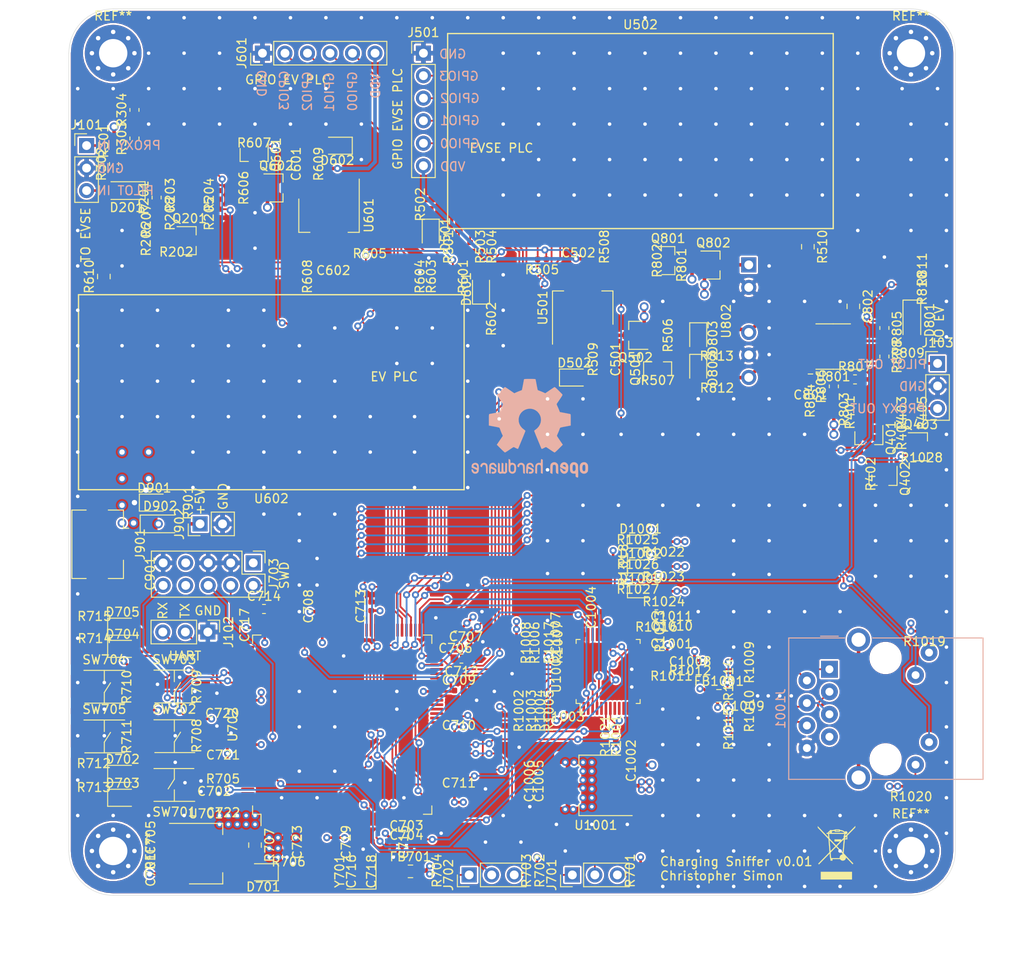
<source format=kicad_pcb>
(kicad_pcb (version 20171130) (host pcbnew "(5.1.6)-1")
  (layers (0 F.Sig signal) (1 In1.Cu signal) (2 In2.Cu signal) (31 B.Sig signal) (34 B.Paste user) (35 F.Paste user) (36 B.SilkS user) (37 F.SilkS user) (38 B.Mask user) (39 F.Mask user) (44 Edge.Cuts user hide))
  (net 0 "")
  (net 1 GND)
  (net 2 "Net-(C501-Pad1)")
  (net 3 "/PLC Interface EVSE/VDD")
  (net 4 "Net-(C601-Pad1)")
  (net 5 "/PLC Interface EV/VDD")
  (net 6 +5V)
  (net 7 /uC/NRST)
  (net 8 /uC/STM_VDDA)
  (net 9 "Net-(C705-Pad1)")
  (net 10 /uC/STM_3V3)
  (net 11 "Net-(C712-Pad2)")
  (net 12 "Net-(C714-Pad2)")
  (net 13 /uC/RCC_OSC_IN)
  (net 14 /uC/RCC_OSC_OUT)
  (net 15 "Net-(C801-Pad1)")
  (net 16 "Net-(C802-Pad2)")
  (net 17 "Net-(C901-Pad2)")
  (net 18 /PHY/PHY_3V3)
  (net 19 "Net-(C1007-Pad1)")
  (net 20 "Net-(C1008-Pad1)")
  (net 21 "Net-(C1009-Pad2)")
  (net 22 "Net-(C1010-Pad1)")
  (net 23 "/Pilot EV/PILOT_IN")
  (net 24 "Net-(D201-Pad1)")
  (net 25 "/PLC Interface EVSE/GPIO_0")
  (net 26 "Net-(D501-Pad1)")
  (net 27 "Net-(D502-Pad2)")
  (net 28 "/PLC Interface EV/GPIO_0")
  (net 29 "Net-(D601-Pad1)")
  (net 30 "Net-(D602-Pad2)")
  (net 31 "Net-(D701-Pad1)")
  (net 32 /uC/LED0)
  (net 33 "Net-(D702-Pad1)")
  (net 34 /uC/LED1)
  (net 35 "Net-(D703-Pad1)")
  (net 36 /uC/LED2)
  (net 37 "Net-(D704-Pad1)")
  (net 38 /uC/LED3)
  (net 39 "Net-(D705-Pad1)")
  (net 40 "/Pilot EVSE2/PILOT_OUT")
  (net 41 "Net-(D801-Pad1)")
  (net 42 "Net-(D802-Pad2)")
  (net 43 "Net-(D803-Pad2)")
  (net 44 "Net-(D901-Pad2)")
  (net 45 "Net-(D902-Pad2)")
  (net 46 "Net-(D1001-Pad2)")
  (net 47 /PHY/AN0)
  (net 48 "Net-(D1002-Pad2)")
  (net 49 /PHY/AN1)
  (net 50 "Net-(D1003-Pad2)")
  (net 51 /PHY/AN_EN)
  (net 52 "/Proxy EV/PROXY")
  (net 53 /uC/UART_RX)
  (net 54 /uC/UART_TX)
  (net 55 "/PROXY EVSE/PROXY_OUT")
  (net 56 "/PLC Interface EVSE/GPIO_1")
  (net 57 "/PLC Interface EVSE/GPIO_2")
  (net 58 "/PLC Interface EVSE/GPIO_3")
  (net 59 "/PLC Interface EV/GPIO_1")
  (net 60 "/PLC Interface EV/GPIO_2")
  (net 61 "/PLC Interface EV/GPIO_3")
  (net 62 "Net-(J701-Pad3)")
  (net 63 /uC/BOOT1)
  (net 64 "Net-(J701-Pad1)")
  (net 65 "Net-(J702-Pad3)")
  (net 66 /uC/BOOT0)
  (net 67 "Net-(J702-Pad1)")
  (net 68 "Net-(J703-Pad8)")
  (net 69 "Net-(J703-Pad7)")
  (net 70 /uC/SWO)
  (net 71 /uC/SWCLK)
  (net 72 /uC/SWDIO)
  (net 73 /USB/USB_D-)
  (net 74 /USB/USB_D+)
  (net 75 "Net-(J901-Pad4)")
  (net 76 "Net-(J1001-Pad13)")
  (net 77 "Net-(J1001-PadL4)")
  (net 78 "Net-(J1001-PadL1)")
  (net 79 "Net-(J1001-PadR7)")
  (net 80 /PHY/RX-)
  (net 81 /PHY/RX+)
  (net 82 /PHY/TD-)
  (net 83 /PHY/TD+)
  (net 84 "/Pilot EV/CHARDE_RDY")
  (net 85 "Net-(Q201-Pad1)")
  (net 86 "Net-(Q401-Pad1)")
  (net 87 "Net-(Q402-Pad1)")
  (net 88 "Net-(Q501-Pad3)")
  (net 89 "/PLC Interface EVSE/ENABLE")
  (net 90 "Net-(Q601-Pad3)")
  (net 91 "/PLC Interface EV/ENABLE")
  (net 92 "Net-(Q801-Pad3)")
  (net 93 "/Pilot EVSE2/ENABLE")
  (net 94 "Net-(Q802-Pad3)")
  (net 95 "Net-(R201-Pad1)")
  (net 96 "Net-(R203-Pad1)")
  (net 97 /uC/ADC1)
  (net 98 "Net-(R206-Pad2)")
  (net 99 /uC/ADC3)
  (net 100 "/PLC Interface EVSE/CS")
  (net 101 "Net-(R508-Pad1)")
  (net 102 "Net-(R510-Pad1)")
  (net 103 "/PLC Interface EV/CS")
  (net 104 "Net-(R608-Pad1)")
  (net 105 "Net-(R610-Pad1)")
  (net 106 /uC/BTN0)
  (net 107 /uC/BTN1)
  (net 108 /uC/BTN2)
  (net 109 /uC/BTN3)
  (net 110 "Net-(R803-Pad1)")
  (net 111 "Net-(R805-Pad2)")
  (net 112 /uC/EVSE_PILOT_PWM)
  (net 113 "Net-(R806-Pad2)")
  (net 114 "Net-(R808-Pad2)")
  (net 115 /uC/ADC2)
  (net 116 /PHY/SNI_MODE)
  (net 117 /uC/ETH_RXD0)
  (net 118 /uC/ETH_RXD1)
  (net 119 /PHY/PHY_AD3)
  (net 120 /PHY/PHY_AD4)
  (net 121 /PHY/MDIX_EN)
  (net 122 /PHY/RX_DV)
  (net 123 /PHY/PHY_AD0)
  (net 124 "Net-(R1011-Pad2)")
  (net 125 "Net-(R1012-Pad2)")
  (net 126 "Net-(R1013-Pad2)")
  (net 127 "Net-(R1013-Pad1)")
  (net 128 /PHY/CRS_DV)
  (net 129 /uC/~PHY_RESET)
  (net 130 /uC/PHY_PDOWN)
  (net 131 "/PLC Interface EVSE/INT")
  (net 132 "/PLC Interface EVSE/CLK")
  (net 133 "/PLC Interface EVSE/MISO")
  (net 134 "/PLC Interface EVSE/MOSI")
  (net 135 /uC/EVSE_PLC_RESET_N)
  (net 136 "/PLC Interface EV/INT")
  (net 137 "/PLC Interface EV/CLK")
  (net 138 "/PLC Interface EV/MISO")
  (net 139 "/PLC Interface EV/MOSI")
  (net 140 /uC/EV_PLC_RESET_N)
  (net 141 "Net-(U702-Pad142)")
  (net 142 "Net-(U702-Pad141)")
  (net 143 "Net-(U702-Pad139)")
  (net 144 "Net-(U702-Pad137)")
  (net 145 "Net-(U702-Pad136)")
  (net 146 "Net-(U702-Pad134)")
  (net 147 "Net-(U702-Pad132)")
  (net 148 "Net-(U702-Pad129)")
  (net 149 "Net-(U702-Pad128)")
  (net 150 "Net-(U702-Pad127)")
  (net 151 "Net-(U702-Pad126)")
  (net 152 "Net-(U702-Pad125)")
  (net 153 "Net-(U702-Pad124)")
  (net 154 "Net-(U702-Pad113)")
  (net 155 "Net-(U702-Pad110)")
  (net 156 "Net-(U702-Pad102)")
  (net 157 /PHY/CLK_X1)
  (net 158 "Net-(U702-Pad98)")
  (net 159 "Net-(U702-Pad97)")
  (net 160 "Net-(U702-Pad96)")
  (net 161 "Net-(U702-Pad87)")
  (net 162 /uC/ETH_TXD1)
  (net 163 /uC/ETH_TXD0)
  (net 164 /uC/ETH_TX_EN)
  (net 165 "Net-(U702-Pad65)")
  (net 166 "Net-(U702-Pad64)")
  (net 167 "Net-(U702-Pad63)")
  (net 168 "Net-(U702-Pad60)")
  (net 169 "Net-(U702-Pad59)")
  (net 170 "Net-(U702-Pad58)")
  (net 171 "Net-(U702-Pad57)")
  (net 172 "Net-(U702-Pad56)")
  (net 173 "Net-(U702-Pad54)")
  (net 174 "Net-(U702-Pad53)")
  (net 175 "Net-(U702-Pad49)")
  (net 176 "Net-(U702-Pad47)")
  (net 177 "Net-(U702-Pad46)")
  (net 178 /uC/ETH_MDIO)
  (net 179 /PHY/CLK_OUT)
  (net 180 /uC/ETH_MDC)
  (net 181 "Net-(U702-Pad26)")
  (net 182 "Net-(U702-Pad22)")
  (net 183 "Net-(U702-Pad21)")
  (net 184 "Net-(U702-Pad20)")
  (net 185 "Net-(U702-Pad19)")
  (net 186 "Net-(U702-Pad15)")
  (net 187 "Net-(U702-Pad14)")
  (net 188 "Net-(U702-Pad13)")
  (net 189 "Net-(U702-Pad12)")
  (net 190 "Net-(U702-Pad11)")
  (net 191 "Net-(U702-Pad10)")
  (net 192 "Net-(U702-Pad7)")
  (net 193 "Net-(U702-Pad5)")
  (net 194 "Net-(U702-Pad4)")
  (net 195 "Net-(U702-Pad3)")
  (net 196 "Net-(U702-Pad2)")
  (net 197 "Net-(U702-Pad1)")
  (net 198 "Net-(U1002-Pad38)")
  (net 199 /PHY/CLK_X2)
  (net 200 "Net-(U1002-Pad5)")
  (net 201 "Net-(U1002-Pad1)")
  (net 202 /uC/EVSE_PUBU_T1)
  (net 203 "/PROXY EVSE/CONNECT_T1")
  (net 204 "/PROXY EVSE/CONNECT_T2")
  (net 205 "Net-(Q403-Pad1)")
  (net 206 "Net-(U702-Pad78)")
  (net 207 "Net-(U702-Pad140)")
  (net 208 "Net-(U702-Pad101)")
  (net 209 "Net-(U702-Pad100)")
  (net 210 "Net-(U702-Pad40)")
  (net 211 "Net-(U702-Pad9)")
  (net 212 "Net-(U702-Pad85)")
  (net 213 "Net-(U702-Pad79)")
  (net 214 "Net-(U702-Pad82)")
  (net 215 "Net-(U702-Pad8)")
  (net 216 "Net-(U702-Pad80)")
  (net 217 "Net-(SW702-Pad4)")
  (net 218 "Net-(SW702-Pad3)")
  (net 219 "Net-(SW703-Pad4)")
  (net 220 "Net-(SW703-Pad3)")
  (net 221 "Net-(SW704-Pad4)")
  (net 222 "Net-(SW704-Pad3)")
  (net 223 "Net-(SW705-Pad4)")
  (net 224 "Net-(SW705-Pad3)")
  (net 225 "Net-(SW701-Pad1)")
  (module Capacitor_SMD:C_0603_1608Metric (layer F.Sig) (at 122.0125 117.7)
    (fp_text reference C714 (at 0 -1.43) (layer F.SilkS))
    (fp_text value 2u2)
    (pad 2 smd roundrect (at 0.7875 0) (size 0.875 0.95) (layers F.Sig F.Paste F.Mask) (net 12 "Net-(C714-Pad2)"))
    (pad 1 smd roundrect (at -0.7875 0) (size 0.875 0.95) (layers F.Sig F.Paste F.Mask) (net 1 GND))
  )
  (module Capacitor_SMD:C_0603_1608Metric (layer F.Sig) (at 144.2875 123.3 180)
    (fp_text reference C712 (at 0 -1.43) (layer F.SilkS))
    (fp_text value 2u2)
    (pad 2 smd roundrect (at 0.7875 0 180) (size 0.875 0.95) (layers F.Sig F.Paste F.Mask) (net 11 "Net-(C712-Pad2)"))
    (pad 1 smd roundrect (at -0.7875 0 180) (size 0.875 0.95) (layers F.Sig F.Paste F.Mask) (net 1 GND))
  )
  (module Capacitor_SMD:C_0603_1608Metric (layer F.Sig) (at 143.6125 120.7 180)
    (fp_text reference C706 (at 0 -1.43) (layer F.SilkS))
    (fp_text value 2u2)
    (pad 2 smd roundrect (at 0.7875 0 180) (size 0.875 0.95) (layers F.Sig F.Paste F.Mask) (net 1 GND))
    (pad 1 smd roundrect (at -0.7875 0 180) (size 0.875 0.95) (layers F.Sig F.Paste F.Mask) (net 10 /uC/STM_3V3))
  )
  (module Capacitor_SMD:C_0805_2012Metric (layer F.Sig) (at 188.5 83.5625 270)
    (fp_text reference C802 (at 0 -1.65 90) (layer F.SilkS))
    (fp_text value 1u)
    (pad 2 smd roundrect (at 0.9375 0 270) (size 0.975 1.4) (layers F.Sig F.Paste F.Mask) (net 16 "Net-(C802-Pad2)"))
    (pad 1 smd roundrect (at -0.9375 0 270) (size 0.975 1.4) (layers F.Sig F.Paste F.Mask) (net 1 GND))
  )
  (module Capacitor_SMD:C_0805_2012Metric (layer F.Sig) (at 183.6625 91.9 180)
    (fp_text reference C801 (at 0 -1.65) (layer F.SilkS))
    (fp_text value 1u)
    (pad 2 smd roundrect (at 0.9375 0 180) (size 0.975 1.4) (layers F.Sig F.Paste F.Mask) (net 1 GND))
    (pad 1 smd roundrect (at -0.9375 0 180) (size 0.975 1.4) (layers F.Sig F.Paste F.Mask) (net 15 "Net-(C801-Pad1)"))
  )
  (module Symbol:WEEE-Logo_4.2x6mm_SilkScreen (layer F.Sig) (at 186.6 145.2)
    (fp_text reference REF** hide)
    (fp_text value WEEE-Logo_4.2x6mm_SilkScreen hide)
  )
  (module Symbol:OSHW-Logo2_14.6x12mm_SilkScreen (layer B.Sig) (at 152 97.3 180)
    (fp_text reference REF** hide)
    (fp_text value OSHW-Logo2_14.6x12mm_SilkScreen hide)
  )
  (module Connector_PinHeader_2.54mm:PinHeader_1x06_P2.54mm_Vertical (layer F.Sig) (at 121.84 55 90)
    (fp_text reference J601 (at 0 -2.33 90) (layer F.SilkS))
    (fp_text value GPIO)
    (pad 6 thru_hole oval (at 0 12.7 90) (size 1.7 1.7) (drill 1) (layers *.Cu *.Mask) (net 5 "/PLC Interface EV/VDD"))
    (pad 5 thru_hole oval (at 0 10.16 90) (size 1.7 1.7) (drill 1) (layers *.Cu *.Mask) (net 28 "/PLC Interface EV/GPIO_0"))
    (pad 4 thru_hole oval (at 0 7.62 90) (size 1.7 1.7) (drill 1) (layers *.Cu *.Mask) (net 59 "/PLC Interface EV/GPIO_1"))
    (pad 3 thru_hole oval (at 0 5.08 90) (size 1.7 1.7) (drill 1) (layers *.Cu *.Mask) (net 60 "/PLC Interface EV/GPIO_2"))
    (pad 2 thru_hole oval (at 0 2.54 90) (size 1.7 1.7) (drill 1) (layers *.Cu *.Mask) (net 61 "/PLC Interface EV/GPIO_3"))
    (pad 1 thru_hole rect (at 0 0 90) (size 1.7 1.7) (drill 1) (layers *.Cu *.Mask) (net 1 GND))
  )
  (module Connector_PinHeader_2.54mm:PinHeader_1x06_P2.54mm_Vertical (layer F.Sig) (at 140 55)
    (fp_text reference J501 (at 0 -2.33) (layer F.SilkS))
    (fp_text value GPIO)
    (pad 6 thru_hole oval (at 0 12.7) (size 1.7 1.7) (drill 1) (layers *.Cu *.Mask) (net 3 "/PLC Interface EVSE/VDD"))
    (pad 5 thru_hole oval (at 0 10.16) (size 1.7 1.7) (drill 1) (layers *.Cu *.Mask) (net 25 "/PLC Interface EVSE/GPIO_0"))
    (pad 4 thru_hole oval (at 0 7.62) (size 1.7 1.7) (drill 1) (layers *.Cu *.Mask) (net 56 "/PLC Interface EVSE/GPIO_1"))
    (pad 3 thru_hole oval (at 0 5.08) (size 1.7 1.7) (drill 1) (layers *.Cu *.Mask) (net 57 "/PLC Interface EVSE/GPIO_2"))
    (pad 2 thru_hole oval (at 0 2.54) (size 1.7 1.7) (drill 1) (layers *.Cu *.Mask) (net 58 "/PLC Interface EVSE/GPIO_3"))
    (pad 1 thru_hole rect (at 0 0) (size 1.7 1.7) (drill 1) (layers *.Cu *.Mask) (net 1 GND))
  )
  (module MEA1D0515SC:MEA1D0515SC (layer F.Sig) (at 176.7 85.23 270)
    (fp_text reference U802 (at 0 2.54 90) (layer F.SilkS))
    (fp_text value MEA1D0515SC)
    (pad 6 thru_hole circle (at 6.35 0 270) (size 1.7 1.7) (drill 1) (layers *.Cu *.Mask) (net 15 "Net-(C801-Pad1)"))
    (pad 5 thru_hole circle (at 3.81 0 270) (size 1.7 1.7) (drill 1) (layers *.Cu *.Mask) (net 1 GND))
    (pad 4 thru_hole circle (at 1.27 0 270) (size 1.7 1.7) (drill 1) (layers *.Cu *.Mask) (net 16 "Net-(C802-Pad2)"))
    (pad 2 thru_hole circle (at -3.81 0 270) (size 1.7 1.7) (drill 1) (layers *.Cu *.Mask) (net 1 GND))
    (pad 1 thru_hole rect (at -6.35 0 270) (size 1.7 1.7) (drill 1) (layers *.Cu *.Mask) (net 94 "Net-(Q802-Pad3)"))
  )
  (module Package_QFP:LQFP-144_20x20mm_P0.5mm (layer F.Sig) (at 130.8375 130.75 90)
    (fp_text reference U702 (at 0 -12.35 90) (layer F.SilkS))
    (fp_text value STM32F429ZITx)
    (pad 144 smd roundrect (at -8.75 -10.6625 90) (size 0.3 1.475) (layers F.Sig F.Paste F.Mask) (net 10 /uC/STM_3V3))
    (pad 143 smd roundrect (at -8.25 -10.6625 90) (size 0.3 1.475) (layers F.Sig F.Paste F.Mask) (net 10 /uC/STM_3V3))
    (pad 142 smd roundrect (at -7.75 -10.6625 90) (size 0.3 1.475) (layers F.Sig F.Paste F.Mask) (net 141 "Net-(U702-Pad142)"))
    (pad 141 smd roundrect (at -7.25 -10.6625 90) (size 0.3 1.475) (layers F.Sig F.Paste F.Mask) (net 142 "Net-(U702-Pad141)"))
    (pad 140 smd roundrect (at -6.75 -10.6625 90) (size 0.3 1.475) (layers F.Sig F.Paste F.Mask) (net 207 "Net-(U702-Pad140)"))
    (pad 139 smd roundrect (at -6.25 -10.6625 90) (size 0.3 1.475) (layers F.Sig F.Paste F.Mask) (net 143 "Net-(U702-Pad139)"))
    (pad 138 smd roundrect (at -5.75 -10.6625 90) (size 0.3 1.475) (layers F.Sig F.Paste F.Mask) (net 66 /uC/BOOT0))
    (pad 137 smd roundrect (at -5.25 -10.6625 90) (size 0.3 1.475) (layers F.Sig F.Paste F.Mask) (net 144 "Net-(U702-Pad137)"))
    (pad 136 smd roundrect (at -4.75 -10.6625 90) (size 0.3 1.475) (layers F.Sig F.Paste F.Mask) (net 145 "Net-(U702-Pad136)"))
    (pad 135 smd roundrect (at -4.25 -10.6625 90) (size 0.3 1.475) (layers F.Sig F.Paste F.Mask) (net 139 "/PLC Interface EV/MOSI"))
    (pad 134 smd roundrect (at -3.75 -10.6625 90) (size 0.3 1.475) (layers F.Sig F.Paste F.Mask) (net 146 "Net-(U702-Pad134)"))
    (pad 133 smd roundrect (at -3.25 -10.6625 90) (size 0.3 1.475) (layers F.Sig F.Paste F.Mask) (net 70 /uC/SWO))
    (pad 132 smd roundrect (at -2.75 -10.6625 90) (size 0.3 1.475) (layers F.Sig F.Paste F.Mask) (net 147 "Net-(U702-Pad132)"))
    (pad 131 smd roundrect (at -2.25 -10.6625 90) (size 0.3 1.475) (layers F.Sig F.Paste F.Mask) (net 10 /uC/STM_3V3))
    (pad 130 smd roundrect (at -1.75 -10.6625 90) (size 0.3 1.475) (layers F.Sig F.Paste F.Mask) (net 1 GND))
    (pad 129 smd roundrect (at -1.25 -10.6625 90) (size 0.3 1.475) (layers F.Sig F.Paste F.Mask) (net 148 "Net-(U702-Pad129)"))
    (pad 128 smd roundrect (at -0.75 -10.6625 90) (size 0.3 1.475) (layers F.Sig F.Paste F.Mask) (net 149 "Net-(U702-Pad128)"))
    (pad 127 smd roundrect (at -0.25 -10.6625 90) (size 0.3 1.475) (layers F.Sig F.Paste F.Mask) (net 150 "Net-(U702-Pad127)"))
    (pad 126 smd roundrect (at 0.25 -10.6625 90) (size 0.3 1.475) (layers F.Sig F.Paste F.Mask) (net 151 "Net-(U702-Pad126)"))
    (pad 125 smd roundrect (at 0.75 -10.6625 90) (size 0.3 1.475) (layers F.Sig F.Paste F.Mask) (net 152 "Net-(U702-Pad125)"))
    (pad 124 smd roundrect (at 1.25 -10.6625 90) (size 0.3 1.475) (layers F.Sig F.Paste F.Mask) (net 153 "Net-(U702-Pad124)"))
    (pad 123 smd roundrect (at 1.75 -10.6625 90) (size 0.3 1.475) (layers F.Sig F.Paste F.Mask) (net 106 /uC/BTN0))
    (pad 122 smd roundrect (at 2.25 -10.6625 90) (size 0.3 1.475) (layers F.Sig F.Paste F.Mask) (net 107 /uC/BTN1))
    (pad 121 smd roundrect (at 2.75 -10.6625 90) (size 0.3 1.475) (layers F.Sig F.Paste F.Mask) (net 10 /uC/STM_3V3))
    (pad 120 smd roundrect (at 3.25 -10.6625 90) (size 0.3 1.475) (layers F.Sig F.Paste F.Mask) (net 1 GND))
    (pad 119 smd roundrect (at 3.75 -10.6625 90) (size 0.3 1.475) (layers F.Sig F.Paste F.Mask) (net 108 /uC/BTN2))
    (pad 118 smd roundrect (at 4.25 -10.6625 90) (size 0.3 1.475) (layers F.Sig F.Paste F.Mask) (net 109 /uC/BTN3))
    (pad 117 smd roundrect (at 4.75 -10.6625 90) (size 0.3 1.475) (layers F.Sig F.Paste F.Mask) (net 32 /uC/LED0))
    (pad 116 smd roundrect (at 5.25 -10.6625 90) (size 0.3 1.475) (layers F.Sig F.Paste F.Mask) (net 34 /uC/LED1))
    (pad 115 smd roundrect (at 5.75 -10.6625 90) (size 0.3 1.475) (layers F.Sig F.Paste F.Mask) (net 36 /uC/LED2))
    (pad 114 smd roundrect (at 6.25 -10.6625 90) (size 0.3 1.475) (layers F.Sig F.Paste F.Mask) (net 38 /uC/LED3))
    (pad 113 smd roundrect (at 6.75 -10.6625 90) (size 0.3 1.475) (layers F.Sig F.Paste F.Mask) (net 154 "Net-(U702-Pad113)"))
    (pad 112 smd roundrect (at 7.25 -10.6625 90) (size 0.3 1.475) (layers F.Sig F.Paste F.Mask) (net 53 /uC/UART_RX))
    (pad 111 smd roundrect (at 7.75 -10.6625 90) (size 0.3 1.475) (layers F.Sig F.Paste F.Mask) (net 54 /uC/UART_TX))
    (pad 110 smd roundrect (at 8.25 -10.6625 90) (size 0.3 1.475) (layers F.Sig F.Paste F.Mask) (net 155 "Net-(U702-Pad110)"))
    (pad 109 smd roundrect (at 8.75 -10.6625 90) (size 0.3 1.475) (layers F.Sig F.Paste F.Mask) (net 71 /uC/SWCLK))
    (pad 108 smd roundrect (at 10.6625 -8.75 90) (size 1.475 0.3) (layers F.Sig F.Paste F.Mask) (net 10 /uC/STM_3V3))
    (pad 107 smd roundrect (at 10.6625 -8.25 90) (size 1.475 0.3) (layers F.Sig F.Paste F.Mask) (net 1 GND))
    (pad 106 smd roundrect (at 10.6625 -7.75 90) (size 1.475 0.3) (layers F.Sig F.Paste F.Mask) (net 12 "Net-(C714-Pad2)"))
    (pad 105 smd roundrect (at 10.6625 -7.25 90) (size 1.475 0.3) (layers F.Sig F.Paste F.Mask) (net 72 /uC/SWDIO))
    (pad 104 smd roundrect (at 10.6625 -6.75 90) (size 1.475 0.3) (layers F.Sig F.Paste F.Mask) (net 74 /USB/USB_D+))
    (pad 103 smd roundrect (at 10.6625 -6.25 90) (size 1.475 0.3) (layers F.Sig F.Paste F.Mask) (net 73 /USB/USB_D-))
    (pad 102 smd roundrect (at 10.6625 -5.75 90) (size 1.475 0.3) (layers F.Sig F.Paste F.Mask) (net 156 "Net-(U702-Pad102)"))
    (pad 101 smd roundrect (at 10.6625 -5.25 90) (size 1.475 0.3) (layers F.Sig F.Paste F.Mask) (net 208 "Net-(U702-Pad101)"))
    (pad 100 smd roundrect (at 10.6625 -4.75 90) (size 1.475 0.3) (layers F.Sig F.Paste F.Mask) (net 209 "Net-(U702-Pad100)"))
    (pad 99 smd roundrect (at 10.6625 -4.25 90) (size 1.475 0.3) (layers F.Sig F.Paste F.Mask) (net 157 /PHY/CLK_X1))
    (pad 98 smd roundrect (at 10.6625 -3.75 90) (size 1.475 0.3) (layers F.Sig F.Paste F.Mask) (net 158 "Net-(U702-Pad98)"))
    (pad 97 smd roundrect (at 10.6625 -3.25 90) (size 1.475 0.3) (layers F.Sig F.Paste F.Mask) (net 159 "Net-(U702-Pad97)"))
    (pad 96 smd roundrect (at 10.6625 -2.75 90) (size 1.475 0.3) (layers F.Sig F.Paste F.Mask) (net 160 "Net-(U702-Pad96)"))
    (pad 95 smd roundrect (at 10.6625 -2.25 90) (size 1.475 0.3) (layers F.Sig F.Paste F.Mask) (net 10 /uC/STM_3V3))
    (pad 94 smd roundrect (at 10.6625 -1.75 90) (size 1.475 0.3) (layers F.Sig F.Paste F.Mask) (net 1 GND))
    (pad 93 smd roundrect (at 10.6625 -1.25 90) (size 1.475 0.3) (layers F.Sig F.Paste F.Mask) (net 93 "/Pilot EVSE2/ENABLE"))
    (pad 92 smd roundrect (at 10.6625 -0.75 90) (size 1.475 0.3) (layers F.Sig F.Paste F.Mask) (net 89 "/PLC Interface EVSE/ENABLE"))
    (pad 91 smd roundrect (at 10.6625 -0.25 90) (size 1.475 0.3) (layers F.Sig F.Paste F.Mask) (net 112 /uC/EVSE_PILOT_PWM))
    (pad 90 smd roundrect (at 10.6625 0.25 90) (size 1.475 0.3) (layers F.Sig F.Paste F.Mask) (net 202 /uC/EVSE_PUBU_T1))
    (pad 89 smd roundrect (at 10.6625 0.75 90) (size 1.475 0.3) (layers F.Sig F.Paste F.Mask) (net 204 "/PROXY EVSE/CONNECT_T2"))
    (pad 88 smd roundrect (at 10.6625 1.25 90) (size 1.475 0.3) (layers F.Sig F.Paste F.Mask) (net 203 "/PROXY EVSE/CONNECT_T1"))
    (pad 87 smd roundrect (at 10.6625 1.75 90) (size 1.475 0.3) (layers F.Sig F.Paste F.Mask) (net 161 "Net-(U702-Pad87)"))
    (pad 86 smd roundrect (at 10.6625 2.25 90) (size 1.475 0.3) (layers F.Sig F.Paste F.Mask) (net 91 "/PLC Interface EV/ENABLE"))
    (pad 85 smd roundrect (at 10.6625 2.75 90) (size 1.475 0.3) (layers F.Sig F.Paste F.Mask) (net 212 "Net-(U702-Pad85)"))
    (pad 84 smd roundrect (at 10.6625 3.25 90) (size 1.475 0.3) (layers F.Sig F.Paste F.Mask) (net 10 /uC/STM_3V3))
    (pad 83 smd roundrect (at 10.6625 3.75 90) (size 1.475 0.3) (layers F.Sig F.Paste F.Mask) (net 1 GND))
    (pad 82 smd roundrect (at 10.6625 4.25 90) (size 1.475 0.3) (layers F.Sig F.Paste F.Mask) (net 214 "Net-(U702-Pad82)"))
    (pad 81 smd roundrect (at 10.6625 4.75 90) (size 1.475 0.3) (layers F.Sig F.Paste F.Mask) (net 84 "/Pilot EV/CHARDE_RDY"))
    (pad 80 smd roundrect (at 10.6625 5.25 90) (size 1.475 0.3) (layers F.Sig F.Paste F.Mask) (net 216 "Net-(U702-Pad80)"))
    (pad 79 smd roundrect (at 10.6625 5.75 90) (size 1.475 0.3) (layers F.Sig F.Paste F.Mask) (net 213 "Net-(U702-Pad79)"))
    (pad 78 smd roundrect (at 10.6625 6.25 90) (size 1.475 0.3) (layers F.Sig F.Paste F.Mask) (net 206 "Net-(U702-Pad78)"))
    (pad 77 smd roundrect (at 10.6625 6.75 90) (size 1.475 0.3) (layers F.Sig F.Paste F.Mask) (net 136 "/PLC Interface EV/INT"))
    (pad 76 smd roundrect (at 10.6625 7.25 90) (size 1.475 0.3) (layers F.Sig F.Paste F.Mask) (net 103 "/PLC Interface EV/CS"))
    (pad 75 smd roundrect (at 10.6625 7.75 90) (size 1.475 0.3) (layers F.Sig F.Paste F.Mask) (net 140 /uC/EV_PLC_RESET_N))
    (pad 74 smd roundrect (at 10.6625 8.25 90) (size 1.475 0.3) (layers F.Sig F.Paste F.Mask) (net 162 /uC/ETH_TXD1))
    (pad 73 smd roundrect (at 10.6625 8.75 90) (size 1.475 0.3) (layers F.Sig F.Paste F.Mask) (net 163 /uC/ETH_TXD0))
    (pad 72 smd roundrect (at 8.75 10.6625 90) (size 0.3 1.475) (layers F.Sig F.Paste F.Mask) (net 10 /uC/STM_3V3))
    (pad 71 smd roundrect (at 8.25 10.6625 90) (size 0.3 1.475) (layers F.Sig F.Paste F.Mask) (net 11 "Net-(C712-Pad2)"))
    (pad 70 smd roundrect (at 7.75 10.6625 90) (size 0.3 1.475) (layers F.Sig F.Paste F.Mask) (net 164 /uC/ETH_TX_EN))
    (pad 69 smd roundrect (at 7.25 10.6625 90) (size 0.3 1.475) (layers F.Sig F.Paste F.Mask) (net 132 "/PLC Interface EVSE/CLK"))
    (pad 68 smd roundrect (at 6.75 10.6625 90) (size 0.3 1.475) (layers F.Sig F.Paste F.Mask) (net 135 /uC/EVSE_PLC_RESET_N))
    (pad 67 smd roundrect (at 6.25 10.6625 90) (size 0.3 1.475) (layers F.Sig F.Paste F.Mask) (net 131 "/PLC Interface EVSE/INT"))
    (pad 66 smd roundrect (at 5.75 10.6625 90) (size 0.3 1.475) (layers F.Sig F.Paste F.Mask) (net 100 "/PLC Interface EVSE/CS"))
    (pad 65 smd roundrect (at 5.25 10.6625 90) (size 0.3 1.475) (layers F.Sig F.Paste F.Mask) (net 165 "Net-(U702-Pad65)"))
    (pad 64 smd roundrect (at 4.75 10.6625 90) (size 0.3 1.475) (layers F.Sig F.Paste F.Mask) (net 166 "Net-(U702-Pad64)"))
    (pad 63 smd roundrect (at 4.25 10.6625 90) (size 0.3 1.475) (layers F.Sig F.Paste F.Mask) (net 167 "Net-(U702-Pad63)"))
    (pad 62 smd roundrect (at 3.75 10.6625 90) (size 0.3 1.475) (layers F.Sig F.Paste F.Mask) (net 10 /uC/STM_3V3))
    (pad 61 smd roundrect (at 3.25 10.6625 90) (size 0.3 1.475) (layers F.Sig F.Paste F.Mask) (net 1 GND))
    (pad 60 smd roundrect (at 2.75 10.6625 90) (size 0.3 1.475) (layers F.Sig F.Paste F.Mask) (net 168 "Net-(U702-Pad60)"))
    (pad 59 smd roundrect (at 2.25 10.6625 90) (size 0.3 1.475) (layers F.Sig F.Paste F.Mask) (net 169 "Net-(U702-Pad59)"))
    (pad 58 smd roundrect (at 1.75 10.6625 90) (size 0.3 1.475) (layers F.Sig F.Paste F.Mask) (net 170 "Net-(U702-Pad58)"))
    (pad 57 smd roundrect (at 1.25 10.6625 90) (size 0.3 1.475) (layers F.Sig F.Paste F.Mask) (net 171 "Net-(U702-Pad57)"))
    (pad 56 smd roundrect (at 0.75 10.6625 90) (size 0.3 1.475) (layers F.Sig F.Paste F.Mask) (net 172 "Net-(U702-Pad56)"))
    (pad 55 smd roundrect (at 0.25 10.6625 90) (size 0.3 1.475) (layers F.Sig F.Paste F.Mask) (net 130 /uC/PHY_PDOWN))
    (pad 54 smd roundrect (at -0.25 10.6625 90) (size 0.3 1.475) (layers F.Sig F.Paste F.Mask) (net 173 "Net-(U702-Pad54)"))
    (pad 53 smd roundrect (at -0.75 10.6625 90) (size 0.3 1.475) (layers F.Sig F.Paste F.Mask) (net 174 "Net-(U702-Pad53)"))
    (pad 52 smd roundrect (at -1.25 10.6625 90) (size 0.3 1.475) (layers F.Sig F.Paste F.Mask) (net 10 /uC/STM_3V3))
    (pad 51 smd roundrect (at -1.75 10.6625 90) (size 0.3 1.475) (layers F.Sig F.Paste F.Mask) (net 1 GND))
    (pad 50 smd roundrect (at -2.25 10.6625 90) (size 0.3 1.475) (layers F.Sig F.Paste F.Mask) (net 129 /uC/~PHY_RESET))
    (pad 49 smd roundrect (at -2.75 10.6625 90) (size 0.3 1.475) (layers F.Sig F.Paste F.Mask) (net 175 "Net-(U702-Pad49)"))
    (pad 48 smd roundrect (at -3.25 10.6625 90) (size 0.3 1.475) (layers F.Sig F.Paste F.Mask) (net 63 /uC/BOOT1))
    (pad 47 smd roundrect (at -3.75 10.6625 90) (size 0.3 1.475) (layers F.Sig F.Paste F.Mask) (net 176 "Net-(U702-Pad47)"))
    (pad 46 smd roundrect (at -4.25 10.6625 90) (size 0.3 1.475) (layers F.Sig F.Paste F.Mask) (net 177 "Net-(U702-Pad46)"))
    (pad 45 smd roundrect (at -4.75 10.6625 90) (size 0.3 1.475) (layers F.Sig F.Paste F.Mask) (net 118 /uC/ETH_RXD1))
    (pad 44 smd roundrect (at -5.25 10.6625 90) (size 0.3 1.475) (layers F.Sig F.Paste F.Mask) (net 117 /uC/ETH_RXD0))
    (pad 43 smd roundrect (at -5.75 10.6625 90) (size 0.3 1.475) (layers F.Sig F.Paste F.Mask) (net 128 /PHY/CRS_DV))
    (pad 42 smd roundrect (at -6.25 10.6625 90) (size 0.3 1.475) (layers F.Sig F.Paste F.Mask) (net 138 "/PLC Interface EV/MISO"))
    (pad 41 smd roundrect (at -6.75 10.6625 90) (size 0.3 1.475) (layers F.Sig F.Paste F.Mask) (net 137 "/PLC Interface EV/CLK"))
    (pad 40 smd roundrect (at -7.25 10.6625 90) (size 0.3 1.475) (layers F.Sig F.Paste F.Mask) (net 210 "Net-(U702-Pad40)"))
    (pad 39 smd roundrect (at -7.75 10.6625 90) (size 0.3 1.475) (layers F.Sig F.Paste F.Mask) (net 10 /uC/STM_3V3))
    (pad 38 smd roundrect (at -8.25 10.6625 90) (size 0.3 1.475) (layers F.Sig F.Paste F.Mask) (net 1 GND))
    (pad 37 smd roundrect (at -8.75 10.6625 90) (size 0.3 1.475) (layers F.Sig F.Paste F.Mask) (net 115 /uC/ADC2))
    (pad 36 smd roundrect (at -10.6625 8.75 90) (size 1.475 0.3) (layers F.Sig F.Paste F.Mask) (net 178 /uC/ETH_MDIO))
    (pad 35 smd roundrect (at -10.6625 8.25 90) (size 1.475 0.3) (layers F.Sig F.Paste F.Mask) (net 179 /PHY/CLK_OUT))
    (pad 34 smd roundrect (at -10.6625 7.75 90) (size 1.475 0.3) (layers F.Sig F.Paste F.Mask) (net 97 /uC/ADC1))
    (pad 33 smd roundrect (at -10.6625 7.25 90) (size 1.475 0.3) (layers F.Sig F.Paste F.Mask) (net 8 /uC/STM_VDDA))
    (pad 32 smd roundrect (at -10.6625 6.75 90) (size 1.475 0.3) (layers F.Sig F.Paste F.Mask) (net 8 /uC/STM_VDDA))
    (pad 31 smd roundrect (at -10.6625 6.25 90) (size 1.475 0.3) (layers F.Sig F.Paste F.Mask) (net 1 GND))
    (pad 30 smd roundrect (at -10.6625 5.75 90) (size 1.475 0.3) (layers F.Sig F.Paste F.Mask) (net 10 /uC/STM_3V3))
    (pad 29 smd roundrect (at -10.6625 5.25 90) (size 1.475 0.3) (layers F.Sig F.Paste F.Mask) (net 134 "/PLC Interface EVSE/MOSI"))
    (pad 28 smd roundrect (at -10.6625 4.75 90) (size 1.475 0.3) (layers F.Sig F.Paste F.Mask) (net 133 "/PLC Interface EVSE/MISO"))
    (pad 27 smd roundrect (at -10.6625 4.25 90) (size 1.475 0.3) (layers F.Sig F.Paste F.Mask) (net 180 /uC/ETH_MDC))
    (pad 26 smd roundrect (at -10.6625 3.75 90) (size 1.475 0.3) (layers F.Sig F.Paste F.Mask) (net 181 "Net-(U702-Pad26)"))
    (pad 25 smd roundrect (at -10.6625 3.25 90) (size 1.475 0.3) (layers F.Sig F.Paste F.Mask) (net 7 /uC/NRST))
    (pad 24 smd roundrect (at -10.6625 2.75 90) (size 1.475 0.3) (layers F.Sig F.Paste F.Mask) (net 14 /uC/RCC_OSC_OUT))
    (pad 23 smd roundrect (at -10.6625 2.25 90) (size 1.475 0.3) (layers F.Sig F.Paste F.Mask) (net 13 /uC/RCC_OSC_IN))
    (pad 22 smd roundrect (at -10.6625 1.75 90) (size 1.475 0.3) (layers F.Sig F.Paste F.Mask) (net 182 "Net-(U702-Pad22)"))
    (pad 21 smd roundrect (at -10.6625 1.25 90) (size 1.475 0.3) (layers F.Sig F.Paste F.Mask) (net 183 "Net-(U702-Pad21)"))
    (pad 20 smd roundrect (at -10.6625 0.75 90) (size 1.475 0.3) (layers F.Sig F.Paste F.Mask) (net 184 "Net-(U702-Pad20)"))
    (pad 19 smd roundrect (at -10.6625 0.25 90) (size 1.475 0.3) (layers F.Sig F.Paste F.Mask) (net 185 "Net-(U702-Pad19)"))
    (pad 18 smd roundrect (at -10.6625 -0.25 90) (size 1.475 0.3) (layers F.Sig F.Paste F.Mask) (net 99 /uC/ADC3))
    (pad 17 smd roundrect (at -10.6625 -0.75 90) (size 1.475 0.3) (layers F.Sig F.Paste F.Mask) (net 10 /uC/STM_3V3))
    (pad 16 smd roundrect (at -10.6625 -1.25 90) (size 1.475 0.3) (layers F.Sig F.Paste F.Mask) (net 1 GND))
    (pad 15 smd roundrect (at -10.6625 -1.75 90) (size 1.475 0.3) (layers F.Sig F.Paste F.Mask) (net 186 "Net-(U702-Pad15)"))
    (pad 14 smd roundrect (at -10.6625 -2.25 90) (size 1.475 0.3) (layers F.Sig F.Paste F.Mask) (net 187 "Net-(U702-Pad14)"))
    (pad 13 smd roundrect (at -10.6625 -2.75 90) (size 1.475 0.3) (layers F.Sig F.Paste F.Mask) (net 188 "Net-(U702-Pad13)"))
    (pad 12 smd roundrect (at -10.6625 -3.25 90) (size 1.475 0.3) (layers F.Sig F.Paste F.Mask) (net 189 "Net-(U702-Pad12)"))
    (pad 11 smd roundrect (at -10.6625 -3.75 90) (size 1.475 0.3) (layers F.Sig F.Paste F.Mask) (net 190 "Net-(U702-Pad11)"))
    (pad 10 smd roundrect (at -10.6625 -4.25 90) (size 1.475 0.3) (layers F.Sig F.Paste F.Mask) (net 191 "Net-(U702-Pad10)"))
    (pad 9 smd roundrect (at -10.6625 -4.75 90) (size 1.475 0.3) (layers F.Sig F.Paste F.Mask) (net 211 "Net-(U702-Pad9)"))
    (pad 8 smd roundrect (at -10.6625 -5.25 90) (size 1.475 0.3) (layers F.Sig F.Paste F.Mask) (net 215 "Net-(U702-Pad8)"))
    (pad 7 smd roundrect (at -10.6625 -5.75 90) (size 1.475 0.3) (layers F.Sig F.Paste F.Mask) (net 192 "Net-(U702-Pad7)"))
    (pad 6 smd roundrect (at -10.6625 -6.25 90) (size 1.475 0.3) (layers F.Sig F.Paste F.Mask) (net 10 /uC/STM_3V3))
    (pad 5 smd roundrect (at -10.6625 -6.75 90) (size 1.475 0.3) (layers F.Sig F.Paste F.Mask) (net 193 "Net-(U702-Pad5)"))
    (pad 4 smd roundrect (at -10.6625 -7.25 90) (size 1.475 0.3) (layers F.Sig F.Paste F.Mask) (net 194 "Net-(U702-Pad4)"))
    (pad 3 smd roundrect (at -10.6625 -7.75 90) (size 1.475 0.3) (layers F.Sig F.Paste F.Mask) (net 195 "Net-(U702-Pad3)"))
    (pad 2 smd roundrect (at -10.6625 -8.25 90) (size 1.475 0.3) (layers F.Sig F.Paste F.Mask) (net 196 "Net-(U702-Pad2)"))
    (pad 1 smd roundrect (at -10.6625 -8.75 90) (size 1.475 0.3) (layers F.Sig F.Paste F.Mask) (net 197 "Net-(U702-Pad1)"))
  )
  (module MountingHole:MountingHole_3.2mm_M3_Pad_Via (layer F.Sig) (at 195 55)
    (fp_text reference REF** (at 0 -4.2) (layer F.SilkS))
    (fp_text value MountingHole_3.2mm_M3_Pad_Via)
    (pad 1 thru_hole circle (at 1.697056 -1.697056) (size 0.8 0.8) (drill 0.5) (layers *.Cu *.Mask))
    (pad 1 thru_hole circle (at 0 -2.4) (size 0.8 0.8) (drill 0.5) (layers *.Cu *.Mask))
    (pad 1 thru_hole circle (at -1.697056 -1.697056) (size 0.8 0.8) (drill 0.5) (layers *.Cu *.Mask))
    (pad 1 thru_hole circle (at -2.4 0) (size 0.8 0.8) (drill 0.5) (layers *.Cu *.Mask))
    (pad 1 thru_hole circle (at -1.697056 1.697056) (size 0.8 0.8) (drill 0.5) (layers *.Cu *.Mask))
    (pad 1 thru_hole circle (at 0 2.4) (size 0.8 0.8) (drill 0.5) (layers *.Cu *.Mask))
    (pad 1 thru_hole circle (at 1.697056 1.697056) (size 0.8 0.8) (drill 0.5) (layers *.Cu *.Mask))
    (pad 1 thru_hole circle (at 2.4 0) (size 0.8 0.8) (drill 0.5) (layers *.Cu *.Mask))
    (pad 1 thru_hole circle (at 0 0) (size 6.4 6.4) (drill 3.2) (layers *.Cu *.Mask))
  )
  (module MountingHole:MountingHole_3.2mm_M3_Pad_Via (layer F.Sig) (at 105 55)
    (fp_text reference REF** (at 0 -4.2) (layer F.SilkS))
    (fp_text value MountingHole_3.2mm_M3_Pad_Via)
    (pad 1 thru_hole circle (at 1.697056 -1.697056) (size 0.8 0.8) (drill 0.5) (layers *.Cu *.Mask))
    (pad 1 thru_hole circle (at 0 -2.4) (size 0.8 0.8) (drill 0.5) (layers *.Cu *.Mask))
    (pad 1 thru_hole circle (at -1.697056 -1.697056) (size 0.8 0.8) (drill 0.5) (layers *.Cu *.Mask))
    (pad 1 thru_hole circle (at -2.4 0) (size 0.8 0.8) (drill 0.5) (layers *.Cu *.Mask))
    (pad 1 thru_hole circle (at -1.697056 1.697056) (size 0.8 0.8) (drill 0.5) (layers *.Cu *.Mask))
    (pad 1 thru_hole circle (at 0 2.4) (size 0.8 0.8) (drill 0.5) (layers *.Cu *.Mask))
    (pad 1 thru_hole circle (at 1.697056 1.697056) (size 0.8 0.8) (drill 0.5) (layers *.Cu *.Mask))
    (pad 1 thru_hole circle (at 2.4 0) (size 0.8 0.8) (drill 0.5) (layers *.Cu *.Mask))
    (pad 1 thru_hole circle (at 0 0) (size 6.4 6.4) (drill 3.2) (layers *.Cu *.Mask))
  )
  (module MountingHole:MountingHole_3.2mm_M3_Pad_Via (layer F.Sig) (at 105 145 270)
    (fp_text reference REF** (at 0 -4.2 90) (layer F.SilkS))
    (fp_text value MountingHole_3.2mm_M3_Pad_Via)
    (pad 1 thru_hole circle (at 1.697056 -1.697056 270) (size 0.8 0.8) (drill 0.5) (layers *.Cu *.Mask))
    (pad 1 thru_hole circle (at 0 -2.4 270) (size 0.8 0.8) (drill 0.5) (layers *.Cu *.Mask))
    (pad 1 thru_hole circle (at -1.697056 -1.697056 270) (size 0.8 0.8) (drill 0.5) (layers *.Cu *.Mask))
    (pad 1 thru_hole circle (at -2.4 0 270) (size 0.8 0.8) (drill 0.5) (layers *.Cu *.Mask))
    (pad 1 thru_hole circle (at -1.697056 1.697056 270) (size 0.8 0.8) (drill 0.5) (layers *.Cu *.Mask))
    (pad 1 thru_hole circle (at 0 2.4 270) (size 0.8 0.8) (drill 0.5) (layers *.Cu *.Mask))
    (pad 1 thru_hole circle (at 1.697056 1.697056 270) (size 0.8 0.8) (drill 0.5) (layers *.Cu *.Mask))
    (pad 1 thru_hole circle (at 2.4 0 270) (size 0.8 0.8) (drill 0.5) (layers *.Cu *.Mask))
    (pad 1 thru_hole circle (at 0 0 270) (size 6.4 6.4) (drill 3.2) (layers *.Cu *.Mask))
  )
  (module MountingHole:MountingHole_3.2mm_M3_Pad_Via (layer F.Sig) (at 195 145)
    (fp_text reference REF** (at 0 -4.2) (layer F.SilkS))
    (fp_text value MountingHole_3.2mm_M3_Pad_Via)
    (pad 1 thru_hole circle (at 1.697056 -1.697056) (size 0.8 0.8) (drill 0.5) (layers *.Cu *.Mask))
    (pad 1 thru_hole circle (at 0 -2.4) (size 0.8 0.8) (drill 0.5) (layers *.Cu *.Mask))
    (pad 1 thru_hole circle (at -1.697056 -1.697056) (size 0.8 0.8) (drill 0.5) (layers *.Cu *.Mask))
    (pad 1 thru_hole circle (at -2.4 0) (size 0.8 0.8) (drill 0.5) (layers *.Cu *.Mask))
    (pad 1 thru_hole circle (at -1.697056 1.697056) (size 0.8 0.8) (drill 0.5) (layers *.Cu *.Mask))
    (pad 1 thru_hole circle (at 0 2.4) (size 0.8 0.8) (drill 0.5) (layers *.Cu *.Mask))
    (pad 1 thru_hole circle (at 1.697056 1.697056) (size 0.8 0.8) (drill 0.5) (layers *.Cu *.Mask))
    (pad 1 thru_hole circle (at 2.4 0) (size 0.8 0.8) (drill 0.5) (layers *.Cu *.Mask))
    (pad 1 thru_hole circle (at 0 0) (size 6.4 6.4) (drill 3.2) (layers *.Cu *.Mask))
  )
  (module Resistor_SMD:R_0402_1005Metric (layer F.Sig) (at 196.2 101.8)
    (fp_text reference R1028 (at 0 -1.17) (layer F.SilkS))
    (fp_text value 10k)
    (pad 2 smd roundrect (at 0.485 0) (size 0.59 0.64) (layers F.Sig F.Paste F.Mask) (net 1 GND))
    (pad 1 smd roundrect (at -0.485 0) (size 0.59 0.64) (layers F.Sig F.Paste F.Mask) (net 204 "/PROXY EVSE/CONNECT_T2"))
  )
  (module Resistor_SMD:R_0402_1005Metric (layer F.Sig) (at 195.1 95.585 270)
    (fp_text reference R405 (at 0 -1.17 90) (layer F.SilkS))
    (fp_text value 1k5)
    (pad 2 smd roundrect (at 0.485 0 270) (size 0.59 0.64) (layers F.Sig F.Paste F.Mask) (net 205 "Net-(Q403-Pad1)"))
    (pad 1 smd roundrect (at -0.485 0 270) (size 0.59 0.64) (layers F.Sig F.Paste F.Mask) (net 55 "/PROXY EVSE/PROXY_OUT"))
  )
  (module Package_TO_SOT_SMD:SOT-23 (layer F.Sig) (at 196.1 99.4)
    (fp_text reference Q403 (at 0 -2.5) (layer F.SilkS))
    (fp_text value AO3400A)
    (pad 3 smd rect (at 1 0) (size 0.9 0.8) (layers F.Sig F.Paste F.Mask) (net 1 GND))
    (pad 2 smd rect (at -1 0.95) (size 0.9 0.8) (layers F.Sig F.Paste F.Mask) (net 204 "/PROXY EVSE/CONNECT_T2"))
    (pad 1 smd rect (at -1 -0.95) (size 0.9 0.8) (layers F.Sig F.Paste F.Mask) (net 205 "Net-(Q403-Pad1)"))
  )
  (module Resistor_SMD:R_0805_2012Metric (layer F.Sig) (at 121 144.3375 270)
    (fp_text reference R707 (at 0 -1.65 90) (layer F.SilkS))
    (fp_text value 0)
    (pad 2 smd roundrect (at 0.9375 0 270) (size 0.975 1.4) (layers F.Sig F.Paste F.Mask) (net 9 "Net-(C705-Pad1)"))
    (pad 1 smd roundrect (at -0.9375 0 270) (size 0.975 1.4) (layers F.Sig F.Paste F.Mask) (net 10 /uC/STM_3V3))
  )
  (module Resistor_SMD:R_0805_2012Metric (layer F.Sig) (at 103.95 80.195 90)
    (fp_text reference R610 (at 0 -1.65 90) (layer F.SilkS))
    (fp_text value 0)
    (pad 2 smd roundrect (at 0.9375 0 90) (size 0.975 1.4) (layers F.Sig F.Paste F.Mask) (net 1 GND))
    (pad 1 smd roundrect (at -0.9375 0 90) (size 0.975 1.4) (layers F.Sig F.Paste F.Mask) (net 105 "Net-(R610-Pad1)"))
  )
  (module Resistor_SMD:R_0805_2012Metric (layer F.Sig) (at 183.37 76.835001 270)
    (fp_text reference R510 (at 0 -1.65 90) (layer F.SilkS))
    (fp_text value 0)
    (pad 2 smd roundrect (at 0.9375 0 270) (size 0.975 1.4) (layers F.Sig F.Paste F.Mask) (net 1 GND))
    (pad 1 smd roundrect (at -0.9375 0 270) (size 0.975 1.4) (layers F.Sig F.Paste F.Mask) (net 102 "Net-(R510-Pad1)"))
  )
  (module Crystal:Crystal_SMD_3225-4Pin_3.2x2.5mm (layer F.Sig) (at 133 147.3 90)
    (fp_text reference Y701 (at 0 -2.45 90) (layer F.SilkS))
    (fp_text value X322525MOB4SI)
    (pad 4 smd rect (at -1.1 -0.85 90) (size 1.4 1.2) (layers F.Sig F.Paste F.Mask) (net 1 GND))
    (pad 3 smd rect (at 1.1 -0.85 90) (size 1.4 1.2) (layers F.Sig F.Paste F.Mask) (net 13 /uC/RCC_OSC_IN))
    (pad 2 smd rect (at 1.1 0.85 90) (size 1.4 1.2) (layers F.Sig F.Paste F.Mask) (net 1 GND))
    (pad 1 smd rect (at -1.1 0.85 90) (size 1.4 1.2) (layers F.Sig F.Paste F.Mask) (net 14 /uC/RCC_OSC_OUT))
  )
  (module Package_QFP:LQFP-48_7x7mm_P0.5mm (layer F.Sig) (at 160.8375 124.75 90)
    (fp_text reference U1002 (at 0 -5.85 90) (layer F.SilkS))
    (fp_text value DP83848C)
    (pad 48 smd roundrect (at -2.75 -4.1625 90) (size 0.3 1.475) (layers F.Sig F.Paste F.Mask) (net 18 /PHY/PHY_3V3))
    (pad 47 smd roundrect (at -2.25 -4.1625 90) (size 0.3 1.475) (layers F.Sig F.Paste F.Mask) (net 1 GND))
    (pad 46 smd roundrect (at -1.75 -4.1625 90) (size 0.3 1.475) (layers F.Sig F.Paste F.Mask) (net 120 /PHY/PHY_AD4))
    (pad 45 smd roundrect (at -1.25 -4.1625 90) (size 0.3 1.475) (layers F.Sig F.Paste F.Mask) (net 119 /PHY/PHY_AD3))
    (pad 44 smd roundrect (at -0.75 -4.1625 90) (size 0.3 1.475) (layers F.Sig F.Paste F.Mask) (net 118 /uC/ETH_RXD1))
    (pad 43 smd roundrect (at -0.25 -4.1625 90) (size 0.3 1.475) (layers F.Sig F.Paste F.Mask) (net 117 /uC/ETH_RXD0))
    (pad 42 smd roundrect (at 0.25 -4.1625 90) (size 0.3 1.475) (layers F.Sig F.Paste F.Mask) (net 123 /PHY/PHY_AD0))
    (pad 41 smd roundrect (at 0.75 -4.1625 90) (size 0.3 1.475) (layers F.Sig F.Paste F.Mask) (net 121 /PHY/MDIX_EN))
    (pad 40 smd roundrect (at 1.25 -4.1625 90) (size 0.3 1.475) (layers F.Sig F.Paste F.Mask) (net 128 /PHY/CRS_DV))
    (pad 39 smd roundrect (at 1.75 -4.1625 90) (size 0.3 1.475) (layers F.Sig F.Paste F.Mask) (net 122 /PHY/RX_DV))
    (pad 38 smd roundrect (at 2.25 -4.1625 90) (size 0.3 1.475) (layers F.Sig F.Paste F.Mask) (net 198 "Net-(U1002-Pad38)"))
    (pad 37 smd roundrect (at 2.75 -4.1625 90) (size 0.3 1.475) (layers F.Sig F.Paste F.Mask) (net 19 "Net-(C1007-Pad1)"))
    (pad 36 smd roundrect (at 4.1625 -2.75 90) (size 1.475 0.3) (layers F.Sig F.Paste F.Mask) (net 1 GND))
    (pad 35 smd roundrect (at 4.1625 -2.25 90) (size 1.475 0.3) (layers F.Sig F.Paste F.Mask) (net 1 GND))
    (pad 34 smd roundrect (at 4.1625 -1.75 90) (size 1.475 0.3) (layers F.Sig F.Paste F.Mask) (net 157 /PHY/CLK_X1))
    (pad 33 smd roundrect (at 4.1625 -1.25 90) (size 1.475 0.3) (layers F.Sig F.Paste F.Mask) (net 199 /PHY/CLK_X2))
    (pad 32 smd roundrect (at 4.1625 -0.75 90) (size 1.475 0.3) (layers F.Sig F.Paste F.Mask) (net 18 /PHY/PHY_3V3))
    (pad 31 smd roundrect (at 4.1625 -0.25 90) (size 1.475 0.3) (layers F.Sig F.Paste F.Mask) (net 180 /uC/ETH_MDC))
    (pad 30 smd roundrect (at 4.1625 0.25 90) (size 1.475 0.3) (layers F.Sig F.Paste F.Mask) (net 178 /uC/ETH_MDIO))
    (pad 29 smd roundrect (at 4.1625 0.75 90) (size 1.475 0.3) (layers F.Sig F.Paste F.Mask) (net 129 /uC/~PHY_RESET))
    (pad 28 smd roundrect (at 4.1625 1.25 90) (size 1.475 0.3) (layers F.Sig F.Paste F.Mask) (net 47 /PHY/AN0))
    (pad 27 smd roundrect (at 4.1625 1.75 90) (size 1.475 0.3) (layers F.Sig F.Paste F.Mask) (net 49 /PHY/AN1))
    (pad 26 smd roundrect (at 4.1625 2.25 90) (size 1.475 0.3) (layers F.Sig F.Paste F.Mask) (net 51 /PHY/AN_EN))
    (pad 25 smd roundrect (at 4.1625 2.75 90) (size 1.475 0.3) (layers F.Sig F.Paste F.Mask) (net 179 /PHY/CLK_OUT))
    (pad 24 smd roundrect (at 2.75 4.1625 90) (size 0.3 1.475) (layers F.Sig F.Paste F.Mask) (net 126 "Net-(R1013-Pad2)"))
    (pad 23 smd roundrect (at 2.25 4.1625 90) (size 0.3 1.475) (layers F.Sig F.Paste F.Mask) (net 22 "Net-(C1010-Pad1)"))
    (pad 22 smd roundrect (at 1.75 4.1625 90) (size 0.3 1.475) (layers F.Sig F.Paste F.Mask) (net 18 /PHY/PHY_3V3))
    (pad 21 smd roundrect (at 1.25 4.1625 90) (size 0.3 1.475) (layers F.Sig F.Paste F.Mask) (net 125 "Net-(R1012-Pad2)"))
    (pad 20 smd roundrect (at 0.75 4.1625 90) (size 0.3 1.475) (layers F.Sig F.Paste F.Mask) (net 124 "Net-(R1011-Pad2)"))
    (pad 19 smd roundrect (at 0.25 4.1625 90) (size 0.3 1.475) (layers F.Sig F.Paste F.Mask) (net 1 GND))
    (pad 18 smd roundrect (at -0.25 4.1625 90) (size 0.3 1.475) (layers F.Sig F.Paste F.Mask) (net 20 "Net-(C1008-Pad1)"))
    (pad 17 smd roundrect (at -0.75 4.1625 90) (size 0.3 1.475) (layers F.Sig F.Paste F.Mask) (net 83 /PHY/TD+))
    (pad 16 smd roundrect (at -1.25 4.1625 90) (size 0.3 1.475) (layers F.Sig F.Paste F.Mask) (net 82 /PHY/TD-))
    (pad 15 smd roundrect (at -1.75 4.1625 90) (size 0.3 1.475) (layers F.Sig F.Paste F.Mask) (net 1 GND))
    (pad 14 smd roundrect (at -2.25 4.1625 90) (size 0.3 1.475) (layers F.Sig F.Paste F.Mask) (net 81 /PHY/RX+))
    (pad 13 smd roundrect (at -2.75 4.1625 90) (size 0.3 1.475) (layers F.Sig F.Paste F.Mask) (net 80 /PHY/RX-))
    (pad 12 smd roundrect (at -4.1625 2.75 90) (size 1.475 0.3) (layers F.Sig F.Paste F.Mask))
    (pad 11 smd roundrect (at -4.1625 2.25 90) (size 1.475 0.3) (layers F.Sig F.Paste F.Mask))
    (pad 10 smd roundrect (at -4.1625 1.75 90) (size 1.475 0.3) (layers F.Sig F.Paste F.Mask))
    (pad 9 smd roundrect (at -4.1625 1.25 90) (size 1.475 0.3) (layers F.Sig F.Paste F.Mask))
    (pad 8 smd roundrect (at -4.1625 0.75 90) (size 1.475 0.3) (layers F.Sig F.Paste F.Mask))
    (pad 7 smd roundrect (at -4.1625 0.25 90) (size 1.475 0.3) (layers F.Sig F.Paste F.Mask) (net 130 /uC/PHY_PDOWN))
    (pad 6 smd roundrect (at -4.1625 -0.25 90) (size 1.475 0.3) (layers F.Sig F.Paste F.Mask) (net 116 /PHY/SNI_MODE))
    (pad 5 smd roundrect (at -4.1625 -0.75 90) (size 1.475 0.3) (layers F.Sig F.Paste F.Mask) (net 200 "Net-(U1002-Pad5)"))
    (pad 4 smd roundrect (at -4.1625 -1.25 90) (size 1.475 0.3) (layers F.Sig F.Paste F.Mask) (net 162 /uC/ETH_TXD1))
    (pad 3 smd roundrect (at -4.1625 -1.75 90) (size 1.475 0.3) (layers F.Sig F.Paste F.Mask) (net 163 /uC/ETH_TXD0))
    (pad 2 smd roundrect (at -4.1625 -2.25 90) (size 1.475 0.3) (layers F.Sig F.Paste F.Mask) (net 164 /uC/ETH_TX_EN))
    (pad 1 smd roundrect (at -4.1625 -2.75 90) (size 1.475 0.3) (layers F.Sig F.Paste F.Mask) (net 201 "Net-(U1002-Pad1)"))
  )
  (module Package_TO_SOT_SMD:SOT-223-3_TabPin2 (layer F.Sig) (at 159.45 137.6 180)
    (fp_text reference U1001 (at 0 -4.5) (layer F.SilkS))
    (fp_text value AMS1117-3.3)
    (pad 1 smd rect (at -3.15 -2.3 180) (size 2 1.5) (layers F.Sig F.Paste F.Mask) (net 1 GND))
    (pad 3 smd rect (at -3.15 2.3 180) (size 2 1.5) (layers F.Sig F.Paste F.Mask) (net 6 +5V))
    (pad 2 smd rect (at -3.15 0 180) (size 2 1.5) (layers F.Sig F.Paste F.Mask) (net 18 /PHY/PHY_3V3))
    (pad 2 smd rect (at 3.15 0 180) (size 2 3.8) (layers F.Sig F.Paste F.Mask) (net 18 /PHY/PHY_3V3))
  )
  (module Package_SO:SOIC-8_3.9x4.9mm_P1.27mm (layer F.Sig) (at 186.225 88.095 180)
    (fp_text reference U801 (at 0 -3.4) (layer F.SilkS))
    (fp_text value LM358)
    (pad 8 smd roundrect (at 2.475 -1.905 180) (size 1.95 0.6) (layers F.Sig F.Paste F.Mask) (net 15 "Net-(C801-Pad1)"))
    (pad 7 smd roundrect (at 2.475 -0.635 180) (size 1.95 0.6) (layers F.Sig F.Paste F.Mask))
    (pad 6 smd roundrect (at 2.475 0.635 180) (size 1.95 0.6) (layers F.Sig F.Paste F.Mask))
    (pad 5 smd roundrect (at 2.475 1.905 180) (size 1.95 0.6) (layers F.Sig F.Paste F.Mask))
    (pad 4 smd roundrect (at -2.475 1.905 180) (size 1.95 0.6) (layers F.Sig F.Paste F.Mask) (net 16 "Net-(C802-Pad2)"))
    (pad 3 smd roundrect (at -2.475 0.635 180) (size 1.95 0.6) (layers F.Sig F.Paste F.Mask) (net 111 "Net-(R805-Pad2)"))
    (pad 2 smd roundrect (at -2.475 -0.635 180) (size 1.95 0.6) (layers F.Sig F.Paste F.Mask) (net 113 "Net-(R806-Pad2)"))
    (pad 1 smd roundrect (at -2.475 -1.905 180) (size 1.95 0.6) (layers F.Sig F.Paste F.Mask) (net 114 "Net-(R808-Pad2)"))
  )
  (module Package_TO_SOT_SMD:SOT-223-3_TabPin2 (layer F.Sig) (at 115.45 145.3)
    (fp_text reference U701 (at 0 -4.5) (layer F.SilkS))
    (fp_text value AMS1117-3.3)
    (pad 1 smd rect (at -3.15 -2.3) (size 2 1.5) (layers F.Sig F.Paste F.Mask) (net 1 GND))
    (pad 3 smd rect (at -3.15 2.3) (size 2 1.5) (layers F.Sig F.Paste F.Mask) (net 6 +5V))
    (pad 2 smd rect (at -3.15 0) (size 2 1.5) (layers F.Sig F.Paste F.Mask) (net 9 "Net-(C705-Pad1)"))
    (pad 2 smd rect (at 3.15 0) (size 2 3.8) (layers F.Sig F.Paste F.Mask) (net 9 "Net-(C705-Pad1)"))
  )
  (module "PLC stamp:PLC_Stamp_mini_2" (layer F.Sig) (at 122.84 93.245)
    (fp_text reference U602 (at 0 12) (layer F.SilkS))
    (fp_text value PLC_Stamp_mini_2)
    (pad 25 smd rect (at 10.32 10.66) (size 0.85 1.7) (layers F.Sig F.Paste F.Mask) (net 1 GND))
    (pad 24 smd rect (at 9.05 10.66) (size 0.85 1.7) (layers F.Sig F.Paste F.Mask) (net 1 GND))
    (pad 23 smd rect (at 7.78 10.66) (size 0.85 1.7) (layers F.Sig F.Paste F.Mask) (net 1 GND))
    (pad 22 smd rect (at 6.51 10.66) (size 0.85 1.7) (layers F.Sig F.Paste F.Mask) (net 1 GND))
    (pad 21 smd rect (at 5.24 10.66) (size 0.85 1.7) (layers F.Sig F.Paste F.Mask) (net 1 GND))
    (pad 20 smd rect (at 3.97 10.66) (size 0.85 1.7) (layers F.Sig F.Paste F.Mask) (net 1 GND))
    (pad 19 smd rect (at 2.7 10.66) (size 0.85 1.7) (layers F.Sig F.Paste F.Mask) (net 1 GND))
    (pad 18 smd rect (at 1.43 10.66) (size 0.85 1.7) (layers F.Sig F.Paste F.Mask) (net 1 GND))
    (pad 17 smd rect (at -20.16 -10.66) (size 0.85 1.7) (layers F.Sig F.Paste F.Mask) (net 105 "Net-(R610-Pad1)"))
    (pad 16 smd rect (at -18.89 -10.66) (size 0.85 1.7) (layers F.Sig F.Paste F.Mask) (net 105 "Net-(R610-Pad1)"))
    (pad 15 smd rect (at -8.73 -10.66) (size 0.85 1.7) (layers F.Sig F.Paste F.Mask) (net 23 "/Pilot EV/PILOT_IN"))
    (pad 13 smd rect (at 5.24 -10.66) (size 0.85 1.7) (layers F.Sig F.Paste F.Mask) (net 104 "Net-(R608-Pad1)"))
    (pad 12 smd rect (at 6.51 -10.66) (size 0.85 1.7) (layers F.Sig F.Paste F.Mask) (net 5 "/PLC Interface EV/VDD"))
    (pad 11 smd rect (at 7.78 -10.66) (size 0.85 1.7) (layers F.Sig F.Paste F.Mask) (net 1 GND))
    (pad 10 smd rect (at 9.05 -10.66) (size 0.85 1.7) (layers F.Sig F.Paste F.Mask) (net 136 "/PLC Interface EV/INT"))
    (pad 9 smd rect (at 10.32 -10.66) (size 0.85 1.7) (layers F.Sig F.Paste F.Mask) (net 137 "/PLC Interface EV/CLK"))
    (pad 8 smd rect (at 11.59 -10.66) (size 0.85 1.7) (layers F.Sig F.Paste F.Mask) (net 103 "/PLC Interface EV/CS"))
    (pad 7 smd rect (at 12.86 -10.66) (size 0.85 1.7) (layers F.Sig F.Paste F.Mask) (net 138 "/PLC Interface EV/MISO"))
    (pad 6 smd rect (at 14.13 -10.66) (size 0.85 1.7) (layers F.Sig F.Paste F.Mask) (net 139 "/PLC Interface EV/MOSI"))
    (pad 5 smd rect (at 15.4 -10.66) (size 0.85 1.7) (layers F.Sig F.Paste F.Mask) (net 140 /uC/EV_PLC_RESET_N))
    (pad 4 smd rect (at 16.67 -10.66) (size 0.85 1.7) (layers F.Sig F.Paste F.Mask) (net 61 "/PLC Interface EV/GPIO_3"))
    (pad 3 smd rect (at 17.94 -10.66) (size 0.85 1.7) (layers F.Sig F.Paste F.Mask) (net 60 "/PLC Interface EV/GPIO_2"))
    (pad 2 smd rect (at 19.21 -10.66) (size 0.85 1.7) (layers F.Sig F.Paste F.Mask) (net 59 "/PLC Interface EV/GPIO_1"))
    (pad 1 smd rect (at 20.48 -10.66) (size 0.85 1.7) (layers F.Sig F.Paste F.Mask) (net 28 "/PLC Interface EV/GPIO_0"))
  )
  (module Package_TO_SOT_SMD:SOT-223-3_TabPin2 (layer F.Sig) (at 129.35 73.3 270)
    (fp_text reference U601 (at 0 -4.5 90) (layer F.SilkS))
    (fp_text value AMS1117-3.3)
    (pad 1 smd rect (at -3.15 -2.3 270) (size 2 1.5) (layers F.Sig F.Paste F.Mask) (net 1 GND))
    (pad 3 smd rect (at -3.15 2.3 270) (size 2 1.5) (layers F.Sig F.Paste F.Mask) (net 4 "Net-(C601-Pad1)"))
    (pad 2 smd rect (at -3.15 0 270) (size 2 1.5) (layers F.Sig F.Paste F.Mask) (net 5 "/PLC Interface EV/VDD"))
    (pad 2 smd rect (at 3.15 0 270) (size 2 3.8) (layers F.Sig F.Paste F.Mask) (net 5 "/PLC Interface EV/VDD"))
  )
  (module "PLC stamp:PLC_Stamp_mini_2" (layer F.Sig) (at 164.48 63.785001 180)
    (fp_text reference U502 (at 0 12) (layer F.SilkS))
    (fp_text value PLC_Stamp_mini_2)
    (pad 25 smd rect (at 10.32 10.66 180) (size 0.85 1.7) (layers F.Sig F.Paste F.Mask) (net 1 GND))
    (pad 24 smd rect (at 9.05 10.66 180) (size 0.85 1.7) (layers F.Sig F.Paste F.Mask) (net 1 GND))
    (pad 23 smd rect (at 7.78 10.66 180) (size 0.85 1.7) (layers F.Sig F.Paste F.Mask) (net 1 GND))
    (pad 22 smd rect (at 6.51 10.66 180) (size 0.85 1.7) (layers F.Sig F.Paste F.Mask) (net 1 GND))
    (pad 21 smd rect (at 5.24 10.66 180) (size 0.85 1.7) (layers F.Sig F.Paste F.Mask) (net 1 GND))
    (pad 20 smd rect (at 3.97 10.66 180) (size 0.85 1.7) (layers F.Sig F.Paste F.Mask) (net 1 GND))
    (pad 19 smd rect (at 2.7 10.66 180) (size 0.85 1.7) (layers F.Sig F.Paste F.Mask) (net 1 GND))
    (pad 18 smd rect (at 1.43 10.66 180) (size 0.85 1.7) (layers F.Sig F.Paste F.Mask) (net 1 GND))
    (pad 17 smd rect (at -20.16 -10.66 180) (size 0.85 1.7) (layers F.Sig F.Paste F.Mask) (net 102 "Net-(R510-Pad1)"))
    (pad 16 smd rect (at -18.89 -10.66 180) (size 0.85 1.7) (layers F.Sig F.Paste F.Mask) (net 102 "Net-(R510-Pad1)"))
    (pad 15 smd rect (at -8.73 -10.66 180) (size 0.85 1.7) (layers F.Sig F.Paste F.Mask) (net 40 "/Pilot EVSE2/PILOT_OUT"))
    (pad 13 smd rect (at 5.24 -10.66 180) (size 0.85 1.7) (layers F.Sig F.Paste F.Mask) (net 101 "Net-(R508-Pad1)"))
    (pad 12 smd rect (at 6.51 -10.66 180) (size 0.85 1.7) (layers F.Sig F.Paste F.Mask) (net 3 "/PLC Interface EVSE/VDD"))
    (pad 11 smd rect (at 7.78 -10.66 180) (size 0.85 1.7) (layers F.Sig F.Paste F.Mask) (net 1 GND))
    (pad 10 smd rect (at 9.05 -10.66 180) (size 0.85 1.7) (layers F.Sig F.Paste F.Mask) (net 131 "/PLC Interface EVSE/INT"))
    (pad 9 smd rect (at 10.32 -10.66 180) (size 0.85 1.7) (layers F.Sig F.Paste F.Mask) (net 132 "/PLC Interface EVSE/CLK"))
    (pad 8 smd rect (at 11.59 -10.66 180) (size 0.85 1.7) (layers F.Sig F.Paste F.Mask) (net 100 "/PLC Interface EVSE/CS"))
    (pad 7 smd rect (at 12.86 -10.66 180) (size 0.85 1.7) (layers F.Sig F.Paste F.Mask) (net 133 "/PLC Interface EVSE/MISO"))
    (pad 6 smd rect (at 14.13 -10.66 180) (size 0.85 1.7) (layers F.Sig F.Paste F.Mask) (net 134 "/PLC Interface EVSE/MOSI"))
    (pad 5 smd rect (at 15.4 -10.66 180) (size 0.85 1.7) (layers F.Sig F.Paste F.Mask) (net 135 /uC/EVSE_PLC_RESET_N))
    (pad 4 smd rect (at 16.67 -10.66 180) (size 0.85 1.7) (layers F.Sig F.Paste F.Mask) (net 58 "/PLC Interface EVSE/GPIO_3"))
    (pad 3 smd rect (at 17.94 -10.66 180) (size 0.85 1.7) (layers F.Sig F.Paste F.Mask) (net 57 "/PLC Interface EVSE/GPIO_2"))
    (pad 2 smd rect (at 19.21 -10.66 180) (size 0.85 1.7) (layers F.Sig F.Paste F.Mask) (net 56 "/PLC Interface EVSE/GPIO_1"))
    (pad 1 smd rect (at 20.48 -10.66 180) (size 0.85 1.7) (layers F.Sig F.Paste F.Mask) (net 25 "/PLC Interface EVSE/GPIO_0"))
  )
  (module Package_TO_SOT_SMD:SOT-223-3_TabPin2 (layer F.Sig) (at 157.97 83.730001 90)
    (fp_text reference U501 (at 0 -4.5 90) (layer F.SilkS))
    (fp_text value AMS1117-3.3)
    (pad 1 smd rect (at -3.15 -2.3 90) (size 2 1.5) (layers F.Sig F.Paste F.Mask) (net 1 GND))
    (pad 3 smd rect (at -3.15 2.3 90) (size 2 1.5) (layers F.Sig F.Paste F.Mask) (net 2 "Net-(C501-Pad1)"))
    (pad 2 smd rect (at -3.15 0 90) (size 2 1.5) (layers F.Sig F.Paste F.Mask) (net 3 "/PLC Interface EVSE/VDD"))
    (pad 2 smd rect (at 3.15 0 90) (size 2 3.8) (layers F.Sig F.Paste F.Mask) (net 3 "/PLC Interface EVSE/VDD"))
  )
  (module TS-1187A-C-E-B:TS-1187A-C-E-B (layer F.Sig) (at 104 132.025 180)
    (fp_text reference SW705 (at 0 3) (layer F.SilkS))
    (fp_text value TS-1187A-C-E-B)
    (pad 2 smd rect (at -3 1.875 180) (size 1 0.75) (layers F.Sig F.Paste F.Mask) (net 10 /uC/STM_3V3))
    (pad 4 smd rect (at 3 1.875 180) (size 1 0.75) (layers F.Sig F.Paste F.Mask) (net 223 "Net-(SW705-Pad4)"))
    (pad 3 smd rect (at 3 -1.875 180) (size 1 0.75) (layers F.Sig F.Paste F.Mask) (net 224 "Net-(SW705-Pad3)"))
    (pad 1 smd rect (at -3 -1.875 180) (size 1 0.75) (layers F.Sig F.Paste F.Mask) (net 109 /uC/BTN3))
  )
  (module TS-1187A-C-E-B:TS-1187A-C-E-B (layer F.Sig) (at 104 126.425 180)
    (fp_text reference SW704 (at 0 3) (layer F.SilkS))
    (fp_text value TS-1187A-C-E-B)
    (pad 2 smd rect (at -3 1.875 180) (size 1 0.75) (layers F.Sig F.Paste F.Mask) (net 10 /uC/STM_3V3))
    (pad 4 smd rect (at 3 1.875 180) (size 1 0.75) (layers F.Sig F.Paste F.Mask) (net 221 "Net-(SW704-Pad4)"))
    (pad 3 smd rect (at 3 -1.875 180) (size 1 0.75) (layers F.Sig F.Paste F.Mask) (net 222 "Net-(SW704-Pad3)"))
    (pad 1 smd rect (at -3 -1.875 180) (size 1 0.75) (layers F.Sig F.Paste F.Mask) (net 108 /uC/BTN2))
  )
  (module TS-1187A-C-E-B:TS-1187A-C-E-B (layer F.Sig) (at 111.9 126.4 180)
    (fp_text reference SW703 (at 0 3) (layer F.SilkS))
    (fp_text value TS-1187A-C-E-B)
    (pad 2 smd rect (at -3 1.875 180) (size 1 0.75) (layers F.Sig F.Paste F.Mask) (net 10 /uC/STM_3V3))
    (pad 4 smd rect (at 3 1.875 180) (size 1 0.75) (layers F.Sig F.Paste F.Mask) (net 219 "Net-(SW703-Pad4)"))
    (pad 3 smd rect (at 3 -1.875 180) (size 1 0.75) (layers F.Sig F.Paste F.Mask) (net 220 "Net-(SW703-Pad3)"))
    (pad 1 smd rect (at -3 -1.875 180) (size 1 0.75) (layers F.Sig F.Paste F.Mask) (net 107 /uC/BTN1))
  )
  (module TS-1187A-C-E-B:TS-1187A-C-E-B (layer F.Sig) (at 111.9 132 180)
    (fp_text reference SW702 (at 0 3) (layer F.SilkS))
    (fp_text value TS-1187A-C-E-B)
    (pad 2 smd rect (at -3 1.875 180) (size 1 0.75) (layers F.Sig F.Paste F.Mask) (net 10 /uC/STM_3V3))
    (pad 4 smd rect (at 3 1.875 180) (size 1 0.75) (layers F.Sig F.Paste F.Mask) (net 217 "Net-(SW702-Pad4)"))
    (pad 3 smd rect (at 3 -1.875 180) (size 1 0.75) (layers F.Sig F.Paste F.Mask) (net 218 "Net-(SW702-Pad3)"))
    (pad 1 smd rect (at -3 -1.875 180) (size 1 0.75) (layers F.Sig F.Paste F.Mask) (net 106 /uC/BTN0))
  )
  (module TS-1187A-C-E-B:TS-1187A-C-E-B (layer F.Sig) (at 111.9 137.6)
    (fp_text reference SW701 (at 0 3) (layer F.SilkS))
    (fp_text value TS-1187A-C-E-B)
    (pad 2 smd rect (at -3 1.875) (size 1 0.75) (layers F.Sig F.Paste F.Mask) (net 1 GND))
    (pad 4 smd rect (at 3 1.875) (size 1 0.75) (layers F.Sig F.Paste F.Mask) (net 1 GND))
    (pad 3 smd rect (at 3 -1.875) (size 1 0.75) (layers F.Sig F.Paste F.Mask) (net 7 /uC/NRST))
    (pad 1 smd rect (at -3 -1.875) (size 1 0.75) (layers F.Sig F.Paste F.Mask) (net 225 "Net-(SW701-Pad1)"))
  )
  (module Resistor_SMD:R_0402_1005Metric (layer F.Sig) (at 164.185 114.3 180)
    (fp_text reference R1027 (at 0 -1.17) (layer F.SilkS))
    (fp_text value 2k2)
    (pad 2 smd roundrect (at 0.485 0 180) (size 0.59 0.64) (layers F.Sig F.Paste F.Mask) (net 51 /PHY/AN_EN))
    (pad 1 smd roundrect (at -0.485 0 180) (size 0.59 0.64) (layers F.Sig F.Paste F.Mask) (net 18 /PHY/PHY_3V3))
  )
  (module Resistor_SMD:R_0402_1005Metric (layer F.Sig) (at 164.2 111.5 180)
    (fp_text reference R1026 (at 0 -1.17) (layer F.SilkS))
    (fp_text value 2k2)
    (pad 2 smd roundrect (at 0.485 0 180) (size 0.59 0.64) (layers F.Sig F.Paste F.Mask) (net 49 /PHY/AN1))
    (pad 1 smd roundrect (at -0.485 0 180) (size 0.59 0.64) (layers F.Sig F.Paste F.Mask) (net 18 /PHY/PHY_3V3))
  )
  (module Resistor_SMD:R_0402_1005Metric (layer F.Sig) (at 164.185 108.7 180)
    (fp_text reference R1025 (at 0 -1.17) (layer F.SilkS))
    (fp_text value 2k2)
    (pad 2 smd roundrect (at 0.485 0 180) (size 0.59 0.64) (layers F.Sig F.Paste F.Mask) (net 47 /PHY/AN0))
    (pad 1 smd roundrect (at -0.485 0 180) (size 0.59 0.64) (layers F.Sig F.Paste F.Mask) (net 18 /PHY/PHY_3V3))
  )
  (module Resistor_SMD:R_0402_1005Metric (layer F.Sig) (at 167.115 115.7 180)
    (fp_text reference R1024 (at 0 -1.17) (layer F.SilkS))
    (fp_text value 200)
    (pad 2 smd roundrect (at 0.485 0 180) (size 0.59 0.64) (layers F.Sig F.Paste F.Mask) (net 50 "Net-(D1003-Pad2)"))
    (pad 1 smd roundrect (at -0.485 0 180) (size 0.59 0.64) (layers F.Sig F.Paste F.Mask) (net 18 /PHY/PHY_3V3))
  )
  (module Resistor_SMD:R_0402_1005Metric (layer F.Sig) (at 167.085 112.9 180)
    (fp_text reference R1023 (at 0 -1.17) (layer F.SilkS))
    (fp_text value 200)
    (pad 2 smd roundrect (at 0.485 0 180) (size 0.59 0.64) (layers F.Sig F.Paste F.Mask) (net 48 "Net-(D1002-Pad2)"))
    (pad 1 smd roundrect (at -0.485 0 180) (size 0.59 0.64) (layers F.Sig F.Paste F.Mask) (net 18 /PHY/PHY_3V3))
  )
  (module Resistor_SMD:R_0402_1005Metric (layer F.Sig) (at 167.085 110.1 180)
    (fp_text reference R1022 (at 0 -1.17) (layer F.SilkS))
    (fp_text value 200)
    (pad 2 smd roundrect (at 0.485 0 180) (size 0.59 0.64) (layers F.Sig F.Paste F.Mask) (net 46 "Net-(D1001-Pad2)"))
    (pad 1 smd roundrect (at -0.485 0 180) (size 0.59 0.64) (layers F.Sig F.Paste F.Mask) (net 18 /PHY/PHY_3V3))
  )
  (module Resistor_SMD:R_0402_1005Metric (layer F.Sig) (at 161.7 132.015 90)
    (fp_text reference R1021 (at 0 -1.17 90) (layer F.SilkS))
    (fp_text value 2k2)
    (pad 2 smd roundrect (at 0.485 0 90) (size 0.59 0.64) (layers F.Sig F.Paste F.Mask) (net 130 /uC/PHY_PDOWN))
    (pad 1 smd roundrect (at -0.485 0 90) (size 0.59 0.64) (layers F.Sig F.Paste F.Mask) (net 18 /PHY/PHY_3V3))
  )
  (module Resistor_SMD:R_0402_1005Metric (layer F.Sig) (at 195.015 137.7 180)
    (fp_text reference R1020 (at 0 -1.17) (layer F.SilkS))
    (fp_text value 200)
    (pad 2 smd roundrect (at 0.485 0 180) (size 0.59 0.64) (layers F.Sig F.Paste F.Mask) (net 18 /PHY/PHY_3V3))
    (pad 1 smd roundrect (at -0.485 0 180) (size 0.59 0.64) (layers F.Sig F.Paste F.Mask) (net 78 "Net-(J1001-PadL1)"))
  )
  (module Resistor_SMD:R_0402_1005Metric (layer F.Sig) (at 196.515 120.2 180)
    (fp_text reference R1019 (at 0 -1.17) (layer F.SilkS))
    (fp_text value 200)
    (pad 2 smd roundrect (at 0.485 0 180) (size 0.59 0.64) (layers F.Sig F.Paste F.Mask) (net 18 /PHY/PHY_3V3))
    (pad 1 smd roundrect (at -0.485 0 180) (size 0.59 0.64) (layers F.Sig F.Paste F.Mask) (net 77 "Net-(J1001-PadL4)"))
  )
  (module Resistor_SMD:R_0402_1005Metric (layer F.Sig) (at 161.4 112.715 270)
    (fp_text reference R1018 (at 0 -1.17 90) (layer F.SilkS))
    (fp_text value 2k2)
    (pad 2 smd roundrect (at 0.485 0 270) (size 0.59 0.64) (layers F.Sig F.Paste F.Mask) (net 129 /uC/~PHY_RESET))
    (pad 1 smd roundrect (at -0.485 0 270) (size 0.59 0.64) (layers F.Sig F.Paste F.Mask) (net 18 /PHY/PHY_3V3))
  )
  (module Resistor_SMD:R_0402_1005Metric (layer F.Sig) (at 153 121.515 270)
    (fp_text reference R1017 (at 0 -1.17 90) (layer F.SilkS))
    (fp_text value 2k2)
    (pad 2 smd roundrect (at 0.485 0 270) (size 0.59 0.64) (layers F.Sig F.Paste F.Mask) (net 128 /PHY/CRS_DV))
    (pad 1 smd roundrect (at -0.485 0 270) (size 0.59 0.64) (layers F.Sig F.Paste F.Mask) (net 18 /PHY/PHY_3V3))
  )
  (module Resistor_SMD:R_0603_1608Metric (layer F.Sig) (at 166.2875 118.3 180)
    (fp_text reference R1016 (at 0 -1.43) (layer F.SilkS))
    (fp_text value 180)
    (pad 2 smd roundrect (at 0.7875 0 180) (size 0.875 0.95) (layers F.Sig F.Paste F.Mask) (net 127 "Net-(R1013-Pad1)"))
    (pad 1 smd roundrect (at -0.7875 0 180) (size 0.875 0.95) (layers F.Sig F.Paste F.Mask) (net 1 GND))
  )
  (module Resistor_SMD:R_0402_1005Metric (layer F.Sig) (at 175.6 131.215 90)
    (fp_text reference R1015 (at 0 -1.17 90) (layer F.SilkS))
    (fp_text value 49,9)
    (pad 2 smd roundrect (at 0.485 0 90) (size 0.59 0.64) (layers F.Sig F.Paste F.Mask) (net 80 /PHY/RX-))
    (pad 1 smd roundrect (at -0.485 0 90) (size 0.59 0.64) (layers F.Sig F.Paste F.Mask) (net 21 "Net-(C1009-Pad2)"))
  )
  (module Resistor_SMD:R_0402_1005Metric (layer F.Sig) (at 175.6 125.685 90)
    (fp_text reference R1014 (at 0 -1.17 90) (layer F.SilkS))
    (fp_text value 49,9)
    (pad 2 smd roundrect (at 0.485 0 90) (size 0.59 0.64) (layers F.Sig F.Paste F.Mask) (net 82 /PHY/TD-))
    (pad 1 smd roundrect (at -0.485 0 90) (size 0.59 0.64) (layers F.Sig F.Paste F.Mask) (net 21 "Net-(C1009-Pad2)"))
  )
  (module Resistor_SMD:R_0402_1005Metric (layer F.Sig) (at 165.5 120.215 270)
    (fp_text reference R1013 (at 0 -1.17 90) (layer F.SilkS))
    (fp_text value 4k7)
    (pad 2 smd roundrect (at 0.485 0 270) (size 0.59 0.64) (layers F.Sig F.Paste F.Mask) (net 126 "Net-(R1013-Pad2)"))
    (pad 1 smd roundrect (at -0.485 0 270) (size 0.59 0.64) (layers F.Sig F.Paste F.Mask) (net 127 "Net-(R1013-Pad1)"))
  )
  (module Resistor_SMD:R_0402_1005Metric (layer F.Sig) (at 170.085 123.5 180)
    (fp_text reference R1012 (at 0 -1.17) (layer F.SilkS))
    (fp_text value 2k2)
    (pad 2 smd roundrect (at 0.485 0 180) (size 0.59 0.64) (layers F.Sig F.Paste F.Mask) (net 125 "Net-(R1012-Pad2)"))
    (pad 1 smd roundrect (at -0.485 0 180) (size 0.59 0.64) (layers F.Sig F.Paste F.Mask) (net 18 /PHY/PHY_3V3))
  )
  (module Resistor_SMD:R_0402_1005Metric (layer F.Sig) (at 167.985 124.1 180)
    (fp_text reference R1011 (at 0 -1.17) (layer F.SilkS))
    (fp_text value 2k2)
    (pad 2 smd roundrect (at 0.485 0 180) (size 0.59 0.64) (layers F.Sig F.Paste F.Mask) (net 124 "Net-(R1011-Pad2)"))
    (pad 1 smd roundrect (at -0.485 0 180) (size 0.59 0.64) (layers F.Sig F.Paste F.Mask) (net 18 /PHY/PHY_3V3))
  )
  (module Resistor_SMD:R_0402_1005Metric (layer F.Sig) (at 175.6 129.215 270)
    (fp_text reference R1010 (at 0 -1.17 90) (layer F.SilkS))
    (fp_text value 49,9)
    (pad 2 smd roundrect (at 0.485 0 270) (size 0.59 0.64) (layers F.Sig F.Paste F.Mask) (net 81 /PHY/RX+))
    (pad 1 smd roundrect (at -0.485 0 270) (size 0.59 0.64) (layers F.Sig F.Paste F.Mask) (net 21 "Net-(C1009-Pad2)"))
  )
  (module Resistor_SMD:R_0402_1005Metric (layer F.Sig) (at 175.6 123.715 270)
    (fp_text reference R1009 (at 0 -1.17 90) (layer F.SilkS))
    (fp_text value 49,9)
    (pad 2 smd roundrect (at 0.485 0 270) (size 0.59 0.64) (layers F.Sig F.Paste F.Mask) (net 83 /PHY/TD+))
    (pad 1 smd roundrect (at -0.485 0 270) (size 0.59 0.64) (layers F.Sig F.Paste F.Mask) (net 21 "Net-(C1009-Pad2)"))
  )
  (module Resistor_SMD:R_0402_1005Metric (layer F.Sig) (at 150.4 121.515 270)
    (fp_text reference R1008 (at 0 -1.17 90) (layer F.SilkS))
    (fp_text value 2k2)
    (pad 2 smd roundrect (at 0.485 0 270) (size 0.59 0.64) (layers F.Sig F.Paste F.Mask) (net 123 /PHY/PHY_AD0))
    (pad 1 smd roundrect (at -0.485 0 270) (size 0.59 0.64) (layers F.Sig F.Paste F.Mask) (net 18 /PHY/PHY_3V3))
  )
  (module Resistor_SMD:R_0402_1005Metric (layer F.Sig) (at 154 121.515 270)
    (fp_text reference R1007 (at 0 -1.17 90) (layer F.SilkS))
    (fp_text value 2k2)
    (pad 2 smd roundrect (at 0.485 0 270) (size 0.59 0.64) (layers F.Sig F.Paste F.Mask) (net 122 /PHY/RX_DV))
    (pad 1 smd roundrect (at -0.485 0 270) (size 0.59 0.64) (layers F.Sig F.Paste F.Mask) (net 18 /PHY/PHY_3V3))
  )
  (module Resistor_SMD:R_0402_1005Metric (layer F.Sig) (at 151.4 121.515 270)
    (fp_text reference R1006 (at 0 -1.17 90) (layer F.SilkS))
    (fp_text value 2k2)
    (pad 2 smd roundrect (at 0.485 0 270) (size 0.59 0.64) (layers F.Sig F.Paste F.Mask) (net 121 /PHY/MDIX_EN))
    (pad 1 smd roundrect (at -0.485 0 270) (size 0.59 0.64) (layers F.Sig F.Paste F.Mask) (net 18 /PHY/PHY_3V3))
  )
  (module Resistor_SMD:R_0402_1005Metric (layer F.Sig) (at 153 129.185 270)
    (fp_text reference R1005 (at 0 -1.17 90) (layer F.SilkS))
    (fp_text value 2k2)
    (pad 2 smd roundrect (at 0.485 0 270) (size 0.59 0.64) (layers F.Sig F.Paste F.Mask) (net 1 GND))
    (pad 1 smd roundrect (at -0.485 0 270) (size 0.59 0.64) (layers F.Sig F.Paste F.Mask) (net 120 /PHY/PHY_AD4))
  )
  (module Resistor_SMD:R_0402_1005Metric (layer F.Sig) (at 152 129.185 270)
    (fp_text reference R1004 (at 0 -1.17 90) (layer F.SilkS))
    (fp_text value 2k2)
    (pad 2 smd roundrect (at 0.485 0 270) (size 0.59 0.64) (layers F.Sig F.Paste F.Mask) (net 1 GND))
    (pad 1 smd roundrect (at -0.485 0 270) (size 0.59 0.64) (layers F.Sig F.Paste F.Mask) (net 119 /PHY/PHY_AD3))
  )
  (module Resistor_SMD:R_0402_1005Metric (layer F.Sig) (at 151 129.185 270)
    (fp_text reference R1003 (at 0 -1.17 90) (layer F.SilkS))
    (fp_text value 2k2)
    (pad 2 smd roundrect (at 0.485 0 270) (size 0.59 0.64) (layers F.Sig F.Paste F.Mask) (net 1 GND))
    (pad 1 smd roundrect (at -0.485 0 270) (size 0.59 0.64) (layers F.Sig F.Paste F.Mask) (net 118 /uC/ETH_RXD1))
  )
  (module Resistor_SMD:R_0402_1005Metric (layer F.Sig) (at 149.6 129.185 270)
    (fp_text reference R1002 (at 0 -1.17 90) (layer F.SilkS))
    (fp_text value 2k2)
    (pad 2 smd roundrect (at 0.485 0 270) (size 0.59 0.64) (layers F.Sig F.Paste F.Mask) (net 1 GND))
    (pad 1 smd roundrect (at -0.485 0 270) (size 0.59 0.64) (layers F.Sig F.Paste F.Mask) (net 117 /uC/ETH_RXD0))
  )
  (module Resistor_SMD:R_0402_1005Metric (layer F.Sig) (at 160.6 132.015 270)
    (fp_text reference R1001 (at 0 -1.17 90) (layer F.SilkS))
    (fp_text value 2k2)
    (pad 2 smd roundrect (at 0.485 0 270) (size 0.59 0.64) (layers F.Sig F.Paste F.Mask) (net 1 GND))
    (pad 1 smd roundrect (at -0.485 0 270) (size 0.59 0.64) (layers F.Sig F.Paste F.Mask) (net 116 /PHY/SNI_MODE))
  )
  (module Resistor_SMD:R_0402_1005Metric (layer F.Sig) (at 112.3 105.715 270)
    (fp_text reference R901 (at 0 -1.17 90) (layer F.SilkS))
    (fp_text value 330)
    (pad 2 smd roundrect (at 0.485 0 270) (size 0.59 0.64) (layers F.Sig F.Paste F.Mask) (net 45 "Net-(D902-Pad2)"))
    (pad 1 smd roundrect (at -0.485 0 270) (size 0.59 0.64) (layers F.Sig F.Paste F.Mask) (net 44 "Net-(D901-Pad2)"))
  )
  (module Resistor_SMD:R_0402_1005Metric (layer F.Sig) (at 173.085 88 180)
    (fp_text reference R813 (at 0 -1.17) (layer F.SilkS))
    (fp_text value 2k2)
    (pad 2 smd roundrect (at 0.485 0 180) (size 0.59 0.64) (layers F.Sig F.Paste F.Mask) (net 43 "Net-(D803-Pad2)"))
    (pad 1 smd roundrect (at -0.485 0 180) (size 0.59 0.64) (layers F.Sig F.Paste F.Mask) (net 1 GND))
  )
  (module Resistor_SMD:R_0402_1005Metric (layer F.Sig) (at 173.115 91.6 180)
    (fp_text reference R812 (at 0 -1.17) (layer F.SilkS))
    (fp_text value 2k2)
    (pad 2 smd roundrect (at 0.485 0 180) (size 0.59 0.64) (layers F.Sig F.Paste F.Mask) (net 42 "Net-(D802-Pad2)"))
    (pad 1 smd roundrect (at -0.485 0 180) (size 0.59 0.64) (layers F.Sig F.Paste F.Mask) (net 15 "Net-(C801-Pad1)"))
  )
  (module Resistor_SMD:R_0402_1005Metric (layer F.Sig) (at 195.1 79.415 270)
    (fp_text reference R811 (at 0 -1.17 90) (layer F.SilkS))
    (fp_text value 18k)
    (pad 2 smd roundrect (at 0.485 0 270) (size 0.59 0.64) (layers F.Sig F.Paste F.Mask) (net 115 /uC/ADC2))
    (pad 1 smd roundrect (at -0.485 0 270) (size 0.59 0.64) (layers F.Sig F.Paste F.Mask) (net 1 GND))
  )
  (module Resistor_SMD:R_0402_1005Metric (layer F.Sig) (at 195.1 81.515 270)
    (fp_text reference R810 (at 0 -1.17 90) (layer F.SilkS))
    (fp_text value 47k)
    (pad 2 smd roundrect (at 0.485 0 270) (size 0.59 0.64) (layers F.Sig F.Paste F.Mask) (net 41 "Net-(D801-Pad1)"))
    (pad 1 smd roundrect (at -0.485 0 270) (size 0.59 0.64) (layers F.Sig F.Paste F.Mask) (net 115 /uC/ADC2))
  )
  (module Resistor_SMD:R_0402_1005Metric (layer F.Sig) (at 194.615 90)
    (fp_text reference R809 (at 0 -1.17) (layer F.SilkS))
    (fp_text value 1k)
    (pad 2 smd roundrect (at 0.485 0) (size 0.59 0.64) (layers F.Sig F.Paste F.Mask) (net 40 "/Pilot EVSE2/PILOT_OUT"))
    (pad 1 smd roundrect (at -0.485 0) (size 0.59 0.64) (layers F.Sig F.Paste F.Mask) (net 114 "Net-(R808-Pad2)"))
  )
  (module Resistor_SMD:R_0603_1608Metric (layer F.Sig) (at 192 89.2125 270)
    (fp_text reference R808 (at 0 -1.43 90) (layer F.SilkS))
    (fp_text value 82k)
    (pad 2 smd roundrect (at 0.7875 0 270) (size 0.875 0.95) (layers F.Sig F.Paste F.Mask) (net 114 "Net-(R808-Pad2)"))
    (pad 1 smd roundrect (at -0.7875 0 270) (size 0.875 0.95) (layers F.Sig F.Paste F.Mask) (net 111 "Net-(R805-Pad2)"))
  )
  (module Resistor_SMD:R_0603_1608Metric (layer F.Sig) (at 188.6875 91.8)
    (fp_text reference R807 (at 0 -1.43) (layer F.SilkS))
    (fp_text value 82k)
    (pad 2 smd roundrect (at 0.7875 0) (size 0.875 0.95) (layers F.Sig F.Paste F.Mask) (net 1 GND))
    (pad 1 smd roundrect (at -0.7875 0) (size 0.875 0.95) (layers F.Sig F.Paste F.Mask) (net 113 "Net-(R806-Pad2)"))
  )
  (module Resistor_SMD:R_0603_1608Metric (layer F.Sig) (at 186.3 92.5875 90)
    (fp_text reference R806 (at 0 -1.43 90) (layer F.SilkS))
    (fp_text value 11k)
    (pad 2 smd roundrect (at 0.7875 0 90) (size 0.875 0.95) (layers F.Sig F.Paste F.Mask) (net 113 "Net-(R806-Pad2)"))
    (pad 1 smd roundrect (at -0.7875 0 90) (size 0.875 0.95) (layers F.Sig F.Paste F.Mask) (net 110 "Net-(R803-Pad1)"))
  )
  (module Resistor_SMD:R_0603_1608Metric (layer F.Sig) (at 192 86 270)
    (fp_text reference R805 (at 0 -1.43 90) (layer F.SilkS))
    (fp_text value 11k)
    (pad 2 smd roundrect (at 0.7875 0 270) (size 0.875 0.95) (layers F.Sig F.Paste F.Mask) (net 111 "Net-(R805-Pad2)"))
    (pad 1 smd roundrect (at -0.7875 0 270) (size 0.875 0.95) (layers F.Sig F.Paste F.Mask) (net 112 /uC/EVSE_PILOT_PWM))
  )
  (module Resistor_SMD:R_0402_1005Metric (layer F.Sig) (at 184.8 94.215 90)
    (fp_text reference R804 (at 0 -1.17 90) (layer F.SilkS))
    (fp_text value 330)
    (pad 2 smd roundrect (at 0.485 0 90) (size 0.59 0.64) (layers F.Sig F.Paste F.Mask) (net 1 GND))
    (pad 1 smd roundrect (at -0.485 0 90) (size 0.59 0.64) (layers F.Sig F.Paste F.Mask) (net 110 "Net-(R803-Pad1)"))
  )
  (module Resistor_SMD:R_0402_1005Metric (layer F.Sig) (at 186.3 95.185 270)
    (fp_text reference R803 (at 0 -1.17 90) (layer F.SilkS))
    (fp_text value 680)
    (pad 2 smd roundrect (at 0.485 0 270) (size 0.59 0.64) (layers F.Sig F.Paste F.Mask) (net 6 +5V))
    (pad 1 smd roundrect (at -0.485 0 270) (size 0.59 0.64) (layers F.Sig F.Paste F.Mask) (net 110 "Net-(R803-Pad1)"))
  )
  (module Resistor_SMD:R_0402_1005Metric (layer F.Sig) (at 165.2 78.4 270)
    (fp_text reference R802 (at 0 -1.17 90) (layer F.SilkS))
    (fp_text value 10k)
    (pad 2 smd roundrect (at 0.485 0 270) (size 0.59 0.64) (layers F.Sig F.Paste F.Mask) (net 1 GND))
    (pad 1 smd roundrect (at -0.485 0 270) (size 0.59 0.64) (layers F.Sig F.Paste F.Mask) (net 93 "/Pilot EVSE2/ENABLE"))
  )
  (module Resistor_SMD:R_0402_1005Metric (layer F.Sig) (at 170.3 78.9 90)
    (fp_text reference R801 (at 0 -1.17 90) (layer F.SilkS))
    (fp_text value 10k)
    (pad 2 smd roundrect (at 0.485 0 90) (size 0.59 0.64) (layers F.Sig F.Paste F.Mask) (net 92 "Net-(Q801-Pad3)"))
    (pad 1 smd roundrect (at -0.485 0 90) (size 0.59 0.64) (layers F.Sig F.Paste F.Mask) (net 6 +5V))
  )
  (module Resistor_SMD:R_0402_1005Metric (layer F.Sig) (at 102.885 119.7)
    (fp_text reference R715 (at 0 -1.17) (layer F.SilkS))
    (fp_text value 330)
    (pad 2 smd roundrect (at 0.485 0) (size 0.59 0.64) (layers F.Sig F.Paste F.Mask) (net 39 "Net-(D705-Pad1)"))
    (pad 1 smd roundrect (at -0.485 0) (size 0.59 0.64) (layers F.Sig F.Paste F.Mask) (net 1 GND))
  )
  (module Resistor_SMD:R_0402_1005Metric (layer F.Sig) (at 102.915 122.2)
    (fp_text reference R714 (at 0 -1.17) (layer F.SilkS))
    (fp_text value 330)
    (pad 2 smd roundrect (at 0.485 0) (size 0.59 0.64) (layers F.Sig F.Paste F.Mask) (net 37 "Net-(D704-Pad1)"))
    (pad 1 smd roundrect (at -0.485 0) (size 0.59 0.64) (layers F.Sig F.Paste F.Mask) (net 1 GND))
  )
  (module Resistor_SMD:R_0402_1005Metric (layer F.Sig) (at 102.815 139)
    (fp_text reference R713 (at 0 -1.17) (layer F.SilkS))
    (fp_text value 330)
    (pad 2 smd roundrect (at 0.485 0) (size 0.59 0.64) (layers F.Sig F.Paste F.Mask) (net 35 "Net-(D703-Pad1)"))
    (pad 1 smd roundrect (at -0.485 0) (size 0.59 0.64) (layers F.Sig F.Paste F.Mask) (net 1 GND))
  )
  (module Resistor_SMD:R_0402_1005Metric (layer F.Sig) (at 102.815 136.3)
    (fp_text reference R712 (at 0 -1.17) (layer F.SilkS))
    (fp_text value 330)
    (pad 2 smd roundrect (at 0.485 0) (size 0.59 0.64) (layers F.Sig F.Paste F.Mask) (net 33 "Net-(D702-Pad1)"))
    (pad 1 smd roundrect (at -0.485 0) (size 0.59 0.64) (layers F.Sig F.Paste F.Mask) (net 1 GND))
  )
  (module Resistor_SMD:R_0402_1005Metric (layer F.Sig) (at 107.7 132.1 90)
    (fp_text reference R711 (at 0 -1.17 90) (layer F.SilkS))
    (fp_text value 2k2)
    (pad 2 smd roundrect (at 0.485 0 90) (size 0.59 0.64) (layers F.Sig F.Paste F.Mask) (net 1 GND))
    (pad 1 smd roundrect (at -0.485 0 90) (size 0.59 0.64) (layers F.Sig F.Paste F.Mask) (net 109 /uC/BTN3))
  )
  (module Resistor_SMD:R_0402_1005Metric (layer F.Sig) (at 107.7 126.5 90)
    (fp_text reference R710 (at 0 -1.17 90) (layer F.SilkS))
    (fp_text value 2k2)
    (pad 2 smd roundrect (at 0.485 0 90) (size 0.59 0.64) (layers F.Sig F.Paste F.Mask) (net 1 GND))
    (pad 1 smd roundrect (at -0.485 0 90) (size 0.59 0.64) (layers F.Sig F.Paste F.Mask) (net 108 /uC/BTN2))
  )
  (module Resistor_SMD:R_0402_1005Metric (layer F.Sig) (at 115.6 126.485 90)
    (fp_text reference R709 (at 0 -1.17 90) (layer F.SilkS))
    (fp_text value 2k2)
    (pad 2 smd roundrect (at 0.485 0 90) (size 0.59 0.64) (layers F.Sig F.Paste F.Mask) (net 1 GND))
    (pad 1 smd roundrect (at -0.485 0 90) (size 0.59 0.64) (layers F.Sig F.Paste F.Mask) (net 107 /uC/BTN1))
  )
  (module Resistor_SMD:R_0402_1005Metric (layer F.Sig) (at 115.6 132 90)
    (fp_text reference R708 (at 0 -1.17 90) (layer F.SilkS))
    (fp_text value 2k2)
    (pad 2 smd roundrect (at 0.485 0 90) (size 0.59 0.64) (layers F.Sig F.Paste F.Mask) (net 1 GND))
    (pad 1 smd roundrect (at -0.485 0 90) (size 0.59 0.64) (layers F.Sig F.Paste F.Mask) (net 106 /uC/BTN0))
  )
  (module Resistor_SMD:R_0402_1005Metric (layer F.Sig) (at 124.785 147.4)
    (fp_text reference R706 (at 0 -1.17) (layer F.SilkS))
    (fp_text value 200)
    (pad 2 smd roundrect (at 0.485 0) (size 0.59 0.64) (layers F.Sig F.Paste F.Mask) (net 1 GND))
    (pad 1 smd roundrect (at -0.485 0) (size 0.59 0.64) (layers F.Sig F.Paste F.Mask) (net 31 "Net-(D701-Pad1)"))
  )
  (module Resistor_SMD:R_0402_1005Metric (layer F.Sig) (at 117.385 135.7 180)
    (fp_text reference R705 (at 0 -1.17) (layer F.SilkS))
    (fp_text value 2k2)
    (pad 2 smd roundrect (at 0.485 0 180) (size 0.59 0.64) (layers F.Sig F.Paste F.Mask) (net 7 /uC/NRST))
    (pad 1 smd roundrect (at -0.485 0 180) (size 0.59 0.64) (layers F.Sig F.Paste F.Mask) (net 10 /uC/STM_3V3))
  )
  (module Resistor_SMD:R_0402_1005Metric (layer F.Sig) (at 142.7 147.215 90)
    (fp_text reference R704 (at 0 -1.17 90) (layer F.SilkS))
    (fp_text value 10k)
    (pad 2 smd roundrect (at 0.485 0 90) (size 0.59 0.64) (layers F.Sig F.Paste F.Mask) (net 1 GND))
    (pad 1 smd roundrect (at -0.485 0 90) (size 0.59 0.64) (layers F.Sig F.Paste F.Mask) (net 67 "Net-(J702-Pad1)"))
  )
  (module Resistor_SMD:R_0402_1005Metric (layer F.Sig) (at 152.8 147.215 90)
    (fp_text reference R703 (at 0 -1.17 90) (layer F.SilkS))
    (fp_text value 10k)
    (pad 2 smd roundrect (at 0.485 0 90) (size 0.59 0.64) (layers F.Sig F.Paste F.Mask) (net 10 /uC/STM_3V3))
    (pad 1 smd roundrect (at -0.485 0 90) (size 0.59 0.64) (layers F.Sig F.Paste F.Mask) (net 65 "Net-(J702-Pad3)"))
  )
  (module Resistor_SMD:R_0402_1005Metric (layer F.Sig) (at 154.3 147.215 90)
    (fp_text reference R702 (at 0 -1.17 90) (layer F.SilkS))
    (fp_text value 10k)
    (pad 2 smd roundrect (at 0.485 0 90) (size 0.59 0.64) (layers F.Sig F.Paste F.Mask) (net 1 GND))
    (pad 1 smd roundrect (at -0.485 0 90) (size 0.59 0.64) (layers F.Sig F.Paste F.Mask) (net 64 "Net-(J701-Pad1)"))
  )
  (module Resistor_SMD:R_0402_1005Metric (layer F.Sig) (at 164.5 147.215 90)
    (fp_text reference R701 (at 0 -1.17 90) (layer F.SilkS))
    (fp_text value 10k)
    (pad 2 smd roundrect (at 0.485 0 90) (size 0.59 0.64) (layers F.Sig F.Paste F.Mask) (net 10 /uC/STM_3V3))
    (pad 1 smd roundrect (at -0.485 0 90) (size 0.59 0.64) (layers F.Sig F.Paste F.Mask) (net 62 "Net-(J701-Pad3)"))
  )
  (module Resistor_SMD:R_0402_1005Metric (layer F.Sig) (at 129.35 67.495 90)
    (fp_text reference R609 (at 0 -1.17 90) (layer F.SilkS))
    (fp_text value 200)
    (pad 2 smd roundrect (at 0.485 0 90) (size 0.59 0.64) (layers F.Sig F.Paste F.Mask) (net 30 "Net-(D602-Pad2)"))
    (pad 1 smd roundrect (at -0.485 0 90) (size 0.59 0.64) (layers F.Sig F.Paste F.Mask) (net 5 "/PLC Interface EV/VDD"))
  )
  (module Resistor_SMD:R_0402_1005Metric (layer F.Sig) (at 128.08 80.195 90)
    (fp_text reference R608 (at 0 -1.17 90) (layer F.SilkS))
    (fp_text value 10k)
    (pad 2 smd roundrect (at 0.485 0 90) (size 0.59 0.64) (layers F.Sig F.Paste F.Mask) (net 1 GND))
    (pad 1 smd roundrect (at -0.485 0 90) (size 0.59 0.64) (layers F.Sig F.Paste F.Mask) (net 104 "Net-(R608-Pad1)"))
  )
  (module Resistor_SMD:R_0402_1005Metric (layer F.Sig) (at 120.9 63.95 180)
    (fp_text reference R607 (at 0 -1.17) (layer F.SilkS))
    (fp_text value 10k)
    (pad 2 smd roundrect (at 0.485 0 180) (size 0.59 0.64) (layers F.Sig F.Paste F.Mask) (net 1 GND))
    (pad 1 smd roundrect (at -0.485 0 180) (size 0.59 0.64) (layers F.Sig F.Paste F.Mask) (net 91 "/PLC Interface EV/ENABLE"))
  )
  (module Resistor_SMD:R_0402_1005Metric (layer F.Sig) (at 120.9 70.2 90)
    (fp_text reference R606 (at 0 -1.17 90) (layer F.SilkS))
    (fp_text value 10k)
    (pad 2 smd roundrect (at 0.485 0 90) (size 0.59 0.64) (layers F.Sig F.Paste F.Mask) (net 90 "Net-(Q601-Pad3)"))
    (pad 1 smd roundrect (at -0.485 0 90) (size 0.59 0.64) (layers F.Sig F.Paste F.Mask) (net 6 +5V))
  )
  (module Resistor_SMD:R_0402_1005Metric (layer F.Sig) (at 133.945 78.775)
    (fp_text reference R605 (at 0 -1.17) (layer F.SilkS))
    (fp_text value 2k2)
    (pad 2 smd roundrect (at 0.485 0) (size 0.59 0.64) (layers F.Sig F.Paste F.Mask) (net 103 "/PLC Interface EV/CS"))
    (pad 1 smd roundrect (at -0.485 0) (size 0.59 0.64) (layers F.Sig F.Paste F.Mask) (net 5 "/PLC Interface EV/VDD"))
  )
  (module Resistor_SMD:R_0402_1005Metric (layer F.Sig) (at 140.78 80.195 90)
    (fp_text reference R604 (at 0 -1.17 90) (layer F.SilkS))
    (fp_text value 2k2)
    (pad 2 smd roundrect (at 0.485 0 90) (size 0.59 0.64) (layers F.Sig F.Paste F.Mask) (net 1 GND))
    (pad 1 smd roundrect (at -0.485 0 90) (size 0.59 0.64) (layers F.Sig F.Paste F.Mask) (net 60 "/PLC Interface EV/GPIO_2"))
  )
  (module Resistor_SMD:R_0402_1005Metric (layer F.Sig) (at 142.05 80.195 90)
    (fp_text reference R603 (at 0 -1.17 90) (layer F.SilkS))
    (fp_text value 2k2)
    (pad 2 smd roundrect (at 0.485 0 90) (size 0.59 0.64) (layers F.Sig F.Paste F.Mask) (net 1 GND))
    (pad 1 smd roundrect (at -0.485 0 90) (size 0.59 0.64) (layers F.Sig F.Paste F.Mask) (net 59 "/PLC Interface EV/GPIO_1"))
  )
  (module Resistor_SMD:R_0402_1005Metric (layer F.Sig) (at 146.495 84.975 270)
    (fp_text reference R602 (at 0 -1.17 90) (layer F.SilkS))
    (fp_text value 330)
    (pad 2 smd roundrect (at 0.485 0 270) (size 0.59 0.64) (layers F.Sig F.Paste F.Mask) (net 1 GND))
    (pad 1 smd roundrect (at -0.485 0 270) (size 0.59 0.64) (layers F.Sig F.Paste F.Mask) (net 29 "Net-(D601-Pad1)"))
  )
  (module Resistor_SMD:R_0402_1005Metric (layer F.Sig) (at 143.32 80.195 270)
    (fp_text reference R601 (at 0 -1.17 90) (layer F.SilkS))
    (fp_text value 2k2)
    (pad 2 smd roundrect (at 0.485 0 270) (size 0.59 0.64) (layers F.Sig F.Paste F.Mask) (net 28 "/PLC Interface EV/GPIO_0"))
    (pad 1 smd roundrect (at -0.485 0 270) (size 0.59 0.64) (layers F.Sig F.Paste F.Mask) (net 5 "/PLC Interface EV/VDD"))
  )
  (module Resistor_SMD:R_0402_1005Metric (layer F.Sig) (at 157.97 89.535001 270)
    (fp_text reference R509 (at 0 -1.17 90) (layer F.SilkS))
    (fp_text value 200)
    (pad 2 smd roundrect (at 0.485 0 270) (size 0.59 0.64) (layers F.Sig F.Paste F.Mask) (net 27 "Net-(D502-Pad2)"))
    (pad 1 smd roundrect (at -0.485 0 270) (size 0.59 0.64) (layers F.Sig F.Paste F.Mask) (net 3 "/PLC Interface EVSE/VDD"))
  )
  (module Resistor_SMD:R_0402_1005Metric (layer F.Sig) (at 159.24 76.835001 270)
    (fp_text reference R508 (at 0 -1.17 90) (layer F.SilkS))
    (fp_text value 10k)
    (pad 2 smd roundrect (at 0.485 0 270) (size 0.59 0.64) (layers F.Sig F.Paste F.Mask) (net 1 GND))
    (pad 1 smd roundrect (at -0.485 0 270) (size 0.59 0.64) (layers F.Sig F.Paste F.Mask) (net 101 "Net-(R508-Pad1)"))
  )
  (module Resistor_SMD:R_0402_1005Metric (layer F.Sig) (at 166.42 93.080001)
    (fp_text reference R507 (at 0 -1.17) (layer F.SilkS))
    (fp_text value 10k)
    (pad 2 smd roundrect (at 0.485 0) (size 0.59 0.64) (layers F.Sig F.Paste F.Mask) (net 1 GND))
    (pad 1 smd roundrect (at -0.485 0) (size 0.59 0.64) (layers F.Sig F.Paste F.Mask) (net 89 "/PLC Interface EVSE/ENABLE"))
  )
  (module Resistor_SMD:R_0402_1005Metric (layer F.Sig) (at 166.42 86.830001 270)
    (fp_text reference R506 (at 0 -1.17 90) (layer F.SilkS))
    (fp_text value 10k)
    (pad 2 smd roundrect (at 0.485 0 270) (size 0.59 0.64) (layers F.Sig F.Paste F.Mask) (net 88 "Net-(Q501-Pad3)"))
    (pad 1 smd roundrect (at -0.485 0 270) (size 0.59 0.64) (layers F.Sig F.Paste F.Mask) (net 6 +5V))
  )
  (module Resistor_SMD:R_0402_1005Metric (layer F.Sig) (at 153.375 78.255001 180)
    (fp_text reference R505 (at 0 -1.17) (layer F.SilkS))
    (fp_text value 2k2)
    (pad 2 smd roundrect (at 0.485 0 180) (size 0.59 0.64) (layers F.Sig F.Paste F.Mask) (net 100 "/PLC Interface EVSE/CS"))
    (pad 1 smd roundrect (at -0.485 0 180) (size 0.59 0.64) (layers F.Sig F.Paste F.Mask) (net 3 "/PLC Interface EVSE/VDD"))
  )
  (module Resistor_SMD:R_0402_1005Metric (layer F.Sig) (at 146.54 76.835001 270)
    (fp_text reference R504 (at 0 -1.17 90) (layer F.SilkS))
    (fp_text value 2k2)
    (pad 2 smd roundrect (at 0.485 0 270) (size 0.59 0.64) (layers F.Sig F.Paste F.Mask) (net 1 GND))
    (pad 1 smd roundrect (at -0.485 0 270) (size 0.59 0.64) (layers F.Sig F.Paste F.Mask) (net 57 "/PLC Interface EVSE/GPIO_2"))
  )
  (module Resistor_SMD:R_0402_1005Metric (layer F.Sig) (at 145.27 76.835001 270)
    (fp_text reference R503 (at 0 -1.17 90) (layer F.SilkS))
    (fp_text value 2k2)
    (pad 2 smd roundrect (at 0.485 0 270) (size 0.59 0.64) (layers F.Sig F.Paste F.Mask) (net 1 GND))
    (pad 1 smd roundrect (at -0.485 0 270) (size 0.59 0.64) (layers F.Sig F.Paste F.Mask) (net 56 "/PLC Interface EVSE/GPIO_1"))
  )
  (module Resistor_SMD:R_0402_1005Metric (layer F.Sig) (at 140.825 72.055001 90)
    (fp_text reference R502 (at 0 -1.17 90) (layer F.SilkS))
    (fp_text value 330)
    (pad 2 smd roundrect (at 0.485 0 90) (size 0.59 0.64) (layers F.Sig F.Paste F.Mask) (net 1 GND))
    (pad 1 smd roundrect (at -0.485 0 90) (size 0.59 0.64) (layers F.Sig F.Paste F.Mask) (net 26 "Net-(D501-Pad1)"))
  )
  (module Resistor_SMD:R_0402_1005Metric (layer F.Sig) (at 144 76.835001 90)
    (fp_text reference R501 (at 0 -1.17 90) (layer F.SilkS))
    (fp_text value 2k2)
    (pad 2 smd roundrect (at 0.485 0 90) (size 0.59 0.64) (layers F.Sig F.Paste F.Mask) (net 25 "/PLC Interface EVSE/GPIO_0"))
    (pad 1 smd roundrect (at -0.485 0 90) (size 0.59 0.64) (layers F.Sig F.Paste F.Mask) (net 3 "/PLC Interface EVSE/VDD"))
  )
  (module Resistor_SMD:R_0402_1005Metric (layer F.Sig) (at 192.8 97.885 270)
    (fp_text reference R404 (at 0 -1.17 90) (layer F.SilkS))
    (fp_text value 330)
    (pad 2 smd roundrect (at 0.485 0 270) (size 0.59 0.64) (layers F.Sig F.Paste F.Mask) (net 87 "Net-(Q402-Pad1)"))
    (pad 1 smd roundrect (at -0.485 0 270) (size 0.59 0.64) (layers F.Sig F.Paste F.Mask) (net 86 "Net-(Q401-Pad1)"))
  )
  (module Resistor_SMD:R_0402_1005Metric (layer F.Sig) (at 192.8 95.6 270)
    (fp_text reference R403 (at 0 -1.17 90) (layer F.SilkS))
    (fp_text value 150)
    (pad 2 smd roundrect (at 0.485 0 270) (size 0.59 0.64) (layers F.Sig F.Paste F.Mask) (net 86 "Net-(Q401-Pad1)"))
    (pad 1 smd roundrect (at -0.485 0 270) (size 0.59 0.64) (layers F.Sig F.Paste F.Mask) (net 55 "/PROXY EVSE/PROXY_OUT"))
  )
  (module Resistor_SMD:R_0402_1005Metric (layer F.Sig) (at 189.3 102.485 270)
    (fp_text reference R402 (at 0 -1.17 90) (layer F.SilkS))
    (fp_text value 10k)
    (pad 2 smd roundrect (at 0.485 0 270) (size 0.59 0.64) (layers F.Sig F.Paste F.Mask) (net 1 GND))
    (pad 1 smd roundrect (at -0.485 0 270) (size 0.59 0.64) (layers F.Sig F.Paste F.Mask) (net 203 "/PROXY EVSE/CONNECT_T1"))
  )
  (module Resistor_SMD:R_0402_1005Metric (layer F.Sig) (at 189.3 95.515 90)
    (fp_text reference R401 (at 0 -1.17 90) (layer F.SilkS))
    (fp_text value 10k)
    (pad 2 smd roundrect (at 0.485 0 90) (size 0.59 0.64) (layers F.Sig F.Paste F.Mask) (net 1 GND))
    (pad 1 smd roundrect (at -0.485 0 90) (size 0.59 0.64) (layers F.Sig F.Paste F.Mask) (net 202 /uC/EVSE_PUBU_T1))
  )
  (module Resistor_SMD:R_0603_1608Metric (layer F.Sig) (at 107.4 61.4 90)
    (fp_text reference R304 (at 0 -1.43 90) (layer F.SilkS))
    (fp_text value 82k)
    (pad 2 smd roundrect (at 0.7875 0 90) (size 0.875 0.95) (layers F.Sig F.Paste F.Mask) (net 1 GND))
    (pad 1 smd roundrect (at -0.7875 0 90) (size 0.875 0.95) (layers F.Sig F.Paste F.Mask) (net 99 /uC/ADC3))
  )
  (module Resistor_SMD:R_0603_1608Metric (layer F.Sig) (at 107.4 64.6125 90)
    (fp_text reference R303 (at 0 -1.43 90) (layer F.SilkS))
    (fp_text value 30k)
    (pad 2 smd roundrect (at 0.7875 0 90) (size 0.875 0.95) (layers F.Sig F.Paste F.Mask) (net 99 /uC/ADC3))
    (pad 1 smd roundrect (at -0.7875 0 90) (size 0.875 0.95) (layers F.Sig F.Paste F.Mask) (net 52 "/Proxy EV/PROXY"))
  )
  (module Resistor_SMD:R_0603_1608Metric (layer F.Sig) (at 105.1 67.5 90)
    (fp_text reference R302 (at 0 -1.43 90) (layer F.SilkS))
    (fp_text value 2k7)
    (pad 2 smd roundrect (at 0.7875 0 90) (size 0.875 0.95) (layers F.Sig F.Paste F.Mask) (net 52 "/Proxy EV/PROXY"))
    (pad 1 smd roundrect (at -0.7875 0 90) (size 0.875 0.95) (layers F.Sig F.Paste F.Mask) (net 1 GND))
  )
  (module Resistor_SMD:R_0402_1005Metric (layer F.Sig) (at 105.1 64.915 90)
    (fp_text reference R301 (at 0 -1.17 90) (layer F.SilkS))
    (fp_text value 330)
    (pad 2 smd roundrect (at 0.485 0 90) (size 0.59 0.64) (layers F.Sig F.Paste F.Mask) (net 6 +5V))
    (pad 1 smd roundrect (at -0.485 0 90) (size 0.59 0.64) (layers F.Sig F.Paste F.Mask) (net 52 "/Proxy EV/PROXY"))
  )
  (module Resistor_SMD:R_0402_1005Metric (layer F.Sig) (at 112.6 73.1 90)
    (fp_text reference R208 (at 0 -1.17 90) (layer F.SilkS))
    (fp_text value 100)
    (pad 2 smd roundrect (at 0.485 0 90) (size 0.59 0.64) (layers F.Sig F.Paste F.Mask) (net 96 "Net-(R203-Pad1)"))
    (pad 1 smd roundrect (at -0.485 0 90) (size 0.59 0.64) (layers F.Sig F.Paste F.Mask) (net 85 "Net-(Q201-Pad1)"))
  )
  (module Resistor_SMD:R_0402_1005Metric (layer F.Sig) (at 109.9 73.885 90)
    (fp_text reference R207 (at 0 -1.17 90) (layer F.SilkS))
    (fp_text value 200)
    (pad 2 smd roundrect (at 0.485 0 90) (size 0.59 0.64) (layers F.Sig F.Paste F.Mask) (net 95 "Net-(R201-Pad1)"))
    (pad 1 smd roundrect (at -0.485 0 90) (size 0.59 0.64) (layers F.Sig F.Paste F.Mask) (net 98 "Net-(R206-Pad2)"))
  )
  (module Resistor_SMD:R_0402_1005Metric (layer F.Sig) (at 109.885 75.985 90)
    (fp_text reference R206 (at 0 -1.17 90) (layer F.SilkS))
    (fp_text value 200)
    (pad 2 smd roundrect (at 0.485 0 90) (size 0.59 0.64) (layers F.Sig F.Paste F.Mask) (net 98 "Net-(R206-Pad2)"))
    (pad 1 smd roundrect (at -0.485 0 90) (size 0.59 0.64) (layers F.Sig F.Paste F.Mask) (net 1 GND))
  )
  (module Resistor_SMD:R_0402_1005Metric (layer F.Sig) (at 117 73.085 90)
    (fp_text reference R205 (at 0 -1.17 90) (layer F.SilkS))
    (fp_text value 18k)
    (pad 2 smd roundrect (at 0.485 0 90) (size 0.59 0.64) (layers F.Sig F.Paste F.Mask) (net 97 /uC/ADC1))
    (pad 1 smd roundrect (at -0.485 0 90) (size 0.59 0.64) (layers F.Sig F.Paste F.Mask) (net 1 GND))
  )
  (module Resistor_SMD:R_0402_1005Metric (layer F.Sig) (at 117 70.985 90)
    (fp_text reference R204 (at 0 -1.17 90) (layer F.SilkS))
    (fp_text value 47k)
    (pad 2 smd roundrect (at 0.485 0 90) (size 0.59 0.64) (layers F.Sig F.Paste F.Mask) (net 24 "Net-(D201-Pad1)"))
    (pad 1 smd roundrect (at -0.485 0 90) (size 0.59 0.64) (layers F.Sig F.Paste F.Mask) (net 97 /uC/ADC1))
  )
  (module Resistor_SMD:R_0402_1005Metric (layer F.Sig) (at 112.6 70.985 90)
    (fp_text reference R203 (at 0 -1.17 90) (layer F.SilkS))
    (fp_text value 1k2)
    (pad 2 smd roundrect (at 0.485 0 90) (size 0.59 0.64) (layers F.Sig F.Paste F.Mask) (net 24 "Net-(D201-Pad1)"))
    (pad 1 smd roundrect (at -0.485 0 90) (size 0.59 0.64) (layers F.Sig F.Paste F.Mask) (net 96 "Net-(R203-Pad1)"))
  )
  (module Resistor_SMD:R_0402_1005Metric (layer F.Sig) (at 112.115 78.6)
    (fp_text reference R202 (at 0 -1.17) (layer F.SilkS))
    (fp_text value 10k)
    (pad 2 smd roundrect (at 0.485 0) (size 0.59 0.64) (layers F.Sig F.Paste F.Mask) (net 84 "/Pilot EV/CHARDE_RDY"))
    (pad 1 smd roundrect (at -0.485 0) (size 0.59 0.64) (layers F.Sig F.Paste F.Mask) (net 1 GND))
  )
  (module Resistor_SMD:R_0603_1608Metric (layer F.Sig) (at 109.9 71.2875 90)
    (fp_text reference R201 (at 0 -1.43 90) (layer F.SilkS))
    (fp_text value 2k7)
    (pad 2 smd roundrect (at 0.7875 0 90) (size 0.875 0.95) (layers F.Sig F.Paste F.Mask) (net 24 "Net-(D201-Pad1)"))
    (pad 1 smd roundrect (at -0.7875 0 90) (size 0.875 0.95) (layers F.Sig F.Paste F.Mask) (net 95 "Net-(R201-Pad1)"))
  )
  (module Package_TO_SOT_SMD:SOT-23 (layer F.Sig) (at 172.7 78.9)
    (fp_text reference Q802 (at 0 -2.5) (layer F.SilkS))
    (fp_text value AO3401A)
    (pad 3 smd rect (at 1 0) (size 0.9 0.8) (layers F.Sig F.Paste F.Mask) (net 94 "Net-(Q802-Pad3)"))
    (pad 2 smd rect (at -1 0.95) (size 0.9 0.8) (layers F.Sig F.Paste F.Mask) (net 6 +5V))
    (pad 1 smd rect (at -1 -0.95) (size 0.9 0.8) (layers F.Sig F.Paste F.Mask) (net 92 "Net-(Q801-Pad3)"))
  )
  (module Package_TO_SOT_SMD:SOT-23 (layer F.Sig) (at 167.6 78.4)
    (fp_text reference Q801 (at 0 -2.5) (layer F.SilkS))
    (fp_text value AO3400A)
    (pad 3 smd rect (at 1 0) (size 0.9 0.8) (layers F.Sig F.Paste F.Mask) (net 92 "Net-(Q801-Pad3)"))
    (pad 2 smd rect (at -1 0.95) (size 0.9 0.8) (layers F.Sig F.Paste F.Mask) (net 1 GND))
    (pad 1 smd rect (at -1 -0.95) (size 0.9 0.8) (layers F.Sig F.Paste F.Mask) (net 93 "/Pilot EVSE2/ENABLE"))
  )
  (module Package_TO_SOT_SMD:SOT-23 (layer F.Sig) (at 123.4 70.2)
    (fp_text reference Q602 (at 0 -2.5) (layer F.SilkS))
    (fp_text value AO3401A)
    (pad 3 smd rect (at 1 0) (size 0.9 0.8) (layers F.Sig F.Paste F.Mask) (net 4 "Net-(C601-Pad1)"))
    (pad 2 smd rect (at -1 0.95) (size 0.9 0.8) (layers F.Sig F.Paste F.Mask) (net 6 +5V))
    (pad 1 smd rect (at -1 -0.95) (size 0.9 0.8) (layers F.Sig F.Paste F.Mask) (net 90 "Net-(Q601-Pad3)"))
  )
  (module Package_TO_SOT_SMD:SOT-23 (layer F.Sig) (at 120.9 66.45 270)
    (fp_text reference Q601 (at 0 -2.5 90) (layer F.SilkS))
    (fp_text value AO3400A)
    (pad 3 smd rect (at 1 0 270) (size 0.9 0.8) (layers F.Sig F.Paste F.Mask) (net 90 "Net-(Q601-Pad3)"))
    (pad 2 smd rect (at -1 0.95 270) (size 0.9 0.8) (layers F.Sig F.Paste F.Mask) (net 1 GND))
    (pad 1 smd rect (at -1 -0.95 270) (size 0.9 0.8) (layers F.Sig F.Paste F.Mask) (net 91 "/PLC Interface EV/ENABLE"))
  )
  (module Package_TO_SOT_SMD:SOT-23 (layer F.Sig) (at 163.92 86.830001 180)
    (fp_text reference Q502 (at 0 -2.5) (layer F.SilkS))
    (fp_text value AO3401A)
    (pad 3 smd rect (at 1 0 180) (size 0.9 0.8) (layers F.Sig F.Paste F.Mask) (net 2 "Net-(C501-Pad1)"))
    (pad 2 smd rect (at -1 0.95 180) (size 0.9 0.8) (layers F.Sig F.Paste F.Mask) (net 6 +5V))
    (pad 1 smd rect (at -1 -0.95 180) (size 0.9 0.8) (layers F.Sig F.Paste F.Mask) (net 88 "Net-(Q501-Pad3)"))
  )
  (module Package_TO_SOT_SMD:SOT-23 (layer F.Sig) (at 166.42 90.580001 90)
    (fp_text reference Q501 (at 0 -2.5 90) (layer F.SilkS))
    (fp_text value AO3400A)
    (pad 3 smd rect (at 1 0 90) (size 0.9 0.8) (layers F.Sig F.Paste F.Mask) (net 88 "Net-(Q501-Pad3)"))
    (pad 2 smd rect (at -1 0.95 90) (size 0.9 0.8) (layers F.Sig F.Paste F.Mask) (net 1 GND))
    (pad 1 smd rect (at -1 -0.95 90) (size 0.9 0.8) (layers F.Sig F.Paste F.Mask) (net 89 "/PLC Interface EVSE/ENABLE"))
  )
  (module Package_TO_SOT_SMD:SOT-23 (layer F.Sig) (at 191.85 103 270)
    (fp_text reference Q402 (at 0 -2.5 90) (layer F.SilkS))
    (fp_text value AO3400A)
    (pad 3 smd rect (at 1 0 270) (size 0.9 0.8) (layers F.Sig F.Paste F.Mask) (net 1 GND))
    (pad 2 smd rect (at -1 0.95 270) (size 0.9 0.8) (layers F.Sig F.Paste F.Mask) (net 203 "/PROXY EVSE/CONNECT_T1"))
    (pad 1 smd rect (at -1 -0.95 270) (size 0.9 0.8) (layers F.Sig F.Paste F.Mask) (net 87 "Net-(Q402-Pad1)"))
  )
  (module Package_TO_SOT_SMD:SOT-23 (layer F.Sig) (at 190.25 98.4 270)
    (fp_text reference Q401 (at 0 -2.5 90) (layer F.SilkS))
    (fp_text value AO3400A)
    (pad 3 smd rect (at 1 0 270) (size 0.9 0.8) (layers F.Sig F.Paste F.Mask) (net 1 GND))
    (pad 2 smd rect (at -1 0.95 270) (size 0.9 0.8) (layers F.Sig F.Paste F.Mask) (net 202 /uC/EVSE_PUBU_T1))
    (pad 1 smd rect (at -1 -0.95 270) (size 0.9 0.8) (layers F.Sig F.Paste F.Mask) (net 86 "Net-(Q401-Pad1)"))
  )
  (module Package_TO_SOT_SMD:SOT-23 (layer F.Sig) (at 113.6 76.15)
    (fp_text reference Q201 (at 0 -2.5) (layer F.SilkS))
    (fp_text value AO3400A)
    (pad 3 smd rect (at 1 0) (size 0.9 0.8) (layers F.Sig F.Paste F.Mask) (net 1 GND))
    (pad 2 smd rect (at -1 0.95) (size 0.9 0.8) (layers F.Sig F.Paste F.Mask) (net 84 "/Pilot EV/CHARDE_RDY"))
    (pad 1 smd rect (at -1 -0.95) (size 0.9 0.8) (layers F.Sig F.Paste F.Mask) (net 85 "Net-(Q201-Pad1)"))
  )
  (module Connector_RJ:RJ45_Amphenol_RJMG1BD3B8K1ANR (layer B.Sig) (at 185.8 124.5 270)
    (fp_text reference J1001 (at 4.445 5.49 90) (layer B.SilkS) (effects (justify mirror)))
    (fp_text value RJMG1BD3B8K1ANR)
    (pad "" np_thru_hole circle (at 10.16 -6.34 270) (size 3.25 3.25) (drill 3.25) (layers *.Cu *.Mask))
    (pad "" np_thru_hole circle (at -1.27 -6.34 270) (size 3.25 3.25) (drill 3.25) (layers *.Cu *.Mask))
    (pad 13 thru_hole circle (at 12.22 -3.29 270) (size 2.6 2.6) (drill 1.6) (layers *.Cu *.Mask) (net 76 "Net-(J1001-Pad13)"))
    (pad 13 thru_hole circle (at -3.33 -3.29 270) (size 2.6 2.6) (drill 1.6) (layers *.Cu *.Mask) (net 76 "Net-(J1001-Pad13)"))
    (pad L4 thru_hole circle (at -1.88 -11.24 270) (size 1.89 1.89) (drill 0.89) (layers *.Cu *.Mask) (net 77 "Net-(J1001-PadL4)"))
    (pad L3 thru_hole circle (at 0.66 -9.72 270) (size 1.89 1.89) (drill 0.89) (layers *.Cu *.Mask) (net 47 /PHY/AN0))
    (pad L2 thru_hole circle (at 8.23 -11.24 270) (size 1.89 1.89) (drill 0.89) (layers *.Cu *.Mask) (net 49 /PHY/AN1))
    (pad L1 thru_hole circle (at 10.77 -9.72 270) (size 1.89 1.89) (drill 0.89) (layers *.Cu *.Mask) (net 78 "Net-(J1001-PadL1)"))
    (pad R8 thru_hole circle (at 8.89 2.54 270) (size 1.9 1.9) (drill 0.9) (layers *.Cu *.Mask) (net 1 GND))
    (pad R7 thru_hole circle (at 7.62 0 270) (size 1.9 1.9) (drill 0.9) (layers *.Cu *.Mask) (net 79 "Net-(J1001-PadR7)"))
    (pad R6 thru_hole circle (at 6.35 2.54 270) (size 1.9 1.9) (drill 0.9) (layers *.Cu *.Mask) (net 80 /PHY/RX-))
    (pad R5 thru_hole circle (at 5.08 0 270) (size 1.9 1.9) (drill 0.9) (layers *.Cu *.Mask) (net 21 "Net-(C1009-Pad2)"))
    (pad R4 thru_hole circle (at 3.81 2.54 270) (size 1.9 1.9) (drill 0.9) (layers *.Cu *.Mask) (net 21 "Net-(C1009-Pad2)"))
    (pad R3 thru_hole circle (at 2.54 0 270) (size 1.9 1.9) (drill 0.9) (layers *.Cu *.Mask) (net 81 /PHY/RX+))
    (pad R2 thru_hole circle (at 1.27 2.54 270) (size 1.9 1.9) (drill 0.9) (layers *.Cu *.Mask) (net 82 /PHY/TD-))
    (pad R1 thru_hole rect (at 0 0 270) (size 1.9 1.9) (drill 0.9) (layers *.Cu *.Mask) (net 83 /PHY/TD+))
  )
  (module Connector_PinHeader_2.54mm:PinHeader_1x02_P2.54mm_Vertical (layer F.Sig) (at 114.8 108.1 90)
    (fp_text reference J902 (at 0 -2.33 90) (layer F.SilkS))
    (fp_text value AUX)
    (pad 2 thru_hole oval (at 0 2.54 90) (size 1.7 1.7) (drill 1) (layers *.Cu *.Mask) (net 1 GND))
    (pad 1 thru_hole rect (at 0 0 90) (size 1.7 1.7) (drill 1) (layers *.Cu *.Mask) (net 45 "Net-(D902-Pad2)"))
  )
  (module Connector_USB:USB_Micro-B_Amphenol_10104110_Horizontal (layer F.Sig) (at 104.5 110.4 270)
    (fp_text reference J901 (at 0 -3.55 90) (layer F.SilkS))
    (fp_text value USB_B_Micro)
    (pad 1 smd rect (at -1.3 -1.55 270) (size 0.4 1.4) (layers F.Sig F.Paste F.Mask) (net 6 +5V))
    (pad 2 smd rect (at -0.65 -1.55 270) (size 0.4 1.4) (layers F.Sig F.Paste F.Mask) (net 73 /USB/USB_D-))
    (pad 3 smd rect (at 0 -1.55 270) (size 0.4 1.4) (layers F.Sig F.Paste F.Mask) (net 74 /USB/USB_D+))
    (pad 4 smd rect (at 0.65 -1.55 270) (size 0.4 1.4) (layers F.Sig F.Paste F.Mask) (net 75 "Net-(J901-Pad4)"))
    (pad 5 smd rect (at 1.3 -1.55 270) (size 0.4 1.4) (layers F.Sig F.Paste F.Mask) (net 1 GND))
    (pad 6 smd rect (at -3.75 1.3 270) (size 2.3 1.9) (layers F.Sig F.Paste F.Mask) (net 17 "Net-(C901-Pad2)"))
    (pad 6 smd rect (at 3.75 1.3 270) (size 2.3 1.9) (layers F.Sig F.Paste F.Mask) (net 17 "Net-(C901-Pad2)"))
    (pad 6 smd rect (at -1.15 1.3 270) (size 1.8 1.9) (layers F.Sig F.Paste F.Mask) (net 17 "Net-(C901-Pad2)"))
    (pad 6 smd rect (at 1.15 1.3 270) (size 1.8 1.9) (layers F.Sig F.Paste F.Mask) (net 17 "Net-(C901-Pad2)"))
  )
  (module Connector_PinHeader_2.54mm:PinHeader_2x05_P2.54mm_Vertical (layer F.Sig) (at 120.8 112.5 270)
    (fp_text reference J703 (at 1.27 -2.33 90) (layer F.SilkS))
    (fp_text value SWD)
    (pad 10 thru_hole oval (at 2.54 10.16 270) (size 1.7 1.7) (drill 1) (layers *.Cu *.Mask) (net 7 /uC/NRST))
    (pad 9 thru_hole oval (at 0 10.16 270) (size 1.7 1.7) (drill 1) (layers *.Cu *.Mask) (net 1 GND))
    (pad 8 thru_hole oval (at 2.54 7.62 270) (size 1.7 1.7) (drill 1) (layers *.Cu *.Mask) (net 68 "Net-(J703-Pad8)"))
    (pad 7 thru_hole oval (at 0 7.62 270) (size 1.7 1.7) (drill 1) (layers *.Cu *.Mask) (net 69 "Net-(J703-Pad7)"))
    (pad 6 thru_hole oval (at 2.54 5.08 270) (size 1.7 1.7) (drill 1) (layers *.Cu *.Mask) (net 70 /uC/SWO))
    (pad 5 thru_hole oval (at 0 5.08 270) (size 1.7 1.7) (drill 1) (layers *.Cu *.Mask) (net 1 GND))
    (pad 4 thru_hole oval (at 2.54 2.54 270) (size 1.7 1.7) (drill 1) (layers *.Cu *.Mask) (net 71 /uC/SWCLK))
    (pad 3 thru_hole oval (at 0 2.54 270) (size 1.7 1.7) (drill 1) (layers *.Cu *.Mask) (net 1 GND))
    (pad 2 thru_hole oval (at 2.54 0 270) (size 1.7 1.7) (drill 1) (layers *.Cu *.Mask) (net 72 /uC/SWDIO))
    (pad 1 thru_hole rect (at 0 0 270) (size 1.7 1.7) (drill 1) (layers *.Cu *.Mask) (net 10 /uC/STM_3V3))
  )
  (module Connector_PinHeader_2.54mm:PinHeader_1x03_P2.54mm_Vertical (layer F.Sig) (at 145.16 147.7 90)
    (fp_text reference J702 (at 0 -2.33 90) (layer F.SilkS))
    (fp_text value BOOT0)
    (pad 3 thru_hole oval (at 0 5.08 90) (size 1.7 1.7) (drill 1) (layers *.Cu *.Mask) (net 65 "Net-(J702-Pad3)"))
    (pad 2 thru_hole oval (at 0 2.54 90) (size 1.7 1.7) (drill 1) (layers *.Cu *.Mask) (net 66 /uC/BOOT0))
    (pad 1 thru_hole rect (at 0 0 90) (size 1.7 1.7) (drill 1) (layers *.Cu *.Mask) (net 67 "Net-(J702-Pad1)"))
  )
  (module Connector_PinHeader_2.54mm:PinHeader_1x03_P2.54mm_Vertical (layer F.Sig) (at 156.8 147.7 90)
    (fp_text reference J701 (at 0 -2.33 90) (layer F.SilkS))
    (fp_text value BOOT1)
    (pad 3 thru_hole oval (at 0 5.08 90) (size 1.7 1.7) (drill 1) (layers *.Cu *.Mask) (net 62 "Net-(J701-Pad3)"))
    (pad 2 thru_hole oval (at 0 2.54 90) (size 1.7 1.7) (drill 1) (layers *.Cu *.Mask) (net 63 /uC/BOOT1))
    (pad 1 thru_hole rect (at 0 0 90) (size 1.7 1.7) (drill 1) (layers *.Cu *.Mask) (net 64 "Net-(J701-Pad1)"))
  )
  (module Connector_PinHeader_2.54mm:PinHeader_1x03_P2.54mm_Vertical (layer F.Sig) (at 198 90)
    (fp_text reference J103 (at 0 -2.33) (layer F.SilkS))
    (fp_text value "TO EV")
    (pad 3 thru_hole oval (at 0 5.08) (size 1.7 1.7) (drill 1) (layers *.Cu *.Mask) (net 55 "/PROXY EVSE/PROXY_OUT"))
    (pad 2 thru_hole oval (at 0 2.54) (size 1.7 1.7) (drill 1) (layers *.Cu *.Mask) (net 1 GND))
    (pad 1 thru_hole rect (at 0 0) (size 1.7 1.7) (drill 1) (layers *.Cu *.Mask) (net 40 "/Pilot EVSE2/PILOT_OUT"))
  )
  (module Connector_PinHeader_2.54mm:PinHeader_1x03_P2.54mm_Vertical (layer F.Sig) (at 115.68 120.3 270)
    (fp_text reference J102 (at 0 -2.33 90) (layer F.SilkS))
    (fp_text value DEBUG)
    (pad 3 thru_hole oval (at 0 5.08 270) (size 1.7 1.7) (drill 1) (layers *.Cu *.Mask) (net 53 /uC/UART_RX))
    (pad 2 thru_hole oval (at 0 2.54 270) (size 1.7 1.7) (drill 1) (layers *.Cu *.Mask) (net 54 /uC/UART_TX))
    (pad 1 thru_hole rect (at 0 0 270) (size 1.7 1.7) (drill 1) (layers *.Cu *.Mask) (net 1 GND))
  )
  (module Connector_PinHeader_2.54mm:PinHeader_1x03_P2.54mm_Vertical (layer F.Sig) (at 102 65.42)
    (fp_text reference J101 (at 0 -2.33) (layer F.SilkS))
    (fp_text value "TO EVSE")
    (pad 3 thru_hole oval (at 0 5.08) (size 1.7 1.7) (drill 1) (layers *.Cu *.Mask) (net 23 "/Pilot EV/PILOT_IN"))
    (pad 2 thru_hole oval (at 0 2.54) (size 1.7 1.7) (drill 1) (layers *.Cu *.Mask) (net 1 GND))
    (pad 1 thru_hole rect (at 0 0) (size 1.7 1.7) (drill 1) (layers *.Cu *.Mask) (net 52 "/Proxy EV/PROXY"))
  )
  (module Inductor_SMD:L_0805_2012Metric (layer F.Sig) (at 173.3375 127.5)
    (fp_text reference FB1001 (at 0 -1.65) (layer F.SilkS))
    (fp_text value Bead)
    (pad 2 smd roundrect (at 0.9375 0) (size 0.975 1.4) (layers F.Sig F.Paste F.Mask) (net 21 "Net-(C1009-Pad2)"))
    (pad 1 smd roundrect (at -0.9375 0) (size 0.975 1.4) (layers F.Sig F.Paste F.Mask) (net 18 /PHY/PHY_3V3))
  )
  (module Inductor_SMD:L_0805_2012Metric (layer F.Sig) (at 138.5375 147.3)
    (fp_text reference FB701 (at 0 -1.65) (layer F.SilkS))
    (fp_text value GZ2012D101TF)
    (pad 2 smd roundrect (at 0.9375 0) (size 0.975 1.4) (layers F.Sig F.Paste F.Mask) (net 10 /uC/STM_3V3))
    (pad 1 smd roundrect (at -0.9375 0) (size 0.975 1.4) (layers F.Sig F.Paste F.Mask) (net 8 /uC/STM_VDDA))
  )
  (module LED_SMD:LED_0603_1608Metric (layer F.Sig) (at 164.5 115.7)
    (fp_text reference D1003 (at 0 -1.43) (layer F.SilkS))
    (fp_text value ACT)
    (pad 2 smd roundrect (at 0.7875 0) (size 0.875 0.95) (layers F.Sig F.Paste F.Mask) (net 50 "Net-(D1003-Pad2)"))
    (pad 1 smd roundrect (at -0.7875 0) (size 0.875 0.95) (layers F.Sig F.Paste F.Mask) (net 51 /PHY/AN_EN))
  )
  (module LED_SMD:LED_0603_1608Metric (layer F.Sig) (at 164.4875 112.9)
    (fp_text reference D1002 (at 0 -1.43) (layer F.SilkS))
    (fp_text value SPEED)
    (pad 2 smd roundrect (at 0.7875 0) (size 0.875 0.95) (layers F.Sig F.Paste F.Mask) (net 48 "Net-(D1002-Pad2)"))
    (pad 1 smd roundrect (at -0.7875 0) (size 0.875 0.95) (layers F.Sig F.Paste F.Mask) (net 49 /PHY/AN1))
  )
  (module LED_SMD:LED_0603_1608Metric (layer F.Sig) (at 164.4875 110.1)
    (fp_text reference D1001 (at 0 -1.43) (layer F.SilkS))
    (fp_text value LINK)
    (pad 2 smd roundrect (at 0.7875 0) (size 0.875 0.95) (layers F.Sig F.Paste F.Mask) (net 46 "Net-(D1001-Pad2)"))
    (pad 1 smd roundrect (at -0.7875 0) (size 0.875 0.95) (layers F.Sig F.Paste F.Mask) (net 47 /PHY/AN0))
  )
  (module Diode_SMD:D_SOD-123 (layer F.Sig) (at 110.3 108.1)
    (fp_text reference D902 (at 0 -2) (layer F.SilkS))
    (fp_text value B5819W)
    (pad 2 smd rect (at 1.65 0) (size 0.9 1.2) (layers F.Sig F.Paste F.Mask) (net 45 "Net-(D902-Pad2)"))
    (pad 1 smd rect (at -1.65 0) (size 0.9 1.2) (layers F.Sig F.Paste F.Mask) (net 6 +5V))
  )
  (module LED_SMD:LED_0805_2012Metric (layer F.Sig) (at 109.6375 105.7)
    (fp_text reference D901 (at 0 -1.65) (layer F.SilkS))
    (fp_text value LED_0805)
    (pad 2 smd roundrect (at 0.9375 0) (size 0.975 1.4) (layers F.Sig F.Paste F.Mask) (net 44 "Net-(D901-Pad2)"))
    (pad 1 smd roundrect (at -0.9375 0) (size 0.975 1.4) (layers F.Sig F.Paste F.Mask) (net 1 GND))
  )
  (module LED_SMD:LED_0805_2012Metric (layer F.Sig) (at 171 87.1 270)
    (fp_text reference D803 (at 0 -1.65 90) (layer F.SilkS))
    (fp_text value LED_0805)
    (pad 2 smd roundrect (at 0.9375 0 270) (size 0.975 1.4) (layers F.Sig F.Paste F.Mask) (net 43 "Net-(D803-Pad2)"))
    (pad 1 smd roundrect (at -0.9375 0 270) (size 0.975 1.4) (layers F.Sig F.Paste F.Mask) (net 16 "Net-(C802-Pad2)"))
  )
  (module LED_SMD:LED_0805_2012Metric (layer F.Sig) (at 171 90.6625 270)
    (fp_text reference D802 (at 0 -1.65 90) (layer F.SilkS))
    (fp_text value LED_0805)
    (pad 2 smd roundrect (at 0.9375 0 270) (size 0.975 1.4) (layers F.Sig F.Paste F.Mask) (net 42 "Net-(D802-Pad2)"))
    (pad 1 smd roundrect (at -0.9375 0 270) (size 0.975 1.4) (layers F.Sig F.Paste F.Mask) (net 1 GND))
  )
  (module Diode_SMD:D_SOD-123 (layer F.Sig) (at 195.1 85.1 270)
    (fp_text reference D801 (at 0 -2 90) (layer F.SilkS))
    (fp_text value B5819W)
    (pad 2 smd rect (at 1.65 0 270) (size 0.9 1.2) (layers F.Sig F.Paste F.Mask) (net 40 "/Pilot EVSE2/PILOT_OUT"))
    (pad 1 smd rect (at -1.65 0 270) (size 0.9 1.2) (layers F.Sig F.Paste F.Mask) (net 41 "Net-(D801-Pad1)"))
  )
  (module LED_SMD:LED_0805_2012Metric (layer F.Sig) (at 106.0625 119.7)
    (fp_text reference D705 (at 0 -1.65) (layer F.SilkS))
    (fp_text value LED_Small)
    (pad 2 smd roundrect (at 0.9375 0) (size 0.975 1.4) (layers F.Sig F.Paste F.Mask) (net 38 /uC/LED3))
    (pad 1 smd roundrect (at -0.9375 0) (size 0.975 1.4) (layers F.Sig F.Paste F.Mask) (net 39 "Net-(D705-Pad1)"))
  )
  (module LED_SMD:LED_0805_2012Metric (layer F.Sig) (at 106.0625 122.2)
    (fp_text reference D704 (at 0 -1.65) (layer F.SilkS))
    (fp_text value LED_Small)
    (pad 2 smd roundrect (at 0.9375 0) (size 0.975 1.4) (layers F.Sig F.Paste F.Mask) (net 36 /uC/LED2))
    (pad 1 smd roundrect (at -0.9375 0) (size 0.975 1.4) (layers F.Sig F.Paste F.Mask) (net 37 "Net-(D704-Pad1)"))
  )
  (module LED_SMD:LED_0805_2012Metric (layer F.Sig) (at 106.0625 139)
    (fp_text reference D703 (at 0 -1.65) (layer F.SilkS))
    (fp_text value LED_Small)
    (pad 2 smd roundrect (at 0.9375 0) (size 0.975 1.4) (layers F.Sig F.Paste F.Mask) (net 34 /uC/LED1))
    (pad 1 smd roundrect (at -0.9375 0) (size 0.975 1.4) (layers F.Sig F.Paste F.Mask) (net 35 "Net-(D703-Pad1)"))
  )
  (module LED_SMD:LED_0805_2012Metric (layer F.Sig) (at 106.0625 136.3)
    (fp_text reference D702 (at 0 -1.65) (layer F.SilkS))
    (fp_text value LED_Small)
    (pad 2 smd roundrect (at 0.9375 0) (size 0.975 1.4) (layers F.Sig F.Paste F.Mask) (net 32 /uC/LED0))
    (pad 1 smd roundrect (at -0.9375 0) (size 0.975 1.4) (layers F.Sig F.Paste F.Mask) (net 33 "Net-(D702-Pad1)"))
  )
  (module LED_SMD:LED_0805_2012Metric (layer F.Sig) (at 121.9375 147.4 180)
    (fp_text reference D701 (at 0 -1.65) (layer F.SilkS))
    (fp_text value LED_0805)
    (pad 2 smd roundrect (at 0.9375 0 180) (size 0.975 1.4) (layers F.Sig F.Paste F.Mask) (net 9 "Net-(C705-Pad1)"))
    (pad 1 smd roundrect (at -0.9375 0 180) (size 0.975 1.4) (layers F.Sig F.Paste F.Mask) (net 31 "Net-(D701-Pad1)"))
  )
  (module LED_SMD:LED_0805_2012Metric (layer F.Sig) (at 130.2875 65.44 180)
    (fp_text reference D602 (at 0 -1.65) (layer F.SilkS))
    (fp_text value LED_0805)
    (pad 2 smd roundrect (at 0.9375 0 180) (size 0.975 1.4) (layers F.Sig F.Paste F.Mask) (net 30 "Net-(D602-Pad2)"))
    (pad 1 smd roundrect (at -0.9375 0 180) (size 0.975 1.4) (layers F.Sig F.Paste F.Mask) (net 1 GND))
  )
  (module LED_SMD:LED_0805_2012Metric (layer F.Sig) (at 146.495 81.6175 90)
    (fp_text reference D601 (at 0 -1.65 90) (layer F.SilkS))
    (fp_text value LED_0805)
    (pad 2 smd roundrect (at 0.9375 0 90) (size 0.975 1.4) (layers F.Sig F.Paste F.Mask) (net 28 "/PLC Interface EV/GPIO_0"))
    (pad 1 smd roundrect (at -0.9375 0 90) (size 0.975 1.4) (layers F.Sig F.Paste F.Mask) (net 29 "Net-(D601-Pad1)"))
  )
  (module LED_SMD:LED_0805_2012Metric (layer F.Sig) (at 157.0325 91.590001)
    (fp_text reference D502 (at 0 -1.65) (layer F.SilkS))
    (fp_text value LED_0805)
    (pad 2 smd roundrect (at 0.9375 0) (size 0.975 1.4) (layers F.Sig F.Paste F.Mask) (net 27 "Net-(D502-Pad2)"))
    (pad 1 smd roundrect (at -0.9375 0) (size 0.975 1.4) (layers F.Sig F.Paste F.Mask) (net 1 GND))
  )
  (module LED_SMD:LED_0805_2012Metric (layer F.Sig) (at 140.825 75.412501 270)
    (fp_text reference D501 (at 0 -1.65 90) (layer F.SilkS))
    (fp_text value LED_0805)
    (pad 2 smd roundrect (at 0.9375 0 270) (size 0.975 1.4) (layers F.Sig F.Paste F.Mask) (net 25 "/PLC Interface EVSE/GPIO_0"))
    (pad 1 smd roundrect (at -0.9375 0 270) (size 0.975 1.4) (layers F.Sig F.Paste F.Mask) (net 26 "Net-(D501-Pad1)"))
  )
  (module Diode_SMD:D_SOD-123F (layer F.Sig) (at 106.4 70.5 180)
    (fp_text reference D201 (at -0.127 -1.905) (layer F.SilkS))
    (fp_text value SM4007PL)
    (pad 2 smd rect (at 1.4 0 180) (size 1.1 1.1) (layers F.Sig F.Paste F.Mask) (net 23 "/Pilot EV/PILOT_IN"))
    (pad 1 smd rect (at -1.4 0 180) (size 1.1 1.1) (layers F.Sig F.Paste F.Mask) (net 24 "Net-(D201-Pad1)"))
  )
  (module Capacitor_SMD:C_0402_1005Metric (layer F.Sig) (at 167.985 119.7)
    (fp_text reference C1011 (at 0 -1.17) (layer F.SilkS))
    (fp_text value 10u)
    (pad 2 smd roundrect (at 0.485 0) (size 0.59 0.64) (layers F.Sig F.Paste F.Mask) (net 1 GND))
    (pad 1 smd roundrect (at -0.485 0) (size 0.59 0.64) (layers F.Sig F.Paste F.Mask) (net 22 "Net-(C1010-Pad1)"))
  )
  (module Capacitor_SMD:C_0402_1005Metric (layer F.Sig) (at 168 120.8)
    (fp_text reference C1010 (at 0 -1.17) (layer F.SilkS))
    (fp_text value 100n)
    (pad 2 smd roundrect (at 0.485 0) (size 0.59 0.64) (layers F.Sig F.Paste F.Mask) (net 1 GND))
    (pad 1 smd roundrect (at -0.485 0) (size 0.59 0.64) (layers F.Sig F.Paste F.Mask) (net 22 "Net-(C1010-Pad1)"))
  )
  (module Capacitor_SMD:C_0402_1005Metric (layer F.Sig) (at 176.085 127.5 180)
    (fp_text reference C1009 (at 0 -1.17) (layer F.SilkS))
    (fp_text value 100n)
    (pad 2 smd roundrect (at 0.485 0 180) (size 0.59 0.64) (layers F.Sig F.Paste F.Mask) (net 21 "Net-(C1009-Pad2)"))
    (pad 1 smd roundrect (at -0.485 0 180) (size 0.59 0.64) (layers F.Sig F.Paste F.Mask) (net 1 GND))
  )
  (module Capacitor_SMD:C_0402_1005Metric (layer F.Sig) (at 170.085 124.8)
    (fp_text reference C1008 (at 0 -1.17) (layer F.SilkS))
    (fp_text value 100n)
    (pad 2 smd roundrect (at 0.485 0) (size 0.59 0.64) (layers F.Sig F.Paste F.Mask) (net 1 GND))
    (pad 1 smd roundrect (at -0.485 0) (size 0.59 0.64) (layers F.Sig F.Paste F.Mask) (net 20 "Net-(C1008-Pad1)"))
  )
  (module Capacitor_SMD:C_0402_1005Metric (layer F.Sig) (at 156.1 120.415 90)
    (fp_text reference C1007 (at 0 -1.17 90) (layer F.SilkS))
    (fp_text value 100n)
    (pad 2 smd roundrect (at 0.485 0 90) (size 0.59 0.64) (layers F.Sig F.Paste F.Mask) (net 1 GND))
    (pad 1 smd roundrect (at -0.485 0 90) (size 0.59 0.64) (layers F.Sig F.Paste F.Mask) (net 19 "Net-(C1007-Pad1)"))
  )
  (module Capacitor_SMD:C_0402_1005Metric (layer F.Sig) (at 153.1 137.115 90)
    (fp_text reference C1006 (at 0 -1.17 90) (layer F.SilkS))
    (fp_text value 100n)
    (pad 2 smd roundrect (at 0.485 0 90) (size 0.59 0.64) (layers F.Sig F.Paste F.Mask) (net 1 GND))
    (pad 1 smd roundrect (at -0.485 0 90) (size 0.59 0.64) (layers F.Sig F.Paste F.Mask) (net 18 /PHY/PHY_3V3))
  )
  (module Capacitor_SMD:C_0402_1005Metric (layer F.Sig) (at 154.2 137.115 90)
    (fp_text reference C1005 (at 0 -1.17 90) (layer F.SilkS))
    (fp_text value 1u)
    (pad 2 smd roundrect (at 0.485 0 90) (size 0.59 0.64) (layers F.Sig F.Paste F.Mask) (net 1 GND))
    (pad 1 smd roundrect (at -0.485 0 90) (size 0.59 0.64) (layers F.Sig F.Paste F.Mask) (net 18 /PHY/PHY_3V3))
  )
  (module Capacitor_SMD:C_0402_1005Metric (layer F.Sig) (at 160.1 117.515 90)
    (fp_text reference C1004 (at 0 -1.17 90) (layer F.SilkS))
    (fp_text value 100n)
    (pad 2 smd roundrect (at 0.485 0 90) (size 0.59 0.64) (layers F.Sig F.Paste F.Mask) (net 1 GND))
    (pad 1 smd roundrect (at -0.485 0 90) (size 0.59 0.64) (layers F.Sig F.Paste F.Mask) (net 18 /PHY/PHY_3V3))
  )
  (module Capacitor_SMD:C_0402_1005Metric (layer F.Sig) (at 155.8 128.7 180)
    (fp_text reference C1003 (at 0 -1.17) (layer F.SilkS))
    (fp_text value 100n)
    (pad 2 smd roundrect (at 0.485 0 180) (size 0.59 0.64) (layers F.Sig F.Paste F.Mask) (net 1 GND))
    (pad 1 smd roundrect (at -0.485 0 180) (size 0.59 0.64) (layers F.Sig F.Paste F.Mask) (net 18 /PHY/PHY_3V3))
  )
  (module Capacitor_SMD:C_0402_1005Metric (layer F.Sig) (at 164.6 134.815 90)
    (fp_text reference C1002 (at 0 -1.17 90) (layer F.SilkS))
    (fp_text value 10u)
    (pad 2 smd roundrect (at 0.485 0 90) (size 0.59 0.64) (layers F.Sig F.Paste F.Mask) (net 1 GND))
    (pad 1 smd roundrect (at -0.485 0 90) (size 0.59 0.64) (layers F.Sig F.Paste F.Mask) (net 6 +5V))
  )
  (module Capacitor_SMD:C_0402_1005Metric (layer F.Sig) (at 167.985 122.8)
    (fp_text reference C1001 (at 0 -1.17) (layer F.SilkS))
    (fp_text value 100n)
    (pad 2 smd roundrect (at 0.485 0) (size 0.59 0.64) (layers F.Sig F.Paste F.Mask) (net 1 GND))
    (pad 1 smd roundrect (at -0.485 0) (size 0.59 0.64) (layers F.Sig F.Paste F.Mask) (net 18 /PHY/PHY_3V3))
  )
  (module Capacitor_SMD:C_0402_1005Metric (layer F.Sig) (at 108 113.7 270)
    (fp_text reference C901 (at 0 -1.17 90) (layer F.SilkS))
    (fp_text value 100n)
    (pad 2 smd roundrect (at 0.485 0 270) (size 0.59 0.64) (layers F.Sig F.Paste F.Mask) (net 17 "Net-(C901-Pad2)"))
    (pad 1 smd roundrect (at -0.485 0 270) (size 0.59 0.64) (layers F.Sig F.Paste F.Mask) (net 1 GND))
  )
  (module Capacitor_SMD:C_0402_1005Metric (layer F.Sig) (at 124.6 144 270)
    (fp_text reference C723 (at 0 -1.17 90) (layer F.SilkS))
    (fp_text value 100n)
    (pad 2 smd roundrect (at 0.485 0 270) (size 0.59 0.64) (layers F.Sig F.Paste F.Mask) (net 1 GND))
    (pad 1 smd roundrect (at -0.485 0 270) (size 0.59 0.64) (layers F.Sig F.Paste F.Mask) (net 10 /uC/STM_3V3))
  )
  (module Capacitor_SMD:C_0402_1005Metric (layer F.Sig) (at 117.4 139.5 180)
    (fp_text reference C722 (at 0 -1.17) (layer F.SilkS))
    (fp_text value 100n)
    (pad 2 smd roundrect (at 0.485 0 180) (size 0.59 0.64) (layers F.Sig F.Paste F.Mask) (net 1 GND))
    (pad 1 smd roundrect (at -0.485 0 180) (size 0.59 0.64) (layers F.Sig F.Paste F.Mask) (net 10 /uC/STM_3V3))
  )
  (module Capacitor_SMD:C_0402_1005Metric (layer F.Sig) (at 117.4 133 180)
    (fp_text reference C721 (at 0 -1.17) (layer F.SilkS))
    (fp_text value 100n)
    (pad 2 smd roundrect (at 0.485 0 180) (size 0.59 0.64) (layers F.Sig F.Paste F.Mask) (net 1 GND))
    (pad 1 smd roundrect (at -0.485 0 180) (size 0.59 0.64) (layers F.Sig F.Paste F.Mask) (net 10 /uC/STM_3V3))
  )
  (module Capacitor_SMD:C_0402_1005Metric (layer F.Sig) (at 117.3 128.3 180)
    (fp_text reference C720 (at 0 -1.17) (layer F.SilkS))
    (fp_text value 100n)
    (pad 2 smd roundrect (at 0.485 0 180) (size 0.59 0.64) (layers F.Sig F.Paste F.Mask) (net 1 GND))
    (pad 1 smd roundrect (at -0.485 0 180) (size 0.59 0.64) (layers F.Sig F.Paste F.Mask) (net 10 /uC/STM_3V3))
  )
  (module Capacitor_SMD:C_0402_1005Metric (layer F.Sig) (at 130.1 144 270)
    (fp_text reference C719 (at 0 -1.17 90) (layer F.SilkS))
    (fp_text value 100n)
    (pad 2 smd roundrect (at 0.485 0 270) (size 0.59 0.64) (layers F.Sig F.Paste F.Mask) (net 1 GND))
    (pad 1 smd roundrect (at -0.485 0 270) (size 0.59 0.64) (layers F.Sig F.Paste F.Mask) (net 10 /uC/STM_3V3))
  )
  (module Capacitor_SMD:C_0402_1005Metric (layer F.Sig) (at 135.3 147.3 90)
    (fp_text reference C718 (at 0 -1.17 90) (layer F.SilkS))
    (fp_text value 12p)
    (pad 2 smd roundrect (at 0.485 0 90) (size 0.59 0.64) (layers F.Sig F.Paste F.Mask) (net 1 GND))
    (pad 1 smd roundrect (at -0.485 0 90) (size 0.59 0.64) (layers F.Sig F.Paste F.Mask) (net 14 /uC/RCC_OSC_OUT))
  )
  (module Capacitor_SMD:C_0402_1005Metric (layer F.Sig) (at 121 119.515 90)
    (fp_text reference C717 (at 0 -1.17 90) (layer F.SilkS))
    (fp_text value 100n)
    (pad 2 smd roundrect (at 0.485 0 90) (size 0.59 0.64) (layers F.Sig F.Paste F.Mask) (net 1 GND))
    (pad 1 smd roundrect (at -0.485 0 90) (size 0.59 0.64) (layers F.Sig F.Paste F.Mask) (net 10 /uC/STM_3V3))
  )
  (module Capacitor_SMD:C_0402_1005Metric (layer F.Sig) (at 130.7 147.3 270)
    (fp_text reference C716 (at 0 -1.17 90) (layer F.SilkS))
    (fp_text value 12p)
    (pad 2 smd roundrect (at 0.485 0 270) (size 0.59 0.64) (layers F.Sig F.Paste F.Mask) (net 1 GND))
    (pad 1 smd roundrect (at -0.485 0 270) (size 0.59 0.64) (layers F.Sig F.Paste F.Mask) (net 13 /uC/RCC_OSC_IN))
  )
  (module Capacitor_SMD:C_0402_1005Metric (layer F.Sig) (at 136.6 144 270)
    (fp_text reference C715 (at 0 -1.17 90) (layer F.SilkS))
    (fp_text value 100n)
    (pad 2 smd roundrect (at 0.485 0 270) (size 0.59 0.64) (layers F.Sig F.Paste F.Mask) (net 1 GND))
    (pad 1 smd roundrect (at -0.485 0 270) (size 0.59 0.64) (layers F.Sig F.Paste F.Mask) (net 10 /uC/STM_3V3))
  )
  (module Capacitor_SMD:C_0402_1005Metric (layer F.Sig) (at 134.1 117.4 90)
    (fp_text reference C713 (at 0 -1.17 90) (layer F.SilkS))
    (fp_text value 100n)
    (pad 2 smd roundrect (at 0.485 0 90) (size 0.59 0.64) (layers F.Sig F.Paste F.Mask) (net 1 GND))
    (pad 1 smd roundrect (at -0.485 0 90) (size 0.59 0.64) (layers F.Sig F.Paste F.Mask) (net 10 /uC/STM_3V3))
  )
  (module Capacitor_SMD:C_0402_1005Metric (layer F.Sig) (at 144 138.5)
    (fp_text reference C711 (at 0 -1.17) (layer F.SilkS))
    (fp_text value 100n)
    (pad 2 smd roundrect (at 0.485 0) (size 0.59 0.64) (layers F.Sig F.Paste F.Mask) (net 1 GND))
    (pad 1 smd roundrect (at -0.485 0) (size 0.59 0.64) (layers F.Sig F.Paste F.Mask) (net 10 /uC/STM_3V3))
  )
  (module Capacitor_SMD:C_0402_1005Metric (layer F.Sig) (at 144 132)
    (fp_text reference C710 (at 0 -1.17) (layer F.SilkS))
    (fp_text value 100n)
    (pad 2 smd roundrect (at 0.485 0) (size 0.59 0.64) (layers F.Sig F.Paste F.Mask) (net 1 GND))
    (pad 1 smd roundrect (at -0.485 0) (size 0.59 0.64) (layers F.Sig F.Paste F.Mask) (net 10 /uC/STM_3V3))
  )
  (module Capacitor_SMD:C_0402_1005Metric (layer F.Sig) (at 144 126.9)
    (fp_text reference C709 (at 0 -1.17) (layer F.SilkS))
    (fp_text value 100n)
    (pad 2 smd roundrect (at 0.485 0) (size 0.59 0.64) (layers F.Sig F.Paste F.Mask) (net 1 GND))
    (pad 1 smd roundrect (at -0.485 0) (size 0.59 0.64) (layers F.Sig F.Paste F.Mask) (net 10 /uC/STM_3V3))
  )
  (module Capacitor_SMD:C_0402_1005Metric (layer F.Sig) (at 128.2 117.4 90)
    (fp_text reference C708 (at 0 -1.17 90) (layer F.SilkS))
    (fp_text value 100n)
    (pad 2 smd roundrect (at 0.485 0 90) (size 0.59 0.64) (layers F.Sig F.Paste F.Mask) (net 1 GND))
    (pad 1 smd roundrect (at -0.485 0 90) (size 0.59 0.64) (layers F.Sig F.Paste F.Mask) (net 10 /uC/STM_3V3))
  )
  (module Capacitor_SMD:C_0402_1005Metric (layer F.Sig) (at 144.785 122)
    (fp_text reference C707 (at 0 -1.17) (layer F.SilkS))
    (fp_text value 100n)
    (pad 2 smd roundrect (at 0.485 0) (size 0.59 0.64) (layers F.Sig F.Paste F.Mask) (net 1 GND))
    (pad 1 smd roundrect (at -0.485 0) (size 0.59 0.64) (layers F.Sig F.Paste F.Mask) (net 10 /uC/STM_3V3))
  )
  (module Capacitor_SMD:C_0402_1005Metric (layer F.Sig) (at 110.4 143.485 90)
    (fp_text reference C705 (at 0 -1.17 90) (layer F.SilkS))
    (fp_text value 4u7)
    (pad 2 smd roundrect (at 0.485 0 90) (size 0.59 0.64) (layers F.Sig F.Paste F.Mask) (net 1 GND))
    (pad 1 smd roundrect (at -0.485 0 90) (size 0.59 0.64) (layers F.Sig F.Paste F.Mask) (net 9 "Net-(C705-Pad1)"))
  )
  (module Capacitor_SMD:C_0402_1005Metric (layer F.Sig) (at 138.085 144.4)
    (fp_text reference C704 (at 0 -1.17) (layer F.SilkS))
    (fp_text value 1u)
    (pad 2 smd roundrect (at 0.485 0) (size 0.59 0.64) (layers F.Sig F.Paste F.Mask) (net 1 GND))
    (pad 1 smd roundrect (at -0.485 0) (size 0.59 0.64) (layers F.Sig F.Paste F.Mask) (net 8 /uC/STM_VDDA))
  )
  (module Capacitor_SMD:C_0402_1005Metric (layer F.Sig) (at 138.085 143.3)
    (fp_text reference C703 (at 0 -1.17) (layer F.SilkS))
    (fp_text value 100n)
    (pad 2 smd roundrect (at 0.485 0) (size 0.59 0.64) (layers F.Sig F.Paste F.Mask) (net 1 GND))
    (pad 1 smd roundrect (at -0.485 0) (size 0.59 0.64) (layers F.Sig F.Paste F.Mask) (net 8 /uC/STM_VDDA))
  )
  (module Capacitor_SMD:C_0402_1005Metric (layer F.Sig) (at 116.4 137.1 180)
    (fp_text reference C702 (at 0 -1.17) (layer F.SilkS))
    (fp_text value 100n)
    (pad 2 smd roundrect (at 0.485 0 180) (size 0.59 0.64) (layers F.Sig F.Paste F.Mask) (net 1 GND))
    (pad 1 smd roundrect (at -0.485 0 180) (size 0.59 0.64) (layers F.Sig F.Paste F.Mask) (net 7 /uC/NRST))
  )
  (module Capacitor_SMD:C_0402_1005Metric (layer F.Sig) (at 110.4 147.115 90)
    (fp_text reference C701 (at 0 -1.17 90) (layer F.SilkS))
    (fp_text value 4u7)
    (pad 2 smd roundrect (at 0.485 0 90) (size 0.59 0.64) (layers F.Sig F.Paste F.Mask) (net 1 GND))
    (pad 1 smd roundrect (at -0.485 0 90) (size 0.59 0.64) (layers F.Sig F.Paste F.Mask) (net 6 +5V))
  )
  (module Capacitor_SMD:C_0402_1005Metric (layer F.Sig) (at 129.835 80.68)
    (fp_text reference C602 (at 0 -1.17) (layer F.SilkS))
    (fp_text value 1u)
    (pad 2 smd roundrect (at 0.485 0) (size 0.59 0.64) (layers F.Sig F.Paste F.Mask) (net 1 GND))
    (pad 1 smd roundrect (at -0.485 0) (size 0.59 0.64) (layers F.Sig F.Paste F.Mask) (net 5 "/PLC Interface EV/VDD"))
  )
  (module Capacitor_SMD:C_0402_1005Metric (layer F.Sig) (at 126.81 67.495 90)
    (fp_text reference C601 (at 0 -1.17 90) (layer F.SilkS))
    (fp_text value 1u)
    (pad 2 smd roundrect (at 0.485 0 90) (size 0.59 0.64) (layers F.Sig F.Paste F.Mask) (net 1 GND))
    (pad 1 smd roundrect (at -0.485 0 90) (size 0.59 0.64) (layers F.Sig F.Paste F.Mask) (net 4 "Net-(C601-Pad1)"))
  )
  (module Capacitor_SMD:C_0402_1005Metric (layer F.Sig) (at 157.485 76.350001 180)
    (fp_text reference C502 (at 0 -1.17) (layer F.SilkS))
    (fp_text value 1u)
    (pad 2 smd roundrect (at 0.485 0 180) (size 0.59 0.64) (layers F.Sig F.Paste F.Mask) (net 1 GND))
    (pad 1 smd roundrect (at -0.485 0 180) (size 0.59 0.64) (layers F.Sig F.Paste F.Mask) (net 3 "/PLC Interface EVSE/VDD"))
  )
  (module Capacitor_SMD:C_0402_1005Metric (layer F.Sig) (at 160.51 89.535001 270)
    (fp_text reference C501 (at 0 -1.17 90) (layer F.SilkS))
    (fp_text value 1u)
    (pad 2 smd roundrect (at 0.485 0 270) (size 0.59 0.64) (layers F.Sig F.Paste F.Mask) (net 1 GND))
    (pad 1 smd roundrect (at -0.485 0 270) (size 0.59 0.64) (layers F.Sig F.Paste F.Mask) (net 2 "Net-(C501-Pad1)"))
  )
  (gr_text GND (at 115.7 117.9) (layer F.SilkS) (effects (font (size 1 1))))
  (gr_text UART (at 113.1 123) (layer F.SilkS) (effects (font (size 1 1))))
  (gr_text VDD (at 143.3 67.8) (layer B.SilkS) (effects (font (size 1 1)) (justify mirror)))
  (gr_text GPIO0 (at 144.1 65.2) (layer B.SilkS) (effects (font (size 1 1)) (justify mirror)))
  (gr_text GPIO1 (at 144.1 62.6) (layer B.SilkS) (effects (font (size 1 1)) (justify mirror)))
  (gr_text GPIO2 (at 144.1 60.1) (layer B.SilkS) (effects (font (size 1 1)) (justify mirror)))
  (gr_text GPIO3 (at 144 57.6) (layer B.SilkS) (effects (font (size 1 1)) (justify mirror)))
  (gr_text GND (at 143.3 55.1) (layer B.SilkS) (effects (font (size 1 1)) (justify mirror)))
  (gr_text VDD (at 134.6 58.7 90) (layer B.SilkS) (effects (font (size 1 1)) (justify mirror)))
  (gr_text GPIO0 (at 132 59.3 90) (layer B.SilkS) (effects (font (size 1 1)) (justify mirror)))
  (gr_text GPIO1 (at 129.4 59.4 90) (layer B.SilkS) (effects (font (size 1 1)) (justify mirror)))
  (gr_text GPIO2 (at 126.9 59.3 90) (layer B.SilkS) (effects (font (size 1 1)) (justify mirror)))
  (gr_text GPIO3 (at 124.3 59.2 90) (layer B.SilkS) (effects (font (size 1 1)) (justify mirror)))
  (gr_text GND (at 121.8 58.4 90) (layer B.SilkS) (effects (font (size 1 1)) (justify mirror)))
  (gr_text "GPIO EVSE PLC" (at 137.1 62.4 90) (layer F.SilkS) (effects (font (size 1 1))))
  (gr_text "GPIO EV PLC" (at 124.7 58) (layer F.SilkS) (effects (font (size 1 1))))
  (gr_text "EV PLC" (at 136.7 91.5) (layer F.SilkS) (effects (font (size 1 1))))
  (gr_text "EVSE PLC" (at 148.8 65.7) (layer F.SilkS) (effects (font (size 1 1))))
  (gr_text TX (at 113.1 117.9 90) (layer F.SilkS) (effects (font (size 1 1))))
  (gr_text RX (at 110.6 117.9 90) (layer F.SilkS) (effects (font (size 1 1))))
  (gr_text GND (at 117.4 105 90) (layer F.SilkS) (effects (font (size 1 1))))
  (gr_text +5V (at 114.8 105.6 90) (layer F.SilkS) (effects (font (size 1 1))))
  (gr_text SWD (at 124.3 113.9 90) (layer F.SilkS) (effects (font (size 1 1))))
  (gr_text "PILOT IN" (at 106.4 70.5) (layer B.SilkS) (effects (font (size 1 1)) (justify mirror)))
  (gr_text GND (at 104.7 68) (layer B.SilkS) (effects (font (size 1 1)) (justify mirror)))
  (gr_text "PROXY IN" (at 106.8 65.4) (layer B.SilkS) (effects (font (size 1 1)) (justify mirror)))
  (gr_text "TO EVSE" (at 101.9 75.5 90) (layer F.SilkS) (effects (font (size 1 1))))
  (gr_text "TO EV" (at 198.2 85.7 90) (layer F.SilkS) (effects (font (size 1 1))))
  (gr_text "PROXY OUT" (at 192.4 95.1) (layer B.SilkS) (effects (font (size 1 1)) (justify mirror)))
  (gr_text GND (at 195.2 92.6) (layer B.SilkS) (effects (font (size 1 1)) (justify mirror)))
  (gr_text "PILOT OUT" (at 192.9 90.1) (layer B.SilkS) (effects (font (size 1 1)) (justify mirror)))
  (gr_text "Charging Sniffer v0.01\nChristopher Simon\n" (at 166.6 147) (layer F.SilkS) (effects (font (size 1 1)) (justify left)))
  (gr_arc (start 195 55) (end 200 55) (angle -90) (layer Edge.Cuts) (width 0.05))
  (gr_arc (start 105 55) (end 105 50) (angle -90) (layer Edge.Cuts) (width 0.05))
  (gr_arc (start 105 145) (end 100 145) (angle -90) (layer Edge.Cuts) (width 0.05))
  (gr_arc (start 195 145) (end 195 150) (angle -90) (layer Edge.Cuts) (width 0.05))
  (gr_line (start 100 145) (end 100 55) (layer Edge.Cuts) (width 0.05))
  (gr_line (start 195 150) (end 105 150) (layer Edge.Cuts) (width 0.05))
  (gr_line (start 200 55) (end 200 145) (layer Edge.Cuts) (width 0.05))
  (gr_line (start 105 50) (end 195 50) (layer Edge.Cuts) (width 0.05))
  (via (at 177.7 127.5) (size 0.8) (drill 0.4) (layers F.Sig B.Sig) (net 1))
  (via (at 178.9 127.5) (size 0.8) (drill 0.4) (layers F.Sig B.Sig) (net 1))
  (via (at 180.2 127.5) (size 0.8) (drill 0.4) (layers F.Sig B.Sig) (net 1))
  (via (at 181.5 127.5) (size 0.8) (drill 0.4) (layers F.Sig B.Sig) (net 1))
  (via (at 124.6 145.7) (size 0.8) (drill 0.4) (layers F.Sig B.Sig) (net 1))
  (via (at 125.3 146.4) (size 0.8) (drill 0.4) (layers F.Sig B.Sig) (net 1))
  (segment (start 125.27 146.43) (end 125.3 146.4) (width 0.3) (layer F.Sig) (net 1))
  (segment (start 125.27 147.4) (end 125.27 146.43) (width 0.3) (layer F.Sig) (net 1))
  (segment (start 124.6 145.7) (end 124.6 144.485) (width 0.3) (layer F.Sig) (net 1))
  (via (at 114.9 137.1) (size 0.8) (drill 0.4) (layers F.Sig B.Sig) (net 1))
  (via (at 114.9 138.3) (size 0.8) (drill 0.4) (layers F.Sig B.Sig) (net 1))
  (via (at 116.9 138.5) (size 0.8) (drill 0.4) (layers F.Sig B.Sig) (net 1))
  (segment (start 116.9 139.485) (end 116.915 139.5) (width 0.3) (layer F.Sig) (net 1))
  (segment (start 116.9 138.5) (end 116.9 139.485) (width 0.3) (layer F.Sig) (net 1))
  (segment (start 114.9 139.475) (end 114.9 138.3) (width 0.3) (layer F.Sig) (net 1))
  (via (at 114.2 127) (size 0.8) (drill 0.4) (layers F.Sig B.Sig) (net 1))
  (via (at 136.6 145.7) (size 0.8) (drill 0.4) (layers F.Sig B.Sig) (net 1))
  (segment (start 134.465 146.815) (end 133.85 146.2) (width 0.4) (layer F.Sig) (net 1))
  (segment (start 135.3 146.815) (end 134.465 146.815) (width 0.4) (layer F.Sig) (net 1))
  (via (at 109 51) (size 0.8) (drill 0.4) (layers F.Sig B.Sig) (net 1))
  (via (at 113 51) (size 0.8) (drill 0.4) (layers F.Sig B.Sig) (net 1))
  (via (at 117 51) (size 0.8) (drill 0.4) (layers F.Sig B.Sig) (net 1))
  (via (at 121 51) (size 0.8) (drill 0.4) (layers F.Sig B.Sig) (net 1))
  (via (at 125 51) (size 0.8) (drill 0.4) (layers F.Sig B.Sig) (net 1))
  (via (at 129 51) (size 0.8) (drill 0.4) (layers F.Sig B.Sig) (net 1))
  (via (at 133 51) (size 0.8) (drill 0.4) (layers F.Sig B.Sig) (net 1))
  (via (at 137 51) (size 0.8) (drill 0.4) (layers F.Sig B.Sig) (net 1))
  (via (at 141 51) (size 0.8) (drill 0.4) (layers F.Sig B.Sig) (net 1))
  (via (at 145 51) (size 0.8) (drill 0.4) (layers F.Sig B.Sig) (net 1))
  (via (at 149 51) (size 0.8) (drill 0.4) (layers F.Sig B.Sig) (net 1))
  (via (at 153 51) (size 0.8) (drill 0.4) (layers F.Sig B.Sig) (net 1))
  (via (at 157 51) (size 0.8) (drill 0.4) (layers F.Sig B.Sig) (net 1))
  (via (at 161 51) (size 0.8) (drill 0.4) (layers F.Sig B.Sig) (net 1))
  (via (at 165 51) (size 0.8) (drill 0.4) (layers F.Sig B.Sig) (net 1))
  (via (at 169 51) (size 0.8) (drill 0.4) (layers F.Sig B.Sig) (net 1))
  (via (at 173 51) (size 0.8) (drill 0.4) (layers F.Sig B.Sig) (net 1))
  (via (at 177 51) (size 0.8) (drill 0.4) (layers F.Sig B.Sig) (net 1))
  (via (at 181 51) (size 0.8) (drill 0.4) (layers F.Sig B.Sig) (net 1))
  (via (at 185 51) (size 0.8) (drill 0.4) (layers F.Sig B.Sig) (net 1))
  (via (at 189 51) (size 0.8) (drill 0.4) (layers F.Sig B.Sig) (net 1))
  (via (at 189 55) (size 0.8) (drill 0.4) (layers F.Sig B.Sig) (net 1))
  (via (at 189 59) (size 0.8) (drill 0.4) (layers F.Sig B.Sig) (net 1))
  (via (at 194 59) (size 0.8) (drill 0.4) (layers F.Sig B.Sig) (net 1))
  (via (at 198 59) (size 0.8) (drill 0.4) (layers F.Sig B.Sig) (net 1))
  (via (at 199 63) (size 0.8) (drill 0.4) (layers F.Sig B.Sig) (net 1))
  (via (at 199 67) (size 0.8) (drill 0.4) (layers F.Sig B.Sig) (net 1))
  (via (at 199 71) (size 0.8) (drill 0.4) (layers F.Sig B.Sig) (net 1))
  (via (at 199 75) (size 0.8) (drill 0.4) (layers F.Sig B.Sig) (net 1))
  (via (at 199 79) (size 0.8) (drill 0.4) (layers F.Sig B.Sig) (net 1))
  (via (at 199 83) (size 0.8) (drill 0.4) (layers F.Sig B.Sig) (net 1))
  (via (at 199 87) (size 0.8) (drill 0.4) (layers F.Sig B.Sig) (net 1))
  (via (at 199 98) (size 0.8) (drill 0.4) (layers F.Sig B.Sig) (net 1))
  (via (at 199 102) (size 0.8) (drill 0.4) (layers F.Sig B.Sig) (net 1))
  (via (at 199 106) (size 0.8) (drill 0.4) (layers F.Sig B.Sig) (net 1))
  (via (at 199 110) (size 0.8) (drill 0.4) (layers F.Sig B.Sig) (net 1))
  (via (at 199 114) (size 0.8) (drill 0.4) (layers F.Sig B.Sig) (net 1))
  (via (at 199 118) (size 0.8) (drill 0.4) (layers F.Sig B.Sig) (net 1))
  (via (at 199 122) (size 0.8) (drill 0.4) (layers F.Sig B.Sig) (net 1))
  (via (at 199 126) (size 0.8) (drill 0.4) (layers F.Sig B.Sig) (net 1))
  (via (at 199 131) (size 0.8) (drill 0.4) (layers F.Sig B.Sig) (net 1))
  (via (at 199 135) (size 0.8) (drill 0.4) (layers F.Sig B.Sig) (net 1))
  (via (at 199 139) (size 0.8) (drill 0.4) (layers F.Sig B.Sig) (net 1))
  (via (at 199 143) (size 0.8) (drill 0.4) (layers F.Sig B.Sig) (net 1))
  (via (at 195 141) (size 0.8) (drill 0.4) (layers F.Sig B.Sig) (net 1))
  (via (at 191 141) (size 0.8) (drill 0.4) (layers F.Sig B.Sig) (net 1))
  (via (at 191 145) (size 0.8) (drill 0.4) (layers F.Sig B.Sig) (net 1))
  (via (at 191 149) (size 0.8) (drill 0.4) (layers F.Sig B.Sig) (net 1))
  (via (at 187 149) (size 0.8) (drill 0.4) (layers F.Sig B.Sig) (net 1))
  (via (at 183 149) (size 0.8) (drill 0.4) (layers F.Sig B.Sig) (net 1))
  (via (at 179 149) (size 0.8) (drill 0.4) (layers F.Sig B.Sig) (net 1))
  (via (at 175 149) (size 0.8) (drill 0.4) (layers F.Sig B.Sig) (net 1))
  (via (at 171 149) (size 0.8) (drill 0.4) (layers F.Sig B.Sig) (net 1))
  (via (at 167 149) (size 0.8) (drill 0.4) (layers F.Sig B.Sig) (net 1))
  (via (at 167 145) (size 0.8) (drill 0.4) (layers F.Sig B.Sig) (net 1))
  (via (at 171 145) (size 0.8) (drill 0.4) (layers F.Sig B.Sig) (net 1))
  (via (at 175 145) (size 0.8) (drill 0.4) (layers F.Sig B.Sig) (net 1))
  (via (at 179 145) (size 0.8) (drill 0.4) (layers F.Sig B.Sig) (net 1))
  (via (at 183 145) (size 0.8) (drill 0.4) (layers F.Sig B.Sig) (net 1))
  (via (at 187 145) (size 0.8) (drill 0.4) (layers F.Sig B.Sig) (net 1))
  (via (at 187 141) (size 0.8) (drill 0.4) (layers F.Sig B.Sig) (net 1))
  (via (at 183 141) (size 0.8) (drill 0.4) (layers F.Sig B.Sig) (net 1))
  (via (at 179 141) (size 0.8) (drill 0.4) (layers F.Sig B.Sig) (net 1))
  (via (at 175 141) (size 0.8) (drill 0.4) (layers F.Sig B.Sig) (net 1))
  (via (at 171 141) (size 0.8) (drill 0.4) (layers F.Sig B.Sig) (net 1))
  (via (at 167 141) (size 0.8) (drill 0.4) (layers F.Sig B.Sig) (net 1))
  (via (at 167 137) (size 0.8) (drill 0.4) (layers F.Sig B.Sig) (net 1))
  (via (at 171 137) (size 0.8) (drill 0.4) (layers F.Sig B.Sig) (net 1))
  (via (at 175 137) (size 0.8) (drill 0.4) (layers F.Sig B.Sig) (net 1))
  (via (at 179 137) (size 0.8) (drill 0.4) (layers F.Sig B.Sig) (net 1))
  (via (at 179 133) (size 0.8) (drill 0.4) (layers F.Sig B.Sig) (net 1))
  (via (at 175 133) (size 0.8) (drill 0.4) (layers F.Sig B.Sig) (net 1))
  (via (at 171 133) (size 0.8) (drill 0.4) (layers F.Sig B.Sig) (net 1))
  (via (at 167 133) (size 0.8) (drill 0.4) (layers F.Sig B.Sig) (net 1))
  (via (at 167 129) (size 0.8) (drill 0.4) (layers F.Sig B.Sig) (net 1))
  (via (at 171 130) (size 0.8) (drill 0.4) (layers F.Sig B.Sig) (net 1))
  (via (at 195 114) (size 0.8) (drill 0.4) (layers F.Sig B.Sig) (net 1))
  (via (at 195 110) (size 0.8) (drill 0.4) (layers F.Sig B.Sig) (net 1))
  (via (at 191 110) (size 0.8) (drill 0.4) (layers F.Sig B.Sig) (net 1))
  (via (at 191 114) (size 0.8) (drill 0.4) (layers F.Sig B.Sig) (net 1))
  (via (at 195 106) (size 0.8) (drill 0.4) (layers F.Sig B.Sig) (net 1))
  (via (at 191 106) (size 0.8) (drill 0.4) (layers F.Sig B.Sig) (net 1))
  (via (at 187 106) (size 0.8) (drill 0.4) (layers F.Sig B.Sig) (net 1))
  (via (at 183 106) (size 0.8) (drill 0.4) (layers F.Sig B.Sig) (net 1))
  (via (at 179 106) (size 0.8) (drill 0.4) (layers F.Sig B.Sig) (net 1))
  (via (at 175 106) (size 0.8) (drill 0.4) (layers F.Sig B.Sig) (net 1))
  (via (at 171 106) (size 0.8) (drill 0.4) (layers F.Sig B.Sig) (net 1))
  (via (at 167 106) (size 0.8) (drill 0.4) (layers F.Sig B.Sig) (net 1))
  (via (at 162 106) (size 0.8) (drill 0.4) (layers F.Sig B.Sig) (net 1))
  (via (at 158 106) (size 0.8) (drill 0.4) (layers F.Sig B.Sig) (net 1))
  (via (at 158 110) (size 0.8) (drill 0.4) (layers F.Sig B.Sig) (net 1))
  (via (at 158 113.7) (size 0.8) (drill 0.4) (layers F.Sig B.Sig) (net 1))
  (via (at 154 113.7) (size 0.8) (drill 0.4) (layers F.Sig B.Sig) (net 1))
  (via (at 154 110) (size 0.8) (drill 0.4) (layers F.Sig B.Sig) (net 1))
  (via (at 175 110) (size 0.8) (drill 0.4) (layers F.Sig B.Sig) (net 1))
  (via (at 179 110) (size 0.8) (drill 0.4) (layers F.Sig B.Sig) (net 1))
  (via (at 179 113.8) (size 0.8) (drill 0.4) (layers F.Sig B.Sig) (net 1))
  (via (at 175 113.8) (size 0.8) (drill 0.4) (layers F.Sig B.Sig) (net 1))
  (via (at 179 118) (size 0.8) (drill 0.4) (layers F.Sig B.Sig) (net 1))
  (via (at 175 118) (size 0.8) (drill 0.4) (layers F.Sig B.Sig) (net 1))
  (via (at 179 122) (size 0.8) (drill 0.4) (layers F.Sig B.Sig) (net 1))
  (via (at 175 122) (size 0.8) (drill 0.4) (layers F.Sig B.Sig) (net 1))
  (via (at 183 118) (size 0.8) (drill 0.4) (layers F.Sig B.Sig) (net 1))
  (via (at 187 118) (size 0.8) (drill 0.4) (layers F.Sig B.Sig) (net 1))
  (via (at 171 118) (size 0.8) (drill 0.4) (layers F.Sig B.Sig) (net 1))
  (via (at 183 98) (size 0.8) (drill 0.4) (layers F.Sig B.Sig) (net 1))
  (via (at 179 98) (size 0.8) (drill 0.4) (layers F.Sig B.Sig) (net 1))
  (via (at 175 98) (size 0.8) (drill 0.4) (layers F.Sig B.Sig) (net 1))
  (via (at 171 98) (size 0.8) (drill 0.4) (layers F.Sig B.Sig) (net 1))
  (via (at 167 98) (size 0.8) (drill 0.4) (layers F.Sig B.Sig) (net 1))
  (via (at 162.3 98) (size 0.8) (drill 0.4) (layers F.Sig B.Sig) (net 1))
  (via (at 171 94) (size 0.8) (drill 0.4) (layers F.Sig B.Sig) (net 1))
  (via (at 175 94) (size 0.8) (drill 0.4) (layers F.Sig B.Sig) (net 1))
  (via (at 179 94) (size 0.8) (drill 0.4) (layers F.Sig B.Sig) (net 1))
  (via (at 179 89) (size 0.8) (drill 0.4) (layers F.Sig B.Sig) (net 1))
  (via (at 179 86) (size 0.8) (drill 0.4) (layers F.Sig B.Sig) (net 1))
  (via (at 179 83) (size 0.8) (drill 0.4) (layers F.Sig B.Sig) (net 1))
  (via (at 179 79) (size 0.8) (drill 0.4) (layers F.Sig B.Sig) (net 1))
  (via (at 175 83) (size 0.8) (drill 0.4) (layers F.Sig B.Sig) (net 1))
  (via (at 167 83) (size 0.8) (drill 0.4) (layers F.Sig B.Sig) (net 1))
  (via (at 183 83) (size 0.8) (drill 0.4) (layers F.Sig B.Sig) (net 1))
  (via (at 187 83) (size 0.8) (drill 0.4) (layers F.Sig B.Sig) (net 1))
  (via (at 195 75) (size 0.8) (drill 0.4) (layers F.Sig B.Sig) (net 1))
  (via (at 195 71) (size 0.8) (drill 0.4) (layers F.Sig B.Sig) (net 1))
  (via (at 195 67) (size 0.8) (drill 0.4) (layers F.Sig B.Sig) (net 1))
  (via (at 195 63) (size 0.8) (drill 0.4) (layers F.Sig B.Sig) (net 1))
  (via (at 189 63) (size 0.8) (drill 0.4) (layers F.Sig B.Sig) (net 1))
  (via (at 189 67) (size 0.8) (drill 0.4) (layers F.Sig B.Sig) (net 1))
  (via (at 189 71) (size 0.8) (drill 0.4) (layers F.Sig B.Sig) (net 1))
  (via (at 189 75) (size 0.8) (drill 0.4) (layers F.Sig B.Sig) (net 1))
  (via (at 192 78) (size 0.8) (drill 0.4) (layers F.Sig B.Sig) (net 1))
  (via (at 109 55) (size 0.8) (drill 0.4) (layers F.Sig B.Sig) (net 1))
  (via (at 109 59) (size 0.8) (drill 0.4) (layers F.Sig B.Sig) (net 1))
  (via (at 105 59) (size 0.8) (drill 0.4) (layers F.Sig B.Sig) (net 1))
  (via (at 101 59) (size 0.8) (drill 0.4) (layers F.Sig B.Sig) (net 1))
  (via (at 101 63) (size 0.8) (drill 0.4) (layers F.Sig B.Sig) (net 1))
  (via (at 101 141) (size 0.8) (drill 0.4) (layers F.Sig B.Sig) (net 1))
  (via (at 105 141) (size 0.8) (drill 0.4) (layers F.Sig B.Sig) (net 1))
  (via (at 109 141) (size 0.8) (drill 0.4) (layers F.Sig B.Sig) (net 1))
  (via (at 101 137) (size 0.8) (drill 0.4) (layers F.Sig B.Sig) (net 1))
  (via (at 101 132) (size 0.8) (drill 0.4) (layers F.Sig B.Sig) (net 1))
  (via (at 101 126) (size 0.8) (drill 0.4) (layers F.Sig B.Sig) (net 1))
  (via (at 101 121) (size 0.8) (drill 0.4) (layers F.Sig B.Sig) (net 1))
  (via (at 101 116) (size 0.8) (drill 0.4) (layers F.Sig B.Sig) (net 1))
  (via (at 101 105) (size 0.8) (drill 0.4) (layers F.Sig B.Sig) (net 1))
  (via (at 101 100) (size 0.8) (drill 0.4) (layers F.Sig B.Sig) (net 1))
  (via (at 101 96) (size 0.8) (drill 0.4) (layers F.Sig B.Sig) (net 1))
  (via (at 101 88) (size 0.8) (drill 0.4) (layers F.Sig B.Sig) (net 1))
  (via (at 101 92) (size 0.8) (drill 0.4) (layers F.Sig B.Sig) (net 1))
  (via (at 101 84) (size 0.8) (drill 0.4) (layers F.Sig B.Sig) (net 1))
  (via (at 101 79) (size 0.8) (drill 0.4) (layers F.Sig B.Sig) (net 1))
  (via (at 101 75) (size 0.8) (drill 0.4) (layers F.Sig B.Sig) (net 1))
  (via (at 113 55) (size 0.8) (drill 0.4) (layers F.Sig B.Sig) (net 1))
  (via (at 117 55) (size 0.8) (drill 0.4) (layers F.Sig B.Sig) (net 1))
  (via (at 117 59) (size 0.8) (drill 0.4) (layers F.Sig B.Sig) (net 1))
  (via (at 113 59) (size 0.8) (drill 0.4) (layers F.Sig B.Sig) (net 1))
  (via (at 121 59) (size 0.8) (drill 0.4) (layers F.Sig B.Sig) (net 1))
  (via (at 125 59) (size 0.8) (drill 0.4) (layers F.Sig B.Sig) (net 1))
  (via (at 129 59) (size 0.8) (drill 0.4) (layers F.Sig B.Sig) (net 1))
  (via (at 129 63) (size 0.8) (drill 0.4) (layers F.Sig B.Sig) (net 1))
  (via (at 125 63) (size 0.8) (drill 0.4) (layers F.Sig B.Sig) (net 1))
  (via (at 121 63) (size 0.8) (drill 0.4) (layers F.Sig B.Sig) (net 1))
  (via (at 117 63) (size 0.8) (drill 0.4) (layers F.Sig B.Sig) (net 1))
  (via (at 113 63) (size 0.8) (drill 0.4) (layers F.Sig B.Sig) (net 1))
  (via (at 109 63) (size 0.8) (drill 0.4) (layers F.Sig B.Sig) (net 1))
  (via (at 133 63) (size 0.8) (drill 0.4) (layers F.Sig B.Sig) (net 1))
  (via (at 133 67) (size 0.8) (drill 0.4) (layers F.Sig B.Sig) (net 1))
  (via (at 121 73) (size 0.8) (drill 0.4) (layers F.Sig B.Sig) (net 1))
  (via (at 121 77) (size 0.8) (drill 0.4) (layers F.Sig B.Sig) (net 1))
  (via (at 106 79) (size 0.8) (drill 0.4) (layers F.Sig B.Sig) (net 1))
  (via (at 106 75) (size 0.8) (drill 0.4) (layers F.Sig B.Sig) (net 1))
  (via (at 106 84) (size 0.8) (drill 0.4) (layers F.Sig B.Sig) (net 1))
  (via (at 106 88) (size 0.8) (drill 0.4) (layers F.Sig B.Sig) (net 1))
  (via (at 106 92) (size 0.8) (drill 0.4) (layers F.Sig B.Sig) (net 1))
  (via (at 106 96) (size 0.8) (drill 0.4) (layers F.Sig B.Sig) (net 1))
  (via (at 110 96) (size 0.8) (drill 0.4) (layers F.Sig B.Sig) (net 1))
  (via (at 110 92) (size 0.8) (drill 0.4) (layers F.Sig B.Sig) (net 1))
  (via (at 110 88) (size 0.8) (drill 0.4) (layers F.Sig B.Sig) (net 1))
  (via (at 110 84) (size 0.8) (drill 0.4) (layers F.Sig B.Sig) (net 1))
  (via (at 114 100) (size 0.8) (drill 0.4) (layers F.Sig B.Sig) (net 1))
  (via (at 114 96) (size 0.8) (drill 0.4) (layers F.Sig B.Sig) (net 1))
  (via (at 114 92) (size 0.8) (drill 0.4) (layers F.Sig B.Sig) (net 1))
  (via (at 114 88) (size 0.8) (drill 0.4) (layers F.Sig B.Sig) (net 1))
  (via (at 118 100) (size 0.8) (drill 0.4) (layers F.Sig B.Sig) (net 1))
  (via (at 118 96) (size 0.8) (drill 0.4) (layers F.Sig B.Sig) (net 1))
  (via (at 118 92) (size 0.8) (drill 0.4) (layers F.Sig B.Sig) (net 1))
  (via (at 118 88) (size 0.8) (drill 0.4) (layers F.Sig B.Sig) (net 1))
  (via (at 118 84) (size 0.8) (drill 0.4) (layers F.Sig B.Sig) (net 1))
  (via (at 122 84) (size 0.8) (drill 0.4) (layers F.Sig B.Sig) (net 1))
  (via (at 122 88) (size 0.8) (drill 0.4) (layers F.Sig B.Sig) (net 1))
  (via (at 122 92) (size 0.8) (drill 0.4) (layers F.Sig B.Sig) (net 1))
  (via (at 122 96) (size 0.8) (drill 0.4) (layers F.Sig B.Sig) (net 1))
  (via (at 122 100) (size 0.8) (drill 0.4) (layers F.Sig B.Sig) (net 1))
  (via (at 126 100) (size 0.8) (drill 0.4) (layers F.Sig B.Sig) (net 1))
  (via (at 126 96) (size 0.8) (drill 0.4) (layers F.Sig B.Sig) (net 1))
  (via (at 126 92) (size 0.8) (drill 0.4) (layers F.Sig B.Sig) (net 1))
  (via (at 126 88) (size 0.8) (drill 0.4) (layers F.Sig B.Sig) (net 1))
  (via (at 130 100) (size 0.8) (drill 0.4) (layers F.Sig B.Sig) (net 1))
  (via (at 130 96) (size 0.8) (drill 0.4) (layers F.Sig B.Sig) (net 1))
  (via (at 130 92) (size 0.8) (drill 0.4) (layers F.Sig B.Sig) (net 1))
  (via (at 134 100) (size 0.8) (drill 0.4) (layers F.Sig B.Sig) (net 1))
  (via (at 134 96) (size 0.8) (drill 0.4) (layers F.Sig B.Sig) (net 1))
  (via (at 114 104) (size 0.8) (drill 0.4) (layers F.Sig B.Sig) (net 1))
  (via (at 118 104) (size 0.8) (drill 0.4) (layers F.Sig B.Sig) (net 1))
  (via (at 122 104) (size 0.8) (drill 0.4) (layers F.Sig B.Sig) (net 1))
  (via (at 139 100) (size 0.8) (drill 0.4) (layers F.Sig B.Sig) (net 1))
  (via (at 139 96) (size 0.8) (drill 0.4) (layers F.Sig B.Sig) (net 1))
  (via (at 139 104) (size 0.8) (drill 0.4) (layers F.Sig B.Sig) (net 1))
  (via (at 145 104) (size 0.8) (drill 0.4) (layers F.Sig B.Sig) (net 1))
  (via (at 145 100) (size 0.8) (drill 0.4) (layers F.Sig B.Sig) (net 1))
  (via (at 145 96) (size 0.8) (drill 0.4) (layers F.Sig B.Sig) (net 1))
  (via (at 145 92) (size 0.8) (drill 0.4) (layers F.Sig B.Sig) (net 1))
  (via (at 145 88) (size 0.8) (drill 0.4) (layers F.Sig B.Sig) (net 1))
  (via (at 145 84) (size 0.8) (drill 0.4) (layers F.Sig B.Sig) (net 1))
  (via (at 149 88) (size 0.8) (drill 0.4) (layers F.Sig B.Sig) (net 1))
  (via (at 149 84) (size 0.8) (drill 0.4) (layers F.Sig B.Sig) (net 1))
  (via (at 149 80) (size 0.8) (drill 0.4) (layers F.Sig B.Sig) (net 1))
  (via (at 158 98) (size 0.8) (drill 0.4) (layers F.Sig B.Sig) (net 1))
  (via (at 154 98) (size 0.8) (drill 0.4) (layers F.Sig B.Sig) (net 1))
  (via (at 158 94) (size 0.8) (drill 0.4) (layers F.Sig B.Sig) (net 1))
  (via (at 154 94) (size 0.8) (drill 0.4) (layers F.Sig B.Sig) (net 1))
  (via (at 154 102) (size 0.8) (drill 0.4) (layers F.Sig B.Sig) (net 1))
  (via (at 126 127) (size 0.8) (drill 0.4) (layers F.Sig B.Sig) (net 1))
  (via (at 126 131) (size 0.8) (drill 0.4) (layers F.Sig B.Sig) (net 1))
  (via (at 126 136) (size 0.8) (drill 0.4) (layers F.Sig B.Sig) (net 1))
  (via (at 130 136) (size 0.8) (drill 0.4) (layers F.Sig B.Sig) (net 1))
  (via (at 130 131) (size 0.8) (drill 0.4) (layers F.Sig B.Sig) (net 1))
  (via (at 130 127) (size 0.8) (drill 0.4) (layers F.Sig B.Sig) (net 1))
  (via (at 137 127) (size 0.8) (drill 0.4) (layers F.Sig B.Sig) (net 1))
  (via (at 134 137) (size 0.8) (drill 0.4) (layers F.Sig B.Sig) (net 1))
  (via (at 128 139) (size 0.8) (drill 0.4) (layers F.Sig B.Sig) (net 1))
  (via (at 124 139) (size 0.8) (drill 0.4) (layers F.Sig B.Sig) (net 1))
  (via (at 131 123) (size 0.8) (drill 0.4) (layers F.Sig B.Sig) (net 1))
  (via (at 150 125) (size 0.8) (drill 0.4) (layers F.Sig B.Sig) (net 1))
  (via (at 148 127) (size 0.8) (drill 0.4) (layers F.Sig B.Sig) (net 1))
  (via (at 146 128) (size 0.8) (drill 0.4) (layers F.Sig B.Sig) (net 1))
  (via (at 147 144) (size 0.8) (drill 0.4) (layers F.Sig B.Sig) (net 1))
  (via (at 151 144) (size 0.8) (drill 0.4) (layers F.Sig B.Sig) (net 1))
  (via (at 156 145) (size 0.8) (drill 0.4) (layers F.Sig B.Sig) (net 1))
  (via (at 152 140) (size 0.8) (drill 0.4) (layers F.Sig B.Sig) (net 1))
  (via (at 155 142) (size 0.8) (drill 0.4) (layers F.Sig B.Sig) (net 1))
  (via (at 159 142) (size 0.8) (drill 0.4) (layers F.Sig B.Sig) (net 1))
  (via (at 163 142) (size 0.8) (drill 0.4) (layers F.Sig B.Sig) (net 1))
  (via (at 185 71) (size 0.8) (drill 0.4) (layers F.Sig B.Sig) (net 1))
  (via (at 185 67) (size 0.8) (drill 0.4) (layers F.Sig B.Sig) (net 1))
  (via (at 185 63) (size 0.8) (drill 0.4) (layers F.Sig B.Sig) (net 1))
  (via (at 185 59) (size 0.8) (drill 0.4) (layers F.Sig B.Sig) (net 1))
  (via (at 185 55) (size 0.8) (drill 0.4) (layers F.Sig B.Sig) (net 1))
  (via (at 181 55) (size 0.8) (drill 0.4) (layers F.Sig B.Sig) (net 1))
  (via (at 181 59) (size 0.8) (drill 0.4) (layers F.Sig B.Sig) (net 1))
  (via (at 181 63) (size 0.8) (drill 0.4) (layers F.Sig B.Sig) (net 1))
  (via (at 181 67) (size 0.8) (drill 0.4) (layers F.Sig B.Sig) (net 1))
  (via (at 181 71) (size 0.8) (drill 0.4) (layers F.Sig B.Sig) (net 1))
  (via (at 177 71) (size 0.8) (drill 0.4) (layers F.Sig B.Sig) (net 1))
  (via (at 177 67) (size 0.8) (drill 0.4) (layers F.Sig B.Sig) (net 1))
  (via (at 177 63) (size 0.8) (drill 0.4) (layers F.Sig B.Sig) (net 1))
  (via (at 177 59) (size 0.8) (drill 0.4) (layers F.Sig B.Sig) (net 1))
  (via (at 177 55) (size 0.8) (drill 0.4) (layers F.Sig B.Sig) (net 1))
  (via (at 173 55) (size 0.8) (drill 0.4) (layers F.Sig B.Sig) (net 1))
  (via (at 173 59) (size 0.8) (drill 0.4) (layers F.Sig B.Sig) (net 1))
  (via (at 173 63) (size 0.8) (drill 0.4) (layers F.Sig B.Sig) (net 1))
  (via (at 173 67) (size 0.8) (drill 0.4) (layers F.Sig B.Sig) (net 1))
  (via (at 173 71) (size 0.8) (drill 0.4) (layers F.Sig B.Sig) (net 1))
  (via (at 169 71) (size 0.8) (drill 0.4) (layers F.Sig B.Sig) (net 1))
  (via (at 169 67) (size 0.8) (drill 0.4) (layers F.Sig B.Sig) (net 1))
  (via (at 169 63) (size 0.8) (drill 0.4) (layers F.Sig B.Sig) (net 1))
  (via (at 169 59) (size 0.8) (drill 0.4) (layers F.Sig B.Sig) (net 1))
  (via (at 169 55) (size 0.8) (drill 0.4) (layers F.Sig B.Sig) (net 1))
  (via (at 165 55) (size 0.8) (drill 0.4) (layers F.Sig B.Sig) (net 1))
  (via (at 165 59) (size 0.8) (drill 0.4) (layers F.Sig B.Sig) (net 1))
  (via (at 165 63) (size 0.8) (drill 0.4) (layers F.Sig B.Sig) (net 1))
  (via (at 165 67) (size 0.8) (drill 0.4) (layers F.Sig B.Sig) (net 1))
  (via (at 165 71) (size 0.8) (drill 0.4) (layers F.Sig B.Sig) (net 1))
  (via (at 161 71) (size 0.8) (drill 0.4) (layers F.Sig B.Sig) (net 1))
  (via (at 161 67) (size 0.8) (drill 0.4) (layers F.Sig B.Sig) (net 1))
  (via (at 161 63) (size 0.8) (drill 0.4) (layers F.Sig B.Sig) (net 1))
  (via (at 161 59) (size 0.8) (drill 0.4) (layers F.Sig B.Sig) (net 1))
  (via (at 161 55) (size 0.8) (drill 0.4) (layers F.Sig B.Sig) (net 1))
  (via (at 157 55) (size 0.8) (drill 0.4) (layers F.Sig B.Sig) (net 1))
  (via (at 157 59) (size 0.8) (drill 0.4) (layers F.Sig B.Sig) (net 1))
  (via (at 157 63) (size 0.8) (drill 0.4) (layers F.Sig B.Sig) (net 1))
  (via (at 157 67) (size 0.8) (drill 0.4) (layers F.Sig B.Sig) (net 1))
  (via (at 157 71) (size 0.8) (drill 0.4) (layers F.Sig B.Sig) (net 1))
  (via (at 153 71) (size 0.8) (drill 0.4) (layers F.Sig B.Sig) (net 1))
  (via (at 153 67) (size 0.8) (drill 0.4) (layers F.Sig B.Sig) (net 1))
  (via (at 153 63) (size 0.8) (drill 0.4) (layers F.Sig B.Sig) (net 1))
  (via (at 153 59) (size 0.8) (drill 0.4) (layers F.Sig B.Sig) (net 1))
  (via (at 153 55) (size 0.8) (drill 0.4) (layers F.Sig B.Sig) (net 1))
  (via (at 149 55) (size 0.8) (drill 0.4) (layers F.Sig B.Sig) (net 1))
  (via (at 149 59) (size 0.8) (drill 0.4) (layers F.Sig B.Sig) (net 1))
  (via (at 149 63) (size 0.8) (drill 0.4) (layers F.Sig B.Sig) (net 1))
  (via (at 149 67) (size 0.8) (drill 0.4) (layers F.Sig B.Sig) (net 1))
  (via (at 149 71) (size 0.8) (drill 0.4) (layers F.Sig B.Sig) (net 1))
  (via (at 137 86) (size 0.8) (drill 0.4) (layers F.Sig B.Sig) (net 1))
  (via (at 141 86) (size 0.8) (drill 0.4) (layers F.Sig B.Sig) (net 1))
  (via (at 141 90) (size 0.8) (drill 0.4) (layers F.Sig B.Sig) (net 1))
  (via (at 137 90) (size 0.8) (drill 0.4) (layers F.Sig B.Sig) (net 1))
  (via (at 130 86) (size 0.8) (drill 0.4) (layers F.Sig B.Sig) (net 1))
  (via (at 108.7 104.3) (size 1) (drill 0.6) (layers F.Sig B.Sig) (net 1))
  (via (at 107.4 105.7) (size 1) (drill 0.6) (layers F.Sig B.Sig) (net 1))
  (segment (start 107.4 105.7) (end 108.7 105.7) (width 0.4) (layer F.Sig) (net 1))
  (segment (start 108.7 104.3) (end 108.7 105.7) (width 0.4) (layer F.Sig) (net 1))
  (via (at 150.8 133.3) (size 0.8) (drill 0.4) (layers F.Sig B.Sig) (net 1))
  (via (at 147 138) (size 0.8) (drill 0.4) (layers F.Sig B.Sig) (net 1))
  (via (at 149 141) (size 0.8) (drill 0.4) (layers F.Sig B.Sig) (net 1))
  (via (at 142 143) (size 0.8) (drill 0.4) (layers F.Sig B.Sig) (net 1))
  (via (at 154 119) (size 0.8) (drill 0.4) (layers F.Sig B.Sig) (net 1))
  (via (at 141.4 118.7) (size 0.8) (drill 0.4) (layers F.Sig B.Sig) (net 1))
  (via (at 137 129) (size 0.8) (drill 0.4) (layers F.Sig B.Sig) (net 1))
  (via (at 137.8 139) (size 0.8) (drill 0.4) (layers F.Sig B.Sig) (net 1))
  (via (at 145 115) (size 0.8) (drill 0.4) (layers F.Sig B.Sig) (net 1))
  (via (at 116.7 130.9) (size 0.8) (drill 0.4) (layers F.Sig B.Sig) (net 1))
  (via (at 118.3 131.7) (size 0.8) (drill 0.4) (layers F.Sig B.Sig) (net 1))
  (via (at 116.7 127.2) (size 0.8) (drill 0.4) (layers F.Sig B.Sig) (net 1))
  (via (at 112.5 125.4) (size 0.8) (drill 0.4) (layers F.Sig B.Sig) (net 1))
  (via (at 110 126.2) (size 0.8) (drill 0.4) (layers F.Sig B.Sig) (net 1))
  (via (at 104 126) (size 0.8) (drill 0.4) (layers F.Sig B.Sig) (net 1))
  (via (at 104 129) (size 0.8) (drill 0.4) (layers F.Sig B.Sig) (net 1))
  (via (at 104 132) (size 0.8) (drill 0.4) (layers F.Sig B.Sig) (net 1))
  (via (at 113 141) (size 0.8) (drill 0.4) (layers F.Sig B.Sig) (net 1))
  (via (at 113.1 137.3) (size 0.8) (drill 0.4) (layers F.Sig B.Sig) (net 1))
  (via (at 112 135) (size 0.8) (drill 0.4) (layers F.Sig B.Sig) (net 1))
  (via (at 112 132) (size 0.8) (drill 0.4) (layers F.Sig B.Sig) (net 1))
  (via (at 130 107) (size 0.8) (drill 0.4) (layers F.Sig B.Sig) (net 1))
  (via (at 126 107) (size 0.8) (drill 0.4) (layers F.Sig B.Sig) (net 1))
  (via (at 122 107) (size 0.8) (drill 0.4) (layers F.Sig B.Sig) (net 1))
  (via (at 126 110) (size 0.8) (drill 0.4) (layers F.Sig B.Sig) (net 1))
  (via (at 128 112) (size 0.8) (drill 0.4) (layers F.Sig B.Sig) (net 1))
  (via (at 126 115) (size 0.8) (drill 0.4) (layers F.Sig B.Sig) (net 1))
  (via (at 126 118) (size 0.8) (drill 0.4) (layers F.Sig B.Sig) (net 1))
  (via (at 128 115) (size 0.8) (drill 0.4) (layers F.Sig B.Sig) (net 1))
  (via (at 163.5 124.5) (size 0.8) (drill 0.4) (layers F.Sig B.Sig) (net 1))
  (segment (start 165 124.5) (end 163.5 124.5) (width 0.3) (layer F.Sig) (net 1))
  (via (at 163.5 126.5) (size 0.8) (drill 0.4) (layers F.Sig B.Sig) (net 1))
  (segment (start 165 126.5) (end 163.5 126.5) (width 0.3) (layer F.Sig) (net 1))
  (via (at 133.2 144.8) (size 0.8) (drill 0.4) (layers F.Sig B.Sig) (net 1))
  (via (at 140.6 78.1) (size 0.8) (drill 0.4) (layers F.Sig B.Sig) (net 1))
  (via (at 139.6 79.7) (size 0.8) (drill 0.4) (layers F.Sig B.Sig) (net 1))
  (via (at 146.6 118) (size 0.8) (drill 0.4) (layers F.Sig B.Sig) (net 1))
  (via (at 146.7 121.4) (size 0.8) (drill 0.4) (layers F.Sig B.Sig) (net 1))
  (segment (start 160.27 86.880001) (end 160.47 86.880001) (width 0.2) (layer F.Sig) (net 2))
  (segment (start 160.51 87.120001) (end 160.27 86.880001) (width 0.4) (layer F.Sig) (net 2))
  (segment (start 160.51 89.050001) (end 160.51 87.120001) (width 0.4) (layer F.Sig) (net 2))
  (segment (start 160.32 86.830001) (end 160.27 86.880001) (width 0.4) (layer F.Sig) (net 2))
  (segment (start 162.92 86.830001) (end 160.32 86.830001) (width 0.4) (layer F.Sig) (net 2))
  (segment (start 157.97 80.580001) (end 157.97 76.350001) (width 0.4) (layer F.Sig) (net 3))
  (segment (start 157.97 76.350001) (end 157.97 74.445001) (width 0.4) (layer F.Sig) (net 3))
  (segment (start 157.97 86.880001) (end 157.97 89.050001) (width 0.4) (layer F.Sig) (net 3))
  (segment (start 157.97 86.880001) (end 157.97 80.580001) (width 0.4) (layer F.Sig) (net 3))
  (segment (start 153.86 78.255001) (end 153.86 77.46) (width 0.2) (layer F.Sig) (net 3))
  (via (at 153.7 77.2) (size 0.8) (drill 0.4) (layers F.Sig B.Sig) (net 3))
  (segment (start 153.86 77.46) (end 153.7 77.3) (width 0.2) (layer F.Sig) (net 3))
  (segment (start 153.7 77.3) (end 153.7 77.2) (width 0.2) (layer F.Sig) (net 3))
  (via (at 157.2 78.2) (size 0.8) (drill 0.4) (layers F.Sig B.Sig) (net 3))
  (segment (start 153.7 77.2) (end 156.2 77.2) (width 0.2) (layer B.Sig) (net 3))
  (segment (start 156.2 77.2) (end 157.2 78.2) (width 0.2) (layer B.Sig) (net 3))
  (segment (start 157.8 78.2) (end 157.97 78.03) (width 0.2) (layer F.Sig) (net 3))
  (segment (start 157.97 78.03) (end 157.97 74.445001) (width 0.4) (layer F.Sig) (net 3))
  (segment (start 140 67.7) (end 140 71) (width 0.4) (layer B.Sig) (net 3))
  (segment (start 147.2 78.2) (end 157.2 78.2) (width 0.4) (layer B.Sig) (net 3))
  (segment (start 140 71) (end 147.2 78.2) (width 0.4) (layer B.Sig) (net 3))
  (segment (start 157.8 78.2) (end 157.97 78.37) (width 0.4) (layer F.Sig) (net 3))
  (segment (start 157.2 78.2) (end 157.8 78.2) (width 0.4) (layer F.Sig) (net 3))
  (segment (start 157.97 80.580001) (end 157.97 78.37) (width 0.4) (layer F.Sig) (net 3))
  (segment (start 157.97 78.37) (end 157.97 78.03) (width 0.4) (layer F.Sig) (net 3))
  (via (at 148.8 77.4) (size 0.8) (drill 0.4) (layers F.Sig B.Sig) (net 3))
  (segment (start 153.7 77.2) (end 149 77.2) (width 0.2) (layer B.Sig) (net 3))
  (segment (start 149 77.2) (end 148.8 77.4) (width 0.2) (layer B.Sig) (net 3))
  (segment (start 147.5 78.7) (end 148.8 77.4) (width 0.2) (layer F.Sig) (net 3))
  (segment (start 144 77.320001) (end 145.379999 78.7) (width 0.2) (layer F.Sig) (net 3))
  (segment (start 145.379999 78.7) (end 147.5 78.7) (width 0.2) (layer F.Sig) (net 3))
  (segment (start 127.05 70.15) (end 126.85 70.15) (width 0.2) (layer F.Sig) (net 4))
  (segment (start 126.81 69.91) (end 127.05 70.15) (width 0.4) (layer F.Sig) (net 4))
  (segment (start 126.81 67.98) (end 126.81 69.91) (width 0.4) (layer F.Sig) (net 4))
  (segment (start 127 70.2) (end 127.05 70.15) (width 0.4) (layer F.Sig) (net 4))
  (segment (start 124.4 70.2) (end 127 70.2) (width 0.4) (layer F.Sig) (net 4))
  (segment (start 129.35 80.68) (end 129.35 82.585) (width 0.4) (layer F.Sig) (net 5))
  (segment (start 129.35 70.15) (end 129.35 67.98) (width 0.4) (layer F.Sig) (net 5))
  (segment (start 133.46 78.775) (end 129.375 78.775) (width 0.4) (layer F.Sig) (net 5))
  (segment (start 129.375 78.775) (end 129.35 78.75) (width 0.4) (layer F.Sig) (net 5))
  (segment (start 129.35 76.45) (end 129.35 78.75) (width 0.4) (layer F.Sig) (net 5))
  (segment (start 129.35 78.75) (end 129.35 80.68) (width 0.4) (layer F.Sig) (net 5))
  (segment (start 129.35 70.15) (end 129.35 76.45) (width 0.4) (layer F.Sig) (net 5))
  (via (at 133.5 77.8) (size 0.8) (drill 0.4) (layers F.Sig B.Sig) (net 5))
  (segment (start 133.5 78.735) (end 133.46 78.775) (width 0.2) (layer F.Sig) (net 5))
  (segment (start 133.5 77.8) (end 133.5 78.735) (width 0.2) (layer F.Sig) (net 5))
  (segment (start 134.54 55) (end 134.54 67.26) (width 0.4) (layer B.Sig) (net 5))
  (via (at 130.3 68) (size 0.8) (drill 0.4) (layers F.Sig B.Sig) (net 5))
  (segment (start 134.54 67.26) (end 133.8 68) (width 0.4) (layer B.Sig) (net 5))
  (segment (start 133.8 68) (end 130.3 68) (width 0.4) (layer B.Sig) (net 5))
  (segment (start 129.37 68) (end 129.35 67.98) (width 0.4) (layer F.Sig) (net 5))
  (segment (start 130.3 68) (end 129.37 68) (width 0.4) (layer F.Sig) (net 5))
  (segment (start 143.32 78.32) (end 143.3 78.3) (width 0.2) (layer F.Sig) (net 5))
  (via (at 143.3 78.3) (size 0.8) (drill 0.4) (layers F.Sig B.Sig) (net 5))
  (segment (start 143.32 79.71) (end 143.32 78.32) (width 0.2) (layer F.Sig) (net 5))
  (segment (start 142.3 77.3) (end 143.3 78.3) (width 0.2) (layer B.Sig) (net 5))
  (segment (start 133.5 77.8) (end 134 77.3) (width 0.2) (layer B.Sig) (net 5))
  (segment (start 134 77.3) (end 142.3 77.3) (width 0.2) (layer B.Sig) (net 5))
  (segment (start 121.365 71.15) (end 120.9 70.685) (width 0.4) (layer F.Sig) (net 6))
  (segment (start 122.4 71.15) (end 121.365 71.15) (width 0.4) (layer F.Sig) (net 6))
  (segment (start 165.955 85.880001) (end 166.42 86.345001) (width 0.4) (layer F.Sig) (net 6))
  (segment (start 164.92 85.880001) (end 165.955 85.880001) (width 0.4) (layer F.Sig) (net 6))
  (segment (start 162.6 135.3) (end 164.6 135.3) (width 0.4) (layer F.Sig) (net 6))
  (segment (start 107.65 109.1) (end 108.65 108.1) (width 0.4) (layer F.Sig) (net 6))
  (segment (start 106.05 109.1) (end 107.65 109.1) (width 0.4) (layer F.Sig) (net 6))
  (via (at 109 103) (size 1) (drill 0.6) (layers F.Sig B.Sig) (net 6))
  (via (at 109 100) (size 1) (drill 0.6) (layers F.Sig B.Sig) (net 6))
  (via (at 106 103) (size 1) (drill 0.6) (layers F.Sig B.Sig) (net 6))
  (via (at 106 100) (size 1) (drill 0.6) (layers F.Sig B.Sig) (net 6))
  (via (at 106 106) (size 1) (drill 0.6) (layers F.Sig B.Sig) (net 6))
  (segment (start 110.4 147.6) (end 112.3 147.6) (width 0.4) (layer F.Sig) (net 6))
  (via (at 109.1 147.6) (size 1) (drill 0.6) (layers F.Sig B.Sig) (net 6))
  (segment (start 110.4 147.6) (end 109.1 147.6) (width 0.4) (layer F.Sig) (net 6))
  (via (at 107.3 108) (size 1) (drill 0.6) (layers F.Sig B.Sig) (net 6))
  (via (at 165.8 135.3) (size 1) (drill 0.6) (layers F.Sig B.Sig) (net 6))
  (segment (start 164.6 135.3) (end 165.8 135.3) (width 0.4) (layer F.Sig) (net 6))
  (via (at 110.1 108.1) (size 1) (drill 0.6) (layers F.Sig B.Sig) (net 6))
  (segment (start 110.1 108.1) (end 108.65 108.1) (width 0.4) (layer F.Sig) (net 6))
  (via (at 164.9 84.7) (size 1) (drill 0.6) (layers F.Sig B.Sig) (net 6))
  (via (at 170.3 80.5) (size 1) (drill 0.6) (layers F.Sig B.Sig) (net 6))
  (via (at 171.7 81.1) (size 1) (drill 0.6) (layers F.Sig B.Sig) (net 6))
  (via (at 186.3 96.9) (size 1) (drill 0.6) (layers F.Sig B.Sig) (net 6))
  (via (at 122.4 72.4) (size 1) (drill 0.6) (layers F.Sig B.Sig) (net 6))
  (via (at 105.1 63.3) (size 1) (drill 0.6) (layers F.Sig B.Sig) (net 6))
  (segment (start 105.1 63.3) (end 105.1 64.43) (width 0.4) (layer F.Sig) (net 6))
  (segment (start 164.9 85.860001) (end 164.92 85.880001) (width 0.4) (layer F.Sig) (net 6))
  (segment (start 164.9 84.7) (end 164.9 85.860001) (width 0.4) (layer F.Sig) (net 6))
  (segment (start 186.3 96.9) (end 186.3 95.67) (width 0.4) (layer F.Sig) (net 6))
  (via (at 186.3 98) (size 1) (drill 0.6) (layers F.Sig B.Sig) (net 6))
  (via (at 164.9 83.6) (size 1) (drill 0.6) (layers F.Sig B.Sig) (net 6))
  (segment (start 164.9 83.6) (end 164.9 84.7) (width 0.4) (layer F.Sig) (net 6))
  (segment (start 170.3 80.5) (end 170.3 79.385) (width 0.4) (layer F.Sig) (net 6))
  (segment (start 171.7 81.1) (end 171.7 79.85) (width 0.4) (layer F.Sig) (net 6))
  (segment (start 186.3 98) (end 186.3 96.9) (width 0.4) (layer F.Sig) (net 6))
  (via (at 171.7 82.2) (size 1) (drill 0.6) (layers F.Sig B.Sig) (net 6))
  (segment (start 171.7 82.2) (end 171.7 81.1) (width 0.4) (layer F.Sig) (net 6))
  (segment (start 122.4 72.4) (end 122.4 71.15) (width 0.4) (layer F.Sig) (net 6))
  (segment (start 116.875 135.725) (end 116.9 135.7) (width 0.2) (layer F.Sig) (net 7))
  (segment (start 114.9 135.725) (end 116.875 135.725) (width 0.2) (layer F.Sig) (net 7))
  (segment (start 116.9 137.085) (end 116.885 137.1) (width 0.2) (layer F.Sig) (net 7))
  (segment (start 116.9 135.7) (end 116.9 137.085) (width 0.2) (layer F.Sig) (net 7))
  (via (at 118.2 138.1) (size 0.8) (drill 0.4) (layers F.Sig B.Sig) (net 7))
  (segment (start 116.885 137.1) (end 117.2 137.1) (width 0.2) (layer F.Sig) (net 7))
  (segment (start 117.2 137.1) (end 118.2 138.1) (width 0.2) (layer F.Sig) (net 7))
  (via (at 133.3 139.8) (size 0.8) (drill 0.4) (layers F.Sig B.Sig) (net 7))
  (segment (start 134.0875 140.5875) (end 134.0875 141.4125) (width 0.2) (layer F.Sig) (net 7))
  (segment (start 133.3 139.8) (end 134.0875 140.5875) (width 0.2) (layer F.Sig) (net 7))
  (segment (start 110.64 115.04) (end 108.4 117.28) (width 0.2) (layer B.Sig) (net 7))
  (segment (start 108.4 117.28) (end 108.4 122.3) (width 0.2) (layer B.Sig) (net 7))
  (segment (start 108.4 122.3) (end 108.4 122.4) (width 0.2) (layer B.Sig) (net 7))
  (via (at 111.11259 127.705505) (size 0.8) (drill 0.4) (layers F.Sig B.Sig) (net 7))
  (segment (start 108.4 122.4) (end 111.11259 125.11259) (width 0.2) (layer B.Sig) (net 7))
  (segment (start 111.11259 125.11259) (end 111.11259 127.705505) (width 0.2) (layer B.Sig) (net 7))
  (segment (start 113.900022 134.725022) (end 114.9 135.725) (width 0.2) (layer F.Sig) (net 7))
  (segment (start 111.11259 127.705505) (end 112.607205 127.705505) (width 0.2) (layer F.Sig) (net 7))
  (segment (start 113.900022 128.998322) (end 113.900022 134.725022) (width 0.2) (layer F.Sig) (net 7))
  (segment (start 112.607205 127.705505) (end 113.900022 128.998322) (width 0.2) (layer F.Sig) (net 7))
  (segment (start 131.6 138.1) (end 133.3 139.8) (width 0.2) (layer B.Sig) (net 7))
  (segment (start 118.2 138.1) (end 131.6 138.1) (width 0.2) (layer B.Sig) (net 7))
  (segment (start 137.5875 144.4875) (end 137.6 144.5) (width 0.3) (layer F.Sig) (net 8))
  (segment (start 137.5875 141.4125) (end 137.5875 144.4875) (width 0.3) (layer F.Sig) (net 8))
  (segment (start 137.6 144.5) (end 137.6 145.6) (width 0.3) (layer F.Sig) (net 8))
  (segment (start 137.6 147.3) (end 137.6 145.6) (width 0.3) (layer F.Sig) (net 8))
  (segment (start 137.5875 141.4125) (end 138.0875 141.4125) (width 0.3) (layer F.Sig) (net 8))
  (segment (start 112.3 145.3) (end 110.7 145.3) (width 0.4) (layer F.Sig) (net 9))
  (segment (start 110.4 145) (end 110.4 143.97) (width 0.4) (layer F.Sig) (net 9))
  (segment (start 110.7 145.3) (end 110.4 145) (width 0.4) (layer F.Sig) (net 9))
  (segment (start 118.625 145.275) (end 118.6 145.3) (width 0.4) (layer F.Sig) (net 9))
  (segment (start 121 145.275) (end 118.625 145.275) (width 0.4) (layer F.Sig) (net 9))
  (segment (start 112.3 145.3) (end 118.6 145.3) (width 0.4) (layer F.Sig) (net 9))
  (segment (start 121 145.275) (end 121 147.4) (width 0.4) (layer F.Sig) (net 9))
  (segment (start 120.175 139.5) (end 117.885 139.5) (width 0.3) (layer F.Sig) (net 10))
  (segment (start 117.885 133) (end 120.175 133) (width 0.3) (layer F.Sig) (net 10))
  (segment (start 121.8 119.8) (end 122.0875 120.0875) (width 0.3) (layer F.Sig) (net 10))
  (segment (start 121 119.8) (end 121.8 119.8) (width 0.3) (layer F.Sig) (net 10))
  (segment (start 134.0875 117.8975) (end 134.1 117.885) (width 0.3) (layer F.Sig) (net 10))
  (segment (start 134.0875 120.0875) (end 134.0875 117.8975) (width 0.3) (layer F.Sig) (net 10))
  (segment (start 143.415 127) (end 143.515 126.9) (width 0.3) (layer F.Sig) (net 10))
  (segment (start 141.5 127) (end 143.415 127) (width 0.3) (layer F.Sig) (net 10))
  (segment (start 141.5 132) (end 143.515 132) (width 0.3) (layer F.Sig) (net 10))
  (segment (start 141.5 138.5) (end 143.515 138.5) (width 0.3) (layer F.Sig) (net 10))
  (segment (start 136.5875 143.5025) (end 136.6 143.515) (width 0.3) (layer F.Sig) (net 10))
  (segment (start 136.5875 141.4125) (end 136.5875 143.5025) (width 0.3) (layer F.Sig) (net 10))
  (segment (start 130.0875 143.5025) (end 130.1 143.515) (width 0.3) (layer F.Sig) (net 10))
  (segment (start 130.0875 141.4125) (end 130.0875 143.5025) (width 0.3) (layer F.Sig) (net 10))
  (segment (start 124.5875 143.5025) (end 124.6 143.515) (width 0.3) (layer F.Sig) (net 10))
  (segment (start 124.5875 141.4125) (end 124.5875 143.5025) (width 0.3) (layer F.Sig) (net 10))
  (via (at 144.9 119.3) (size 0.8) (drill 0.4) (layers F.Sig B.Sig) (net 10))
  (via (at 143.1 125.7) (size 0.8) (drill 0.4) (layers F.Sig B.Sig) (net 10))
  (via (at 143.5 131) (size 0.8) (drill 0.4) (layers F.Sig B.Sig) (net 10))
  (via (at 143.5 139.5) (size 0.8) (drill 0.4) (layers F.Sig B.Sig) (net 10))
  (via (at 144.5 139.5) (size 0.8) (drill 0.4) (layers F.Sig B.Sig) (net 10))
  (via (at 131.1 143.5) (size 0.8) (drill 0.4) (layers F.Sig B.Sig) (net 10))
  (via (at 129.1 143.5) (size 0.8) (drill 0.4) (layers F.Sig B.Sig) (net 10))
  (via (at 125.6 143.5) (size 0.8) (drill 0.4) (layers F.Sig B.Sig) (net 10))
  (via (at 123.6 143.5) (size 0.8) (drill 0.4) (layers F.Sig B.Sig) (net 10))
  (via (at 117.9 134) (size 0.8) (drill 0.4) (layers F.Sig B.Sig) (net 10))
  (via (at 121.7 128) (size 0.8) (drill 0.4) (layers F.Sig B.Sig) (net 10))
  (via (at 121.7 127.1) (size 0.8) (drill 0.4) (layers F.Sig B.Sig) (net 10))
  (via (at 121.7 133) (size 0.8) (drill 0.4) (layers F.Sig B.Sig) (net 10))
  (via (at 120 119.8) (size 0.8) (drill 0.4) (layers F.Sig B.Sig) (net 10))
  (via (at 122.1 121.5) (size 0.8) (drill 0.4) (layers F.Sig B.Sig) (net 10))
  (via (at 127.2 118) (size 0.8) (drill 0.4) (layers F.Sig B.Sig) (net 10))
  (via (at 128.6 121.5) (size 0.8) (drill 0.4) (layers F.Sig B.Sig) (net 10))
  (via (at 135.1 117.9) (size 0.8) (drill 0.4) (layers F.Sig B.Sig) (net 10))
  (via (at 140 127) (size 0.8) (drill 0.4) (layers F.Sig B.Sig) (net 10))
  (segment (start 143.5 138.515) (end 143.515 138.5) (width 0.3) (layer F.Sig) (net 10))
  (segment (start 143.5 139.5) (end 143.5 138.515) (width 0.3) (layer F.Sig) (net 10))
  (segment (start 144.5 139.5) (end 143.5 139.5) (width 0.3) (layer F.Sig) (net 10))
  (via (at 140.7 147.6) (size 0.8) (drill 0.4) (layers F.Sig B.Sig) (net 10))
  (via (at 140.7 146.7) (size 0.8) (drill 0.4) (layers F.Sig B.Sig) (net 10))
  (segment (start 140.4 147.3) (end 140.7 147.6) (width 0.3) (layer F.Sig) (net 10))
  (segment (start 139.475 147.3) (end 140.4 147.3) (width 0.3) (layer F.Sig) (net 10))
  (segment (start 140.1 147.3) (end 140.7 146.7) (width 0.3) (layer F.Sig) (net 10))
  (segment (start 139.475 147.3) (end 140.1 147.3) (width 0.3) (layer F.Sig) (net 10))
  (segment (start 130.115 143.5) (end 130.1 143.515) (width 0.3) (layer F.Sig) (net 10))
  (segment (start 131.1 143.5) (end 130.115 143.5) (width 0.3) (layer F.Sig) (net 10))
  (segment (start 130.085 143.5) (end 130.1 143.515) (width 0.3) (layer F.Sig) (net 10))
  (segment (start 129.1 143.5) (end 130.085 143.5) (width 0.3) (layer F.Sig) (net 10))
  (segment (start 124.615 143.5) (end 124.6 143.515) (width 0.3) (layer F.Sig) (net 10))
  (segment (start 125.6 143.5) (end 124.615 143.5) (width 0.3) (layer F.Sig) (net 10))
  (segment (start 124.585 143.5) (end 124.6 143.515) (width 0.3) (layer F.Sig) (net 10))
  (segment (start 123.6 143.5) (end 124.585 143.5) (width 0.3) (layer F.Sig) (net 10))
  (via (at 122.6 143.5) (size 0.8) (drill 0.4) (layers F.Sig B.Sig) (net 10))
  (via (at 121 142) (size 0.8) (drill 0.4) (layers F.Sig B.Sig) (net 10))
  (via (at 120 142) (size 0.8) (drill 0.4) (layers F.Sig B.Sig) (net 10))
  (via (at 119 142) (size 0.8) (drill 0.4) (layers F.Sig B.Sig) (net 10))
  (via (at 118 142) (size 0.8) (drill 0.4) (layers F.Sig B.Sig) (net 10))
  (via (at 121 141) (size 0.8) (drill 0.4) (layers F.Sig B.Sig) (net 10))
  (via (at 120 141) (size 0.8) (drill 0.4) (layers F.Sig B.Sig) (net 10))
  (via (at 119 141) (size 0.8) (drill 0.4) (layers F.Sig B.Sig) (net 10))
  (via (at 118 141) (size 0.8) (drill 0.4) (layers F.Sig B.Sig) (net 10))
  (via (at 122.6 144.7) (size 0.8) (drill 0.4) (layers F.Sig B.Sig) (net 10))
  (via (at 122.6 145.7) (size 0.8) (drill 0.4) (layers F.Sig B.Sig) (net 10))
  (via (at 123.6 144.7) (size 0.8) (drill 0.4) (layers F.Sig B.Sig) (net 10))
  (via (at 123.6 145.7) (size 0.8) (drill 0.4) (layers F.Sig B.Sig) (net 10))
  (via (at 117 142) (size 0.8) (drill 0.4) (layers F.Sig B.Sig) (net 10))
  (via (at 117 141) (size 0.8) (drill 0.4) (layers F.Sig B.Sig) (net 10))
  (segment (start 117.87 134.03) (end 117.9 134) (width 0.3) (layer F.Sig) (net 10))
  (segment (start 117.87 135.7) (end 117.87 134.03) (width 0.3) (layer F.Sig) (net 10))
  (segment (start 117.885 133.985) (end 117.9 134) (width 0.3) (layer F.Sig) (net 10))
  (segment (start 117.885 133) (end 117.885 133.985) (width 0.3) (layer F.Sig) (net 10))
  (segment (start 120.175 133) (end 121.7 133) (width 0.3) (layer F.Sig) (net 10))
  (segment (start 121.7 128) (end 120.175 128) (width 0.3) (layer F.Sig) (net 10))
  (segment (start 121.7 127.1) (end 121.7 128) (width 0.3) (layer F.Sig) (net 10))
  (via (at 116.1 130.1) (size 0.8) (drill 0.4) (layers F.Sig B.Sig) (net 10))
  (segment (start 114.925 130.1) (end 114.9 130.125) (width 0.3) (layer F.Sig) (net 10))
  (segment (start 116.1 130.1) (end 114.925 130.1) (width 0.3) (layer F.Sig) (net 10))
  (segment (start 120 119.8) (end 121 119.8) (width 0.3) (layer F.Sig) (net 10))
  (segment (start 122.0875 121.4875) (end 122.0875 120.0875) (width 0.3) (layer F.Sig) (net 10))
  (segment (start 122.1 121.5) (end 122.0875 121.4875) (width 0.3) (layer F.Sig) (net 10))
  (segment (start 128.5875 121.4875) (end 128.6 121.5) (width 0.3) (layer F.Sig) (net 10))
  (segment (start 128.5875 120.0875) (end 128.5875 121.4875) (width 0.3) (layer F.Sig) (net 10))
  (segment (start 135.085 117.885) (end 135.1 117.9) (width 0.3) (layer F.Sig) (net 10))
  (segment (start 134.1 117.885) (end 135.085 117.885) (width 0.3) (layer F.Sig) (net 10))
  (segment (start 143.1 126.485) (end 143.515 126.9) (width 0.3) (layer F.Sig) (net 10))
  (segment (start 143.1 125.7) (end 143.1 126.485) (width 0.3) (layer F.Sig) (net 10))
  (segment (start 141.5 127) (end 140 127) (width 0.3) (layer F.Sig) (net 10))
  (segment (start 143.515 131.015) (end 143.5 131) (width 0.3) (layer F.Sig) (net 10))
  (segment (start 143.515 132) (end 143.515 131.015) (width 0.3) (layer F.Sig) (net 10))
  (via (at 164.5 145.7) (size 0.8) (drill 0.4) (layers F.Sig B.Sig) (net 10))
  (via (at 152.8 145.7) (size 0.8) (drill 0.4) (layers F.Sig B.Sig) (net 10))
  (segment (start 152.8 146.73) (end 152.8 145.7) (width 0.3) (layer F.Sig) (net 10))
  (segment (start 164.5 145.7) (end 164.5 146.73) (width 0.3) (layer F.Sig) (net 10))
  (via (at 113.5 124.6) (size 0.8) (drill 0.4) (layers F.Sig B.Sig) (net 10))
  (segment (start 114.825 124.6) (end 114.9 124.525) (width 0.3) (layer F.Sig) (net 10))
  (segment (start 113.5 124.6) (end 114.825 124.6) (width 0.3) (layer F.Sig) (net 10))
  (via (at 110.1 129.1) (size 0.8) (drill 0.4) (layers F.Sig B.Sig) (net 10))
  (via (at 106.2 123.6) (size 0.8) (drill 0.4) (layers F.Sig B.Sig) (net 10))
  (segment (start 107 124.4) (end 106.2 123.6) (width 0.3) (layer F.Sig) (net 10))
  (segment (start 107 124.55) (end 107 124.4) (width 0.3) (layer F.Sig) (net 10))
  (segment (start 108.05 129.1) (end 107 130.15) (width 0.3) (layer F.Sig) (net 10))
  (segment (start 110.1 129.1) (end 108.05 129.1) (width 0.3) (layer F.Sig) (net 10))
  (segment (start 128.085 118) (end 128.2 117.885) (width 0.4) (layer F.Sig) (net 10))
  (segment (start 127.2 118) (end 128.085 118) (width 0.4) (layer F.Sig) (net 10))
  (segment (start 128.5875 118.2725) (end 128.2 117.885) (width 0.3) (layer F.Sig) (net 10))
  (segment (start 128.5875 120.0875) (end 128.5875 118.2725) (width 0.3) (layer F.Sig) (net 10))
  (via (at 106 108) (size 1) (drill 0.6) (layers F.Sig B.Sig) (net 10))
  (via (at 135.7 143.000002) (size 0.8) (drill 0.4) (layers F.Sig B.Sig) (net 10))
  (segment (start 136.214998 143.515) (end 135.7 143.000002) (width 0.3) (layer F.Sig) (net 10))
  (segment (start 136.6 143.515) (end 136.214998 143.515) (width 0.3) (layer F.Sig) (net 10))
  (segment (start 119.7 128) (end 119.65001 128.04999) (width 0.2) (layer F.Sig) (net 10))
  (segment (start 120.175 128) (end 119.7 128) (width 0.2) (layer F.Sig) (net 10))
  (segment (start 118.085 128) (end 117.785 128.3) (width 0.3) (layer F.Sig) (net 10))
  (segment (start 120.175 128) (end 118.085 128) (width 0.3) (layer F.Sig) (net 10))
  (segment (start 144.499994 131) (end 144.5 131.000006) (width 0.3) (layer F.Sig) (net 10))
  (via (at 144.5 131.000006) (size 0.8) (drill 0.4) (layers F.Sig B.Sig) (net 10))
  (segment (start 143.5 131) (end 144.499994 131) (width 0.3) (layer F.Sig) (net 10))
  (segment (start 141.5 122) (end 144.3 122) (width 0.3) (layer F.Sig) (net 10))
  (segment (start 144.3 120.8) (end 144.4 120.7) (width 0.3) (layer F.Sig) (net 10))
  (segment (start 144.3 122) (end 144.3 120.8) (width 0.3) (layer F.Sig) (net 10))
  (segment (start 144.4 119.8) (end 144.9 119.3) (width 0.3) (layer F.Sig) (net 10))
  (segment (start 144.4 120.7) (end 144.4 119.8) (width 0.3) (layer F.Sig) (net 10))
  (segment (start 144.4 120.7) (end 144.4 119.9) (width 0.3) (layer F.Sig) (net 10))
  (via (at 145.6 118.6) (size 0.8) (drill 0.4) (layers F.Sig B.Sig) (net 10))
  (segment (start 144.9 119.3) (end 145.6 118.6) (width 0.3) (layer F.Sig) (net 10))
  (segment (start 142.7 122.5) (end 141.5 122.5) (width 0.3) (layer F.Sig) (net 11))
  (segment (start 143.5 123.3) (end 142.7 122.5) (width 0.3) (layer F.Sig) (net 11))
  (segment (start 123.0875 117.9875) (end 122.8 117.7) (width 0.3) (layer F.Sig) (net 12))
  (segment (start 123.0875 120.0875) (end 123.0875 117.9875) (width 0.3) (layer F.Sig) (net 12))
  (segment (start 133.0875 141.4125) (end 133.0875 143.9125) (width 0.2) (layer F.Sig) (net 13))
  (segment (start 132.15 144.85) (end 132.15 146.2) (width 0.2) (layer F.Sig) (net 13))
  (segment (start 133.0875 143.9125) (end 132.15 144.85) (width 0.2) (layer F.Sig) (net 13))
  (segment (start 131.535 146.815) (end 132.15 146.2) (width 0.2) (layer F.Sig) (net 13))
  (segment (start 130.7 146.815) (end 131.535 146.815) (width 0.2) (layer F.Sig) (net 13))
  (segment (start 134.685 148.4) (end 135.3 147.785) (width 0.2) (layer F.Sig) (net 14))
  (segment (start 133.85 148.4) (end 134.685 148.4) (width 0.2) (layer F.Sig) (net 14))
  (segment (start 135.92001 147.147866) (end 135.92001 146.42001) (width 0.2) (layer F.Sig) (net 14))
  (segment (start 135.3 147.785) (end 135.3 147.767876) (width 0.2) (layer F.Sig) (net 14))
  (segment (start 135.3 147.767876) (end 135.92001 147.147866) (width 0.2) (layer F.Sig) (net 14))
  (segment (start 133.5875 144.0875) (end 133.5875 141.4125) (width 0.2) (layer F.Sig) (net 14))
  (segment (start 135.92001 146.42001) (end 133.5875 144.0875) (width 0.2) (layer F.Sig) (net 14))
  (segment (start 178.28 90) (end 183.75 90) (width 0.4) (layer F.Sig) (net 15))
  (segment (start 176.7 91.58) (end 178.28 90) (width 0.4) (layer F.Sig) (net 15))
  (segment (start 183.77 90.02) (end 183.75 90) (width 0.4) (layer F.Sig) (net 15))
  (segment (start 176.68 91.6) (end 176.7 91.58) (width 0.4) (layer F.Sig) (net 15))
  (segment (start 173.6 91.6) (end 176.68 91.6) (width 0.4) (layer F.Sig) (net 15))
  (segment (start 183.75 91.05) (end 184.6 91.9) (width 0.4) (layer F.Sig) (net 15))
  (segment (start 183.75 90) (end 183.75 91.05) (width 0.4) (layer F.Sig) (net 15))
  (segment (start 176.7 86.5) (end 178.6 84.6) (width 0.4) (layer F.Sig) (net 16))
  (segment (start 187.725 86.19) (end 188.7 86.19) (width 0.4) (layer F.Sig) (net 16))
  (segment (start 186.135 84.6) (end 187.725 86.19) (width 0.4) (layer F.Sig) (net 16))
  (segment (start 178.6 84.6) (end 186.135 84.6) (width 0.4) (layer F.Sig) (net 16))
  (segment (start 176.3625 86.1625) (end 176.7 86.5) (width 0.4) (layer F.Sig) (net 16))
  (segment (start 171 86.1625) (end 176.3625 86.1625) (width 0.4) (layer F.Sig) (net 16))
  (segment (start 188.7 86.19) (end 188.7 85.7) (width 0.4) (layer F.Sig) (net 16))
  (segment (start 188.5 85.5) (end 188.5 84.5) (width 0.4) (layer F.Sig) (net 16))
  (segment (start 188.7 85.7) (end 188.5 85.5) (width 0.4) (layer F.Sig) (net 16))
  (segment (start 107.965 114.15) (end 108 114.185) (width 0.4) (layer F.Sig) (net 17))
  (segment (start 103.2 114.15) (end 107.965 114.15) (width 0.4) (layer F.Sig) (net 17))
  (segment (start 103.2 114.15) (end 103.2 111.55) (width 0.4) (layer F.Sig) (net 17))
  (segment (start 103.2 111.55) (end 103.2 109.25) (width 0.4) (layer F.Sig) (net 17))
  (segment (start 103.2 109.25) (end 103.2 106.65) (width 0.4) (layer F.Sig) (net 17))
  (segment (start 167.3 123) (end 167.5 122.8) (width 0.3) (layer F.Sig) (net 18))
  (segment (start 165 123) (end 167.3 123) (width 0.3) (layer F.Sig) (net 18))
  (segment (start 160.0875 118.0125) (end 160.1 118) (width 0.3) (layer F.Sig) (net 18))
  (segment (start 156.675 127.5) (end 156.3 127.875) (width 0.3) (layer F.Sig) (net 18))
  (segment (start 156.3 128.685) (end 156.285 128.7) (width 0.3) (layer F.Sig) (net 18))
  (segment (start 156.3 127.875) (end 156.3 128.685) (width 0.3) (layer F.Sig) (net 18))
  (segment (start 154.2 137.6) (end 156.3 137.6) (width 0.4) (layer F.Sig) (net 18))
  (segment (start 153.1 137.6) (end 154.2 137.6) (width 0.4) (layer F.Sig) (net 18))
  (via (at 159 135) (size 0.8) (drill 0.4) (layers F.Sig B.Sig) (net 18))
  (via (at 159 136) (size 0.8) (drill 0.4) (layers F.Sig B.Sig) (net 18))
  (via (at 159 137) (size 0.8) (drill 0.4) (layers F.Sig B.Sig) (net 18))
  (via (at 159 138) (size 0.8) (drill 0.4) (layers F.Sig B.Sig) (net 18))
  (via (at 159 139) (size 0.8) (drill 0.4) (layers F.Sig B.Sig) (net 18))
  (via (at 159 140) (size 0.8) (drill 0.4) (layers F.Sig B.Sig) (net 18))
  (via (at 158 140) (size 0.8) (drill 0.4) (layers F.Sig B.Sig) (net 18))
  (via (at 158 139) (size 0.8) (drill 0.4) (layers F.Sig B.Sig) (net 18))
  (via (at 158 137.9) (size 0.8) (drill 0.4) (layers F.Sig B.Sig) (net 18))
  (via (at 158 137) (size 0.8) (drill 0.4) (layers F.Sig B.Sig) (net 18))
  (via (at 158 136) (size 0.8) (drill 0.4) (layers F.Sig B.Sig) (net 18))
  (via (at 158 135) (size 0.8) (drill 0.4) (layers F.Sig B.Sig) (net 18))
  (via (at 157 135) (size 0.8) (drill 0.4) (layers F.Sig B.Sig) (net 18))
  (via (at 156 135) (size 0.8) (drill 0.4) (layers F.Sig B.Sig) (net 18))
  (via (at 156.9 140.3) (size 0.8) (drill 0.4) (layers F.Sig B.Sig) (net 18))
  (via (at 156 140.3) (size 0.8) (drill 0.4) (layers F.Sig B.Sig) (net 18))
  (via (at 193.5 137.7) (size 0.8) (drill 0.4) (layers F.Sig B.Sig) (net 18))
  (via (at 192.6 137.7) (size 0.8) (drill 0.4) (layers F.Sig B.Sig) (net 18))
  (via (at 195 120.2) (size 0.8) (drill 0.4) (layers F.Sig B.Sig) (net 18))
  (via (at 195 119.3) (size 0.8) (drill 0.4) (layers F.Sig B.Sig) (net 18))
  (via (at 171.2 126.7) (size 0.8) (drill 0.4) (layers F.Sig B.Sig) (net 18))
  (via (at 173.2 128.8) (size 0.8) (drill 0.4) (layers F.Sig B.Sig) (net 18))
  (via (at 171.5 123.5) (size 0.8) (drill 0.4) (layers F.Sig B.Sig) (net 18))
  (via (at 170.6 122.5) (size 0.8) (drill 0.4) (layers F.Sig B.Sig) (net 18))
  (via (at 160.8 119.1) (size 0.8) (drill 0.4) (layers F.Sig B.Sig) (net 18))
  (via (at 166.5 113.9) (size 0.8) (drill 0.4) (layers F.Sig B.Sig) (net 18))
  (via (at 168.6 112.9) (size 0.8) (drill 0.4) (layers F.Sig B.Sig) (net 18))
  (via (at 169.5 112.9) (size 0.8) (drill 0.4) (layers F.Sig B.Sig) (net 18))
  (via (at 168.6 115.7) (size 0.8) (drill 0.4) (layers F.Sig B.Sig) (net 18))
  (via (at 169.5 115.7) (size 0.8) (drill 0.4) (layers F.Sig B.Sig) (net 18))
  (via (at 168.6 110.1) (size 0.8) (drill 0.4) (layers F.Sig B.Sig) (net 18))
  (via (at 169.5 110.1) (size 0.8) (drill 0.4) (layers F.Sig B.Sig) (net 18))
  (via (at 165.7 108.7) (size 0.8) (drill 0.4) (layers F.Sig B.Sig) (net 18))
  (via (at 161.4 111.1) (size 0.8) (drill 0.4) (layers F.Sig B.Sig) (net 18))
  (via (at 150.5 120) (size 0.8) (drill 0.4) (layers F.Sig B.Sig) (net 18))
  (via (at 150.5 119.1) (size 0.8) (drill 0.4) (layers F.Sig B.Sig) (net 18))
  (via (at 155.8 129.7) (size 0.8) (drill 0.4) (layers F.Sig B.Sig) (net 18))
  (via (at 155 130.3) (size 0.8) (drill 0.4) (layers F.Sig B.Sig) (net 18))
  (via (at 161.7 133.5) (size 0.8) (drill 0.4) (layers F.Sig B.Sig) (net 18))
  (segment (start 150.5 120) (end 150.5 121.03) (width 0.3) (layer F.Sig) (net 18))
  (segment (start 150.4 121.03) (end 151.4 121.03) (width 0.3) (layer F.Sig) (net 18))
  (segment (start 151.4 121.03) (end 153 121.03) (width 0.3) (layer F.Sig) (net 18))
  (segment (start 153 121.03) (end 154 121.03) (width 0.3) (layer F.Sig) (net 18))
  (segment (start 150.5 120) (end 150.5 119.1) (width 0.3) (layer F.Sig) (net 18))
  (segment (start 160.8 119.1) (end 160.1 119.1) (width 0.3) (layer F.Sig) (net 18))
  (segment (start 160.0875 120.5875) (end 160.0875 119.0875) (width 0.3) (layer F.Sig) (net 18))
  (segment (start 160.1 119.1) (end 160.0875 119.0875) (width 0.3) (layer F.Sig) (net 18))
  (segment (start 160.0875 119.0875) (end 160.0875 118.0125) (width 0.3) (layer F.Sig) (net 18))
  (segment (start 168.6 115.7) (end 167.6 115.7) (width 0.3) (layer F.Sig) (net 18))
  (segment (start 168.6 115.7) (end 169.5 115.7) (width 0.3) (layer F.Sig) (net 18))
  (segment (start 167.57 112.9) (end 168.6 112.9) (width 0.3) (layer F.Sig) (net 18))
  (segment (start 168.6 112.9) (end 169.5 112.9) (width 0.3) (layer F.Sig) (net 18))
  (segment (start 167.57 110.1) (end 168.6 110.1) (width 0.3) (layer F.Sig) (net 18))
  (segment (start 168.6 110.1) (end 169.5 110.1) (width 0.3) (layer F.Sig) (net 18))
  (segment (start 161.4 112.23) (end 161.4 111.1) (width 0.3) (layer F.Sig) (net 18))
  (segment (start 164.67 108.7) (end 165.7 108.7) (width 0.3) (layer F.Sig) (net 18))
  (segment (start 170.57 123.5) (end 171.5 123.5) (width 0.3) (layer F.Sig) (net 18))
  (segment (start 170.57 122.53) (end 170.6 122.5) (width 0.3) (layer F.Sig) (net 18))
  (segment (start 170.57 123.5) (end 170.57 122.53) (width 0.3) (layer F.Sig) (net 18))
  (segment (start 170.85499 124.14501) (end 171.5 123.5) (width 0.25) (layer F.Sig) (net 18))
  (segment (start 168.51501 124.14501) (end 170.85499 124.14501) (width 0.25) (layer F.Sig) (net 18))
  (segment (start 168.47 124.1) (end 168.51501 124.14501) (width 0.25) (layer F.Sig) (net 18))
  (segment (start 173.2 128.3) (end 172.4 127.5) (width 0.3) (layer F.Sig) (net 18))
  (segment (start 173.2 128.8) (end 173.2 128.3) (width 0.3) (layer F.Sig) (net 18))
  (segment (start 192.6 137.7) (end 193.5 137.7) (width 0.3) (layer F.Sig) (net 18))
  (segment (start 193.5 137.7) (end 194.53 137.7) (width 0.3) (layer F.Sig) (net 18))
  (segment (start 195 120.2) (end 196.03 120.2) (width 0.3) (layer F.Sig) (net 18))
  (segment (start 195 120.2) (end 195 119.3) (width 0.3) (layer F.Sig) (net 18))
  (via (at 164.6 137.2) (size 0.8) (drill 0.4) (layers F.Sig B.Sig) (net 18))
  (via (at 164.6 138.1) (size 0.8) (drill 0.4) (layers F.Sig B.Sig) (net 18))
  (via (at 165.5 137.2) (size 0.8) (drill 0.4) (layers F.Sig B.Sig) (net 18))
  (via (at 165.5 138.1) (size 0.8) (drill 0.4) (layers F.Sig B.Sig) (net 18))
  (segment (start 164.2 137.6) (end 164.6 137.2) (width 0.3) (layer F.Sig) (net 18))
  (segment (start 162.6 137.6) (end 164.2 137.6) (width 0.3) (layer F.Sig) (net 18))
  (segment (start 164.1 137.6) (end 164.6 138.1) (width 0.3) (layer F.Sig) (net 18))
  (segment (start 162.6 137.6) (end 164.1 137.6) (width 0.3) (layer F.Sig) (net 18))
  (segment (start 164.6 137.2) (end 165.5 137.2) (width 0.3) (layer F.Sig) (net 18))
  (segment (start 165.5 138.1) (end 164.6 138.1) (width 0.3) (layer F.Sig) (net 18))
  (segment (start 165.5 138.1) (end 165.5 137.2) (width 0.3) (layer F.Sig) (net 18))
  (via (at 167.6 121.8) (size 0.8) (drill 0.4) (layers F.Sig B.Sig) (net 18))
  (segment (start 167.5 122.8) (end 167.5 121.8) (width 0.3) (layer F.Sig) (net 18))
  (segment (start 156.285 129.215) (end 156.285 128.7) (width 0.3) (layer F.Sig) (net 18))
  (segment (start 155.8 129.7) (end 156.285 129.215) (width 0.3) (layer F.Sig) (net 18))
  (segment (start 155.2 130.3) (end 155.8 129.7) (width 0.3) (layer F.Sig) (net 18))
  (segment (start 155 130.3) (end 155.2 130.3) (width 0.3) (layer F.Sig) (net 18))
  (segment (start 171.6 126.7) (end 172.4 127.5) (width 0.3) (layer F.Sig) (net 18))
  (segment (start 171.2 126.7) (end 171.6 126.7) (width 0.3) (layer F.Sig) (net 18))
  (segment (start 165.4 114.3) (end 164.67 114.3) (width 0.3) (layer F.Sig) (net 18))
  (segment (start 166.5 113.9) (end 165.8 113.9) (width 0.3) (layer F.Sig) (net 18))
  (segment (start 165.8 113.9) (end 165.4 114.3) (width 0.3) (layer F.Sig) (net 18))
  (via (at 165.7 111.6) (size 0.8) (drill 0.4) (layers F.Sig B.Sig) (net 18))
  (segment (start 165.6 111.5) (end 165.7 111.6) (width 0.3) (layer F.Sig) (net 18))
  (segment (start 164.685 111.5) (end 165.6 111.5) (width 0.3) (layer F.Sig) (net 18))
  (segment (start 161.7 133.5) (end 161.7 132.5) (width 0.3) (layer F.Sig) (net 18))
  (segment (start 156.1 121.425) (end 156.675 122) (width 0.2) (layer F.Sig) (net 19))
  (segment (start 156.1 120.9) (end 156.1 121.425) (width 0.2) (layer F.Sig) (net 19))
  (segment (start 169.4 125) (end 169.6 124.8) (width 0.2) (layer F.Sig) (net 20))
  (segment (start 165 125) (end 169.4 125) (width 0.2) (layer F.Sig) (net 20))
  (segment (start 182.84 128.73) (end 183.26 128.31) (width 0.2) (layer F.Sig) (net 21))
  (segment (start 175.6 128.73) (end 182.84 128.73) (width 0.2) (layer F.Sig) (net 21))
  (segment (start 184.53 128.31) (end 183.26 128.31) (width 0.2) (layer B.Sig) (net 21))
  (segment (start 185.8 129.58) (end 184.53 128.31) (width 0.2) (layer B.Sig) (net 21))
  (segment (start 174.275 127.5) (end 175.6 127.5) (width 0.2) (layer F.Sig) (net 21))
  (segment (start 175.6 126.17) (end 175.6 127.5) (width 0.2) (layer F.Sig) (net 21))
  (segment (start 175.6 128.73) (end 175.6 127.5) (width 0.2) (layer F.Sig) (net 21))
  (via (at 174.4 131.4) (size 0.8) (drill 0.4) (layers F.Sig B.Sig) (net 21))
  (segment (start 175.6 131.7) (end 174.7 131.7) (width 0.2) (layer F.Sig) (net 21))
  (segment (start 174.7 131.7) (end 174.4 131.4) (width 0.2) (layer F.Sig) (net 21))
  (via (at 174.4 128.9) (size 0.8) (drill 0.4) (layers F.Sig B.Sig) (net 21))
  (segment (start 174.4 131.4) (end 174.4 128.9) (width 0.2) (layer B.Sig) (net 21))
  (segment (start 174.4 127.625) (end 174.275 127.5) (width 0.2) (layer F.Sig) (net 21))
  (segment (start 174.4 128.9) (end 174.4 127.625) (width 0.2) (layer F.Sig) (net 21))
  (via (at 174.4 123.7) (size 0.8) (drill 0.4) (layers F.Sig B.Sig) (net 21))
  (segment (start 175.6 123.23) (end 174.87 123.23) (width 0.2) (layer F.Sig) (net 21))
  (segment (start 174.87 123.23) (end 174.4 123.7) (width 0.2) (layer F.Sig) (net 21))
  (segment (start 174.4 123.7) (end 174.4 125.9) (width 0.2) (layer B.Sig) (net 21))
  (via (at 174.3 126) (size 0.8) (drill 0.4) (layers F.Sig B.Sig) (net 21))
  (segment (start 174.4 125.9) (end 174.3 126) (width 0.2) (layer B.Sig) (net 21))
  (segment (start 174.3 127.475) (end 174.275 127.5) (width 0.2) (layer F.Sig) (net 21))
  (segment (start 174.3 126) (end 174.3 127.475) (width 0.2) (layer F.Sig) (net 21))
  (segment (start 165.1 122.5) (end 165.14999 122.45001) (width 0.2) (layer F.Sig) (net 22))
  (segment (start 165 122.5) (end 165.1 122.5) (width 0.2) (layer F.Sig) (net 22))
  (segment (start 167.515 120.615) (end 167.5 120.6) (width 0.2) (layer F.Sig) (net 22))
  (segment (start 167.5 120.785) (end 167.515 120.8) (width 0.2) (layer F.Sig) (net 22))
  (segment (start 167.5 119.7) (end 167.5 120.785) (width 0.2) (layer F.Sig) (net 22))
  (segment (start 166.547154 121.767846) (end 167.515 120.8) (width 0.2) (layer F.Sig) (net 22))
  (segment (start 165 122.5) (end 165.815 122.5) (width 0.2) (layer F.Sig) (net 22))
  (segment (start 165.815 122.5) (end 166.547154 121.767846) (width 0.2) (layer F.Sig) (net 22))
  (segment (start 102 70.5) (end 105 70.5) (width 0.3) (layer F.Sig) (net 23))
  (segment (start 105 70.5) (end 105 76.2) (width 0.3) (layer F.Sig) (net 23))
  (segment (start 105 76.2) (end 108.9 80.1) (width 0.3) (layer F.Sig) (net 23))
  (segment (start 108.9 80.1) (end 113.4 80.1) (width 0.3) (layer F.Sig) (net 23))
  (segment (start 114.11 80.81) (end 114.11 82.585) (width 0.3) (layer F.Sig) (net 23))
  (segment (start 113.4 80.1) (end 114.11 80.81) (width 0.3) (layer F.Sig) (net 23))
  (segment (start 107.8 70.5) (end 109.9 70.5) (width 0.3) (layer F.Sig) (net 24))
  (segment (start 109.9 70.5) (end 112.6 70.5) (width 0.3) (layer F.Sig) (net 24))
  (segment (start 112.6 70.5) (end 117 70.5) (width 0.3) (layer F.Sig) (net 24))
  (segment (start 144 74.445001) (end 144 72.7) (width 0.2) (layer F.Sig) (net 25))
  (segment (start 144 72.7) (end 143.1 71.8) (width 0.2) (layer F.Sig) (net 25))
  (segment (start 143.1 71.8) (end 143.1 65.6) (width 0.2) (layer F.Sig) (net 25))
  (segment (start 142.66 65.16) (end 140 65.16) (width 0.2) (layer F.Sig) (net 25))
  (segment (start 143.1 65.6) (end 142.66 65.16) (width 0.2) (layer F.Sig) (net 25))
  (segment (start 144 76.350001) (end 144 74.445001) (width 0.2) (layer F.Sig) (net 25))
  (segment (start 140.825 76.350001) (end 144 76.350001) (width 0.2) (layer F.Sig) (net 25))
  (segment (start 140.825 74.475001) (end 140.825 72.540001) (width 0.3) (layer F.Sig) (net 26))
  (segment (start 157.97 90.020001) (end 157.97 91.590001) (width 0.2) (layer F.Sig) (net 27))
  (segment (start 143.32 82.585) (end 143.32 80.68) (width 0.3) (layer F.Sig) (net 28))
  (segment (start 145.225 80.68) (end 143.32 82.585) (width 0.3) (layer F.Sig) (net 28))
  (segment (start 146.495 80.68) (end 145.225 80.68) (width 0.3) (layer F.Sig) (net 28))
  (segment (start 142.69999 80.05999) (end 143.32 80.68) (width 0.2) (layer F.Sig) (net 28))
  (segment (start 142.69999 78.69999) (end 142.69999 80.05999) (width 0.2) (layer F.Sig) (net 28))
  (segment (start 141.3 77.3) (end 142.69999 78.69999) (width 0.2) (layer F.Sig) (net 28))
  (segment (start 135.1 58.1) (end 136.5 58.1) (width 0.2) (layer F.Sig) (net 28))
  (segment (start 140.1 77.3) (end 141.3 77.3) (width 0.2) (layer F.Sig) (net 28))
  (segment (start 137.9 59.5) (end 137.9 75.1) (width 0.2) (layer F.Sig) (net 28))
  (segment (start 132 55) (end 135.1 58.1) (width 0.2) (layer F.Sig) (net 28))
  (segment (start 136.5 58.1) (end 137.9 59.5) (width 0.2) (layer F.Sig) (net 28))
  (segment (start 137.9 75.1) (end 140.1 77.3) (width 0.2) (layer F.Sig) (net 28))
  (segment (start 146.495 84.49) (end 146.495 82.555) (width 0.3) (layer F.Sig) (net 29))
  (segment (start 129.35 65.44) (end 129.35 67.01) (width 0.3) (layer F.Sig) (net 30))
  (segment (start 122.875 147.4) (end 124.3 147.4) (width 0.4) (layer F.Sig) (net 31))
  (segment (start 120.175 126) (end 118.108524 126) (width 0.2) (layer F.Sig) (net 32))
  (via (at 117.904262 125.795738) (size 0.8) (drill 0.4) (layers F.Sig B.Sig) (net 32))
  (segment (start 118.108524 126) (end 117.904262 125.795738) (width 0.2) (layer F.Sig) (net 32))
  (segment (start 117.904262 125.795738) (end 113.804262 125.795738) (width 0.2) (layer B.Sig) (net 32))
  (segment (start 113.804262 125.795738) (end 113 126.6) (width 0.2) (layer B.Sig) (net 32))
  (segment (start 113 126.6) (end 112.7 126.9) (width 0.2) (layer B.Sig) (net 32))
  (via (at 112.5 129.2) (size 0.8) (drill 0.4) (layers F.Sig B.Sig) (net 32))
  (segment (start 112.7 126.9) (end 112.5 127.1) (width 0.2) (layer B.Sig) (net 32))
  (segment (start 112.5 127.1) (end 112.5 129.2) (width 0.2) (layer B.Sig) (net 32))
  (segment (start 112.199999 136.400001) (end 107.100001 136.400001) (width 0.2) (layer F.Sig) (net 32))
  (segment (start 113.1 135.5) (end 112.199999 136.400001) (width 0.2) (layer F.Sig) (net 32))
  (segment (start 113.1 129.8) (end 113.1 135.5) (width 0.2) (layer F.Sig) (net 32))
  (segment (start 107.100001 136.400001) (end 107 136.3) (width 0.2) (layer F.Sig) (net 32))
  (segment (start 112.5 129.2) (end 113.1 129.8) (width 0.2) (layer F.Sig) (net 32))
  (segment (start 103.3 136.3) (end 105.125 136.3) (width 0.2) (layer F.Sig) (net 33))
  (segment (start 117.988528 124.884265) (end 117.492899 124.884265) (width 0.2) (layer F.Sig) (net 34))
  (via (at 117.492899 124.884265) (size 0.8) (drill 0.4) (layers F.Sig B.Sig) (net 34))
  (segment (start 120.175 125.5) (end 118.604263 125.5) (width 0.2) (layer F.Sig) (net 34))
  (segment (start 118.604263 125.5) (end 117.988528 124.884265) (width 0.2) (layer F.Sig) (net 34))
  (segment (start 117.492899 124.884265) (end 116.981436 125.395728) (width 0.2) (layer B.Sig) (net 34))
  (segment (start 113.638573 125.395728) (end 112.59999 126.434311) (width 0.2) (layer B.Sig) (net 34))
  (segment (start 116.981436 125.395728) (end 113.638573 125.395728) (width 0.2) (layer B.Sig) (net 34))
  (via (at 111.8 128.431777) (size 0.8) (drill 0.4) (layers F.Sig B.Sig) (net 34))
  (segment (start 112.09999 128.131787) (end 111.8 128.431777) (width 0.2) (layer B.Sig) (net 34))
  (segment (start 112.59999 126.434311) (end 112.09999 126.934311) (width 0.2) (layer B.Sig) (net 34))
  (segment (start 112.09999 126.934311) (end 112.09999 128.131787) (width 0.2) (layer B.Sig) (net 34))
  (segment (start 107.485527 138.514473) (end 107 139) (width 0.2) (layer F.Sig) (net 34))
  (segment (start 112.767779 128.431777) (end 113.500011 129.164009) (width 0.2) (layer F.Sig) (net 34))
  (segment (start 111.8 128.431777) (end 112.767779 128.431777) (width 0.2) (layer F.Sig) (net 34))
  (segment (start 110.685527 138.514473) (end 107.485527 138.514473) (width 0.2) (layer F.Sig) (net 34))
  (segment (start 113.500011 129.164009) (end 113.500011 135.699989) (width 0.2) (layer F.Sig) (net 34))
  (segment (start 113.500011 135.699989) (end 110.685527 138.514473) (width 0.2) (layer F.Sig) (net 34))
  (segment (start 103.3 139) (end 105.125 139) (width 0.2) (layer F.Sig) (net 35))
  (segment (start 118.7 125) (end 120.175 125) (width 0.2) (layer F.Sig) (net 36))
  (segment (start 116.7 123) (end 118.7 125) (width 0.2) (layer F.Sig) (net 36))
  (segment (start 107 122.2) (end 107.8 123) (width 0.2) (layer F.Sig) (net 36))
  (segment (start 107.8 123) (end 116.7 123) (width 0.2) (layer F.Sig) (net 36))
  (segment (start 103.4 122.2) (end 105.125 122.2) (width 0.2) (layer F.Sig) (net 37))
  (segment (start 107.9 119.7) (end 107 119.7) (width 0.2) (layer F.Sig) (net 38))
  (segment (start 108.2 121.934302) (end 108.2 120) (width 0.2) (layer F.Sig) (net 38))
  (segment (start 117 122.6) (end 108.865698 122.6) (width 0.2) (layer F.Sig) (net 38))
  (segment (start 118.94999 124.54999) (end 117 122.6) (width 0.2) (layer F.Sig) (net 38))
  (segment (start 120.175 124.5) (end 120.1 124.5) (width 0.2) (layer F.Sig) (net 38))
  (segment (start 108.865698 122.6) (end 108.2 121.934302) (width 0.2) (layer F.Sig) (net 38))
  (segment (start 108.2 120) (end 107.9 119.7) (width 0.2) (layer F.Sig) (net 38))
  (segment (start 120.1 124.5) (end 120.05001 124.54999) (width 0.2) (layer F.Sig) (net 38))
  (segment (start 120.05001 124.54999) (end 118.94999 124.54999) (width 0.2) (layer F.Sig) (net 38))
  (segment (start 103.37 119.7) (end 105.125 119.7) (width 0.2) (layer F.Sig) (net 39))
  (segment (start 198 90) (end 195.1 90) (width 0.3) (layer F.Sig) (net 40))
  (segment (start 195.1 90) (end 195.1 86.75) (width 0.3) (layer F.Sig) (net 40))
  (segment (start 195.1 86.75) (end 195.1 86.1) (width 0.3) (layer F.Sig) (net 40))
  (segment (start 195.1 86.1) (end 188.2 79.2) (width 0.3) (layer F.Sig) (net 40))
  (segment (start 188.2 79.2) (end 181.2 79.2) (width 0.3) (layer F.Sig) (net 40))
  (segment (start 181.2 79.2) (end 177.9 75.9) (width 0.3) (layer F.Sig) (net 40))
  (segment (start 174.664999 75.9) (end 173.21 74.445001) (width 0.3) (layer F.Sig) (net 40))
  (segment (start 177.9 75.9) (end 174.664999 75.9) (width 0.3) (layer F.Sig) (net 40))
  (segment (start 195.1 83.45) (end 195.1 82) (width 0.3) (layer F.Sig) (net 41))
  (segment (start 172.1 91.6) (end 172.63 91.6) (width 0.4) (layer F.Sig) (net 42))
  (segment (start 172.1 91.6) (end 171 91.6) (width 0.3) (layer F.Sig) (net 42))
  (segment (start 172.63 91.6) (end 171 91.6) (width 0.4) (layer F.Sig) (net 42))
  (segment (start 172.5625 88.0375) (end 172.6 88) (width 0.4) (layer F.Sig) (net 43))
  (segment (start 171 88.0375) (end 172.5625 88.0375) (width 0.4) (layer F.Sig) (net 43))
  (segment (start 111.045 105.23) (end 110.575 105.7) (width 0.4) (layer F.Sig) (net 44))
  (segment (start 112.3 105.23) (end 111.045 105.23) (width 0.4) (layer F.Sig) (net 44))
  (segment (start 111.95 108.1) (end 114.8 108.1) (width 0.4) (layer F.Sig) (net 45))
  (segment (start 112.3 107.75) (end 111.95 108.1) (width 0.4) (layer F.Sig) (net 45))
  (segment (start 112.3 106.2) (end 112.3 107.75) (width 0.4) (layer F.Sig) (net 45))
  (segment (start 165.275 110.1) (end 166.6 110.1) (width 0.2) (layer F.Sig) (net 46))
  (segment (start 162.0875 120.5875) (end 162.0875 114.0125) (width 0.2) (layer F.Sig) (net 47))
  (segment (start 162.0875 111.7125) (end 162.0875 114.0125) (width 0.2) (layer F.Sig) (net 47))
  (segment (start 163.7 110.1) (end 162.0875 111.7125) (width 0.2) (layer F.Sig) (net 47))
  (segment (start 163.7 110.1) (end 163.7 108.7) (width 0.2) (layer F.Sig) (net 47))
  (via (at 188.1 114.3) (size 0.8) (drill 0.4) (layers F.Sig B.Sig) (net 47))
  (segment (start 195.52 125.16) (end 195.52 121.72) (width 0.2) (layer B.Sig) (net 47))
  (segment (start 195.52 121.72) (end 188.1 114.3) (width 0.2) (layer B.Sig) (net 47))
  (segment (start 188.1 114.3) (end 181.4 107.6) (width 0.2) (layer F.Sig) (net 47))
  (segment (start 181.4 107.6) (end 164.2 107.6) (width 0.2) (layer F.Sig) (net 47))
  (segment (start 163.7 108.1) (end 163.7 108.7) (width 0.2) (layer F.Sig) (net 47))
  (segment (start 164.2 107.6) (end 163.7 108.1) (width 0.2) (layer F.Sig) (net 47))
  (segment (start 165.275 112.9) (end 166.6 112.9) (width 0.2) (layer F.Sig) (net 48))
  (segment (start 162.5875 120.5875) (end 162.5875 115.125) (width 0.2) (layer F.Sig) (net 49))
  (segment (start 162.5875 114.0125) (end 162.5875 115.125) (width 0.2) (layer F.Sig) (net 49))
  (segment (start 163.7 112.9) (end 162.5875 114.0125) (width 0.2) (layer F.Sig) (net 49))
  (segment (start 163.715 112.885) (end 163.7 112.9) (width 0.2) (layer F.Sig) (net 49))
  (segment (start 163.715 111.5) (end 163.715 112.885) (width 0.2) (layer F.Sig) (net 49))
  (segment (start 197.04 132.73) (end 197.04 128.64) (width 0.2) (layer B.Sig) (net 49))
  (segment (start 197.04 128.64) (end 194.2 125.8) (width 0.2) (layer B.Sig) (net 49))
  (segment (start 194.2 124.4) (end 195.11999 123.48001) (width 0.2) (layer B.Sig) (net 49))
  (segment (start 194.2 125.8) (end 194.2 124.4) (width 0.2) (layer B.Sig) (net 49))
  (segment (start 195.11999 123.48001) (end 195.11999 122) (width 0.2) (layer B.Sig) (net 49))
  (segment (start 195.11999 122) (end 195.11999 121.885688) (width 0.2) (layer B.Sig) (net 49))
  (segment (start 195.11999 121.885688) (end 188.334302 115.1) (width 0.2) (layer B.Sig) (net 49))
  (via (at 187.4 115.1) (size 0.8) (drill 0.4) (layers F.Sig B.Sig) (net 49))
  (segment (start 188.334302 115.1) (end 187.4 115.1) (width 0.2) (layer B.Sig) (net 49))
  (segment (start 187.4 115.1) (end 187.4 114.2) (width 0.2) (layer F.Sig) (net 49))
  (segment (start 164.33501 110.87999) (end 163.715 111.5) (width 0.2) (layer F.Sig) (net 49))
  (segment (start 184.07999 110.87999) (end 164.33501 110.87999) (width 0.2) (layer F.Sig) (net 49))
  (segment (start 187.4 114.2) (end 184.07999 110.87999) (width 0.2) (layer F.Sig) (net 49))
  (segment (start 165.2875 115.7) (end 166.63 115.7) (width 0.2) (layer F.Sig) (net 50))
  (segment (start 163.0875 116.325) (end 163.7125 115.7) (width 0.2) (layer F.Sig) (net 51))
  (segment (start 163.0875 120.5875) (end 163.0875 116.325) (width 0.2) (layer F.Sig) (net 51))
  (segment (start 163.7 114.3) (end 163.405 114.3) (width 0.2) (layer F.Sig) (net 51))
  (segment (start 163.7125 114.3125) (end 163.7 114.3) (width 0.2) (layer F.Sig) (net 51))
  (segment (start 163.7125 115.7) (end 163.7125 114.3125) (width 0.2) (layer F.Sig) (net 51))
  (segment (start 105.08 65.42) (end 105.1 65.4) (width 0.3) (layer F.Sig) (net 52))
  (segment (start 102 65.42) (end 105.08 65.42) (width 0.3) (layer F.Sig) (net 52))
  (segment (start 107.4 65.4) (end 105.1 65.4) (width 0.3) (layer F.Sig) (net 52))
  (segment (start 105.1 66.7125) (end 105.1 65.4) (width 0.3) (layer F.Sig) (net 52))
  (segment (start 118.4657 123.5) (end 117.165689 122.199989) (width 0.2) (layer F.Sig) (net 53))
  (segment (start 117.165689 122.199989) (end 112.499989 122.199989) (width 0.2) (layer F.Sig) (net 53))
  (segment (start 112.499989 122.199989) (end 110.6 120.3) (width 0.2) (layer F.Sig) (net 53))
  (segment (start 120.175 123.5) (end 118.4657 123.5) (width 0.2) (layer F.Sig) (net 53))
  (segment (start 119.034302 123) (end 117.83428 121.799978) (width 0.2) (layer F.Sig) (net 54))
  (segment (start 120.175 123) (end 119.034302 123) (width 0.2) (layer F.Sig) (net 54))
  (segment (start 114.639978 121.799978) (end 113.14 120.3) (width 0.2) (layer F.Sig) (net 54))
  (segment (start 117.83428 121.799978) (end 114.639978 121.799978) (width 0.2) (layer F.Sig) (net 54))
  (segment (start 195.12 95.08) (end 195.1 95.1) (width 0.3) (layer F.Sig) (net 55))
  (segment (start 198 95.08) (end 195.12 95.08) (width 0.3) (layer F.Sig) (net 55))
  (segment (start 195.085 95.115) (end 195.1 95.1) (width 0.3) (layer F.Sig) (net 55))
  (segment (start 192.8 95.115) (end 195.085 95.115) (width 0.3) (layer F.Sig) (net 55))
  (segment (start 145.27 74.445001) (end 145.27 73.301397) (width 0.2) (layer F.Sig) (net 56))
  (segment (start 145.27 73.301397) (end 143.59998 71.631378) (width 0.2) (layer F.Sig) (net 56))
  (segment (start 143.59998 71.631378) (end 143.59998 62.89998) (width 0.2) (layer F.Sig) (net 56))
  (segment (start 143.32 62.62) (end 140 62.62) (width 0.2) (layer F.Sig) (net 56))
  (segment (start 143.59998 62.89998) (end 143.32 62.62) (width 0.2) (layer F.Sig) (net 56))
  (segment (start 145.27 76.350001) (end 145.27 74.445001) (width 0.2) (layer F.Sig) (net 56))
  (segment (start 146.54 74.445001) (end 146.54 73.04001) (width 0.2) (layer F.Sig) (net 57))
  (segment (start 146.54 73.04001) (end 146 72.50001) (width 0.2) (layer F.Sig) (net 57))
  (segment (start 145.034311 72.50001) (end 143.99999 71.465689) (width 0.2) (layer F.Sig) (net 57))
  (segment (start 146 72.50001) (end 145.034311 72.50001) (width 0.2) (layer F.Sig) (net 57))
  (segment (start 143.99999 71.465689) (end 143.99999 60.69999) (width 0.2) (layer F.Sig) (net 57))
  (segment (start 143.38 60.08) (end 140 60.08) (width 0.2) (layer F.Sig) (net 57))
  (segment (start 143.99999 60.69999) (end 143.38 60.08) (width 0.2) (layer F.Sig) (net 57))
  (segment (start 146.54 76.350001) (end 146.54 74.445001) (width 0.2) (layer F.Sig) (net 57))
  (segment (start 147.81 74.445001) (end 147.81 73.11) (width 0.2) (layer F.Sig) (net 58))
  (segment (start 147.81 73.11) (end 146.8 72.1) (width 0.2) (layer F.Sig) (net 58))
  (segment (start 146.8 72.1) (end 145.2 72.1) (width 0.2) (layer F.Sig) (net 58))
  (segment (start 145.2 72.1) (end 144.4 71.3) (width 0.2) (layer F.Sig) (net 58))
  (segment (start 144.4 71.3) (end 144.4 58.2) (width 0.2) (layer F.Sig) (net 58))
  (segment (start 143.74 57.54) (end 140 57.54) (width 0.2) (layer F.Sig) (net 58))
  (segment (start 144.4 58.2) (end 143.74 57.54) (width 0.2) (layer F.Sig) (net 58))
  (segment (start 142.05 82.585) (end 142.05 80.68) (width 0.3) (layer F.Sig) (net 59))
  (segment (start 141.40001 80.03001) (end 142.05 80.68) (width 0.2) (layer F.Sig) (net 59))
  (segment (start 139.200011 78.900011) (end 140.922887 78.900011) (width 0.2) (layer F.Sig) (net 59))
  (segment (start 140.922887 78.900011) (end 141.40001 79.377134) (width 0.2) (layer F.Sig) (net 59))
  (segment (start 137.499989 77.199989) (end 139.200011 78.900011) (width 0.2) (layer F.Sig) (net 59))
  (segment (start 141.40001 79.377134) (end 141.40001 80.03001) (width 0.2) (layer F.Sig) (net 59))
  (segment (start 137.499989 59.699989) (end 137.499989 77.199989) (width 0.2) (layer F.Sig) (net 59))
  (segment (start 131.36 56.9) (end 133.3343 56.9) (width 0.2) (layer F.Sig) (net 59))
  (segment (start 134.934311 58.500011) (end 136.300011 58.500011) (width 0.2) (layer F.Sig) (net 59))
  (segment (start 136.300011 58.500011) (end 137.499989 59.699989) (width 0.2) (layer F.Sig) (net 59))
  (segment (start 129.46 55) (end 131.36 56.9) (width 0.2) (layer F.Sig) (net 59))
  (segment (start 133.3343 56.9) (end 134.934311 58.500011) (width 0.2) (layer F.Sig) (net 59))
  (segment (start 140.78 82.585) (end 140.78 80.68) (width 0.3) (layer F.Sig) (net 60))
  (segment (start 129.220008 57.300008) (end 126.92 55) (width 0.2) (layer F.Sig) (net 60))
  (segment (start 131.525698 57.3) (end 131.52569 57.300008) (width 0.2) (layer F.Sig) (net 60))
  (segment (start 131.52569 57.300008) (end 129.220008 57.300008) (width 0.2) (layer F.Sig) (net 60))
  (segment (start 133.168604 57.3) (end 131.525698 57.3) (width 0.2) (layer F.Sig) (net 60))
  (segment (start 134.768623 58.90002) (end 134.4 58.531396) (width 0.2) (layer F.Sig) (net 60))
  (segment (start 134.4 58.531396) (end 133.168604 57.3) (width 0.2) (layer F.Sig) (net 60))
  (segment (start 136.10002 58.90002) (end 134.768623 58.90002) (width 0.2) (layer F.Sig) (net 60))
  (segment (start 140.78 80.68) (end 139.28 80.68) (width 0.2) (layer F.Sig) (net 60))
  (segment (start 139.28 80.68) (end 137.09998 78.49998) (width 0.2) (layer F.Sig) (net 60))
  (segment (start 137.09998 78.49998) (end 137.09998 59.89998) (width 0.2) (layer F.Sig) (net 60))
  (segment (start 137.09998 59.89998) (end 136.10002 58.90002) (width 0.2) (layer F.Sig) (net 60))
  (segment (start 124.38 55) (end 126.425698 57.045698) (width 0.2) (layer F.Sig) (net 61))
  (segment (start 128.399998 57.045698) (end 136.69997 65.34567) (width 0.2) (layer F.Sig) (net 61))
  (segment (start 139.51 81.535) (end 139.51 82.585) (width 0.2) (layer F.Sig) (net 61))
  (segment (start 136.69997 78.72497) (end 139.51 81.535) (width 0.2) (layer F.Sig) (net 61))
  (segment (start 136.69997 65.34567) (end 136.69997 78.72497) (width 0.2) (layer F.Sig) (net 61))
  (segment (start 126.425698 57.045698) (end 128.399998 57.045698) (width 0.2) (layer F.Sig) (net 61))
  (segment (start 161.88 147.7) (end 164.5 147.7) (width 0.2) (layer F.Sig) (net 62))
  (via (at 145.9 134) (size 0.8) (drill 0.4) (layers F.Sig B.Sig) (net 63))
  (segment (start 141.5 134) (end 145.9 134) (width 0.2) (layer F.Sig) (net 63))
  (via (at 147.4 134) (size 0.8) (drill 0.4) (layers F.Sig B.Sig) (net 63))
  (segment (start 145.9 134) (end 147.4 134) (width 0.2) (layer B.Sig) (net 63))
  (segment (start 147.4 134) (end 148.5 134) (width 0.2) (layer F.Sig) (net 63))
  (segment (start 148.5 134) (end 150 135.5) (width 0.2) (layer F.Sig) (net 63))
  (segment (start 150 135.5) (end 150 140.1) (width 0.2) (layer F.Sig) (net 63))
  (segment (start 150 140.1) (end 153.4 143.5) (width 0.2) (layer F.Sig) (net 63))
  (segment (start 153.4 143.5) (end 158.1 143.5) (width 0.2) (layer F.Sig) (net 63))
  (segment (start 159.34 144.74) (end 159.34 147.7) (width 0.2) (layer F.Sig) (net 63))
  (segment (start 158.1 143.5) (end 159.34 144.74) (width 0.2) (layer F.Sig) (net 63))
  (segment (start 154.3 147.7) (end 156.8 147.7) (width 0.2) (layer F.Sig) (net 64))
  (segment (start 150.24 147.7) (end 152.8 147.7) (width 0.2) (layer F.Sig) (net 65))
  (via (at 123.9 137.4) (size 0.8) (drill 0.4) (layers F.Sig B.Sig) (net 66))
  (segment (start 123.04999 136.54999) (end 120.22499 136.54999) (width 0.2) (layer F.Sig) (net 66))
  (segment (start 120.22499 136.54999) (end 120.175 136.5) (width 0.2) (layer F.Sig) (net 66))
  (segment (start 123.9 137.4) (end 123.04999 136.54999) (width 0.2) (layer F.Sig) (net 66))
  (segment (start 124.19999 137.69999) (end 123.9 137.4) (width 0.2) (layer B.Sig) (net 66))
  (segment (start 147.7 147.7) (end 144.900009 144.900009) (width 0.2) (layer B.Sig) (net 66))
  (segment (start 135.000009 144.900009) (end 134.3 144.2) (width 0.2) (layer B.Sig) (net 66))
  (segment (start 132.235992 137.69999) (end 124.19999 137.69999) (width 0.2) (layer B.Sig) (net 66))
  (segment (start 134.3 144.2) (end 134.3 139.763998) (width 0.2) (layer B.Sig) (net 66))
  (segment (start 144.900009 144.900009) (end 135.000009 144.900009) (width 0.2) (layer B.Sig) (net 66))
  (segment (start 134.3 139.763998) (end 132.235992 137.69999) (width 0.2) (layer B.Sig) (net 66))
  (segment (start 142.7 147.7) (end 145.16 147.7) (width 0.2) (layer F.Sig) (net 67))
  (via (at 123 132.1) (size 0.8) (drill 0.4) (layers F.Sig B.Sig) (net 70))
  (segment (start 123 132.1) (end 123 133.3) (width 0.2) (layer F.Sig) (net 70))
  (segment (start 122.3 134) (end 120.175 134) (width 0.2) (layer F.Sig) (net 70))
  (segment (start 123 133.3) (end 122.3 134) (width 0.2) (layer F.Sig) (net 70))
  (segment (start 123 123.9) (end 123 131.9) (width 0.2) (layer B.Sig) (net 70))
  (segment (start 117.9 118.8) (end 123 123.9) (width 0.2) (layer B.Sig) (net 70))
  (segment (start 115.72 115.04) (end 117.9 117.22) (width 0.2) (layer B.Sig) (net 70))
  (segment (start 123 131.9) (end 123 132.1) (width 0.2) (layer B.Sig) (net 70))
  (segment (start 117.9 117.22) (end 117.9 118.8) (width 0.2) (layer B.Sig) (net 70))
  (segment (start 120.175 122) (end 118.6 122) (width 0.2) (layer F.Sig) (net 71))
  (segment (start 118.26 121.66) (end 118.26 115.04) (width 0.2) (layer F.Sig) (net 71))
  (segment (start 118.6 122) (end 118.26 121.66) (width 0.2) (layer F.Sig) (net 71))
  (segment (start 120.8 115.04) (end 123.14 115.04) (width 0.2) (layer F.Sig) (net 72))
  (segment (start 123.14 115.04) (end 123.71249 115.61249) (width 0.2) (layer F.Sig) (net 72))
  (segment (start 123.71249 118.68751) (end 123.5875 118.8125) (width 0.2) (layer F.Sig) (net 72))
  (segment (start 123.5875 118.8125) (end 123.5875 120.0875) (width 0.2) (layer F.Sig) (net 72))
  (segment (start 123.71249 115.61249) (end 123.71249 118.68751) (width 0.2) (layer F.Sig) (net 72))
  (segment (start 124.5625 120.0625) (end 124.5625 112.5443) (width 0.2) (layer F.Sig) (net 73))
  (segment (start 124.5875 120.0875) (end 124.5625 120.0625) (width 0.2) (layer F.Sig) (net 73))
  (segment (start 107.100001 109.75) (end 106.05 109.75) (width 0.2) (layer F.Sig) (net 73))
  (segment (start 107.200001 109.85) (end 107.100001 109.75) (width 0.2) (layer F.Sig) (net 73))
  (segment (start 121.8682 109.85) (end 107.200001 109.85) (width 0.2) (layer F.Sig) (net 73))
  (segment (start 124.5625 112.5443) (end 121.8682 109.85) (width 0.2) (layer F.Sig) (net 73))
  (segment (start 124.0875 120.0875) (end 124.1125 120.0625) (width 0.2) (layer F.Sig) (net 74))
  (segment (start 124.1125 120.0625) (end 124.1125 112.7307) (width 0.2) (layer F.Sig) (net 74))
  (segment (start 121.6818 110.3) (end 107.200001 110.3) (width 0.2) (layer F.Sig) (net 74))
  (segment (start 124.1125 112.7307) (end 121.6818 110.3) (width 0.2) (layer F.Sig) (net 74))
  (segment (start 107.200001 110.3) (end 107.100001 110.4) (width 0.2) (layer F.Sig) (net 74))
  (segment (start 107.100001 110.4) (end 106.05 110.4) (width 0.2) (layer F.Sig) (net 74))
  (segment (start 189.09 136.72) (end 189.09 121.17) (width 0.4) (layer F.Sig) (net 76))
  (segment (start 197 122.58) (end 197.04 122.62) (width 0.2) (layer F.Sig) (net 77))
  (segment (start 197 120.2) (end 197 122.58) (width 0.2) (layer F.Sig) (net 77))
  (segment (start 195.5 135.29) (end 195.52 135.27) (width 0.2) (layer F.Sig) (net 78))
  (segment (start 195.5 137.7) (end 195.5 135.29) (width 0.2) (layer F.Sig) (net 78))
  (segment (start 182.85 130.44) (end 183.084752 130.674752) (width 0.2) (layer F.Sig) (net 80))
  (segment (start 181.829834 130.469709) (end 181.893243 130.447521) (width 0.2) (layer F.Sig) (net 80))
  (segment (start 181.689709 130.609834) (end 181.72545 130.552953) (width 0.2) (layer F.Sig) (net 80))
  (segment (start 181.667521 130.673243) (end 181.689709 130.609834) (width 0.2) (layer F.Sig) (net 80))
  (segment (start 181.66 131.054788) (end 181.66 130.74) (width 0.2) (layer F.Sig) (net 80))
  (segment (start 181.652478 131.121544) (end 181.66 131.054788) (width 0.2) (layer F.Sig) (net 80))
  (segment (start 181.63029 131.184953) (end 181.652478 131.121544) (width 0.2) (layer F.Sig) (net 80))
  (segment (start 181.547046 131.289337) (end 181.594549 131.241834) (width 0.2) (layer F.Sig) (net 80))
  (segment (start 181.490165 131.325078) (end 181.547046 131.289337) (width 0.2) (layer F.Sig) (net 80))
  (segment (start 181.293243 131.347266) (end 181.36 131.354788) (width 0.2) (layer F.Sig) (net 80))
  (segment (start 181.229834 131.325078) (end 181.293243 131.347266) (width 0.2) (layer F.Sig) (net 80))
  (segment (start 180.826756 130.447521) (end 180.890165 130.469709) (width 0.2) (layer F.Sig) (net 80))
  (segment (start 180.76 130.44) (end 180.826756 130.447521) (width 0.2) (layer F.Sig) (net 80))
  (segment (start 180.693243 130.447521) (end 180.76 130.44) (width 0.2) (layer F.Sig) (net 80))
  (segment (start 180.629834 130.469709) (end 180.693243 130.447521) (width 0.2) (layer F.Sig) (net 80))
  (segment (start 180.572953 130.50545) (end 180.629834 130.469709) (width 0.2) (layer F.Sig) (net 80))
  (segment (start 180.52545 130.552953) (end 180.572953 130.50545) (width 0.2) (layer F.Sig) (net 80))
  (segment (start 180.489709 130.609834) (end 180.52545 130.552953) (width 0.2) (layer F.Sig) (net 80))
  (segment (start 180.467521 130.673243) (end 180.489709 130.609834) (width 0.2) (layer F.Sig) (net 80))
  (segment (start 180.46 130.74) (end 180.467521 130.673243) (width 0.2) (layer F.Sig) (net 80))
  (segment (start 181.12545 131.241834) (end 181.172953 131.289337) (width 0.2) (layer F.Sig) (net 80))
  (segment (start 180.46 131.054788) (end 180.46 130.74) (width 0.2) (layer F.Sig) (net 80))
  (segment (start 180.452478 131.121544) (end 180.46 131.054788) (width 0.2) (layer F.Sig) (net 80))
  (segment (start 181.03029 130.609834) (end 181.052478 130.673243) (width 0.2) (layer F.Sig) (net 80))
  (segment (start 180.43029 131.184953) (end 180.452478 131.121544) (width 0.2) (layer F.Sig) (net 80))
  (segment (start 181.36 131.354788) (end 181.426756 131.347266) (width 0.2) (layer F.Sig) (net 80))
  (segment (start 180.394549 131.241834) (end 180.43029 131.184953) (width 0.2) (layer F.Sig) (net 80))
  (segment (start 181.66 130.74) (end 181.667521 130.673243) (width 0.2) (layer F.Sig) (net 80))
  (segment (start 180.347046 131.289337) (end 180.394549 131.241834) (width 0.2) (layer F.Sig) (net 80))
  (segment (start 180.290165 131.325078) (end 180.347046 131.289337) (width 0.2) (layer F.Sig) (net 80))
  (segment (start 180.226756 131.347266) (end 180.290165 131.325078) (width 0.2) (layer F.Sig) (net 80))
  (segment (start 181.426756 131.347266) (end 181.490165 131.325078) (width 0.2) (layer F.Sig) (net 80))
  (segment (start 180.16 131.354788) (end 180.226756 131.347266) (width 0.2) (layer F.Sig) (net 80))
  (segment (start 180.093243 131.347266) (end 180.16 131.354788) (width 0.2) (layer F.Sig) (net 80))
  (segment (start 180.890165 130.469709) (end 180.947046 130.50545) (width 0.2) (layer F.Sig) (net 80))
  (segment (start 180.029834 131.325078) (end 180.093243 131.347266) (width 0.2) (layer F.Sig) (net 80))
  (segment (start 179.147046 131.289337) (end 179.194549 131.241834) (width 0.2) (layer F.Sig) (net 80))
  (segment (start 179.090165 131.325078) (end 179.147046 131.289337) (width 0.2) (layer F.Sig) (net 80))
  (segment (start 179.026756 131.347266) (end 179.090165 131.325078) (width 0.2) (layer F.Sig) (net 80))
  (segment (start 178.96 131.354788) (end 179.026756 131.347266) (width 0.2) (layer F.Sig) (net 80))
  (segment (start 178.72545 131.241834) (end 178.772953 131.289337) (width 0.2) (layer F.Sig) (net 80))
  (segment (start 179.626756 130.447521) (end 179.690165 130.469709) (width 0.2) (layer F.Sig) (net 80))
  (segment (start 178.689709 131.184953) (end 178.72545 131.241834) (width 0.2) (layer F.Sig) (net 80))
  (segment (start 181.594549 131.241834) (end 181.63029 131.184953) (width 0.2) (layer F.Sig) (net 80))
  (segment (start 178.772953 131.289337) (end 178.829834 131.325078) (width 0.2) (layer F.Sig) (net 80))
  (segment (start 178.667521 131.121544) (end 178.689709 131.184953) (width 0.2) (layer F.Sig) (net 80))
  (segment (start 178.66 131.054788) (end 178.667521 131.121544) (width 0.2) (layer F.Sig) (net 80))
  (segment (start 183.084752 130.674752) (end 183.26 130.85) (width 0.2) (layer F.Sig) (net 80))
  (segment (start 179.690165 130.469709) (end 179.747046 130.50545) (width 0.2) (layer F.Sig) (net 80))
  (segment (start 181.72545 130.552953) (end 181.772953 130.50545) (width 0.2) (layer F.Sig) (net 80))
  (segment (start 178.829834 131.325078) (end 178.893243 131.347266) (width 0.2) (layer F.Sig) (net 80))
  (segment (start 181.96 130.44) (end 182.85 130.44) (width 0.2) (layer F.Sig) (net 80))
  (segment (start 169.6568 127.475) (end 172.6218 130.44) (width 0.2) (layer F.Sig) (net 80))
  (segment (start 179.86 131.054788) (end 179.867521 131.121544) (width 0.2) (layer F.Sig) (net 80))
  (segment (start 181.893243 130.447521) (end 181.96 130.44) (width 0.2) (layer F.Sig) (net 80))
  (segment (start 181.772953 130.50545) (end 181.829834 130.469709) (width 0.2) (layer F.Sig) (net 80))
  (segment (start 178.893243 131.347266) (end 178.96 131.354788) (width 0.2) (layer F.Sig) (net 80))
  (segment (start 178.652478 130.673243) (end 178.66 130.74) (width 0.2) (layer F.Sig) (net 80))
  (segment (start 178.547046 130.50545) (end 178.594549 130.552953) (width 0.2) (layer F.Sig) (net 80))
  (segment (start 179.83029 130.609834) (end 179.852478 130.673243) (width 0.2) (layer F.Sig) (net 80))
  (segment (start 178.66 130.74) (end 178.66 131.054788) (width 0.2) (layer F.Sig) (net 80))
  (segment (start 180.947046 130.50545) (end 180.994549 130.552953) (width 0.2) (layer F.Sig) (net 80))
  (segment (start 178.426756 130.447521) (end 178.490165 130.469709) (width 0.2) (layer F.Sig) (net 80))
  (segment (start 165 127.5) (end 165.025 127.475) (width 0.2) (layer F.Sig) (net 80))
  (segment (start 178.490165 130.469709) (end 178.547046 130.50545) (width 0.2) (layer F.Sig) (net 80))
  (segment (start 181.172953 131.289337) (end 181.229834 131.325078) (width 0.2) (layer F.Sig) (net 80))
  (segment (start 178.36 130.44) (end 178.426756 130.447521) (width 0.2) (layer F.Sig) (net 80))
  (segment (start 178.594549 130.552953) (end 178.63029 130.609834) (width 0.2) (layer F.Sig) (net 80))
  (segment (start 179.889709 131.184953) (end 179.92545 131.241834) (width 0.2) (layer F.Sig) (net 80))
  (segment (start 181.067521 131.121544) (end 181.089709 131.184953) (width 0.2) (layer F.Sig) (net 80))
  (segment (start 165.025 127.475) (end 169.6568 127.475) (width 0.2) (layer F.Sig) (net 80))
  (segment (start 179.852478 130.673243) (end 179.86 130.74) (width 0.2) (layer F.Sig) (net 80))
  (segment (start 178.63029 130.609834) (end 178.652478 130.673243) (width 0.2) (layer F.Sig) (net 80))
  (segment (start 179.92545 131.241834) (end 179.972953 131.289337) (width 0.2) (layer F.Sig) (net 80))
  (segment (start 179.194549 131.241834) (end 179.23029 131.184953) (width 0.2) (layer F.Sig) (net 80))
  (segment (start 179.867521 131.121544) (end 179.889709 131.184953) (width 0.2) (layer F.Sig) (net 80))
  (segment (start 179.23029 131.184953) (end 179.252478 131.121544) (width 0.2) (layer F.Sig) (net 80))
  (segment (start 179.252478 131.121544) (end 179.26 131.054788) (width 0.2) (layer F.Sig) (net 80))
  (segment (start 181.06 131.054788) (end 181.067521 131.121544) (width 0.2) (layer F.Sig) (net 80))
  (segment (start 179.26 131.054788) (end 179.26 130.74) (width 0.2) (layer F.Sig) (net 80))
  (segment (start 179.26 130.74) (end 179.267521 130.673243) (width 0.2) (layer F.Sig) (net 80))
  (segment (start 181.089709 131.184953) (end 181.12545 131.241834) (width 0.2) (layer F.Sig) (net 80))
  (segment (start 179.267521 130.673243) (end 179.289709 130.609834) (width 0.2) (layer F.Sig) (net 80))
  (segment (start 179.289709 130.609834) (end 179.32545 130.552953) (width 0.2) (layer F.Sig) (net 80))
  (segment (start 179.32545 130.552953) (end 179.372953 130.50545) (width 0.2) (layer F.Sig) (net 80))
  (segment (start 179.372953 130.50545) (end 179.429834 130.469709) (width 0.2) (layer F.Sig) (net 80))
  (segment (start 179.429834 130.469709) (end 179.493243 130.447521) (width 0.2) (layer F.Sig) (net 80))
  (segment (start 179.86 130.74) (end 179.86 131.054788) (width 0.2) (layer F.Sig) (net 80))
  (segment (start 179.493243 130.447521) (end 179.56 130.44) (width 0.2) (layer F.Sig) (net 80))
  (segment (start 179.56 130.44) (end 179.626756 130.447521) (width 0.2) (layer F.Sig) (net 80))
  (segment (start 180.994549 130.552953) (end 181.03029 130.609834) (width 0.2) (layer F.Sig) (net 80))
  (segment (start 179.747046 130.50545) (end 179.794549 130.552953) (width 0.2) (layer F.Sig) (net 80))
  (segment (start 181.06 130.74) (end 181.06 131.054788) (width 0.2) (layer F.Sig) (net 80))
  (segment (start 179.794549 130.552953) (end 179.83029 130.609834) (width 0.2) (layer F.Sig) (net 80))
  (segment (start 181.052478 130.673243) (end 181.06 130.74) (width 0.2) (layer F.Sig) (net 80))
  (segment (start 179.972953 131.289337) (end 180.029834 131.325078) (width 0.2) (layer F.Sig) (net 80))
  (segment (start 175.6 130.5) (end 175.54 130.44) (width 0.2) (layer F.Sig) (net 80))
  (segment (start 175.6 130.73) (end 175.6 130.5) (width 0.2) (layer F.Sig) (net 80))
  (segment (start 172.6218 130.44) (end 175.54 130.44) (width 0.2) (layer F.Sig) (net 80))
  (segment (start 175.54 130.44) (end 178.36 130.44) (width 0.2) (layer F.Sig) (net 80))
  (segment (start 183.860001 129.560001) (end 184.510001 128.910001) (width 0.2) (layer F.Sig) (net 81))
  (segment (start 182.269998 129.99) (end 182.699997 129.560001) (width 0.2) (layer F.Sig) (net 81))
  (segment (start 184.510001 128.329999) (end 185.8 127.04) (width 0.2) (layer F.Sig) (net 81))
  (segment (start 165 127) (end 165.025 127.025) (width 0.2) (layer F.Sig) (net 81))
  (segment (start 165.025 127.025) (end 169.8432 127.025) (width 0.2) (layer F.Sig) (net 81))
  (segment (start 169.8432 127.025) (end 172.8082 129.99) (width 0.2) (layer F.Sig) (net 81))
  (segment (start 182.699997 129.560001) (end 183.860001 129.560001) (width 0.2) (layer F.Sig) (net 81))
  (segment (start 184.510001 128.910001) (end 184.510001 128.329999) (width 0.2) (layer F.Sig) (net 81))
  (segment (start 175.6 129.98) (end 175.59 129.99) (width 0.2) (layer F.Sig) (net 81))
  (segment (start 175.6 129.7) (end 175.6 129.98) (width 0.2) (layer F.Sig) (net 81))
  (segment (start 172.8082 129.99) (end 175.59 129.99) (width 0.2) (layer F.Sig) (net 81))
  (segment (start 175.59 129.99) (end 182.269998 129.99) (width 0.2) (layer F.Sig) (net 81))
  (segment (start 165.025 125.975) (end 165 126) (width 0.2) (layer F.Sig) (net 82))
  (segment (start 172.3432 125.975) (end 165.025 125.975) (width 0.2) (layer F.Sig) (net 82))
  (segment (start 173.3682 124.95) (end 172.3432 125.975) (width 0.2) (layer F.Sig) (net 82))
  (segment (start 177.116756 124.957522) (end 177.05 124.95) (width 0.2) (layer F.Sig) (net 82))
  (segment (start 177.180165 124.97971) (end 177.116756 124.957522) (width 0.2) (layer F.Sig) (net 82))
  (segment (start 177.237046 125.015451) (end 177.180165 124.97971) (width 0.2) (layer F.Sig) (net 82))
  (segment (start 177.284549 125.062954) (end 177.237046 125.015451) (width 0.2) (layer F.Sig) (net 82))
  (segment (start 177.32029 125.119835) (end 177.284549 125.062954) (width 0.2) (layer F.Sig) (net 82))
  (segment (start 177.342478 125.183244) (end 177.32029 125.119835) (width 0.2) (layer F.Sig) (net 82))
  (segment (start 177.35 125.25) (end 177.342478 125.183244) (width 0.2) (layer F.Sig) (net 82))
  (segment (start 177.35 125.459594) (end 177.35 125.25) (width 0.2) (layer F.Sig) (net 82))
  (segment (start 177.357521 125.526351) (end 177.35 125.459594) (width 0.2) (layer F.Sig) (net 82))
  (segment (start 177.379709 125.58976) (end 177.357521 125.526351) (width 0.2) (layer F.Sig) (net 82))
  (segment (start 177.41545 125.646641) (end 177.379709 125.58976) (width 0.2) (layer F.Sig) (net 82))
  (segment (start 179.574697 124.993634) (end 179.536776 124.969807) (width 0.2) (layer F.Sig) (net 82))
  (segment (start 179.630193 125.063224) (end 179.606366 125.025303) (width 0.2) (layer F.Sig) (net 82))
  (segment (start 179.665355 125.678649) (end 179.65 125.542368) (width 0.2) (layer F.Sig) (net 82))
  (segment (start 179.71065 125.808096) (end 179.665355 125.678649) (width 0.2) (layer F.Sig) (net 82))
  (segment (start 179.783615 125.924218) (end 179.71065 125.808096) (width 0.2) (layer F.Sig) (net 82))
  (segment (start 179.996712 126.094158) (end 179.88059 126.021193) (width 0.2) (layer F.Sig) (net 82))
  (segment (start 180.337559 126.154808) (end 180.26244 126.154808) (width 0.2) (layer F.Sig) (net 82))
  (segment (start 179.606366 125.025303) (end 179.574697 124.993634) (width 0.2) (layer F.Sig) (net 82))
  (segment (start 178.316756 124.957522) (end 178.25 124.95) (width 0.2) (layer F.Sig) (net 82))
  (segment (start 180.47384 126.139453) (end 180.337559 126.154808) (width 0.2) (layer F.Sig) (net 82))
  (segment (start 177.462953 125.694144) (end 177.41545 125.646641) (width 0.2) (layer F.Sig) (net 82))
  (segment (start 180.603287 126.094158) (end 180.47384 126.139453) (width 0.2) (layer F.Sig) (net 82))
  (segment (start 180.719409 126.021193) (end 180.603287 126.094158) (width 0.2) (layer F.Sig) (net 82))
  (segment (start 180.889349 125.808096) (end 180.816384 125.924218) (width 0.2) (layer F.Sig) (net 82))
  (segment (start 177.519834 125.729885) (end 177.462953 125.694144) (width 0.2) (layer F.Sig) (net 82))
  (segment (start 180.95 125.542368) (end 180.934644 125.678649) (width 0.2) (layer F.Sig) (net 82))
  (segment (start 181.35 123.945192) (end 181.344985 123.900687) (width 0.2) (layer F.Sig) (net 82))
  (segment (start 180.26244 126.154808) (end 180.126159 126.139453) (width 0.2) (layer F.Sig) (net 82))
  (segment (start 178.380165 124.97971) (end 178.316756 124.957522) (width 0.2) (layer F.Sig) (net 82))
  (segment (start 178.542478 125.183244) (end 178.52029 125.119835) (width 0.2) (layer F.Sig) (net 82))
  (segment (start 180.816384 125.924218) (end 180.719409 126.021193) (width 0.2) (layer F.Sig) (net 82))
  (segment (start 180.993633 123.820494) (end 180.969806 123.858415) (width 0.2) (layer F.Sig) (net 82))
  (segment (start 181.483615 124.719409) (end 181.41065 124.603287) (width 0.2) (layer F.Sig) (net 82))
  (segment (start 181.274697 123.788825) (end 181.236776 123.764998) (width 0.2) (layer F.Sig) (net 82))
  (segment (start 181.58059 124.816384) (end 181.483615 124.719409) (width 0.2) (layer F.Sig) (net 82))
  (segment (start 179.65 125.542368) (end 179.65 125.15) (width 0.2) (layer F.Sig) (net 82))
  (segment (start 181.826159 124.934644) (end 181.696712 124.889349) (width 0.2) (layer F.Sig) (net 82))
  (segment (start 179.65 125.15) (end 179.644985 125.105496) (width 0.2) (layer F.Sig) (net 82))
  (segment (start 181.063223 123.764998) (end 181.025302 123.788825) (width 0.2) (layer F.Sig) (net 82))
  (segment (start 178.55 125.25) (end 178.542478 125.183244) (width 0.2) (layer F.Sig) (net 82))
  (segment (start 181.35 124.337559) (end 181.35 123.945192) (width 0.2) (layer F.Sig) (net 82))
  (segment (start 181.365355 124.47384) (end 181.35 124.337559) (width 0.2) (layer F.Sig) (net 82))
  (segment (start 178.55 125.459594) (end 178.55 125.25) (width 0.2) (layer F.Sig) (net 82))
  (segment (start 177.716756 125.752073) (end 177.65 125.759594) (width 0.2) (layer F.Sig) (net 82))
  (segment (start 179.88059 126.021193) (end 179.783615 125.924218) (width 0.2) (layer F.Sig) (net 82))
  (segment (start 183.26 125.77) (end 182.44 124.95) (width 0.2) (layer F.Sig) (net 82))
  (segment (start 177.65 125.759594) (end 177.583243 125.752073) (width 0.2) (layer F.Sig) (net 82))
  (segment (start 181.96244 124.95) (end 181.826159 124.934644) (width 0.2) (layer F.Sig) (net 82))
  (segment (start 180.126159 126.139453) (end 179.996712 126.094158) (width 0.2) (layer F.Sig) (net 82))
  (segment (start 178.01545 125.062954) (end 177.979709 125.119835) (width 0.2) (layer F.Sig) (net 82))
  (segment (start 181.696712 124.889349) (end 181.58059 124.816384) (width 0.2) (layer F.Sig) (net 82))
  (segment (start 177.780165 125.729885) (end 177.716756 125.752073) (width 0.2) (layer F.Sig) (net 82))
  (segment (start 180.934644 125.678649) (end 180.889349 125.808096) (width 0.2) (layer F.Sig) (net 82))
  (segment (start 178.437046 125.015451) (end 178.380165 124.97971) (width 0.2) (layer F.Sig) (net 82))
  (segment (start 181.330193 123.858415) (end 181.306366 123.820494) (width 0.2) (layer F.Sig) (net 82))
  (segment (start 178.484549 125.062954) (end 178.437046 125.015451) (width 0.2) (layer F.Sig) (net 82))
  (segment (start 181.344985 123.900687) (end 181.330193 123.858415) (width 0.2) (layer F.Sig) (net 82))
  (segment (start 178.062953 125.015451) (end 178.01545 125.062954) (width 0.2) (layer F.Sig) (net 82))
  (segment (start 181.306366 123.820494) (end 181.274697 123.788825) (width 0.2) (layer F.Sig) (net 82))
  (segment (start 177.979709 125.119835) (end 177.957521 125.183244) (width 0.2) (layer F.Sig) (net 82))
  (segment (start 179.536776 124.969807) (end 179.494504 124.955015) (width 0.2) (layer F.Sig) (net 82))
  (segment (start 181.236776 123.764998) (end 181.194504 123.750206) (width 0.2) (layer F.Sig) (net 82))
  (segment (start 180.95 123.945192) (end 180.95 125.542368) (width 0.2) (layer F.Sig) (net 82))
  (segment (start 178.579709 125.58976) (end 178.557521 125.526351) (width 0.2) (layer F.Sig) (net 82))
  (segment (start 177.92029 125.58976) (end 177.884549 125.646641) (width 0.2) (layer F.Sig) (net 82))
  (segment (start 181.194504 123.750206) (end 181.15 123.745192) (width 0.2) (layer F.Sig) (net 82))
  (segment (start 180.955014 123.900687) (end 180.95 123.945192) (width 0.2) (layer F.Sig) (net 82))
  (segment (start 177.95 125.25) (end 177.95 125.459594) (width 0.2) (layer F.Sig) (net 82))
  (segment (start 178.183243 124.957522) (end 178.119834 124.97971) (width 0.2) (layer F.Sig) (net 82))
  (segment (start 181.15 123.745192) (end 181.105495 123.750206) (width 0.2) (layer F.Sig) (net 82))
  (segment (start 181.105495 123.750206) (end 181.063223 123.764998) (width 0.2) (layer F.Sig) (net 82))
  (segment (start 179.644985 125.105496) (end 179.630193 125.063224) (width 0.2) (layer F.Sig) (net 82))
  (segment (start 178.557521 125.526351) (end 178.55 125.459594) (width 0.2) (layer F.Sig) (net 82))
  (segment (start 178.52029 125.119835) (end 178.484549 125.062954) (width 0.2) (layer F.Sig) (net 82))
  (segment (start 181.025302 123.788825) (end 180.993633 123.820494) (width 0.2) (layer F.Sig) (net 82))
  (segment (start 180.969806 123.858415) (end 180.955014 123.900687) (width 0.2) (layer F.Sig) (net 82))
  (segment (start 179.494504 124.955015) (end 179.45 124.95) (width 0.2) (layer F.Sig) (net 82))
  (segment (start 179.45 124.95) (end 179.383243 124.957522) (width 0.2) (layer F.Sig) (net 82))
  (segment (start 178.25 124.95) (end 178.183243 124.957522) (width 0.2) (layer F.Sig) (net 82))
  (segment (start 179.383243 124.957522) (end 179.319834 124.97971) (width 0.2) (layer F.Sig) (net 82))
  (segment (start 179.319834 124.97971) (end 179.262953 125.015451) (width 0.2) (layer F.Sig) (net 82))
  (segment (start 178.119834 124.97971) (end 178.062953 125.015451) (width 0.2) (layer F.Sig) (net 82))
  (segment (start 179.262953 125.015451) (end 179.21545 125.062954) (width 0.2) (layer F.Sig) (net 82))
  (segment (start 179.21545 125.062954) (end 179.179709 125.119835) (width 0.2) (layer F.Sig) (net 82))
  (segment (start 179.179709 125.119835) (end 179.157521 125.183244) (width 0.2) (layer F.Sig) (net 82))
  (segment (start 177.957521 125.183244) (end 177.95 125.25) (width 0.2) (layer F.Sig) (net 82))
  (segment (start 179.157521 125.183244) (end 179.15 125.25) (width 0.2) (layer F.Sig) (net 82))
  (segment (start 182.44 124.95) (end 181.96244 124.95) (width 0.2) (layer F.Sig) (net 82))
  (segment (start 177.884549 125.646641) (end 177.837046 125.694144) (width 0.2) (layer F.Sig) (net 82))
  (segment (start 177.942478 125.526351) (end 177.92029 125.58976) (width 0.2) (layer F.Sig) (net 82))
  (segment (start 179.15 125.25) (end 179.15 125.459594) (width 0.2) (layer F.Sig) (net 82))
  (segment (start 181.41065 124.603287) (end 181.365355 124.47384) (width 0.2) (layer F.Sig) (net 82))
  (segment (start 177.837046 125.694144) (end 177.780165 125.729885) (width 0.2) (layer F.Sig) (net 82))
  (segment (start 178.719834 125.729885) (end 178.662953 125.694144) (width 0.2) (layer F.Sig) (net 82))
  (segment (start 179.15 125.459594) (end 179.142478 125.526351) (width 0.2) (layer F.Sig) (net 82))
  (segment (start 178.662953 125.694144) (end 178.61545 125.646641) (width 0.2) (layer F.Sig) (net 82))
  (segment (start 179.142478 125.526351) (end 179.12029 125.58976) (width 0.2) (layer F.Sig) (net 82))
  (segment (start 179.12029 125.58976) (end 179.084549 125.646641) (width 0.2) (layer F.Sig) (net 82))
  (segment (start 179.084549 125.646641) (end 179.037046 125.694144) (width 0.2) (layer F.Sig) (net 82))
  (segment (start 179.037046 125.694144) (end 178.980165 125.729885) (width 0.2) (layer F.Sig) (net 82))
  (segment (start 178.916756 125.752073) (end 178.85 125.759594) (width 0.2) (layer F.Sig) (net 82))
  (segment (start 178.980165 125.729885) (end 178.916756 125.752073) (width 0.2) (layer F.Sig) (net 82))
  (segment (start 178.61545 125.646641) (end 178.579709 125.58976) (width 0.2) (layer F.Sig) (net 82))
  (segment (start 178.85 125.759594) (end 178.783243 125.752073) (width 0.2) (layer F.Sig) (net 82))
  (segment (start 178.783243 125.752073) (end 178.719834 125.729885) (width 0.2) (layer F.Sig) (net 82))
  (segment (start 177.95 125.459594) (end 177.942478 125.526351) (width 0.2) (layer F.Sig) (net 82))
  (segment (start 177.583243 125.752073) (end 177.519834 125.729885) (width 0.2) (layer F.Sig) (net 82))
  (segment (start 175.6 125) (end 175.65 124.95) (width 0.15) (layer F.Sig) (net 82))
  (segment (start 175.6 125.2) (end 175.6 125) (width 0.15) (layer F.Sig) (net 82))
  (segment (start 177.05 124.95) (end 175.65 124.95) (width 0.2) (layer F.Sig) (net 82))
  (segment (start 175.65 124.95) (end 173.3682 124.95) (width 0.2) (layer F.Sig) (net 82))
  (segment (start 179.869409 124.633616) (end 179.753287 124.560651) (width 0.2) (layer F.Sig) (net 83))
  (segment (start 180.1 125.504808) (end 180.1 125.112441) (width 0.2) (layer F.Sig) (net 83))
  (segment (start 180.105014 125.549313) (end 180.1 125.504808) (width 0.2) (layer F.Sig) (net 83))
  (segment (start 180.119806 125.591585) (end 180.105014 125.549313) (width 0.2) (layer F.Sig) (net 83))
  (segment (start 180.143633 125.629506) (end 180.119806 125.591585) (width 0.2) (layer F.Sig) (net 83))
  (segment (start 180.175302 125.661175) (end 180.143633 125.629506) (width 0.2) (layer F.Sig) (net 83))
  (segment (start 180.213223 125.685002) (end 180.175302 125.661175) (width 0.2) (layer F.Sig) (net 83))
  (segment (start 180.3 125.704808) (end 180.255495 125.699794) (width 0.2) (layer F.Sig) (net 83))
  (segment (start 180.344504 125.699794) (end 180.3 125.704808) (width 0.2) (layer F.Sig) (net 83))
  (segment (start 180.386776 125.685002) (end 180.344504 125.699794) (width 0.2) (layer F.Sig) (net 83))
  (segment (start 180.039349 124.846713) (end 179.966384 124.730591) (width 0.2) (layer F.Sig) (net 83))
  (segment (start 180.424697 125.661175) (end 180.386776 125.685002) (width 0.2) (layer F.Sig) (net 83))
  (segment (start 180.084644 124.97616) (end 180.039349 124.846713) (width 0.2) (layer F.Sig) (net 83))
  (segment (start 180.456366 125.629506) (end 180.424697 125.661175) (width 0.2) (layer F.Sig) (net 83))
  (segment (start 180.480193 125.591585) (end 180.456366 125.629506) (width 0.2) (layer F.Sig) (net 83))
  (segment (start 180.494985 125.549313) (end 180.480193 125.591585) (width 0.2) (layer F.Sig) (net 83))
  (segment (start 180.5 125.504808) (end 180.494985 125.549313) (width 0.2) (layer F.Sig) (net 83))
  (segment (start 179.62384 124.515356) (end 179.487559 124.5) (width 0.2) (layer F.Sig) (net 83))
  (segment (start 180.5 123.907632) (end 180.5 125.504808) (width 0.2) (layer F.Sig) (net 83))
  (segment (start 181.784644 123.771351) (end 181.739349 123.641904) (width 0.2) (layer F.Sig) (net 83))
  (segment (start 185.8 124.5) (end 182 124.5) (width 0.2) (layer F.Sig) (net 83))
  (segment (start 179.753287 124.560651) (end 179.62384 124.515356) (width 0.2) (layer F.Sig) (net 83))
  (segment (start 181.805014 124.344504) (end 181.8 124.3) (width 0.2) (layer F.Sig) (net 83))
  (segment (start 180.1 125.112441) (end 180.084644 124.97616) (width 0.2) (layer F.Sig) (net 83))
  (segment (start 181.875302 124.456366) (end 181.843633 124.424697) (width 0.2) (layer F.Sig) (net 83))
  (segment (start 180.633615 123.525782) (end 180.56065 123.641904) (width 0.2) (layer F.Sig) (net 83))
  (segment (start 181.8 123.907632) (end 181.784644 123.771351) (width 0.2) (layer F.Sig) (net 83))
  (segment (start 181.913223 124.480193) (end 181.875302 124.456366) (width 0.2) (layer F.Sig) (net 83))
  (segment (start 181.843633 124.424697) (end 181.819806 124.386776) (width 0.2) (layer F.Sig) (net 83))
  (segment (start 181.187559 123.295192) (end 181.11244 123.295192) (width 0.2) (layer F.Sig) (net 83))
  (segment (start 180.255495 125.699794) (end 180.213223 125.685002) (width 0.2) (layer F.Sig) (net 83))
  (segment (start 181.955495 124.494985) (end 181.913223 124.480193) (width 0.2) (layer F.Sig) (net 83))
  (segment (start 181.453287 123.355842) (end 181.32384 123.310547) (width 0.2) (layer F.Sig) (net 83))
  (segment (start 181.8 124.3) (end 181.8 123.907632) (width 0.2) (layer F.Sig) (net 83))
  (segment (start 181.819806 124.386776) (end 181.805014 124.344504) (width 0.2) (layer F.Sig) (net 83))
  (segment (start 181.739349 123.641904) (end 181.666384 123.525782) (width 0.2) (layer F.Sig) (net 83))
  (segment (start 182 124.5) (end 181.955495 124.494985) (width 0.2) (layer F.Sig) (net 83))
  (segment (start 181.666384 123.525782) (end 181.569409 123.428807) (width 0.2) (layer F.Sig) (net 83))
  (segment (start 180.846712 123.355842) (end 180.73059 123.428807) (width 0.2) (layer F.Sig) (net 83))
  (segment (start 181.569409 123.428807) (end 181.453287 123.355842) (width 0.2) (layer F.Sig) (net 83))
  (segment (start 181.32384 123.310547) (end 181.187559 123.295192) (width 0.2) (layer F.Sig) (net 83))
  (segment (start 180.515355 123.771351) (end 180.5 123.907632) (width 0.2) (layer F.Sig) (net 83))
  (segment (start 180.976159 123.310547) (end 180.846712 123.355842) (width 0.2) (layer F.Sig) (net 83))
  (segment (start 179.966384 124.730591) (end 179.869409 124.633616) (width 0.2) (layer F.Sig) (net 83))
  (segment (start 181.11244 123.295192) (end 180.976159 123.310547) (width 0.2) (layer F.Sig) (net 83))
  (segment (start 180.73059 123.428807) (end 180.633615 123.525782) (width 0.2) (layer F.Sig) (net 83))
  (segment (start 180.56065 123.641904) (end 180.515355 123.771351) (width 0.2) (layer F.Sig) (net 83))
  (segment (start 173.1818 124.5) (end 172.1568 125.525) (width 0.2) (layer F.Sig) (net 83))
  (segment (start 172.1568 125.525) (end 165.025 125.525) (width 0.2) (layer F.Sig) (net 83))
  (segment (start 165.025 125.525) (end 165 125.5) (width 0.2) (layer F.Sig) (net 83))
  (segment (start 175.6 124.4) (end 175.7 124.5) (width 0.15) (layer F.Sig) (net 83))
  (segment (start 175.6 124.2) (end 175.6 124.4) (width 0.15) (layer F.Sig) (net 83))
  (segment (start 179.487559 124.5) (end 175.7 124.5) (width 0.2) (layer F.Sig) (net 83))
  (segment (start 175.7 124.5) (end 173.1818 124.5) (width 0.2) (layer F.Sig) (net 83))
  (segment (start 112.6 78.6) (end 112.6 77.1) (width 0.2) (layer F.Sig) (net 84))
  (segment (start 126.834301 80.034301) (end 126.834301 86.065699) (width 0.2) (layer F.Sig) (net 84))
  (segment (start 133.668622 92.90002) (end 136.434322 92.90002) (width 0.2) (layer F.Sig) (net 84))
  (segment (start 125.4 78.6) (end 126.834301 80.034301) (width 0.2) (layer F.Sig) (net 84))
  (segment (start 135.63749 119.269664) (end 135.63749 120.03751) (width 0.2) (layer F.Sig) (net 84))
  (segment (start 126.834301 86.065699) (end 133.668622 92.90002) (width 0.2) (layer F.Sig) (net 84))
  (segment (start 137.2 113.7) (end 136.2 114.7) (width 0.2) (layer F.Sig) (net 84))
  (segment (start 112.6 78.6) (end 125.4 78.6) (width 0.2) (layer F.Sig) (net 84))
  (segment (start 136.2 118.707154) (end 135.63749 119.269664) (width 0.2) (layer F.Sig) (net 84))
  (segment (start 136.2 114.7) (end 136.2 118.707154) (width 0.2) (layer F.Sig) (net 84))
  (segment (start 136.434322 92.90002) (end 137.19999 93.665688) (width 0.2) (layer F.Sig) (net 84))
  (segment (start 137.19999 93.665688) (end 137.19999 95.79999) (width 0.2) (layer F.Sig) (net 84))
  (segment (start 135.63749 120.03751) (end 135.5875 120.0875) (width 0.2) (layer F.Sig) (net 84))
  (segment (start 137.19999 95.79999) (end 137.2 95.8) (width 0.2) (layer F.Sig) (net 84))
  (segment (start 137.2 95.8) (end 137.2 113.7) (width 0.2) (layer F.Sig) (net 84))
  (segment (start 112.6 73.585) (end 112.6 75.2) (width 0.3) (layer F.Sig) (net 85))
  (segment (start 192.8 97.4) (end 192.8 96.085) (width 0.3) (layer F.Sig) (net 86))
  (segment (start 192.8 97.4) (end 191.2 97.4) (width 0.3) (layer F.Sig) (net 86))
  (segment (start 192.8 98.37) (end 192.8 102) (width 0.3) (layer F.Sig) (net 87))
  (segment (start 165.955 87.780001) (end 166.42 87.315001) (width 0.2) (layer F.Sig) (net 88))
  (segment (start 164.92 87.780001) (end 165.955 87.780001) (width 0.2) (layer F.Sig) (net 88))
  (segment (start 166.42 89.580001) (end 166.42 87.315001) (width 0.2) (layer F.Sig) (net 88))
  (segment (start 165.47 92.615001) (end 165.935 93.080001) (width 0.3) (layer F.Sig) (net 89))
  (segment (start 165.47 91.580001) (end 165.47 92.615001) (width 0.3) (layer F.Sig) (net 89))
  (via (at 151.7 105.9) (size 0.8) (drill 0.4) (layers F.Sig B.Sig) (net 89))
  (via (at 133 107.399988) (size 0.8) (drill 0.4) (layers F.Sig B.Sig) (net 89))
  (segment (start 130.0875 118.2875) (end 130.0875 120.0875) (width 0.2) (layer F.Sig) (net 89))
  (segment (start 130.0875 110.31249) (end 130.0875 118.2875) (width 0.2) (layer F.Sig) (net 89))
  (segment (start 133 107.399988) (end 132.7 107.69999) (width 0.2) (layer F.Sig) (net 89))
  (segment (start 132.7 107.69999) (end 130.0875 110.31249) (width 0.2) (layer F.Sig) (net 89))
  (segment (start 153.3 105.9) (end 151.7 105.9) (width 0.2) (layer F.Sig) (net 89))
  (segment (start 165.935 93.080001) (end 165.935 93.265) (width 0.2) (layer F.Sig) (net 89))
  (segment (start 165.935 93.265) (end 153.3 105.9) (width 0.2) (layer F.Sig) (net 89))
  (segment (start 133.000012 107.4) (end 133 107.399988) (width 0.2) (layer B.Sig) (net 89))
  (segment (start 151.7 105.9) (end 150.2 107.4) (width 0.2) (layer B.Sig) (net 89))
  (segment (start 150.2 107.4) (end 133.000012 107.4) (width 0.2) (layer B.Sig) (net 89))
  (segment (start 120.9 67.45) (end 120.9 69.715) (width 0.3) (layer F.Sig) (net 90))
  (segment (start 121.365 69.25) (end 120.9 69.715) (width 0.3) (layer F.Sig) (net 90))
  (segment (start 122.4 69.25) (end 121.365 69.25) (width 0.3) (layer F.Sig) (net 90))
  (via (at 123.2 65.5) (size 0.8) (drill 0.4) (layers F.Sig B.Sig) (net 91))
  (segment (start 121.9 65.5) (end 121.85 65.45) (width 0.2) (layer F.Sig) (net 91))
  (segment (start 123.2 65.5) (end 121.9 65.5) (width 0.2) (layer F.Sig) (net 91))
  (via (at 124.073627 85.426373) (size 0.8) (drill 0.4) (layers F.Sig B.Sig) (net 91))
  (segment (start 123.6 84.952746) (end 124.073627 85.426373) (width 0.2) (layer B.Sig) (net 91))
  (segment (start 123.2 65.5) (end 123.6 65.9) (width 0.2) (layer B.Sig) (net 91))
  (segment (start 123.6 65.9) (end 123.6 84.952746) (width 0.2) (layer B.Sig) (net 91))
  (segment (start 121.385 63.95) (end 121.45 63.95) (width 0.2) (layer F.Sig) (net 91))
  (segment (start 121.85 64.35) (end 121.85 65.45) (width 0.2) (layer F.Sig) (net 91))
  (segment (start 121.45 63.95) (end 121.85 64.35) (width 0.2) (layer F.Sig) (net 91))
  (segment (start 124.49788 85.426373) (end 124.073627 85.426373) (width 0.2) (layer F.Sig) (net 91))
  (segment (start 133.171555 94.10005) (end 124.49788 85.426373) (width 0.2) (layer F.Sig) (net 91))
  (segment (start 133.2 114.1) (end 134.9 114.1) (width 0.2) (layer F.Sig) (net 91))
  (segment (start 132.499996 115.499996) (end 132.499996 114.800004) (width 0.2) (layer F.Sig) (net 91))
  (segment (start 135.99998 113.00002) (end 135.99998 96.297077) (width 0.2) (layer F.Sig) (net 91))
  (segment (start 132.499996 114.800004) (end 133.2 114.1) (width 0.2) (layer F.Sig) (net 91))
  (segment (start 135.99998 96.297077) (end 135.99996 96.297057) (width 0.2) (layer F.Sig) (net 91))
  (segment (start 133.0875 116.0875) (end 132.499996 115.499996) (width 0.2) (layer F.Sig) (net 91))
  (segment (start 135.99996 96.297057) (end 135.99996 94.265659) (width 0.2) (layer F.Sig) (net 91))
  (segment (start 134.9 114.1) (end 135.99998 113.00002) (width 0.2) (layer F.Sig) (net 91))
  (segment (start 135.99996 94.265659) (end 135.834351 94.10005) (width 0.2) (layer F.Sig) (net 91))
  (segment (start 133.0875 120.0875) (end 133.0875 116.0875) (width 0.2) (layer F.Sig) (net 91))
  (segment (start 135.834351 94.10005) (end 133.171555 94.10005) (width 0.2) (layer F.Sig) (net 91))
  (segment (start 170.765 77.95) (end 170.3 78.415) (width 0.4) (layer F.Sig) (net 92))
  (segment (start 171.7 77.95) (end 170.765 77.95) (width 0.4) (layer F.Sig) (net 92))
  (segment (start 168.615 78.415) (end 168.6 78.4) (width 0.4) (layer F.Sig) (net 92))
  (segment (start 170.3 78.415) (end 168.615 78.415) (width 0.4) (layer F.Sig) (net 92))
  (segment (start 165.2 77.915) (end 162.3 80.815) (width 0.2) (layer F.Sig) (net 93))
  (via (at 162.3 83.9) (size 0.8) (drill 0.4) (layers F.Sig B.Sig) (net 93))
  (segment (start 162.3 80.815) (end 162.3 83.9) (width 0.2) (layer F.Sig) (net 93))
  (via (at 151.7 104.9) (size 0.8) (drill 0.4) (layers F.Sig B.Sig) (net 93))
  (via (at 133 106.399985) (size 0.8) (drill 0.4) (layers F.Sig B.Sig) (net 93))
  (segment (start 129.6 120.075) (end 129.5875 120.0875) (width 0.2) (layer F.Sig) (net 93))
  (segment (start 133 106.399985) (end 129.6 109.799985) (width 0.2) (layer F.Sig) (net 93))
  (segment (start 129.6 109.799985) (end 129.6 120.075) (width 0.2) (layer F.Sig) (net 93))
  (segment (start 162.3 83.9) (end 162.3 95.6) (width 0.2) (layer B.Sig) (net 93))
  (via (at 162.3 95.6) (size 0.8) (drill 0.4) (layers F.Sig B.Sig) (net 93))
  (segment (start 162.3 96.3) (end 162.3 95.6) (width 0.2) (layer F.Sig) (net 93))
  (segment (start 151.7 104.9) (end 153.7 104.9) (width 0.2) (layer F.Sig) (net 93))
  (segment (start 153.7 104.9) (end 162.3 96.3) (width 0.2) (layer F.Sig) (net 93))
  (segment (start 166.135 77.915) (end 166.6 77.45) (width 0.3) (layer F.Sig) (net 93))
  (segment (start 165.2 77.915) (end 166.135 77.915) (width 0.3) (layer F.Sig) (net 93))
  (segment (start 133.000015 106.4) (end 133 106.399985) (width 0.2) (layer B.Sig) (net 93))
  (segment (start 151.7 104.9) (end 150.2 106.4) (width 0.2) (layer B.Sig) (net 93))
  (segment (start 150.2 106.4) (end 133.000015 106.4) (width 0.2) (layer B.Sig) (net 93))
  (segment (start 173.72 78.88) (end 173.7 78.9) (width 0.4) (layer F.Sig) (net 94))
  (segment (start 176.7 78.88) (end 173.72 78.88) (width 0.4) (layer F.Sig) (net 94))
  (segment (start 109.9 72.075) (end 109.9 73.4) (width 0.3) (layer F.Sig) (net 95))
  (segment (start 112.6 71.47) (end 112.6 72.615) (width 0.3) (layer F.Sig) (net 96))
  (segment (start 138.5875 141.4125) (end 138.5875 137.6875) (width 0.2) (layer F.Sig) (net 97))
  (via (at 134.2 115.2) (size 0.8) (drill 0.4) (layers F.Sig B.Sig) (net 97))
  (segment (start 134.2 121.3) (end 134.2 115.2) (width 0.2) (layer B.Sig) (net 97))
  (segment (start 134.8 121.9) (end 134.2 121.3) (width 0.2) (layer B.Sig) (net 97))
  (segment (start 118.2 72.7) (end 118.2 78.5) (width 0.2) (layer B.Sig) (net 97))
  (segment (start 118.2 78.5) (end 119 79.3) (width 0.2) (layer B.Sig) (net 97))
  (via (at 119 79.3) (size 0.8) (drill 0.4) (layers F.Sig B.Sig) (net 97))
  (segment (start 118.2 72.7) (end 118.1 72.6) (width 0.2) (layer F.Sig) (net 97))
  (segment (start 118.1 72.6) (end 117 72.6) (width 0.2) (layer F.Sig) (net 97))
  (via (at 118.2 72.7) (size 0.8) (drill 0.4) (layers F.Sig B.Sig) (net 97))
  (via (at 134.8 121.9) (size 0.8) (drill 0.4) (layers F.Sig B.Sig) (net 97))
  (segment (start 134.8 132.11005) (end 135.155025 131.755025) (width 0.2) (layer B.Sig) (net 97))
  (segment (start 134.8 134.2) (end 134.8 132.11005) (width 0.2) (layer B.Sig) (net 97))
  (via (at 135.155025 131.755025) (size 0.8) (drill 0.4) (layers F.Sig B.Sig) (net 97))
  (segment (start 135.1 134.2) (end 134.8 134.2) (width 0.2) (layer F.Sig) (net 97))
  (segment (start 138.5875 137.6875) (end 135.1 134.2) (width 0.2) (layer F.Sig) (net 97))
  (via (at 134.8 134.2) (size 0.8) (drill 0.4) (layers F.Sig B.Sig) (net 97))
  (segment (start 134.8 121.9) (end 134.00001 122.69999) (width 0.2) (layer F.Sig) (net 97))
  (segment (start 134.00001 122.69999) (end 134.00001 126.29999) (width 0.2) (layer F.Sig) (net 97))
  (segment (start 134.00001 126.29999) (end 134 126.3) (width 0.2) (layer F.Sig) (net 97))
  (segment (start 134 130.6) (end 135.155025 131.755025) (width 0.2) (layer F.Sig) (net 97))
  (segment (start 134 126.3) (end 134 130.6) (width 0.2) (layer F.Sig) (net 97))
  (segment (start 136.20003 93.30003) (end 133.502933 93.30003) (width 0.2) (layer F.Sig) (net 97))
  (segment (start 126.434291 86.231388) (end 126.434291 80.534291) (width 0.2) (layer F.Sig) (net 97))
  (segment (start 136.79998 93.89998) (end 136.20003 93.30003) (width 0.2) (layer F.Sig) (net 97))
  (segment (start 135 115.2) (end 136.8 113.4) (width 0.2) (layer F.Sig) (net 97))
  (segment (start 133.502933 93.30003) (end 126.434291 86.231388) (width 0.2) (layer F.Sig) (net 97))
  (segment (start 134.2 115.2) (end 135 115.2) (width 0.2) (layer F.Sig) (net 97))
  (segment (start 125.2 79.3) (end 119 79.3) (width 0.2) (layer F.Sig) (net 97))
  (segment (start 136.8 113.4) (end 136.8 95.965699) (width 0.2) (layer F.Sig) (net 97))
  (segment (start 136.8 95.965699) (end 136.79998 95.965679) (width 0.2) (layer F.Sig) (net 97))
  (segment (start 126.434291 80.534291) (end 125.2 79.3) (width 0.2) (layer F.Sig) (net 97))
  (segment (start 136.79998 95.965679) (end 136.79998 93.89998) (width 0.2) (layer F.Sig) (net 97))
  (segment (start 117 72.6) (end 117 71.47) (width 0.2) (layer F.Sig) (net 97))
  (segment (start 109.9 75.485) (end 109.885 75.5) (width 0.3) (layer F.Sig) (net 98))
  (segment (start 109.9 74.37) (end 109.9 75.485) (width 0.3) (layer F.Sig) (net 98))
  (via (at 133.8 135.2) (size 0.8) (drill 0.4) (layers F.Sig B.Sig) (net 99))
  (segment (start 130.5875 141.4125) (end 130.5875 138.4125) (width 0.2) (layer F.Sig) (net 99))
  (segment (start 130.5875 138.4125) (end 133.8 135.2) (width 0.2) (layer F.Sig) (net 99))
  (via (at 134.1 131.9) (size 0.8) (drill 0.4) (layers F.Sig B.Sig) (net 99))
  (via (at 133.6 122) (size 0.8) (drill 0.4) (layers F.Sig B.Sig) (net 99))
  (segment (start 134.1 131.9) (end 133.6 131.4) (width 0.2) (layer F.Sig) (net 99))
  (segment (start 133.6 131.4) (end 133.6 122) (width 0.2) (layer F.Sig) (net 99))
  (segment (start 133.6 122) (end 133.6 115.600003) (width 0.2) (layer B.Sig) (net 99))
  (via (at 133.199997 115.2) (size 0.8) (drill 0.4) (layers F.Sig B.Sig) (net 99))
  (segment (start 133.6 115.600003) (end 133.199997 115.2) (width 0.2) (layer B.Sig) (net 99))
  (via (at 117.7 79.3) (size 0.8) (drill 0.4) (layers F.Sig B.Sig) (net 99))
  (segment (start 117.7 79.3) (end 117.3 78.9) (width 0.2) (layer B.Sig) (net 99))
  (via (at 117.3 69.2) (size 0.8) (drill 0.4) (layers F.Sig B.Sig) (net 99))
  (segment (start 117.3 78.9) (end 117.3 69.2) (width 0.2) (layer B.Sig) (net 99))
  (segment (start 111.925 63.825) (end 107.4 63.825) (width 0.2) (layer F.Sig) (net 99))
  (segment (start 117.3 69.2) (end 111.925 63.825) (width 0.2) (layer F.Sig) (net 99))
  (segment (start 133.8 134.163998) (end 133.8 135.2) (width 0.2) (layer B.Sig) (net 99))
  (segment (start 134.3 132.4) (end 134.3 133.663998) (width 0.2) (layer B.Sig) (net 99))
  (segment (start 134.1 132.2) (end 134.3 132.4) (width 0.2) (layer B.Sig) (net 99))
  (segment (start 134.3 133.663998) (end 133.8 134.163998) (width 0.2) (layer B.Sig) (net 99))
  (segment (start 134.1 131.9) (end 134.1 132.2) (width 0.2) (layer B.Sig) (net 99))
  (segment (start 126 81.1) (end 125.1 80.2) (width 0.2) (layer F.Sig) (net 99))
  (segment (start 126 86.362794) (end 126 81.1) (width 0.2) (layer F.Sig) (net 99))
  (segment (start 133 93.362795) (end 126 86.362794) (width 0.2) (layer F.Sig) (net 99))
  (segment (start 136.39999 113.20001) (end 136.39999 96.131388) (width 0.2) (layer F.Sig) (net 99))
  (segment (start 133.199997 115.2) (end 133.199997 114.900003) (width 0.2) (layer F.Sig) (net 99))
  (segment (start 135.1 114.5) (end 136.39999 113.20001) (width 0.2) (layer F.Sig) (net 99))
  (segment (start 133.6 114.5) (end 135.1 114.5) (width 0.2) (layer F.Sig) (net 99))
  (segment (start 125.1 80.2) (end 118.6 80.2) (width 0.2) (layer F.Sig) (net 99))
  (segment (start 136.365668 94.065668) (end 136.00004 93.70004) (width 0.2) (layer F.Sig) (net 99))
  (segment (start 133.199997 114.900003) (end 133.6 114.5) (width 0.2) (layer F.Sig) (net 99))
  (segment (start 133.337244 93.70004) (end 133 93.362795) (width 0.2) (layer F.Sig) (net 99))
  (segment (start 136.39999 96.131388) (end 136.39997 96.131368) (width 0.2) (layer F.Sig) (net 99))
  (segment (start 136.39997 96.131368) (end 136.39997 94.065668) (width 0.2) (layer F.Sig) (net 99))
  (segment (start 118.6 80.2) (end 117.7 79.3) (width 0.2) (layer F.Sig) (net 99))
  (segment (start 136.39997 94.065668) (end 136.365668 94.065668) (width 0.2) (layer F.Sig) (net 99))
  (segment (start 136.00004 93.70004) (end 133.337244 93.70004) (width 0.2) (layer F.Sig) (net 99))
  (segment (start 107.4 63.825) (end 107.4 62.1875) (width 0.3) (layer F.Sig) (net 99))
  (segment (start 152.89 74.445001) (end 152.89 78.255001) (width 0.2) (layer F.Sig) (net 100))
  (via (at 152.5 79.4) (size 0.8) (drill 0.4) (layers F.Sig B.Sig) (net 100))
  (segment (start 152.89 78.255001) (end 152.89 79.01) (width 0.2) (layer F.Sig) (net 100))
  (segment (start 152.89 79.01) (end 152.5 79.4) (width 0.2) (layer F.Sig) (net 100))
  (via (at 153.7 81) (size 0.8) (drill 0.4) (layers F.Sig B.Sig) (net 100))
  (segment (start 152.5 79.4) (end 153.7 80.6) (width 0.2) (layer B.Sig) (net 100))
  (segment (start 153.7 80.6) (end 153.7 81) (width 0.2) (layer B.Sig) (net 100))
  (segment (start 152.82003 81.87997) (end 153.7 81) (width 0.2) (layer F.Sig) (net 100))
  (segment (start 147.901716 125) (end 149.700025 123.201691) (width 0.2) (layer F.Sig) (net 100))
  (segment (start 141.5 125) (end 147.901716 125) (width 0.2) (layer F.Sig) (net 100))
  (segment (start 149.700025 123.201691) (end 149.700025 94.981371) (width 0.2) (layer F.Sig) (net 100))
  (segment (start 149.700025 94.981371) (end 152.82003 91.861368) (width 0.2) (layer F.Sig) (net 100))
  (segment (start 152.82003 91.861368) (end 152.82003 81.87997) (width 0.2) (layer F.Sig) (net 100))
  (segment (start 159.24 76.350001) (end 159.24 74.445001) (width 0.2) (layer F.Sig) (net 101))
  (segment (start 184.64 74.445001) (end 183.37 74.445001) (width 0.2) (layer F.Sig) (net 102))
  (segment (start 183.37 74.445001) (end 183.37 76.350001) (width 0.2) (layer F.Sig) (net 102))
  (via (at 134 84.4) (size 0.8) (drill 0.4) (layers F.Sig B.Sig) (net 103))
  (segment (start 134.43 82.585) (end 134.43 83.97) (width 0.2) (layer F.Sig) (net 103))
  (segment (start 134.43 83.97) (end 134 84.4) (width 0.2) (layer F.Sig) (net 103))
  (via (at 132.59707 85.776077) (size 0.8) (drill 0.4) (layers F.Sig B.Sig) (net 103))
  (segment (start 134 84.4) (end 133.973147 84.4) (width 0.2) (layer B.Sig) (net 103))
  (segment (start 133.973147 84.4) (end 132.59707 85.776077) (width 0.2) (layer B.Sig) (net 103))
  (segment (start 134.43 82.585) (end 134.43 78.775) (width 0.2) (layer F.Sig) (net 103))
  (segment (start 137 115.2) (end 137 117.601705) (width 0.2) (layer F.Sig) (net 103))
  (segment (start 140.79998 111.40002) (end 137 115.2) (width 0.2) (layer F.Sig) (net 103))
  (segment (start 138.0875 118.689205) (end 138.0875 120.0875) (width 0.2) (layer F.Sig) (net 103))
  (segment (start 132.59707 90.69707) (end 134 92.1) (width 0.2) (layer F.Sig) (net 103))
  (segment (start 134 92.1) (end 139.9 92.1) (width 0.2) (layer F.Sig) (net 103))
  (segment (start 132.59707 85.776077) (end 132.59707 90.69707) (width 0.2) (layer F.Sig) (net 103))
  (segment (start 139.9 92.1) (end 140.79998 92.99998) (width 0.2) (layer F.Sig) (net 103))
  (segment (start 137 117.601705) (end 138.0875 118.689205) (width 0.2) (layer F.Sig) (net 103))
  (segment (start 140.79998 92.99998) (end 140.79998 111.40002) (width 0.2) (layer F.Sig) (net 103))
  (segment (start 128.08 82.585) (end 128.08 80.68) (width 0.3) (layer F.Sig) (net 104))
  (segment (start 103.95 82.585) (end 103.95 80.68) (width 0.2) (layer F.Sig) (net 105))
  (segment (start 102.68 82.585) (end 103.95 82.585) (width 0.3) (layer F.Sig) (net 105))
  (segment (start 114.9 133.875) (end 115.525 133.875) (width 0.2) (layer F.Sig) (net 106))
  (segment (start 115.6 133.8) (end 115.6 132.485) (width 0.2) (layer F.Sig) (net 106))
  (segment (start 115.525 133.875) (end 115.6 133.8) (width 0.2) (layer F.Sig) (net 106))
  (segment (start 118.2 129.5) (end 118.7 129) (width 0.2) (layer F.Sig) (net 106))
  (segment (start 118.2 130.4) (end 118.2 129.5) (width 0.2) (layer F.Sig) (net 106))
  (segment (start 115.6 132.485) (end 116.115 132.485) (width 0.2) (layer F.Sig) (net 106))
  (segment (start 118.7 129) (end 120.175 129) (width 0.2) (layer F.Sig) (net 106))
  (segment (start 116.115 132.485) (end 118.2 130.4) (width 0.2) (layer F.Sig) (net 106))
  (segment (start 115.24501 128.62001) (end 114.9 128.275) (width 0.2) (layer F.Sig) (net 107))
  (segment (start 115.6 127.575) (end 114.9 128.275) (width 0.2) (layer F.Sig) (net 107))
  (segment (start 115.6 126.97) (end 115.6 127.575) (width 0.2) (layer F.Sig) (net 107))
  (segment (start 118.537876 128.5) (end 118.117866 128.92001) (width 0.2) (layer F.Sig) (net 107))
  (segment (start 116.482134 128.92001) (end 116.462124 128.9) (width 0.2) (layer F.Sig) (net 107))
  (segment (start 115.525 128.9) (end 114.9 128.275) (width 0.2) (layer F.Sig) (net 107))
  (segment (start 120.175 128.5) (end 118.537876 128.5) (width 0.2) (layer F.Sig) (net 107))
  (segment (start 118.117866 128.92001) (end 116.482134 128.92001) (width 0.2) (layer F.Sig) (net 107))
  (segment (start 116.462124 128.9) (end 115.525 128.9) (width 0.2) (layer F.Sig) (net 107))
  (segment (start 115.957866 125.40499) (end 114.39501 125.40499) (width 0.2) (layer F.Sig) (net 108))
  (segment (start 120.175 127) (end 117.552876 127) (width 0.2) (layer F.Sig) (net 108))
  (segment (start 117.552876 127) (end 115.957866 125.40499) (width 0.2) (layer F.Sig) (net 108))
  (segment (start 112.815 126.985) (end 107.7 126.985) (width 0.2) (layer F.Sig) (net 108))
  (segment (start 114.39501 125.40499) (end 112.815 126.985) (width 0.2) (layer F.Sig) (net 108))
  (segment (start 107 128.3) (end 107.2 128.3) (width 0.2) (layer F.Sig) (net 108))
  (segment (start 107.7 127.8) (end 107.7 126.985) (width 0.2) (layer F.Sig) (net 108))
  (segment (start 107.2 128.3) (end 107.7 127.8) (width 0.2) (layer F.Sig) (net 108))
  (segment (start 107 133.9) (end 107.1 133.9) (width 0.2) (layer F.Sig) (net 109))
  (segment (start 107.7 133.3) (end 107.7 132.585) (width 0.2) (layer F.Sig) (net 109))
  (segment (start 107.1 133.9) (end 107.7 133.3) (width 0.2) (layer F.Sig) (net 109))
  (segment (start 117.618574 126.5) (end 120.175 126.5) (width 0.2) (layer F.Sig) (net 109))
  (segment (start 115.8 123.4) (end 116.7 124.3) (width 0.2) (layer F.Sig) (net 109))
  (segment (start 113.1 123.4) (end 115.8 123.4) (width 0.2) (layer F.Sig) (net 109))
  (segment (start 116.7 125.581426) (end 117.618574 126.5) (width 0.2) (layer F.Sig) (net 109))
  (segment (start 111.1 125.4) (end 113.1 123.4) (width 0.2) (layer F.Sig) (net 109))
  (segment (start 106.785 132.585) (end 106.199999 131.999999) (width 0.2) (layer F.Sig) (net 109))
  (segment (start 106.199999 126.000001) (end 106.8 125.4) (width 0.2) (layer F.Sig) (net 109))
  (segment (start 116.7 124.3) (end 116.7 125.581426) (width 0.2) (layer F.Sig) (net 109))
  (segment (start 107.7 132.585) (end 106.785 132.585) (width 0.2) (layer F.Sig) (net 109))
  (segment (start 106.199999 131.999999) (end 106.199999 126.000001) (width 0.2) (layer F.Sig) (net 109))
  (segment (start 106.8 125.4) (end 111.1 125.4) (width 0.2) (layer F.Sig) (net 109))
  (segment (start 186.3 93.375) (end 186.3 94.7) (width 0.3) (layer F.Sig) (net 110))
  (segment (start 184.8 94.7) (end 186.3 94.7) (width 0.3) (layer F.Sig) (net 110))
  (segment (start 191.3275 87.46) (end 192 86.7875) (width 0.3) (layer F.Sig) (net 111))
  (segment (start 188.7 87.46) (end 191.3275 87.46) (width 0.3) (layer F.Sig) (net 111))
  (segment (start 192 88.425) (end 192 86.7875) (width 0.3) (layer F.Sig) (net 111))
  (via (at 190 84.7) (size 0.8) (drill 0.4) (layers F.Sig B.Sig) (net 112))
  (segment (start 192 85.2125) (end 190.5125 85.2125) (width 0.2) (layer F.Sig) (net 112))
  (segment (start 190.5125 85.2125) (end 190 84.7) (width 0.2) (layer F.Sig) (net 112))
  (segment (start 190 84.7) (end 190 85.60001) (width 0.2) (layer B.Sig) (net 112))
  (segment (start 190.3 85.90001) (end 190.3 98.334302) (width 0.2) (layer B.Sig) (net 112))
  (segment (start 190 85.60001) (end 190.3 85.90001) (width 0.2) (layer B.Sig) (net 112))
  (segment (start 190.3 98.334302) (end 188.934302 99.7) (width 0.2) (layer B.Sig) (net 112))
  (via (at 187.1 99.79999) (size 0.8) (drill 0.4) (layers F.Sig B.Sig) (net 112))
  (segment (start 188.934302 99.7) (end 187.19999 99.7) (width 0.2) (layer B.Sig) (net 112))
  (segment (start 187.19999 99.7) (end 187.1 99.79999) (width 0.2) (layer B.Sig) (net 112))
  (via (at 151.7 106.900003) (size 0.8) (drill 0.4) (layers F.Sig B.Sig) (net 112))
  (segment (start 130.6 118.675) (end 130.5875 118.6875) (width 0.2) (layer F.Sig) (net 112))
  (segment (start 130.5875 118.6875) (end 130.5875 120.0875) (width 0.2) (layer F.Sig) (net 112))
  (via (at 133 108.399991) (size 0.8) (drill 0.4) (layers F.Sig B.Sig) (net 112))
  (segment (start 133 108.399991) (end 130.6 110.799991) (width 0.2) (layer F.Sig) (net 112))
  (segment (start 130.6 110.799991) (end 130.6 111) (width 0.2) (layer F.Sig) (net 112))
  (segment (start 130.6 111) (end 130.6 118.675) (width 0.2) (layer F.Sig) (net 112))
  (segment (start 152.899997 106.900003) (end 151.7 106.900003) (width 0.2) (layer F.Sig) (net 112))
  (segment (start 159 100.8) (end 152.899997 106.900003) (width 0.2) (layer F.Sig) (net 112))
  (segment (start 185.39998 100.8) (end 159 100.8) (width 0.2) (layer F.Sig) (net 112))
  (segment (start 187.1 99.79999) (end 186.39999 99.79999) (width 0.2) (layer F.Sig) (net 112))
  (segment (start 186.39999 99.79999) (end 185.39998 100.8) (width 0.2) (layer F.Sig) (net 112))
  (segment (start 133.000009 108.4) (end 133 108.399991) (width 0.2) (layer B.Sig) (net 112))
  (segment (start 151.7 106.900003) (end 150.200003 108.4) (width 0.2) (layer B.Sig) (net 112))
  (segment (start 150.200003 108.4) (end 133.000009 108.4) (width 0.2) (layer B.Sig) (net 112))
  (segment (start 186.3 90.155) (end 186.3 91.8) (width 0.3) (layer F.Sig) (net 113))
  (segment (start 187.725 88.73) (end 186.3 90.155) (width 0.3) (layer F.Sig) (net 113))
  (segment (start 188.7 88.73) (end 187.725 88.73) (width 0.3) (layer F.Sig) (net 113))
  (segment (start 186.3 91.8) (end 187.9 91.8) (width 0.3) (layer F.Sig) (net 113))
  (segment (start 194.13 90) (end 192 90) (width 0.3) (layer F.Sig) (net 114))
  (segment (start 192 90) (end 188.7 90) (width 0.3) (layer F.Sig) (net 114))
  (segment (start 195.1 81.03) (end 195.1 79.9) (width 0.3) (layer F.Sig) (net 115))
  (via (at 139.4 138.2) (size 0.8) (drill 0.4) (layers F.Sig B.Sig) (net 115))
  (segment (start 141.5 139.5) (end 140.7 139.5) (width 0.2) (layer F.Sig) (net 115))
  (segment (start 140.7 139.5) (end 139.4 138.2) (width 0.2) (layer F.Sig) (net 115))
  (via (at 139.494981 132.794981) (size 0.8) (drill 0.4) (layers F.Sig B.Sig) (net 115))
  (segment (start 139.4 138.2) (end 139.4 132.889962) (width 0.2) (layer B.Sig) (net 115))
  (segment (start 139.4 132.889962) (end 139.494981 132.794981) (width 0.2) (layer B.Sig) (net 115))
  (segment (start 139.099999 132.399999) (end 139.099999 122.700001) (width 0.2) (layer F.Sig) (net 115))
  (segment (start 139.494981 132.794981) (end 139.099999 132.399999) (width 0.2) (layer F.Sig) (net 115))
  (segment (start 139.099999 122.700001) (end 147.2 114.6) (width 0.2) (layer F.Sig) (net 115))
  (via (at 146.999974 114.6) (size 0.8) (drill 0.4) (layers F.Sig B.Sig) (net 115))
  (segment (start 147.2 114.6) (end 146.999974 114.6) (width 0.2) (layer F.Sig) (net 115))
  (via (at 192.8 81.1) (size 0.8) (drill 0.4) (layers F.Sig B.Sig) (net 115))
  (segment (start 195.03 81.1) (end 195.1 81.03) (width 0.2) (layer F.Sig) (net 115))
  (segment (start 192.8 81.1) (end 195.03 81.1) (width 0.2) (layer F.Sig) (net 115))
  (segment (start 190.7 83.2) (end 192.8 81.1) (width 0.2) (layer B.Sig) (net 115))
  (segment (start 146.999974 114.6) (end 186.6 114.6) (width 0.2) (layer B.Sig) (net 115))
  (segment (start 186.6 114.6) (end 188.3 112.9) (width 0.2) (layer B.Sig) (net 115))
  (segment (start 188.3 100.9) (end 190.7 98.5) (width 0.2) (layer B.Sig) (net 115))
  (segment (start 188.3 112.9) (end 188.3 100.9) (width 0.2) (layer B.Sig) (net 115))
  (segment (start 190.7 98.5) (end 190.7 83.2) (width 0.2) (layer B.Sig) (net 115))
  (segment (start 160.5875 128.9125) (end 160.5875 130.5125) (width 0.2) (layer F.Sig) (net 116))
  (segment (start 160.6 130.525) (end 160.6 131.53) (width 0.2) (layer F.Sig) (net 116))
  (segment (start 160.5875 130.5125) (end 160.6 130.525) (width 0.2) (layer F.Sig) (net 116))
  (segment (start 156.15001 125.04999) (end 153.25001 125.04999) (width 0.2) (layer F.Sig) (net 117))
  (segment (start 153.25001 125.04999) (end 149.6 128.7) (width 0.2) (layer F.Sig) (net 117))
  (segment (start 156.2 125) (end 156.15001 125.04999) (width 0.2) (layer F.Sig) (net 117))
  (segment (start 156.675 125) (end 156.2 125) (width 0.2) (layer F.Sig) (net 117))
  (segment (start 144.9 136) (end 141.5 136) (width 0.2) (layer F.Sig) (net 117))
  (via (at 148.8 135.83) (size 0.8) (drill 0.4) (layers F.Sig B.Sig) (net 117))
  (segment (start 145.07 135.83) (end 144.9 136) (width 0.2) (layer F.Sig) (net 117))
  (segment (start 148.8 135.83) (end 145.07 135.83) (width 0.2) (layer F.Sig) (net 117))
  (segment (start 149.199999 129.299999) (end 148.6 128.7) (width 0.2) (layer B.Sig) (net 117))
  (via (at 148.6 128.7) (size 0.8) (drill 0.4) (layers F.Sig B.Sig) (net 117))
  (segment (start 148.8 135.83) (end 149.199999 135.430001) (width 0.2) (layer B.Sig) (net 117))
  (segment (start 149.6 128.7) (end 148.6 128.7) (width 0.2) (layer F.Sig) (net 117))
  (segment (start 149.199999 135.430001) (end 149.199999 129.299999) (width 0.2) (layer B.Sig) (net 117))
  (segment (start 154.2 125.5) (end 151 128.7) (width 0.2) (layer F.Sig) (net 118))
  (segment (start 156.675 125.5) (end 154.2 125.5) (width 0.2) (layer F.Sig) (net 118))
  (segment (start 150.3 129.922876) (end 150.3 129.08) (width 0.2) (layer F.Sig) (net 118))
  (segment (start 145.9 135) (end 146.7 134.2) (width 0.2) (layer F.Sig) (net 118))
  (segment (start 141.5 135.5) (end 144.363998 135.5) (width 0.2) (layer F.Sig) (net 118))
  (segment (start 146.7 131.836002) (end 148.270992 130.26501) (width 0.2) (layer F.Sig) (net 118))
  (segment (start 146.7 134.2) (end 146.7 131.836002) (width 0.2) (layer F.Sig) (net 118))
  (segment (start 144.363998 135.5) (end 144.863998 135) (width 0.2) (layer F.Sig) (net 118))
  (segment (start 150.68 128.7) (end 151 128.7) (width 0.2) (layer F.Sig) (net 118))
  (segment (start 149.957866 130.26501) (end 150.3 129.922876) (width 0.2) (layer F.Sig) (net 118))
  (segment (start 148.270992 130.26501) (end 149.957866 130.26501) (width 0.2) (layer F.Sig) (net 118))
  (segment (start 144.863998 135) (end 145.9 135) (width 0.2) (layer F.Sig) (net 118))
  (segment (start 150.3 129.08) (end 150.68 128.7) (width 0.2) (layer F.Sig) (net 118))
  (segment (start 154.7 126) (end 152 128.7) (width 0.2) (layer F.Sig) (net 119))
  (segment (start 156.675 126) (end 154.7 126) (width 0.2) (layer F.Sig) (net 119))
  (segment (start 155.2 126.5) (end 153 128.7) (width 0.2) (layer F.Sig) (net 120))
  (segment (start 156.675 126.5) (end 155.2 126.5) (width 0.2) (layer F.Sig) (net 120))
  (segment (start 153.4 124) (end 156.675 124) (width 0.2) (layer F.Sig) (net 121))
  (segment (start 151.4 122) (end 153.4 124) (width 0.2) (layer F.Sig) (net 121))
  (segment (start 155 123) (end 154 122) (width 0.2) (layer F.Sig) (net 122))
  (segment (start 156.675 123) (end 155 123) (width 0.2) (layer F.Sig) (net 122))
  (segment (start 152.9 124.5) (end 156.675 124.5) (width 0.2) (layer F.Sig) (net 123))
  (segment (start 150.4 122) (end 152.9 124.5) (width 0.2) (layer F.Sig) (net 123))
  (segment (start 167.4 124) (end 167.5 124.1) (width 0.2) (layer F.Sig) (net 124))
  (segment (start 165 124) (end 167.4 124) (width 0.2) (layer F.Sig) (net 124))
  (segment (start 167.167134 123.47999) (end 169.57999 123.47999) (width 0.2) (layer F.Sig) (net 125))
  (segment (start 167.147124 123.5) (end 167.167134 123.47999) (width 0.2) (layer F.Sig) (net 125))
  (segment (start 169.57999 123.47999) (end 169.6 123.5) (width 0.2) (layer F.Sig) (net 125))
  (segment (start 165 123.5) (end 167.147124 123.5) (width 0.2) (layer F.Sig) (net 125))
  (segment (start 165.5 121.5) (end 165 122) (width 0.2) (layer F.Sig) (net 126))
  (segment (start 165.5 120.7) (end 165.5 121.5) (width 0.2) (layer F.Sig) (net 126))
  (segment (start 165.5 119.73) (end 165.5 118.3) (width 0.2) (layer F.Sig) (net 127))
  (segment (start 156.675 123.5) (end 154.5 123.5) (width 0.2) (layer F.Sig) (net 128))
  (segment (start 144.363998 136.5) (end 144.563999 136.700001) (width 0.2) (layer F.Sig) (net 128))
  (segment (start 141.5 136.5) (end 144.363998 136.5) (width 0.2) (layer F.Sig) (net 128))
  (via (at 145.748 136.53) (size 0.8) (drill 0.4) (layers F.Sig B.Sig) (net 128))
  (segment (start 144.563999 136.700001) (end 145.577999 136.700001) (width 0.2) (layer F.Sig) (net 128))
  (segment (start 145.577999 136.700001) (end 145.748 136.53) (width 0.2) (layer F.Sig) (net 128))
  (via (at 154.1 123.1) (size 0.8) (drill 0.4) (layers F.Sig B.Sig) (net 128))
  (segment (start 154.5 123.5) (end 154.1 123.1) (width 0.2) (layer F.Sig) (net 128))
  (segment (start 154.1 123.1) (end 153 122) (width 0.2) (layer F.Sig) (net 128))
  (segment (start 149.27 136.53) (end 145.748 136.53) (width 0.2) (layer B.Sig) (net 128))
  (segment (start 154.1 123.1) (end 154.1 131.7) (width 0.2) (layer B.Sig) (net 128))
  (segment (start 154.1 131.7) (end 149.27 136.53) (width 0.2) (layer B.Sig) (net 128))
  (segment (start 161.5875 113.3875) (end 161.4 113.2) (width 0.2) (layer F.Sig) (net 129))
  (segment (start 161.5875 120.5875) (end 161.5875 113.3875) (width 0.2) (layer F.Sig) (net 129))
  (via (at 157.4 132.4) (size 0.8) (drill 0.4) (layers F.Sig B.Sig) (net 129))
  (segment (start 157.4 132.4) (end 147.9 132.4) (width 0.2) (layer F.Sig) (net 129))
  (via (at 147.4 132.9) (size 0.8) (drill 0.4) (layers F.Sig B.Sig) (net 129))
  (segment (start 147.9 132.4) (end 147.4 132.9) (width 0.2) (layer F.Sig) (net 129))
  (segment (start 147.4 132.9) (end 146 132.9) (width 0.2) (layer B.Sig) (net 129))
  (via (at 145.9 133) (size 0.8) (drill 0.4) (layers F.Sig B.Sig) (net 129))
  (segment (start 146 132.9) (end 145.9 133) (width 0.2) (layer B.Sig) (net 129))
  (segment (start 142.3 133) (end 141.5 133) (width 0.2) (layer F.Sig) (net 129))
  (segment (start 145.9 133) (end 142.3 133) (width 0.2) (layer F.Sig) (net 129))
  (segment (start 161.789333 121.955018) (end 162.355018 121.955018) (width 0.2) (layer F.Sig) (net 129))
  (via (at 162.355018 121.955018) (size 0.8) (drill 0.4) (layers F.Sig B.Sig) (net 129))
  (segment (start 161.5875 120.5875) (end 161.5875 121.753185) (width 0.2) (layer F.Sig) (net 129))
  (segment (start 161.5875 121.753185) (end 161.789333 121.955018) (width 0.2) (layer F.Sig) (net 129))
  (segment (start 162.8 122.4) (end 162.355018 121.955018) (width 0.2) (layer B.Sig) (net 129))
  (segment (start 162.8 131.4) (end 162.8 122.4) (width 0.2) (layer B.Sig) (net 129))
  (segment (start 161.8 132.4) (end 162.8 131.4) (width 0.2) (layer B.Sig) (net 129))
  (segment (start 157.4 132.4) (end 161.8 132.4) (width 0.2) (layer B.Sig) (net 129))
  (segment (start 161.0875 128.9125) (end 161.0875 130.0875) (width 0.2) (layer F.Sig) (net 130))
  (segment (start 161.7 130.7) (end 161.7 131.53) (width 0.2) (layer F.Sig) (net 130))
  (segment (start 161.0875 130.0875) (end 161.7 130.7) (width 0.2) (layer F.Sig) (net 130))
  (via (at 158.10023 131.50023) (size 0.8) (drill 0.4) (layers F.Sig B.Sig) (net 130))
  (segment (start 151.813772 131.50023) (end 151.813542 131.5) (width 0.2) (layer F.Sig) (net 130))
  (segment (start 158.10023 131.50023) (end 151.813772 131.50023) (width 0.2) (layer F.Sig) (net 130))
  (via (at 148.3 131.5) (size 0.8) (drill 0.4) (layers F.Sig B.Sig) (net 130))
  (segment (start 151.813772 131.50023) (end 148.30023 131.50023) (width 0.2) (layer F.Sig) (net 130))
  (segment (start 148.30023 131.50023) (end 148.3 131.5) (width 0.2) (layer F.Sig) (net 130))
  (via (at 145.000018 129.699996) (size 0.8) (drill 0.4) (layers F.Sig B.Sig) (net 130))
  (segment (start 148.3 131.5) (end 146.800022 131.5) (width 0.2) (layer B.Sig) (net 130))
  (segment (start 146.800022 131.5) (end 145.000018 129.699996) (width 0.2) (layer B.Sig) (net 130))
  (segment (start 144.900014 129.8) (end 145.000018 129.699996) (width 0.2) (layer F.Sig) (net 130))
  (segment (start 141.5 130.5) (end 142.3 130.5) (width 0.2) (layer F.Sig) (net 130))
  (segment (start 143 129.8) (end 144.900014 129.8) (width 0.2) (layer F.Sig) (net 130))
  (segment (start 142.3 130.5) (end 143 129.8) (width 0.2) (layer F.Sig) (net 130))
  (segment (start 162.09999 130.30001) (end 162.09999 130.3) (width 0.2) (layer F.Sig) (net 130))
  (segment (start 161.7 130.7) (end 162.09999 130.30001) (width 0.2) (layer F.Sig) (net 130))
  (segment (start 158.10023 131.50023) (end 160.89976 131.50023) (width 0.2) (layer B.Sig) (net 130))
  (segment (start 160.89976 131.50023) (end 162.09999 130.3) (width 0.2) (layer B.Sig) (net 130))
  (via (at 162.09999 130.3) (size 0.8) (drill 0.4) (layers F.Sig B.Sig) (net 130))
  (segment (start 147.836016 124.5) (end 141.5 124.5) (width 0.2) (layer F.Sig) (net 131))
  (segment (start 155.43 78.203575) (end 152.42002 81.213553) (width 0.2) (layer F.Sig) (net 131))
  (segment (start 152.42002 81.213553) (end 152.42002 91.695679) (width 0.2) (layer F.Sig) (net 131))
  (segment (start 149.300014 123.036002) (end 147.836016 124.5) (width 0.2) (layer F.Sig) (net 131))
  (segment (start 155.43 74.445001) (end 155.43 78.203575) (width 0.2) (layer F.Sig) (net 131))
  (segment (start 149.300014 94.815684) (end 149.300014 123.036002) (width 0.2) (layer F.Sig) (net 131))
  (segment (start 152.42002 91.695679) (end 149.300014 94.815684) (width 0.2) (layer F.Sig) (net 131))
  (segment (start 148.499994 121.668635) (end 148.499994 97.199994) (width 0.2) (layer F.Sig) (net 132))
  (segment (start 147.904631 122.263998) (end 148.499994 121.668635) (width 0.2) (layer F.Sig) (net 132))
  (segment (start 147.900002 122.263998) (end 147.904631 122.263998) (width 0.2) (layer F.Sig) (net 132))
  (segment (start 147.900002 122.936002) (end 147.900002 122.263998) (width 0.2) (layer F.Sig) (net 132))
  (segment (start 142.867846 124.1) (end 146.736004 124.1) (width 0.2) (layer F.Sig) (net 132))
  (segment (start 142.267846 123.5) (end 142.867846 124.1) (width 0.2) (layer F.Sig) (net 132))
  (segment (start 141.5 123.5) (end 142.267846 123.5) (width 0.2) (layer F.Sig) (net 132))
  (segment (start 147.7 96.4) (end 147.7 95.85) (width 0.2) (layer F.Sig) (net 132))
  (segment (start 148.499994 97.199994) (end 147.7 96.4) (width 0.2) (layer F.Sig) (net 132))
  (segment (start 146.736004 124.1) (end 147.900002 122.936002) (width 0.2) (layer F.Sig) (net 132))
  (segment (start 152.02001 91.52999) (end 151.975 91.575) (width 0.2) (layer F.Sig) (net 132))
  (segment (start 152.02001 81.047865) (end 152.02001 91.52999) (width 0.2) (layer F.Sig) (net 132))
  (segment (start 154.45501 78.612865) (end 152.02001 81.047865) (width 0.2) (layer F.Sig) (net 132))
  (segment (start 147.7 95.85) (end 151.975 91.575) (width 0.2) (layer F.Sig) (net 132))
  (segment (start 154.16 74.445001) (end 154.16 75.495001) (width 0.2) (layer F.Sig) (net 132))
  (segment (start 154.45501 75.790011) (end 154.45501 78.612865) (width 0.2) (layer F.Sig) (net 132))
  (segment (start 154.16 75.495001) (end 154.45501 75.790011) (width 0.2) (layer F.Sig) (net 132))
  (via (at 135.6 139.7) (size 0.8) (drill 0.4) (layers F.Sig B.Sig) (net 133))
  (segment (start 135.6 141.4) (end 135.5875 141.4125) (width 0.2) (layer F.Sig) (net 133))
  (segment (start 135.6 139.7) (end 135.6 141.4) (width 0.2) (layer F.Sig) (net 133))
  (segment (start 135.6 134.2) (end 147.2 122.6) (width 0.2) (layer B.Sig) (net 133))
  (segment (start 135.6 139.7) (end 135.6 134.2) (width 0.2) (layer B.Sig) (net 133))
  (via (at 147.2 122.6) (size 0.8) (drill 0.4) (layers F.Sig B.Sig) (net 133))
  (segment (start 147.2 122.2) (end 147.2 122.6) (width 0.2) (layer F.Sig) (net 133))
  (segment (start 148.099984 121.300016) (end 147.2 122.2) (width 0.2) (layer F.Sig) (net 133))
  (segment (start 151.62 91.18) (end 147.2 95.6) (width 0.2) (layer F.Sig) (net 133))
  (segment (start 151.62 74.445001) (end 151.62 91.18) (width 0.2) (layer F.Sig) (net 133))
  (segment (start 147.2 95.6) (end 147.2 96.465699) (width 0.2) (layer F.Sig) (net 133))
  (segment (start 147.2 96.465699) (end 148.099984 97.365683) (width 0.2) (layer F.Sig) (net 133))
  (segment (start 148.099984 97.365683) (end 148.099984 121.300016) (width 0.2) (layer F.Sig) (net 133))
  (segment (start 136.0875 141.4125) (end 136.0875 140.212503) (width 0.2) (layer F.Sig) (net 134))
  (via (at 136.600003 139.7) (size 0.8) (drill 0.4) (layers F.Sig B.Sig) (net 134))
  (segment (start 136.0875 140.212503) (end 136.600003 139.7) (width 0.2) (layer F.Sig) (net 134))
  (via (at 148.5 93.2) (size 0.8) (drill 0.4) (layers F.Sig B.Sig) (net 134))
  (segment (start 148.5 122.599988) (end 148.600012 122.7) (width 0.2) (layer F.Sig) (net 134))
  (via (at 148.600012 122.7) (size 0.8) (drill 0.4) (layers F.Sig B.Sig) (net 134))
  (segment (start 136.600003 134.700009) (end 148.600012 122.7) (width 0.2) (layer B.Sig) (net 134))
  (segment (start 136.600003 139.7) (end 136.600003 134.700009) (width 0.2) (layer B.Sig) (net 134))
  (segment (start 148.600012 122.7) (end 148.600012 122.134315) (width 0.2) (layer F.Sig) (net 134))
  (segment (start 148.5 93.2) (end 148.5 96.210036) (width 0.2) (layer B.Sig) (net 134))
  (segment (start 148.5 96.210036) (end 148.544982 96.255018) (width 0.2) (layer B.Sig) (net 134))
  (segment (start 148.900004 121.834323) (end 148.900004 96.61004) (width 0.2) (layer F.Sig) (net 134))
  (via (at 148.544982 96.255018) (size 0.8) (drill 0.4) (layers F.Sig B.Sig) (net 134))
  (segment (start 148.600012 122.134315) (end 148.900004 121.834323) (width 0.2) (layer F.Sig) (net 134))
  (segment (start 148.900004 96.61004) (end 148.544982 96.255018) (width 0.2) (layer F.Sig) (net 134))
  (segment (start 148.5 93.2) (end 149.034302 93.2) (width 0.2) (layer F.Sig) (net 134))
  (segment (start 149.034302 93.2) (end 151.21999 91.014312) (width 0.2) (layer F.Sig) (net 134))
  (segment (start 151.21999 91.014312) (end 151.21999 77.2) (width 0.2) (layer F.Sig) (net 134))
  (segment (start 150.35 76.33001) (end 150.35 74.445001) (width 0.2) (layer F.Sig) (net 134))
  (segment (start 151.21999 77.2) (end 150.35 76.33001) (width 0.2) (layer F.Sig) (net 134))
  (segment (start 139.8 124.1) (end 141.7 124.1) (width 0.2) (layer B.Sig) (net 135))
  (segment (start 141.7 124.1) (end 146.1 119.7) (width 0.2) (layer B.Sig) (net 135))
  (segment (start 139.9 124) (end 139.8 124.1) (width 0.2) (layer F.Sig) (net 135))
  (segment (start 141.5 124) (end 139.9 124) (width 0.2) (layer F.Sig) (net 135))
  (via (at 139.8 124.1) (size 0.8) (drill 0.4) (layers F.Sig B.Sig) (net 135))
  (via (at 146.1 119.7) (size 0.8) (drill 0.4) (layers F.Sig B.Sig) (net 135))
  (segment (start 149.08 75.68) (end 149.08 74.445001) (width 0.2) (layer F.Sig) (net 135))
  (segment (start 146.79999 96.631388) (end 146.79999 95.434311) (width 0.2) (layer F.Sig) (net 135))
  (segment (start 146.79999 95.434311) (end 147.8 94.434302) (width 0.2) (layer F.Sig) (net 135))
  (segment (start 148.163999 92.499999) (end 149.168605 92.499999) (width 0.2) (layer F.Sig) (net 135))
  (segment (start 146.1 119.7) (end 147.699974 118.100026) (width 0.2) (layer F.Sig) (net 135))
  (segment (start 147.699974 118.100026) (end 147.699974 97.531371) (width 0.2) (layer F.Sig) (net 135))
  (segment (start 150.81998 77.41998) (end 149.08 75.68) (width 0.2) (layer F.Sig) (net 135))
  (segment (start 147.8 94.434302) (end 147.8 92.863998) (width 0.2) (layer F.Sig) (net 135))
  (segment (start 147.8 92.863998) (end 148.163999 92.499999) (width 0.2) (layer F.Sig) (net 135))
  (segment (start 149.168605 92.499999) (end 150.81998 90.848624) (width 0.2) (layer F.Sig) (net 135))
  (segment (start 147.699974 97.531371) (end 146.79999 96.631388) (width 0.2) (layer F.Sig) (net 135))
  (segment (start 150.81998 90.848624) (end 150.81998 77.41998) (width 0.2) (layer F.Sig) (net 135))
  (segment (start 131.897069 82.592069) (end 131.89 82.585) (width 0.2) (layer F.Sig) (net 136))
  (segment (start 133.834311 92.50001) (end 131.897069 90.562768) (width 0.2) (layer F.Sig) (net 136))
  (segment (start 137.6 93.5) (end 136.60001 92.50001) (width 0.2) (layer F.Sig) (net 136))
  (segment (start 131.897069 90.562768) (end 131.897069 82.592069) (width 0.2) (layer F.Sig) (net 136))
  (segment (start 137.5875 120.0875) (end 137.5875 118.754903) (width 0.2) (layer F.Sig) (net 136))
  (segment (start 137.6 114) (end 137.6 93.5) (width 0.2) (layer F.Sig) (net 136))
  (segment (start 136.6 117.767403) (end 136.6 115) (width 0.2) (layer F.Sig) (net 136))
  (segment (start 136.60001 92.50001) (end 133.834311 92.50001) (width 0.2) (layer F.Sig) (net 136))
  (segment (start 137.5875 118.754903) (end 136.6 117.767403) (width 0.2) (layer F.Sig) (net 136))
  (segment (start 136.6 115) (end 137.6 114) (width 0.2) (layer F.Sig) (net 136))
  (segment (start 133.16 82.585) (end 133.16 85.36001) (width 0.2) (layer F.Sig) (net 137))
  (segment (start 133.16 85.36001) (end 133.39999 85.6) (width 0.2) (layer F.Sig) (net 137))
  (segment (start 133.39999 90.765689) (end 134.234301 91.6) (width 0.2) (layer F.Sig) (net 137))
  (segment (start 133.39999 85.6) (end 133.39999 90.765689) (width 0.2) (layer F.Sig) (net 137))
  (segment (start 134.234301 91.6) (end 140.034302 91.6) (width 0.2) (layer F.Sig) (net 137))
  (segment (start 140.034302 91.6) (end 141.19999 92.765688) (width 0.2) (layer F.Sig) (net 137))
  (segment (start 141.19999 92.765688) (end 141.19999 111.09999) (width 0.2) (layer F.Sig) (net 137))
  (segment (start 141.19999 111.09999) (end 141.19999 113.00001) (width 0.2) (layer F.Sig) (net 137))
  (via (at 138.1 116.1) (size 0.8) (drill 0.4) (layers F.Sig B.Sig) (net 137))
  (segment (start 141.19999 113.00001) (end 138.1 116.1) (width 0.2) (layer F.Sig) (net 137))
  (segment (start 138.1 116.1) (end 138.1 121.6) (width 0.2) (layer B.Sig) (net 137))
  (via (at 138 121.7) (size 0.8) (drill 0.4) (layers F.Sig B.Sig) (net 137))
  (segment (start 138.1 121.6) (end 138 121.7) (width 0.2) (layer B.Sig) (net 137))
  (segment (start 136.50001 135.00001) (end 139 137.5) (width 0.2) (layer F.Sig) (net 137))
  (segment (start 136.50001 131.30001) (end 136.50001 135.00001) (width 0.2) (layer F.Sig) (net 137))
  (segment (start 139 137.5) (end 141.5 137.5) (width 0.2) (layer F.Sig) (net 137))
  (segment (start 134.80003 123.565668) (end 134.80003 129.60003) (width 0.2) (layer F.Sig) (net 137))
  (segment (start 134.80003 129.60003) (end 136.50001 131.30001) (width 0.2) (layer F.Sig) (net 137))
  (segment (start 138 121.7) (end 137.1 122.6) (width 0.2) (layer F.Sig) (net 137))
  (segment (start 135.765698 122.6) (end 134.80003 123.565668) (width 0.2) (layer F.Sig) (net 137))
  (segment (start 137.1 122.6) (end 135.765698 122.6) (width 0.2) (layer F.Sig) (net 137))
  (via (at 139.100003 116.1) (size 0.8) (drill 0.4) (layers F.Sig B.Sig) (net 138))
  (segment (start 139.100003 116.1) (end 139.100003 121.599997) (width 0.2) (layer B.Sig) (net 138))
  (via (at 139 121.7) (size 0.8) (drill 0.4) (layers F.Sig B.Sig) (net 138))
  (segment (start 139.100003 121.599997) (end 139 121.7) (width 0.2) (layer B.Sig) (net 138))
  (segment (start 141.6 113.600003) (end 139.100003 116.1) (width 0.2) (layer F.Sig) (net 138))
  (segment (start 140.2 91.2) (end 141.6 92.6) (width 0.2) (layer F.Sig) (net 138))
  (segment (start 133.8 90.6) (end 134.4 91.2) (width 0.2) (layer F.Sig) (net 138))
  (segment (start 135.7 84) (end 135.1 84.6) (width 0.2) (layer F.Sig) (net 138))
  (segment (start 141.6 92.6) (end 141.6 113.600003) (width 0.2) (layer F.Sig) (net 138))
  (segment (start 135.7 82.585) (end 135.7 84) (width 0.2) (layer F.Sig) (net 138))
  (segment (start 135.1 84.6) (end 134.8 84.6) (width 0.2) (layer F.Sig) (net 138))
  (segment (start 134.8 84.6) (end 133.8 85.6) (width 0.2) (layer F.Sig) (net 138))
  (segment (start 134.4 91.2) (end 140.2 91.2) (width 0.2) (layer F.Sig) (net 138))
  (segment (start 133.8 85.6) (end 133.8 90.6) (width 0.2) (layer F.Sig) (net 138))
  (segment (start 136.90002 134.20002) (end 139.7 137) (width 0.2) (layer F.Sig) (net 138))
  (segment (start 136.90002 131.134321) (end 136.90002 134.20002) (width 0.2) (layer F.Sig) (net 138))
  (segment (start 139.7 137) (end 141.5 137) (width 0.2) (layer F.Sig) (net 138))
  (segment (start 137.69999 123.00001) (end 135.931386 123.00001) (width 0.2) (layer F.Sig) (net 138))
  (segment (start 135.20004 123.731356) (end 135.20004 129.434342) (width 0.2) (layer F.Sig) (net 138))
  (segment (start 139 121.7) (end 137.69999 123.00001) (width 0.2) (layer F.Sig) (net 138))
  (segment (start 135.931386 123.00001) (end 135.20004 123.731356) (width 0.2) (layer F.Sig) (net 138))
  (segment (start 135.20004 129.434342) (end 136.90002 131.134321) (width 0.2) (layer F.Sig) (net 138))
  (segment (start 137.099997 116.1) (end 137.099997 121.500003) (width 0.2) (layer B.Sig) (net 139))
  (segment (start 137.099997 121.500003) (end 136.8 121.8) (width 0.2) (layer B.Sig) (net 139))
  (segment (start 142.8 90.3) (end 142 91.1) (width 0.2) (layer F.Sig) (net 139))
  (segment (start 136.97 84.07) (end 137.5 84.6) (width 0.2) (layer F.Sig) (net 139))
  (segment (start 136.97 82.585) (end 136.97 84.07) (width 0.2) (layer F.Sig) (net 139))
  (segment (start 142.8 85) (end 142.8 90.3) (width 0.2) (layer F.Sig) (net 139))
  (segment (start 142 91.1) (end 142 111) (width 0.2) (layer F.Sig) (net 139))
  (segment (start 142.4 84.6) (end 142.8 85) (width 0.2) (layer F.Sig) (net 139))
  (segment (start 137.5 84.6) (end 142.4 84.6) (width 0.2) (layer F.Sig) (net 139))
  (via (at 136.8 121.8) (size 0.8) (drill 0.4) (layers F.Sig B.Sig) (net 139))
  (segment (start 132.9 135) (end 120.175 135) (width 0.2) (layer F.Sig) (net 139))
  (segment (start 136.1 131.8) (end 132.9 135) (width 0.2) (layer F.Sig) (net 139))
  (segment (start 136 121.8) (end 134.40002 123.39998) (width 0.2) (layer F.Sig) (net 139))
  (segment (start 136.8 121.8) (end 136 121.8) (width 0.2) (layer F.Sig) (net 139))
  (segment (start 134.40002 123.39998) (end 134.40002 129.80002) (width 0.2) (layer F.Sig) (net 139))
  (segment (start 134.40002 129.80002) (end 136.1 131.5) (width 0.2) (layer F.Sig) (net 139))
  (segment (start 136.1 131.5) (end 136.1 131.8) (width 0.2) (layer F.Sig) (net 139))
  (via (at 141.3 115.075026) (size 0.8) (drill 0.4) (layers F.Sig B.Sig) (net 139))
  (segment (start 137.099997 116.1) (end 138.124971 115.075026) (width 0.2) (layer B.Sig) (net 139))
  (segment (start 138.124971 115.075026) (end 141.3 115.075026) (width 0.2) (layer B.Sig) (net 139))
  (segment (start 142.00001 114.375016) (end 142.00001 111) (width 0.2) (layer F.Sig) (net 139))
  (segment (start 141.3 115.075026) (end 142.00001 114.375016) (width 0.2) (layer F.Sig) (net 139))
  (via (at 139.005025 114.205025) (size 0.8) (drill 0.4) (layers F.Sig B.Sig) (net 140))
  (via (at 142.70001 114.1) (size 0.8) (drill 0.4) (layers F.Sig B.Sig) (net 140))
  (segment (start 139.005025 114.205025) (end 142.594985 114.205025) (width 0.2) (layer B.Sig) (net 140))
  (segment (start 142.594985 114.205025) (end 142.70001 114.1) (width 0.2) (layer B.Sig) (net 140))
  (segment (start 138.24 83.54) (end 138.24 82.585) (width 0.2) (layer F.Sig) (net 140))
  (segment (start 138.89999 84.19999) (end 138.24 83.54) (width 0.2) (layer F.Sig) (net 140))
  (segment (start 142.70001 113.49999) (end 142.40001 113.19999) (width 0.2) (layer F.Sig) (net 140))
  (segment (start 142.70001 114.1) (end 142.70001 113.49999) (width 0.2) (layer F.Sig) (net 140))
  (segment (start 143.20001 84.834311) (end 142.565689 84.19999) (width 0.2) (layer F.Sig) (net 140))
  (segment (start 142.40001 113.19999) (end 142.40001 91.265688) (width 0.2) (layer F.Sig) (net 140))
  (segment (start 142.565689 84.19999) (end 138.89999 84.19999) (width 0.2) (layer F.Sig) (net 140))
  (segment (start 142.40001 91.265688) (end 143.20001 90.465689) (width 0.2) (layer F.Sig) (net 140))
  (segment (start 143.20001 90.465689) (end 143.20001 84.834311) (width 0.2) (layer F.Sig) (net 140))
  (segment (start 138.5875 119.0125) (end 138.5875 120.0875) (width 0.2) (layer F.Sig) (net 140))
  (segment (start 137.91005 115.3) (end 137.9 115.3) (width 0.2) (layer F.Sig) (net 140))
  (segment (start 137.4 117.436005) (end 138.6 118.636005) (width 0.2) (layer F.Sig) (net 140))
  (segment (start 138.6 119) (end 138.5875 119.0125) (width 0.2) (layer F.Sig) (net 140))
  (segment (start 139.005025 114.205025) (end 137.91005 115.3) (width 0.2) (layer F.Sig) (net 140))
  (segment (start 137.9 115.3) (end 137.4 115.8) (width 0.2) (layer F.Sig) (net 140))
  (segment (start 138.6 118.636005) (end 138.6 119) (width 0.2) (layer F.Sig) (net 140))
  (segment (start 137.4 115.8) (end 137.4 117.436005) (width 0.2) (layer F.Sig) (net 140))
  (via (at 157.455025 118.344975) (size 0.8) (drill 0.4) (layers F.Sig B.Sig) (net 157))
  (segment (start 157.612821 118.344975) (end 157.455025 118.344975) (width 0.2) (layer F.Sig) (net 157))
  (segment (start 159.0875 120.5875) (end 159.0875 119.819654) (width 0.2) (layer F.Sig) (net 157))
  (segment (start 159.0875 119.819654) (end 157.612821 118.344975) (width 0.2) (layer F.Sig) (net 157))
  (via (at 126.6 122.6) (size 0.8) (drill 0.4) (layers F.Sig B.Sig) (net 157))
  (segment (start 126.6 120.1) (end 126.5875 120.0875) (width 0.2) (layer F.Sig) (net 157))
  (segment (start 126.6 122.6) (end 126.6 120.1) (width 0.2) (layer F.Sig) (net 157))
  (segment (start 129.4 125.4) (end 126.6 122.6) (width 0.2) (layer B.Sig) (net 157))
  (segment (start 141.4 125.4) (end 129.4 125.4) (width 0.2) (layer B.Sig) (net 157))
  (segment (start 157.455025 118.344975) (end 157.21005 118.1) (width 0.2) (layer B.Sig) (net 157))
  (segment (start 148.7 118.1) (end 141.4 125.4) (width 0.2) (layer B.Sig) (net 157))
  (segment (start 157.21005 118.1) (end 148.7 118.1) (width 0.2) (layer B.Sig) (net 157))
  (via (at 140.135025 116.175025) (size 0.8) (drill 0.4) (layers F.Sig B.Sig) (net 162))
  (segment (start 139.0875 117.22255) (end 139.0875 120.0875) (width 0.2) (layer F.Sig) (net 162))
  (segment (start 140.135025 116.175025) (end 139.0875 117.22255) (width 0.2) (layer F.Sig) (net 162))
  (segment (start 159.5875 128.9125) (end 159.5875 127.048502) (width 0.2) (layer F.Sig) (net 162))
  (segment (start 159.80001 126.835992) (end 159.80001 125.29499) (width 0.2) (layer F.Sig) (net 162))
  (via (at 159.80001 125.29499) (size 0.8) (drill 0.4) (layers F.Sig B.Sig) (net 162))
  (segment (start 140.535024 115.775026) (end 157.840726 115.775026) (width 0.2) (layer B.Sig) (net 162))
  (segment (start 140.135025 116.175025) (end 140.535024 115.775026) (width 0.2) (layer B.Sig) (net 162))
  (segment (start 157.840726 115.775026) (end 159.80001 117.73431) (width 0.2) (layer B.Sig) (net 162))
  (segment (start 159.5875 127.048502) (end 159.80001 126.835992) (width 0.2) (layer F.Sig) (net 162))
  (segment (start 159.80001 117.73431) (end 159.80001 125.29499) (width 0.2) (layer B.Sig) (net 162))
  (via (at 159.1 126.5) (size 0.8) (drill 0.4) (layers F.Sig B.Sig) (net 163))
  (segment (start 159.0875 128.9125) (end 159.0875 126.5125) (width 0.2) (layer F.Sig) (net 163))
  (segment (start 159.0875 126.5125) (end 159.1 126.5) (width 0.2) (layer F.Sig) (net 163))
  (via (at 142.7 116.6) (size 0.8) (drill 0.4) (layers F.Sig B.Sig) (net 163))
  (segment (start 142.7 116.6) (end 140.7 116.6) (width 0.2) (layer F.Sig) (net 163))
  (segment (start 139.5875 117.7125) (end 139.5875 120.0875) (width 0.2) (layer F.Sig) (net 163))
  (segment (start 140.7 116.6) (end 139.5875 117.7125) (width 0.2) (layer F.Sig) (net 163))
  (segment (start 157.6 116.6) (end 142.7 116.6) (width 0.2) (layer B.Sig) (net 163))
  (segment (start 159.1 126.5) (end 159.1 118.1) (width 0.2) (layer B.Sig) (net 163))
  (segment (start 159.1 118.1) (end 157.6 116.6) (width 0.2) (layer B.Sig) (net 163))
  (via (at 158.3875 127.207108) (size 0.8) (drill 0.4) (layers F.Sig B.Sig) (net 164))
  (segment (start 158.5875 128.9125) (end 158.5875 127.407108) (width 0.2) (layer F.Sig) (net 164))
  (segment (start 158.5875 127.407108) (end 158.3875 127.207108) (width 0.2) (layer F.Sig) (net 164))
  (via (at 139.8 123) (size 0.8) (drill 0.4) (layers F.Sig B.Sig) (net 164))
  (segment (start 141.5 123) (end 139.8 123) (width 0.2) (layer F.Sig) (net 164))
  (segment (start 140.6 117.3) (end 139.8 118.1) (width 0.2) (layer B.Sig) (net 164))
  (segment (start 157.4 117.3) (end 140.6 117.3) (width 0.2) (layer B.Sig) (net 164))
  (segment (start 158.3875 127.207108) (end 158.3875 118.2875) (width 0.2) (layer B.Sig) (net 164))
  (segment (start 139.8 118.1) (end 139.8 123) (width 0.2) (layer B.Sig) (net 164))
  (segment (start 158.3875 118.2875) (end 157.4 117.3) (width 0.2) (layer B.Sig) (net 164))
  (via (at 161.4 122.7) (size 0.8) (drill 0.4) (layers F.Sig B.Sig) (net 178))
  (segment (start 161.0875 120.5875) (end 161.0875 122.3875) (width 0.2) (layer F.Sig) (net 178))
  (segment (start 161.0875 122.3875) (end 161.4 122.7) (width 0.2) (layer F.Sig) (net 178))
  (via (at 147.105255 141.505255) (size 0.8) (drill 0.4) (layers F.Sig B.Sig) (net 178))
  (segment (start 139.680255 141.505255) (end 139.5875 141.4125) (width 0.2) (layer F.Sig) (net 178))
  (segment (start 147.105255 141.505255) (end 139.680255 141.505255) (width 0.2) (layer F.Sig) (net 178))
  (segment (start 162.4 123.134315) (end 162.4 126.21051) (width 0.2) (layer B.Sig) (net 178))
  (segment (start 161.4 122.7) (end 161.965685 122.7) (width 0.2) (layer B.Sig) (net 178))
  (segment (start 162.4 126.21051) (end 147.105255 141.505255) (width 0.2) (layer B.Sig) (net 178))
  (segment (start 161.965685 122.7) (end 162.4 123.134315) (width 0.2) (layer B.Sig) (net 178))
  (via (at 141 143.7) (size 0.8) (drill 0.4) (layers F.Sig B.Sig) (net 179))
  (segment (start 139.0875 142.353185) (end 139.0875 141.4125) (width 0.2) (layer F.Sig) (net 179))
  (segment (start 140.434315 143.7) (end 139.0875 142.353185) (width 0.2) (layer F.Sig) (net 179))
  (segment (start 141 143.7) (end 140.434315 143.7) (width 0.2) (layer F.Sig) (net 179))
  (segment (start 163.5875 120.5875) (end 163.5875 121.7125) (width 0.2) (layer F.Sig) (net 179))
  (via (at 161.4 123.9) (size 0.8) (drill 0.4) (layers F.Sig B.Sig) (net 179))
  (segment (start 163.5875 121.7125) (end 161.4 123.9) (width 0.2) (layer F.Sig) (net 179))
  (segment (start 160.999998 125.630612) (end 160.999998 124.300002) (width 0.2) (layer B.Sig) (net 179))
  (segment (start 160.999998 124.300002) (end 161.4 123.9) (width 0.2) (layer B.Sig) (net 179))
  (segment (start 142.93061 143.7) (end 160.999998 125.630612) (width 0.2) (layer B.Sig) (net 179))
  (segment (start 141 143.7) (end 142.93061 143.7) (width 0.2) (layer B.Sig) (net 179))
  (via (at 161.699998 125.7) (size 0.8) (drill 0.4) (layers F.Sig B.Sig) (net 180))
  (segment (start 160.5875 120.5875) (end 160.5875 124.587502) (width 0.2) (layer F.Sig) (net 180))
  (segment (start 160.5875 124.587502) (end 161.699998 125.7) (width 0.2) (layer F.Sig) (net 180))
  (segment (start 161.699998 125.7) (end 142.899999 144.499999) (width 0.2) (layer B.Sig) (net 180))
  (segment (start 142.899999 144.499999) (end 135.699999 144.499999) (width 0.2) (layer B.Sig) (net 180))
  (segment (start 135.699999 144.499999) (end 135.1 143.9) (width 0.2) (layer B.Sig) (net 180))
  (via (at 135.1 143.9) (size 0.8) (drill 0.4) (layers F.Sig B.Sig) (net 180))
  (segment (start 134.700001 142.963995) (end 134.700001 143.500001) (width 0.2) (layer F.Sig) (net 180))
  (segment (start 135.0875 142.576496) (end 134.700001 142.963995) (width 0.2) (layer F.Sig) (net 180))
  (segment (start 134.700001 143.500001) (end 135.1 143.9) (width 0.2) (layer F.Sig) (net 180))
  (segment (start 135.0875 141.4125) (end 135.0875 142.576496) (width 0.2) (layer F.Sig) (net 180))
  (segment (start 189.3 96) (end 189.3 97.4) (width 0.3) (layer F.Sig) (net 202))
  (via (at 151.7 107.900006) (size 0.8) (drill 0.4) (layers F.Sig B.Sig) (net 202))
  (segment (start 131.0875 116.8125) (end 131.0875 120.0875) (width 0.2) (layer F.Sig) (net 202))
  (via (at 133 109.399994) (size 0.8) (drill 0.4) (layers F.Sig B.Sig) (net 202))
  (segment (start 131.0875 111.312496) (end 131.0875 111.4125) (width 0.2) (layer F.Sig) (net 202))
  (segment (start 132.7 109.699996) (end 131.0875 111.312496) (width 0.2) (layer F.Sig) (net 202))
  (segment (start 133 109.399994) (end 132.7 109.699996) (width 0.2) (layer F.Sig) (net 202))
  (segment (start 131.0875 111.4125) (end 131.0875 116.8125) (width 0.2) (layer F.Sig) (net 202))
  (segment (start 159.2 101.2) (end 152.499994 107.900006) (width 0.2) (layer F.Sig) (net 202))
  (segment (start 187 101.2) (end 159.2 101.2) (width 0.2) (layer F.Sig) (net 202))
  (segment (start 189.3 97.4) (end 189.3 98.9) (width 0.2) (layer F.Sig) (net 202))
  (segment (start 152.499994 107.900006) (end 151.7 107.900006) (width 0.2) (layer F.Sig) (net 202))
  (segment (start 189.3 98.9) (end 187 101.2) (width 0.2) (layer F.Sig) (net 202))
  (segment (start 133.899994 109.399994) (end 133 109.399994) (width 0.2) (layer B.Sig) (net 202))
  (segment (start 133.9 109.4) (end 133.899994 109.399994) (width 0.2) (layer B.Sig) (net 202))
  (segment (start 151.7 107.900006) (end 150.200006 109.4) (width 0.2) (layer B.Sig) (net 202))
  (segment (start 150.200006 109.4) (end 133.9 109.4) (width 0.2) (layer B.Sig) (net 202))
  (segment (start 190.9 102) (end 189.3 102) (width 0.3) (layer F.Sig) (net 203))
  (via (at 151.7 109.900012) (size 0.8) (drill 0.4) (layers F.Sig B.Sig) (net 203))
  (via (at 133 111.4) (size 0.8) (drill 0.4) (layers F.Sig B.Sig) (net 203))
  (segment (start 132.099986 120.075014) (end 132.0875 120.0875) (width 0.2) (layer F.Sig) (net 203))
  (segment (start 133 111.4) (end 132.099986 112.300014) (width 0.2) (layer F.Sig) (net 203))
  (segment (start 132.099986 112.300014) (end 132.099986 120.075014) (width 0.2) (layer F.Sig) (net 203))
  (segment (start 159.600012 102) (end 151.7 109.900012) (width 0.2) (layer F.Sig) (net 203))
  (segment (start 189.3 102) (end 159.600012 102) (width 0.2) (layer F.Sig) (net 203))
  (segment (start 134.4 111.4) (end 133 111.4) (width 0.2) (layer B.Sig) (net 203))
  (segment (start 151.7 109.900012) (end 150.200012 111.4) (width 0.2) (layer B.Sig) (net 203))
  (segment (start 150.200012 111.4) (end 134.4 111.4) (width 0.2) (layer B.Sig) (net 203))
  (segment (start 195.715 100.965) (end 195.1 100.35) (width 0.3) (layer F.Sig) (net 204))
  (segment (start 195.715 101.8) (end 195.715 100.965) (width 0.3) (layer F.Sig) (net 204))
  (via (at 193.9 100.5) (size 0.8) (drill 0.4) (layers F.Sig B.Sig) (net 204))
  (segment (start 195.1 100.35) (end 194.05 100.35) (width 0.2) (layer F.Sig) (net 204))
  (segment (start 194.05 100.35) (end 193.9 100.5) (width 0.2) (layer F.Sig) (net 204))
  (via (at 189.4 100.9) (size 0.8) (drill 0.4) (layers F.Sig B.Sig) (net 204))
  (segment (start 193.9 100.5) (end 193.5 100.9) (width 0.2) (layer B.Sig) (net 204))
  (segment (start 193.5 100.9) (end 189.4 100.9) (width 0.2) (layer B.Sig) (net 204))
  (via (at 151.7 108.900009) (size 0.8) (drill 0.4) (layers F.Sig B.Sig) (net 204))
  (via (at 133 110.399997) (size 0.8) (drill 0.4) (layers F.Sig B.Sig) (net 204))
  (segment (start 133 110.399997) (end 131.5875 111.812497) (width 0.2) (layer F.Sig) (net 204))
  (segment (start 131.5875 111.812497) (end 131.5875 111.8125) (width 0.2) (layer F.Sig) (net 204))
  (segment (start 131.5875 120.0875) (end 131.5875 111.8125) (width 0.2) (layer F.Sig) (net 204))
  (segment (start 152.099991 108.900009) (end 151.7 108.900009) (width 0.2) (layer F.Sig) (net 204))
  (segment (start 187.2 101.6) (end 159.4 101.6) (width 0.2) (layer F.Sig) (net 204))
  (segment (start 189.4 100.9) (end 187.9 100.9) (width 0.2) (layer F.Sig) (net 204))
  (segment (start 159.4 101.6) (end 152.099991 108.900009) (width 0.2) (layer F.Sig) (net 204))
  (segment (start 187.9 100.9) (end 187.2 101.6) (width 0.2) (layer F.Sig) (net 204))
  (segment (start 133.000003 110.4) (end 133 110.399997) (width 0.2) (layer B.Sig) (net 204))
  (segment (start 151.7 108.900009) (end 150.200009 110.4) (width 0.2) (layer B.Sig) (net 204))
  (segment (start 150.200009 110.4) (end 133.000003 110.4) (width 0.2) (layer B.Sig) (net 204))
  (segment (start 195.1 96.07) (end 195.1 98.45) (width 0.3) (layer F.Sig) (net 205))
  (zone (net 1) (net_name GND) (layer F.Sig) (connect_pads (clearance 0.2)) (min_thickness 0.2) (fill yes (arc_segments 32) (thermal_gap 0.25) (thermal_bridge_width 0.508))
    (polygon (pts (xy 201 151) (xy 99 151) (xy 99 49) (xy 201 49)))
  )
  (zone (net 18) (net_name /PHY/PHY_3V3) (layer F.Sig) (priority 1) (connect_pads (clearance 0.25)) (min_thickness 0.254) (fill yes (arc_segments 32) (thermal_gap 0.508) (thermal_bridge_width 0.508))
    (polygon (pts (xy 160 141) (xy 155 141) (xy 155 134) (xy 160 134)))
  )
  (zone (net 10) (net_name /uC/STM_3V3) (layer F.Sig) (priority 1) (connect_pads (clearance 0.2)) (min_thickness 0.2) (fill yes (arc_segments 32) (thermal_gap 0.25) (thermal_bridge_width 0.508))
    (polygon (pts (xy 126.1 148) (xy 116.1 148) (xy 116.1 138.8) (xy 126.1 138.8)))
  )
  (zone (net 1) (net_name GND) (layer B.Sig) (priority 1) (connect_pads (clearance 0.2)) (min_thickness 0.2) (fill yes (arc_segments 32) (thermal_gap 0.25) (thermal_bridge_width 0.508))
    (polygon (pts (xy 201 151) (xy 99 151) (xy 99 49) (xy 201 49)))
  )
  (zone (net 6) (net_name +5V) (layer F.Sig) (priority 3) (connect_pads (clearance 0.2)) (min_thickness 0.2) (fill yes (arc_segments 32) (thermal_gap 0.25) (thermal_bridge_width 0.508))
    (polygon (pts (xy 110 109) (xy 105 109) (xy 105 99) (xy 110 99)))
  )
)
</source>
